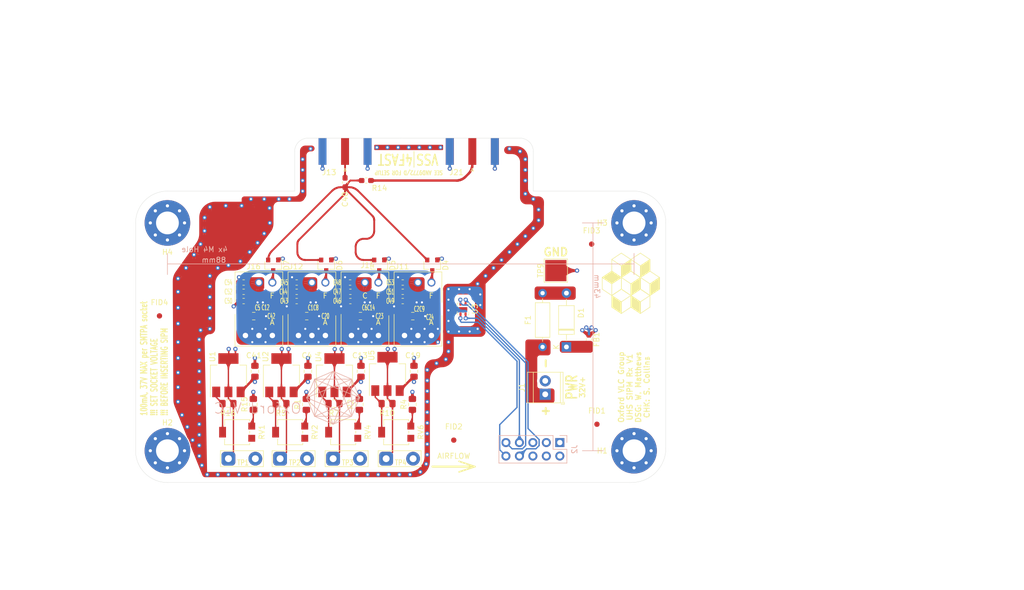
<source format=kicad_pcb>
(kicad_pcb (version 20171130) (host pcbnew 5.1.6-c6e7f7d~87~ubuntu18.04.1)
  (layers (0 F.Cu signal) (1 In1.Cu signal hide) (2 In2.Cu signal) (31 B.Cu signal) (34 B.Paste user hide) (35 F.Paste user hide) (36 B.SilkS user hide) (37 F.SilkS user) (38 B.Mask user hide) (39 F.Mask user) (44 Edge.Cuts user))
  (net 0 "")
  (net 1 GND)
  (net 2 +48V)
  (net 3 "Net-(RV1-Pad1)")
  (net 4 /Fast_lin)
  (net 5 /Fast_lin0)
  (net 6 /Fast_lin1)
  (net 7 /Fast_lin2)
  (net 8 /Fast_lin3)
  (net 9 /VssFast_lin)
  (net 10 "Net-(R15-Pad1)")
  (net 11 "Net-(R16-Pad1)")
  (net 12 /CFast_lin)
  (net 13 /VDC_lin1)
  (net 14 /VDC_lin3)
  (net 15 /VDC_lin0)
  (net 16 /VDC_lin2)
  (net 17 "Net-(R1-Pad1)")
  (net 18 "Net-(R2-Pad1)")
  (net 19 "Net-(R4-Pad1)")
  (net 20 "Net-(R5-Pad1)")
  (net 21 "Net-(R7-Pad1)")
  (net 22 "Net-(R10-Pad1)")
  (net 23 "Net-(RV2-Pad1)")
  (net 24 "Net-(RV4-Pad1)")
  (net 25 "Net-(RV6-Pad1)")
  (net 26 +3V3)
  (net 27 GNDA)
  (net 28 /SDA)
  (net 29 /SCL)
  (net 30 /CS7)
  (net 31 /CS6)
  (net 32 /CS5)
  (net 33 /CS4)
  (net 34 /HMISO)
  (net 35 /HSCLK)
  (net 36 "Net-(U3-Pad5)")
  (net 37 /48v_fused)
  (net 38 /vsupp)
  (net 39 "Net-(D1-Pad1)")
  (module Package_TO_SOT_SMD:SOT-223-3_TabPin2 (layer F.Cu) (at 147.5 84.5 90)
    (fp_text reference U5 (at 3.5 -3 90) (layer F.SilkS))
    (fp_text value LM317_SOT-223)
    (pad 1 smd rect (at -3.15 -2.3 90) (size 2 1.5) (layers F.Cu F.Paste F.Mask) (net 22 "Net-(R10-Pad1)"))
    (pad 3 smd rect (at -3.15 2.3 90) (size 2 1.5) (layers F.Cu F.Paste F.Mask) (net 2 +48V))
    (pad 2 smd rect (at -3.15 0 90) (size 2 1.5) (layers F.Cu F.Paste F.Mask) (net 14 /VDC_lin3))
    (pad 2 smd rect (at 3.15 0 90) (size 2 3.8) (layers F.Cu F.Paste F.Mask) (net 14 /VDC_lin3))
  )
  (module Package_TO_SOT_SMD:SOT-223-3_TabPin2 (layer F.Cu) (at 137.5 84.75 90)
    (fp_text reference U4 (at 3.5 -3 90) (layer F.SilkS))
    (fp_text value LM317_SOT-223)
    (pad 1 smd rect (at -3.15 -2.3 90) (size 2 1.5) (layers F.Cu F.Paste F.Mask) (net 21 "Net-(R7-Pad1)"))
    (pad 3 smd rect (at -3.15 2.3 90) (size 2 1.5) (layers F.Cu F.Paste F.Mask) (net 2 +48V))
    (pad 2 smd rect (at -3.15 0 90) (size 2 1.5) (layers F.Cu F.Paste F.Mask) (net 16 /VDC_lin2))
    (pad 2 smd rect (at 3.15 0 90) (size 2 3.8) (layers F.Cu F.Paste F.Mask) (net 16 /VDC_lin2))
  )
  (module Package_TO_SOT_SMD:SOT-223-3_TabPin2 (layer F.Cu) (at 127.5 84.75 90)
    (fp_text reference U2 (at 3.5 -3 90) (layer F.SilkS))
    (fp_text value LM317_SOT-223)
    (pad 1 smd rect (at -3.15 -2.3 90) (size 2 1.5) (layers F.Cu F.Paste F.Mask) (net 20 "Net-(R5-Pad1)"))
    (pad 3 smd rect (at -3.15 2.3 90) (size 2 1.5) (layers F.Cu F.Paste F.Mask) (net 2 +48V))
    (pad 2 smd rect (at -3.15 0 90) (size 2 1.5) (layers F.Cu F.Paste F.Mask) (net 13 /VDC_lin1))
    (pad 2 smd rect (at 3.15 0 90) (size 2 3.8) (layers F.Cu F.Paste F.Mask) (net 13 /VDC_lin1))
  )
  (module Package_TO_SOT_SMD:SOT-223-3_TabPin2 (layer F.Cu) (at 117.5 84.75 90)
    (fp_text reference U1 (at 3.5 -3 90) (layer F.SilkS))
    (fp_text value LM317_SOT-223)
    (pad 1 smd rect (at -3.15 -2.3 90) (size 2 1.5) (layers F.Cu F.Paste F.Mask) (net 11 "Net-(R16-Pad1)"))
    (pad 3 smd rect (at -3.15 2.3 90) (size 2 1.5) (layers F.Cu F.Paste F.Mask) (net 2 +48V))
    (pad 2 smd rect (at -3.15 0 90) (size 2 1.5) (layers F.Cu F.Paste F.Mask) (net 15 /VDC_lin0))
    (pad 2 smd rect (at 3.15 0 90) (size 2 3.8) (layers F.Cu F.Paste F.Mask) (net 15 /VDC_lin0))
  )
  (module Inductor_SMD:L_0603_1608Metric_Pad1.05x0.95mm_HandSolder (layer F.Cu) (at 185.5 78 270)
    (fp_text reference FB1 (at 0 -1.43 90) (layer F.SilkS))
    (fp_text value Ferrite_Bead_Small)
    (pad 2 smd roundrect (at 0.875 0 270) (size 1.05 0.95) (layers F.Cu F.Paste F.Mask) (net 39 "Net-(D1-Pad1)"))
    (pad 1 smd roundrect (at -0.875 0 270) (size 1.05 0.95) (layers F.Cu F.Paste F.Mask) (net 2 +48V))
  )
  (module footprints:SMTPA_J30035 (layer F.Cu) (at 153.25 72.25)
    (fp_text reference J11 (at -3 -8) (layer F.SilkS))
    (fp_text value "J SMTPA" hide)
    (fp_text user A (at 2.5 2.5) (layer F.SilkS))
    (fp_text user F (at 2.5 -2.5) (layer F.SilkS))
    (pad 2 thru_hole circle (at 2.54 -5 90) (size 1.524 1.524) (drill 1.016) (layers *.Cu *.Mask) (net 8 /Fast_lin3))
    (pad 3 thru_hole circle (at 0 -5 90) (size 1.524 1.524) (drill 1.016) (layers *.Cu *.Mask) (net 14 /VDC_lin3))
    (pad 1 thru_hole circle (at 2.54 5 90) (size 1.524 1.524) (drill 1.016) (layers *.Cu *.Mask) (net 1 GND))
    (pad 5 thru_hole circle (at 0 5 90) (size 1.524 1.524) (drill 1.016) (layers *.Cu *.Mask) (net 1 GND))
    (pad 4 thru_hole circle (at -2.54 5 90) (size 1.524 1.524) (drill 1.016) (layers *.Cu *.Mask) (net 1 GND))
  )
  (module footprints:SMTPA_J30035 (layer F.Cu) (at 143.25 72.25)
    (fp_text reference J14 (at 0.5 -8.25) (layer F.SilkS))
    (fp_text value "J SMTPA" hide)
    (fp_text user A (at 2.5 2.5) (layer F.SilkS))
    (fp_text user C (at 0 -2.5) (layer F.SilkS))
    (fp_text user F (at 2.5 -2.5) (layer F.SilkS))
    (pad 2 thru_hole circle (at 2.54 -5 90) (size 1.524 1.524) (drill 1.016) (layers *.Cu *.Mask) (net 7 /Fast_lin2))
    (pad 3 thru_hole circle (at 0 -5 90) (size 1.524 1.524) (drill 1.016) (layers *.Cu *.Mask) (net 16 /VDC_lin2))
    (pad 1 thru_hole circle (at 2.54 5 90) (size 1.524 1.524) (drill 1.016) (layers *.Cu *.Mask) (net 1 GND))
    (pad 5 thru_hole circle (at 0 5 90) (size 1.524 1.524) (drill 1.016) (layers *.Cu *.Mask) (net 1 GND))
    (pad 4 thru_hole circle (at -2.54 5 90) (size 1.524 1.524) (drill 1.016) (layers *.Cu *.Mask) (net 1 GND))
  )
  (module footprints:SMTPA_J30035 (layer F.Cu) (at 133.25 72.25)
    (fp_text reference J12 (at -3 -8) (layer F.SilkS))
    (fp_text value "J SMTPA" hide)
    (fp_text user A (at 2.5 2.5) (layer F.SilkS))
    (fp_text user F (at 2.5 -2.5) (layer F.SilkS))
    (pad 2 thru_hole circle (at 2.54 -5 90) (size 1.524 1.524) (drill 1.016) (layers *.Cu *.Mask) (net 6 /Fast_lin1))
    (pad 3 thru_hole circle (at 0 -5 90) (size 1.524 1.524) (drill 1.016) (layers *.Cu *.Mask) (net 13 /VDC_lin1))
    (pad 1 thru_hole circle (at 2.54 5 90) (size 1.524 1.524) (drill 1.016) (layers *.Cu *.Mask) (net 1 GND))
    (pad 5 thru_hole circle (at 0 5 90) (size 1.524 1.524) (drill 1.016) (layers *.Cu *.Mask) (net 1 GND))
    (pad 4 thru_hole circle (at -2.54 5 90) (size 1.524 1.524) (drill 1.016) (layers *.Cu *.Mask) (net 1 GND))
  )
  (module footprints:SMTPA_J30035 (layer F.Cu) (at 123.25 72.25)
    (fp_text reference J16 (at -1 -8) (layer F.SilkS))
    (fp_text value "J SMTPA" hide)
    (fp_text user A (at 2.5 2.5) (layer F.SilkS))
    (fp_text user F (at 2.5 -2.5) (layer F.SilkS))
    (pad 2 thru_hole circle (at 2.54 -5 90) (size 1.524 1.524) (drill 1.016) (layers *.Cu *.Mask) (net 5 /Fast_lin0))
    (pad 3 thru_hole circle (at 0 -5 90) (size 1.524 1.524) (drill 1.016) (layers *.Cu *.Mask) (net 15 /VDC_lin0))
    (pad 1 thru_hole circle (at 2.54 5 90) (size 1.524 1.524) (drill 1.016) (layers *.Cu *.Mask) (net 1 GND))
    (pad 5 thru_hole circle (at 0 5 90) (size 1.524 1.524) (drill 1.016) (layers *.Cu *.Mask) (net 1 GND))
    (pad 4 thru_hole circle (at -2.54 5 90) (size 1.524 1.524) (drill 1.016) (layers *.Cu *.Mask) (net 1 GND))
  )
  (module thermoamp:thermoamp (layer F.Cu) (at 217.5 77.5)
    (fp_text reference REF** hide)
    (fp_text value thermoamp)
  )
  (module Resistor_SMD:R_0603_1608Metric_Pad1.05x0.95mm_HandSolder (layer F.Cu) (at 143.5 48 180)
    (fp_text reference R14 (at -2.5 -1.43) (layer F.SilkS))
    (fp_text value 1K0)
    (pad 2 smd roundrect (at 0.875 0 180) (size 1.05 0.95) (layers F.Cu F.Paste F.Mask) (net 4 /Fast_lin))
    (pad 1 smd roundrect (at -0.875 0 180) (size 1.05 0.95) (layers F.Cu F.Paste F.Mask) (net 9 /VssFast_lin))
  )
  (module Connector_PinSocket_2.54mm:PinSocket_2x05_P2.54mm_Vertical (layer B.Cu) (at 180 97.46 90)
    (fp_text reference J2 (at -1.27 2.77 90) (layer B.SilkS) (effects (justify mirror)))
    (fp_text value Conn_02x05_Odd_Even)
    (pad 10 thru_hole oval (at -2.54 -10.16 90) (size 1.7 1.7) (drill 1) (layers *.Cu *.Mask) (net 26 +3V3))
    (pad 9 thru_hole oval (at 0 -10.16 90) (size 1.7 1.7) (drill 1) (layers *.Cu *.Mask) (net 27 GNDA))
    (pad 8 thru_hole oval (at -2.54 -7.62 90) (size 1.7 1.7) (drill 1) (layers *.Cu *.Mask) (net 28 /SDA))
    (pad 7 thru_hole oval (at 0 -7.62 90) (size 1.7 1.7) (drill 1) (layers *.Cu *.Mask) (net 29 /SCL))
    (pad 6 thru_hole oval (at -2.54 -5.08 90) (size 1.7 1.7) (drill 1) (layers *.Cu *.Mask) (net 30 /CS7))
    (pad 5 thru_hole oval (at 0 -5.08 90) (size 1.7 1.7) (drill 1) (layers *.Cu *.Mask) (net 31 /CS6))
    (pad 4 thru_hole oval (at -2.54 -2.54 90) (size 1.7 1.7) (drill 1) (layers *.Cu *.Mask) (net 32 /CS5))
    (pad 3 thru_hole oval (at 0 -2.54 90) (size 1.7 1.7) (drill 1) (layers *.Cu *.Mask) (net 33 /CS4))
    (pad 2 thru_hole oval (at -2.54 0 90) (size 1.7 1.7) (drill 1) (layers *.Cu *.Mask) (net 34 /HMISO))
    (pad 1 thru_hole rect (at 0 0 90) (size 1.7 1.7) (drill 1) (layers *.Cu *.Mask) (net 35 /HSCLK))
  )
  (module Fiducial:Fiducial_1mm_Mask3mm (layer F.Cu) (at 104.5 73.55)
    (fp_text reference FID4 (at 0 -2.54) (layer F.SilkS))
    (fp_text value Fiducial)
    (pad "" smd circle (at 0 0) (size 1 1) (layers F.Cu F.Mask) (clearance 1))
  )
  (module Fiducial:Fiducial_1mm_Mask3mm (layer F.Cu) (at 186 60)
    (fp_text reference FID3 (at 0 -2.54) (layer F.SilkS))
    (fp_text value Fiducial)
    (pad "" smd circle (at 0 0) (size 1 1) (layers F.Cu F.Mask) (clearance 1))
  )
  (module Fiducial:Fiducial_1mm_Mask3mm (layer F.Cu) (at 160 97)
    (fp_text reference FID2 (at 0 -2.54) (layer F.SilkS))
    (fp_text value Fiducial)
    (pad "" smd circle (at 0 0) (size 1 1) (layers F.Cu F.Mask) (clearance 1))
  )
  (module Fiducial:Fiducial_1mm_Mask3mm (layer F.Cu) (at 187 94)
    (fp_text reference FID1 (at 0 -2.54) (layer F.SilkS))
    (fp_text value Fiducial)
    (pad "" smd circle (at 0 0) (size 1 1) (layers F.Cu F.Mask) (clearance 1))
  )
  (module Package_DFN_QFN:AMS_QFN-4-1EP_2x2mm_P0.95mm_EP0.7x1.6mm (layer F.Cu) (at 161.75 72.25 90)
    (fp_text reference U3 (at 0 2.25 90) (layer F.SilkS))
    (fp_text value SHTC3)
    (pad 3 smd rect (at 0.95 0.475 90) (size 0.6 0.4) (layers F.Cu F.Paste F.Mask) (net 28 /SDA))
    (pad 1 smd rect (at -0.95 -0.475 90) (size 0.6 0.4) (layers F.Cu F.Paste F.Mask) (net 26 +3V3))
    (pad 2 smd rect (at -0.95 0.475 90) (size 0.6 0.4) (layers F.Cu F.Paste F.Mask) (net 29 /SCL))
    (pad 4 smd rect (at 0.95 -0.475 90) (size 0.6 0.4) (layers F.Cu F.Paste F.Mask) (net 27 GNDA))
    (pad 5 smd rect (at 0 0 90) (size 0.7 1.6) (layers F.Cu F.Mask) (net 36 "Net-(U3-Pad5)"))
  )
  (module Resistor_THT:R_Axial_DIN0207_L6.3mm_D2.5mm_P10.16mm_Horizontal (layer F.Cu) (at 176.75 69.25 270)
    (fp_text reference F1 (at 5.08 2.75 90) (layer F.SilkS))
    (fp_text value "Fuse 1A fast")
    (pad 2 thru_hole oval (at 10.16 0 270) (size 1.6 1.6) (drill 0.8) (layers *.Cu *.Mask) (net 38 /vsupp))
    (pad 1 thru_hole circle (at 0 0 270) (size 1.6 1.6) (drill 0.8) (layers *.Cu *.Mask) (net 37 /48v_fused))
  )
  (module TestPoint:TestPoint_2Pads_Pitch5.08mm_Drill1.3mm (layer F.Cu) (at 147.25 100.5)
    (fp_text reference TP4 (at 2.75 0.75) (layer F.SilkS) (effects (font (size 1 0.8))))
    (fp_text value TestPoint_2Pole)
    (pad 1 thru_hole roundrect (at 0 0) (size 2.6 2.6) (drill 1.3) (layers *.Cu *.Mask) (net 14 /VDC_lin3))
    (pad 2 thru_hole circle (at 5.08 0) (size 2.6 2.6) (drill 1.3) (layers *.Cu *.Mask) (net 1 GND))
  )
  (module TestPoint:TestPoint_2Pads_Pitch5.08mm_Drill1.3mm (layer F.Cu) (at 137.25 100.5)
    (fp_text reference TP3 (at 2.75 0.75) (layer F.SilkS) (effects (font (size 1 0.8))))
    (fp_text value TestPoint_2Pole)
    (pad 1 thru_hole roundrect (at 0 0) (size 2.6 2.6) (drill 1.3) (layers *.Cu *.Mask) (net 16 /VDC_lin2))
    (pad 2 thru_hole circle (at 5.08 0) (size 2.6 2.6) (drill 1.3) (layers *.Cu *.Mask) (net 1 GND))
  )
  (module TestPoint:TestPoint_2Pads_Pitch5.08mm_Drill1.3mm (layer F.Cu) (at 127.25 100.5)
    (fp_text reference TP2 (at 2.75 0.75) (layer F.SilkS) (effects (font (size 1 0.8))))
    (fp_text value TestPoint_2Pole)
    (pad 1 thru_hole roundrect (at 0 0) (size 2.6 2.6) (drill 1.3) (layers *.Cu *.Mask) (net 13 /VDC_lin1))
    (pad 2 thru_hole circle (at 5.08 0) (size 2.6 2.6) (drill 1.3) (layers *.Cu *.Mask) (net 1 GND))
  )
  (module TestPoint:TestPoint_2Pads_Pitch5.08mm_Drill1.3mm (layer F.Cu) (at 117.5 100.5)
    (fp_text reference TP1 (at 2.75 0.75) (layer F.SilkS) (effects (font (size 1 0.8))))
    (fp_text value TestPoint_2Pole)
    (pad 1 thru_hole roundrect (at 0 0) (size 2.6 2.6) (drill 1.3) (layers *.Cu *.Mask) (net 15 /VDC_lin0))
    (pad 2 thru_hole circle (at 5.08 0) (size 2.6 2.6) (drill 1.3) (layers *.Cu *.Mask) (net 1 GND))
  )
  (module Potentiometer_SMD:Potentiometer_Bourns_3314G_Vertical (layer F.Cu) (at 149.15 95.5 270)
    (fp_text reference RV6 (at 0 -4.65 90) (layer F.SilkS))
    (fp_text value R_POT_TRIM)
    (pad 3 smd rect (at -1.15 -2.75 270) (size 1.3 1.3) (layers F.Cu F.Paste F.Mask) (net 19 "Net-(R4-Pad1)"))
    (pad 2 smd rect (at 0 2.75 270) (size 2 1.3) (layers F.Cu F.Paste F.Mask) (net 22 "Net-(R10-Pad1)"))
    (pad 1 smd rect (at 1.15 -2.75 270) (size 1.3 1.3) (layers F.Cu F.Paste F.Mask) (net 25 "Net-(RV6-Pad1)"))
  )
  (module Capacitor_SMD:C_0805_2012Metric_Pad1.15x1.40mm_HandSolder (layer F.Cu) (at 152.5 84 90)
    (fp_text reference C19 (at 2.975 -0.2 180) (layer F.SilkS))
    (fp_text value 0.1u)
    (pad 1 smd roundrect (at -1.025 0 90) (size 1.15 1.4) (layers F.Cu F.Paste F.Mask) (roundrect_rratio 0.217391) (net 2 +48V))
    (pad 2 smd roundrect (at 1.025 0 90) (size 1.15 1.4) (layers F.Cu F.Paste F.Mask) (roundrect_rratio 0.217391) (net 1 GND))
  )
  (module Resistor_SMD:R_0805_2012Metric_Pad1.15x1.40mm_HandSolder (layer F.Cu) (at 147.425 90.1)
    (fp_text reference R10 (at 0 1.8) (layer F.SilkS))
    (fp_text value 240R)
    (pad 1 smd roundrect (at -1.025 0) (size 1.15 1.4) (layers F.Cu F.Paste F.Mask) (roundrect_rratio 0.217391) (net 22 "Net-(R10-Pad1)"))
    (pad 2 smd roundrect (at 1.025 0) (size 1.15 1.4) (layers F.Cu F.Paste F.Mask) (roundrect_rratio 0.217391) (net 14 /VDC_lin3))
  )
  (module Resistor_SMD:R_0805_2012Metric_Pad1.15x1.40mm_HandSolder (layer F.Cu) (at 152.2 90.25 90)
    (fp_text reference R4 (at 0 -1.65 90) (layer F.SilkS))
    (fp_text value 1K0)
    (pad 1 smd roundrect (at -1.025 0 90) (size 1.15 1.4) (layers F.Cu F.Paste F.Mask) (roundrect_rratio 0.217391) (net 19 "Net-(R4-Pad1)"))
    (pad 2 smd roundrect (at 1.025 0 90) (size 1.15 1.4) (layers F.Cu F.Paste F.Mask) (roundrect_rratio 0.217391) (net 1 GND))
  )
  (module Potentiometer_SMD:Potentiometer_Bourns_3314G_Vertical (layer F.Cu) (at 139.15 95.5 270)
    (fp_text reference RV4 (at 0 -4.65 90) (layer F.SilkS))
    (fp_text value R_POT_TRIM)
    (pad 3 smd rect (at -1.15 -2.75 270) (size 1.3 1.3) (layers F.Cu F.Paste F.Mask) (net 18 "Net-(R2-Pad1)"))
    (pad 2 smd rect (at 0 2.75 270) (size 2 1.3) (layers F.Cu F.Paste F.Mask) (net 21 "Net-(R7-Pad1)"))
    (pad 1 smd rect (at 1.15 -2.75 270) (size 1.3 1.3) (layers F.Cu F.Paste F.Mask) (net 24 "Net-(RV4-Pad1)"))
  )
  (module Capacitor_SMD:C_0805_2012Metric_Pad1.15x1.40mm_HandSolder (layer F.Cu) (at 142.5 84 90)
    (fp_text reference C13 (at 2.975 -0.2 180) (layer F.SilkS))
    (fp_text value 0.1u)
    (pad 1 smd roundrect (at -1.025 0 90) (size 1.15 1.4) (layers F.Cu F.Paste F.Mask) (roundrect_rratio 0.217391) (net 2 +48V))
    (pad 2 smd roundrect (at 1.025 0 90) (size 1.15 1.4) (layers F.Cu F.Paste F.Mask) (roundrect_rratio 0.217391) (net 1 GND))
  )
  (module Resistor_SMD:R_0805_2012Metric_Pad1.15x1.40mm_HandSolder (layer F.Cu) (at 137.425 90.1)
    (fp_text reference R7 (at 0 1.8) (layer F.SilkS))
    (fp_text value 240R)
    (pad 1 smd roundrect (at -1.025 0) (size 1.15 1.4) (layers F.Cu F.Paste F.Mask) (roundrect_rratio 0.217391) (net 21 "Net-(R7-Pad1)"))
    (pad 2 smd roundrect (at 1.025 0) (size 1.15 1.4) (layers F.Cu F.Paste F.Mask) (roundrect_rratio 0.217391) (net 16 /VDC_lin2))
  )
  (module Resistor_SMD:R_0805_2012Metric_Pad1.15x1.40mm_HandSolder (layer F.Cu) (at 142.2 90.25 90)
    (fp_text reference R2 (at 0 -1.65 90) (layer F.SilkS))
    (fp_text value 1K0)
    (pad 1 smd roundrect (at -1.025 0 90) (size 1.15 1.4) (layers F.Cu F.Paste F.Mask) (roundrect_rratio 0.217391) (net 18 "Net-(R2-Pad1)"))
    (pad 2 smd roundrect (at 1.025 0 90) (size 1.15 1.4) (layers F.Cu F.Paste F.Mask) (roundrect_rratio 0.217391) (net 1 GND))
  )
  (module Potentiometer_SMD:Potentiometer_Bourns_3314G_Vertical (layer F.Cu) (at 129.15 95.5 270)
    (fp_text reference RV2 (at 0 -4.65 90) (layer F.SilkS))
    (fp_text value R_POT_TRIM)
    (pad 3 smd rect (at -1.15 -2.75 270) (size 1.3 1.3) (layers F.Cu F.Paste F.Mask) (net 17 "Net-(R1-Pad1)"))
    (pad 2 smd rect (at 0 2.75 270) (size 2 1.3) (layers F.Cu F.Paste F.Mask) (net 20 "Net-(R5-Pad1)"))
    (pad 1 smd rect (at 1.15 -2.75 270) (size 1.3 1.3) (layers F.Cu F.Paste F.Mask) (net 23 "Net-(RV2-Pad1)"))
  )
  (module Capacitor_SMD:C_0805_2012Metric_Pad1.15x1.40mm_HandSolder (layer F.Cu) (at 132.5 84 90)
    (fp_text reference C4 (at 2.975 -0.2 180) (layer F.SilkS))
    (fp_text value 0.1u)
    (pad 1 smd roundrect (at -1.025 0 90) (size 1.15 1.4) (layers F.Cu F.Paste F.Mask) (roundrect_rratio 0.217391) (net 2 +48V))
    (pad 2 smd roundrect (at 1.025 0 90) (size 1.15 1.4) (layers F.Cu F.Paste F.Mask) (roundrect_rratio 0.217391) (net 1 GND))
  )
  (module Resistor_SMD:R_0805_2012Metric_Pad1.15x1.40mm_HandSolder (layer F.Cu) (at 127.425 90.1)
    (fp_text reference R5 (at 0 1.8) (layer F.SilkS))
    (fp_text value 240R)
    (pad 1 smd roundrect (at -1.025 0) (size 1.15 1.4) (layers F.Cu F.Paste F.Mask) (roundrect_rratio 0.217391) (net 20 "Net-(R5-Pad1)"))
    (pad 2 smd roundrect (at 1.025 0) (size 1.15 1.4) (layers F.Cu F.Paste F.Mask) (roundrect_rratio 0.217391) (net 13 /VDC_lin1))
  )
  (module Resistor_SMD:R_0805_2012Metric_Pad1.15x1.40mm_HandSolder (layer F.Cu) (at 132.2 90.25 90)
    (fp_text reference R1 (at 0 -1.65 90) (layer F.SilkS))
    (fp_text value 1K0)
    (pad 1 smd roundrect (at -1.025 0 90) (size 1.15 1.4) (layers F.Cu F.Paste F.Mask) (roundrect_rratio 0.217391) (net 17 "Net-(R1-Pad1)"))
    (pad 2 smd roundrect (at 1.025 0 90) (size 1.15 1.4) (layers F.Cu F.Paste F.Mask) (roundrect_rratio 0.217391) (net 1 GND))
  )
  (module Resistor_SMD:R_0805_2012Metric_Pad1.15x1.40mm_HandSolder (layer F.Cu) (at 122.2 90.25 90)
    (fp_text reference R15 (at 0 -1.65 90) (layer F.SilkS))
    (fp_text value 1K0)
    (pad 2 smd roundrect (at 1.025 0 90) (size 1.15 1.4) (layers F.Cu F.Paste F.Mask) (roundrect_rratio 0.217391) (net 1 GND))
    (pad 1 smd roundrect (at -1.025 0 90) (size 1.15 1.4) (layers F.Cu F.Paste F.Mask) (roundrect_rratio 0.217391) (net 10 "Net-(R15-Pad1)"))
  )
  (module Capacitor_SMD:C_0805_2012Metric_Pad1.15x1.40mm_HandSolder (layer F.Cu) (at 152.275 73.6)
    (fp_text reference C24 (at 3.225 0.2) (layer F.SilkS) (effects (font (size 1 0.5) (thickness 0.125))))
    (fp_text value 1u)
    (pad 1 smd roundrect (at -1.025 0) (size 1.15 1.4) (layers F.Cu F.Paste F.Mask) (roundrect_rratio 0.217391) (net 14 /VDC_lin3))
    (pad 2 smd roundrect (at 1.025 0) (size 1.15 1.4) (layers F.Cu F.Paste F.Mask) (roundrect_rratio 0.217391) (net 1 GND))
  )
  (module Capacitor_SMD:C_0805_2012Metric_Pad1.15x1.40mm_HandSolder (layer F.Cu) (at 142.4 73.6)
    (fp_text reference C23 (at 3.6 0) (layer F.SilkS) (effects (font (size 1 0.5) (thickness 0.125))))
    (fp_text value 1u)
    (pad 1 smd roundrect (at -1.025 0) (size 1.15 1.4) (layers F.Cu F.Paste F.Mask) (roundrect_rratio 0.217391) (net 16 /VDC_lin2))
    (pad 2 smd roundrect (at 1.025 0) (size 1.15 1.4) (layers F.Cu F.Paste F.Mask) (roundrect_rratio 0.217391) (net 1 GND))
  )
  (module Capacitor_SMD:C_0805_2012Metric_Pad1.15x1.40mm_HandSolder (layer F.Cu) (at 132.275 73.6)
    (fp_text reference C20 (at 3.525 0) (layer F.SilkS) (effects (font (size 1 0.5) (thickness 0.125))))
    (fp_text value 1u)
    (pad 1 smd roundrect (at -1.025 0) (size 1.15 1.4) (layers F.Cu F.Paste F.Mask) (roundrect_rratio 0.217391) (net 13 /VDC_lin1))
    (pad 2 smd roundrect (at 1.025 0) (size 1.15 1.4) (layers F.Cu F.Paste F.Mask) (roundrect_rratio 0.217391) (net 1 GND))
  )
  (module Connector_Coaxial:SMA_Amphenol_132289_EdgeMount (layer F.Cu) (at 163.5 42.5 90)
    (fp_text reference J21 (at -3.96 -3) (layer F.SilkS))
    (fp_text value Conn_Coaxial)
    (pad 2 smd rect (at 0 4.25 180) (size 1.5 5.08) (layers B.Cu B.Paste B.Mask) (net 1 GND))
    (pad 2 smd rect (at 0 -4.25 180) (size 1.5 5.08) (layers B.Cu B.Paste B.Mask) (net 1 GND))
    (pad 2 smd rect (at 0 4.25 180) (size 1.5 5.08) (layers F.Cu F.Paste F.Mask) (net 1 GND))
    (pad 2 smd rect (at 0 -4.25 180) (size 1.5 5.08) (layers F.Cu F.Paste F.Mask) (net 1 GND))
    (pad 1 smd rect (at 0 0 180) (size 1.5 5.08) (layers F.Cu F.Paste F.Mask) (net 9 /VssFast_lin))
  )
  (module Capacitor_SMD:C_0402_1005Metric (layer F.Cu) (at 144.2 69.485 270)
    (fp_text reference C14 (at 2.515 -0.2) (layer F.SilkS) (effects (font (size 1 0.5) (thickness 0.125))))
    (fp_text value 10p)
    (pad 1 smd roundrect (at -0.485 0 270) (size 0.59 0.64) (layers F.Cu F.Paste F.Mask) (net 16 /VDC_lin2))
    (pad 2 smd roundrect (at 0.485 0 270) (size 0.59 0.64) (layers F.Cu F.Paste F.Mask) (net 1 GND))
  )
  (module Capacitor_SMD:C_0402_1005Metric (layer F.Cu) (at 124 69.485 270)
    (fp_text reference C12 (at 2.485 -0.5 180) (layer F.SilkS) (effects (font (size 1 0.5) (thickness 0.125))))
    (fp_text value 10p)
    (pad 1 smd roundrect (at -0.485 0 270) (size 0.59 0.64) (layers F.Cu F.Paste F.Mask) (net 15 /VDC_lin0))
    (pad 2 smd roundrect (at 0.485 0 270) (size 0.59 0.64) (layers F.Cu F.Paste F.Mask) (net 1 GND))
  )
  (module Capacitor_SMD:C_0402_1005Metric (layer F.Cu) (at 154 69.485 270)
    (fp_text reference C9 (at 2.765 0 180) (layer F.SilkS) (effects (font (size 1 0.5) (thickness 0.125))))
    (fp_text value 10p)
    (pad 1 smd roundrect (at -0.485 0 270) (size 0.59 0.64) (layers F.Cu F.Paste F.Mask) (net 14 /VDC_lin3))
    (pad 2 smd roundrect (at 0.485 0 270) (size 0.59 0.64) (layers F.Cu F.Paste F.Mask) (net 1 GND))
  )
  (module Capacitor_SMD:C_0402_1005Metric (layer F.Cu) (at 134 69.485 270)
    (fp_text reference C8 (at 2.515 0 180) (layer F.SilkS) (effects (font (size 1 0.5) (thickness 0.125))))
    (fp_text value 10p)
    (pad 1 smd roundrect (at -0.485 0 270) (size 0.59 0.64) (layers F.Cu F.Paste F.Mask) (net 13 /VDC_lin1))
    (pad 2 smd roundrect (at 0.485 0 270) (size 0.59 0.64) (layers F.Cu F.Paste F.Mask) (net 1 GND))
  )
  (module Capacitor_SMD:C_0402_1005Metric (layer F.Cu) (at 143.2 69.485 270)
    (fp_text reference C6 (at 2.515 0 180) (layer F.SilkS) (effects (font (size 1 0.5) (thickness 0.125))))
    (fp_text value 100p)
    (pad 1 smd roundrect (at -0.485 0 270) (size 0.59 0.64) (layers F.Cu F.Paste F.Mask) (net 16 /VDC_lin2))
    (pad 2 smd roundrect (at 0.485 0 270) (size 0.59 0.64) (layers F.Cu F.Paste F.Mask) (net 1 GND))
  )
  (module Capacitor_SMD:C_0402_1005Metric (layer F.Cu) (at 123 69.5 270)
    (fp_text reference C5 (at 2.5 0) (layer F.SilkS) (effects (font (size 1 0.5) (thickness 0.125))))
    (fp_text value 100p)
    (pad 1 smd roundrect (at -0.485 0 270) (size 0.59 0.64) (layers F.Cu F.Paste F.Mask) (net 15 /VDC_lin0))
    (pad 2 smd roundrect (at 0.485 0 270) (size 0.59 0.64) (layers F.Cu F.Paste F.Mask) (net 1 GND))
  )
  (module Capacitor_SMD:C_0402_1005Metric (layer F.Cu) (at 153 69.485 270)
    (fp_text reference C2 (at 2.765 0 180) (layer F.SilkS) (effects (font (size 1 0.5) (thickness 0.125))))
    (fp_text value 100p)
    (pad 1 smd roundrect (at -0.485 0 270) (size 0.59 0.64) (layers F.Cu F.Paste F.Mask) (net 14 /VDC_lin3))
    (pad 2 smd roundrect (at 0.485 0 270) (size 0.59 0.64) (layers F.Cu F.Paste F.Mask) (net 1 GND))
  )
  (module Capacitor_SMD:C_0402_1005Metric (layer F.Cu) (at 133 69.485 270)
    (fp_text reference C1 (at 2.515 0) (layer F.SilkS) (effects (font (size 1 0.5) (thickness 0.125))))
    (fp_text value 100p)
    (pad 1 smd roundrect (at -0.485 0 270) (size 0.59 0.64) (layers F.Cu F.Paste F.Mask) (net 13 /VDC_lin1))
    (pad 2 smd roundrect (at 0.485 0 270) (size 0.59 0.64) (layers F.Cu F.Paste F.Mask) (net 1 GND))
  )
  (module Potentiometer_SMD:Potentiometer_Bourns_3314G_Vertical (layer F.Cu) (at 119.15 95.5 270)
    (fp_text reference RV1 (at 0 -4.65 90) (layer F.SilkS))
    (fp_text value R_POT_TRIM)
    (pad 1 smd rect (at 1.15 -2.75 270) (size 1.3 1.3) (layers F.Cu F.Paste F.Mask) (net 3 "Net-(RV1-Pad1)"))
    (pad 2 smd rect (at 0 2.75 270) (size 2 1.3) (layers F.Cu F.Paste F.Mask) (net 11 "Net-(R16-Pad1)"))
    (pad 3 smd rect (at -1.15 -2.75 270) (size 1.3 1.3) (layers F.Cu F.Paste F.Mask) (net 10 "Net-(R15-Pad1)"))
  )
  (module TestPoint:TestPoint_Pad_4.0x4.0mm (layer F.Cu) (at 179.25 65 90)
    (fp_text reference TP9 (at 0 -2.898 90) (layer F.SilkS))
    (fp_text value TestPoint)
    (pad 1 smd rect (at 0 0 90) (size 4 4) (layers F.Cu F.Mask) (net 1 GND))
  )
  (module MountingHole:MountingHole_4.3mm_M4_Pad_Via (layer F.Cu) (at 106 56)
    (fp_text reference H4 (at 0 5.5) (layer F.SilkS))
    (fp_text value MountingHole)
    (pad 1 thru_hole circle (at 2.280419 -2.280419) (size 0.9 0.9) (drill 0.6) (layers *.Cu *.Mask))
    (pad 1 thru_hole circle (at 0 -3.225) (size 0.9 0.9) (drill 0.6) (layers *.Cu *.Mask))
    (pad 1 thru_hole circle (at -2.280419 -2.280419) (size 0.9 0.9) (drill 0.6) (layers *.Cu *.Mask))
    (pad 1 thru_hole circle (at -3.225 0) (size 0.9 0.9) (drill 0.6) (layers *.Cu *.Mask))
    (pad 1 thru_hole circle (at -2.280419 2.280419) (size 0.9 0.9) (drill 0.6) (layers *.Cu *.Mask))
    (pad 1 thru_hole circle (at 0 3.225) (size 0.9 0.9) (drill 0.6) (layers *.Cu *.Mask))
    (pad 1 thru_hole circle (at 2.280419 2.280419) (size 0.9 0.9) (drill 0.6) (layers *.Cu *.Mask))
    (pad 1 thru_hole circle (at 3.225 0) (size 0.9 0.9) (drill 0.6) (layers *.Cu *.Mask))
    (pad 1 thru_hole circle (at 0 0) (size 8.6 8.6) (drill 4.3) (layers *.Cu *.Mask))
  )
  (module MountingHole:MountingHole_4.3mm_M4_Pad_Via (layer F.Cu) (at 194 56)
    (fp_text reference H3 (at -6 0) (layer F.SilkS))
    (fp_text value MountingHole)
    (pad 1 thru_hole circle (at 2.280419 -2.280419) (size 0.9 0.9) (drill 0.6) (layers *.Cu *.Mask))
    (pad 1 thru_hole circle (at 0 -3.225) (size 0.9 0.9) (drill 0.6) (layers *.Cu *.Mask))
    (pad 1 thru_hole circle (at -2.280419 -2.280419) (size 0.9 0.9) (drill 0.6) (layers *.Cu *.Mask))
    (pad 1 thru_hole circle (at -3.225 0) (size 0.9 0.9) (drill 0.6) (layers *.Cu *.Mask))
    (pad 1 thru_hole circle (at -2.280419 2.280419) (size 0.9 0.9) (drill 0.6) (layers *.Cu *.Mask))
    (pad 1 thru_hole circle (at 0 3.225) (size 0.9 0.9) (drill 0.6) (layers *.Cu *.Mask))
    (pad 1 thru_hole circle (at 2.280419 2.280419) (size 0.9 0.9) (drill 0.6) (layers *.Cu *.Mask))
    (pad 1 thru_hole circle (at 3.225 0) (size 0.9 0.9) (drill 0.6) (layers *.Cu *.Mask))
    (pad 1 thru_hole circle (at 0 0) (size 8.6 8.6) (drill 4.3) (layers *.Cu *.Mask))
  )
  (module MountingHole:MountingHole_4.3mm_M4_Pad_Via (layer F.Cu) (at 106 99)
    (fp_text reference H2 (at 0 -5.3) (layer F.SilkS))
    (fp_text value MountingHole)
    (pad 1 thru_hole circle (at 2.280419 -2.280419) (size 0.9 0.9) (drill 0.6) (layers *.Cu *.Mask))
    (pad 1 thru_hole circle (at 0 -3.225) (size 0.9 0.9) (drill 0.6) (layers *.Cu *.Mask))
    (pad 1 thru_hole circle (at -2.280419 -2.280419) (size 0.9 0.9) (drill 0.6) (layers *.Cu *.Mask))
    (pad 1 thru_hole circle (at -3.225 0) (size 0.9 0.9) (drill 0.6) (layers *.Cu *.Mask))
    (pad 1 thru_hole circle (at -2.280419 2.280419) (size 0.9 0.9) (drill 0.6) (layers *.Cu *.Mask))
    (pad 1 thru_hole circle (at 0 3.225) (size 0.9 0.9) (drill 0.6) (layers *.Cu *.Mask))
    (pad 1 thru_hole circle (at 2.280419 2.280419) (size 0.9 0.9) (drill 0.6) (layers *.Cu *.Mask))
    (pad 1 thru_hole circle (at 3.225 0) (size 0.9 0.9) (drill 0.6) (layers *.Cu *.Mask))
    (pad 1 thru_hole circle (at 0 0) (size 8.6 8.6) (drill 4.3) (layers *.Cu *.Mask))
  )
  (module MountingHole:MountingHole_4.3mm_M4_Pad_Via (layer F.Cu) (at 194 99)
    (fp_text reference H1 (at -6 0) (layer F.SilkS))
    (fp_text value MountingHole)
    (pad 1 thru_hole circle (at 2.280419 -2.280419) (size 0.9 0.9) (drill 0.6) (layers *.Cu *.Mask))
    (pad 1 thru_hole circle (at 0 -3.225) (size 0.9 0.9) (drill 0.6) (layers *.Cu *.Mask))
    (pad 1 thru_hole circle (at -2.280419 -2.280419) (size 0.9 0.9) (drill 0.6) (layers *.Cu *.Mask))
    (pad 1 thru_hole circle (at -3.225 0) (size 0.9 0.9) (drill 0.6) (layers *.Cu *.Mask))
    (pad 1 thru_hole circle (at -2.280419 2.280419) (size 0.9 0.9) (drill 0.6) (layers *.Cu *.Mask))
    (pad 1 thru_hole circle (at 0 3.225) (size 0.9 0.9) (drill 0.6) (layers *.Cu *.Mask))
    (pad 1 thru_hole circle (at 2.280419 2.280419) (size 0.9 0.9) (drill 0.6) (layers *.Cu *.Mask))
    (pad 1 thru_hole circle (at 3.225 0) (size 0.9 0.9) (drill 0.6) (layers *.Cu *.Mask))
    (pad 1 thru_hole circle (at 0 0) (size 8.6 8.6) (drill 4.3) (layers *.Cu *.Mask))
  )
  (module Capacitor_SMD:C_0603_1608Metric_Pad1.05x0.95mm_HandSolder (layer F.Cu) (at 120.375 67.25 180)
    (fp_text reference C54 (at 2.875 0) (layer F.SilkS) (effects (font (size 1 0.5) (thickness 0.125))))
    (fp_text value 1n)
    (pad 2 smd roundrect (at 0.875 0 180) (size 1.05 0.95) (layers F.Cu F.Paste F.Mask) (net 1 GND))
    (pad 1 smd roundrect (at -0.875 0 180) (size 1.05 0.95) (layers F.Cu F.Paste F.Mask) (net 15 /VDC_lin0))
  )
  (module Capacitor_SMD:C_0603_1608Metric_Pad1.05x0.95mm_HandSolder (layer F.Cu) (at 150.375 67.25 180)
    (fp_text reference C53 (at 2.375 0) (layer F.SilkS) (effects (font (size 1 0.5) (thickness 0.125))))
    (fp_text value 1n)
    (pad 2 smd roundrect (at 0.875 0 180) (size 1.05 0.95) (layers F.Cu F.Paste F.Mask) (net 1 GND))
    (pad 1 smd roundrect (at -0.875 0 180) (size 1.05 0.95) (layers F.Cu F.Paste F.Mask) (net 14 /VDC_lin3))
  )
  (module Capacitor_SMD:C_0603_1608Metric_Pad1.05x0.95mm_HandSolder (layer F.Cu) (at 120.375 69 180)
    (fp_text reference C52 (at 2.875 0) (layer F.SilkS) (effects (font (size 1 0.5) (thickness 0.125))))
    (fp_text value 10n)
    (pad 2 smd roundrect (at 0.875 0 180) (size 1.05 0.95) (layers F.Cu F.Paste F.Mask) (net 1 GND))
    (pad 1 smd roundrect (at -0.875 0 180) (size 1.05 0.95) (layers F.Cu F.Paste F.Mask) (net 15 /VDC_lin0))
  )
  (module Capacitor_SMD:C_0603_1608Metric_Pad1.05x0.95mm_HandSolder (layer F.Cu) (at 150.375 69 180)
    (fp_text reference C51 (at 2.375 0) (layer F.SilkS) (effects (font (size 1 0.5) (thickness 0.125))))
    (fp_text value 10n)
    (pad 2 smd roundrect (at 0.875 0 180) (size 1.05 0.95) (layers F.Cu F.Paste F.Mask) (net 1 GND))
    (pad 1 smd roundrect (at -0.875 0 180) (size 1.05 0.95) (layers F.Cu F.Paste F.Mask) (net 14 /VDC_lin3))
  )
  (module Capacitor_SMD:C_0603_1608Metric_Pad1.05x0.95mm_HandSolder (layer F.Cu) (at 120.375 70.75 180)
    (fp_text reference C50 (at 2.875 0) (layer F.SilkS) (effects (font (size 1 0.5) (thickness 0.125))))
    (fp_text value 100n)
    (pad 2 smd roundrect (at 0.875 0 180) (size 1.05 0.95) (layers F.Cu F.Paste F.Mask) (net 1 GND))
    (pad 1 smd roundrect (at -0.875 0 180) (size 1.05 0.95) (layers F.Cu F.Paste F.Mask) (net 15 /VDC_lin0))
  )
  (module Capacitor_SMD:C_0603_1608Metric_Pad1.05x0.95mm_HandSolder (layer F.Cu) (at 150.375 70.75 180)
    (fp_text reference C49 (at 2.375 0) (layer F.SilkS) (effects (font (size 1 0.5) (thickness 0.125))))
    (fp_text value 100n)
    (pad 2 smd roundrect (at 0.875 0 180) (size 1.05 0.95) (layers F.Cu F.Paste F.Mask) (net 1 GND))
    (pad 1 smd roundrect (at -0.875 0 180) (size 1.05 0.95) (layers F.Cu F.Paste F.Mask) (net 14 /VDC_lin3))
  )
  (module Capacitor_SMD:C_0603_1608Metric_Pad1.05x0.95mm_HandSolder (layer F.Cu) (at 140.45 67.25 180)
    (fp_text reference C48 (at 2.45 0) (layer F.SilkS) (effects (font (size 1 0.5) (thickness 0.125))))
    (fp_text value 1n)
    (pad 2 smd roundrect (at 0.875 0 180) (size 1.05 0.95) (layers F.Cu F.Paste F.Mask) (net 1 GND))
    (pad 1 smd roundrect (at -0.875 0 180) (size 1.05 0.95) (layers F.Cu F.Paste F.Mask) (net 16 /VDC_lin2))
  )
  (module Capacitor_SMD:C_0603_1608Metric_Pad1.05x0.95mm_HandSolder (layer F.Cu) (at 140.5 69 180)
    (fp_text reference C47 (at 2.5 0 180) (layer F.SilkS) (effects (font (size 1 0.5) (thickness 0.125))))
    (fp_text value 10n)
    (pad 2 smd roundrect (at 0.875 0 180) (size 1.05 0.95) (layers F.Cu F.Paste F.Mask) (net 1 GND))
    (pad 1 smd roundrect (at -0.875 0 180) (size 1.05 0.95) (layers F.Cu F.Paste F.Mask) (net 16 /VDC_lin2))
  )
  (module Capacitor_SMD:C_0603_1608Metric_Pad1.05x0.95mm_HandSolder (layer F.Cu) (at 140.5 70.75 180)
    (fp_text reference C46 (at 2.5 0) (layer F.SilkS) (effects (font (size 1 0.5) (thickness 0.125))))
    (fp_text value 100n)
    (pad 2 smd roundrect (at 0.875 0 180) (size 1.05 0.95) (layers F.Cu F.Paste F.Mask) (net 1 GND))
    (pad 1 smd roundrect (at -0.875 0 180) (size 1.05 0.95) (layers F.Cu F.Paste F.Mask) (net 16 /VDC_lin2))
  )
  (module Capacitor_SMD:C_0603_1608Metric_Pad1.05x0.95mm_HandSolder (layer F.Cu) (at 130.375 67.25 180)
    (fp_text reference C45 (at 2.375 0) (layer F.SilkS) (effects (font (size 1 0.5) (thickness 0.125))))
    (fp_text value 1n)
    (pad 2 smd roundrect (at 0.875 0 180) (size 1.05 0.95) (layers F.Cu F.Paste F.Mask) (net 1 GND))
    (pad 1 smd roundrect (at -0.875 0 180) (size 1.05 0.95) (layers F.Cu F.Paste F.Mask) (net 13 /VDC_lin1))
  )
  (module Capacitor_SMD:C_0603_1608Metric_Pad1.05x0.95mm_HandSolder (layer F.Cu) (at 130.375 69 180)
    (fp_text reference C44 (at 2.5 0) (layer F.SilkS) (effects (font (size 1 0.5) (thickness 0.125))))
    (fp_text value 10n)
    (pad 2 smd roundrect (at 0.875 0 180) (size 1.05 0.95) (layers F.Cu F.Paste F.Mask) (net 1 GND))
    (pad 1 smd roundrect (at -0.875 0 180) (size 1.05 0.95) (layers F.Cu F.Paste F.Mask) (net 13 /VDC_lin1))
  )
  (module Capacitor_SMD:C_0603_1608Metric_Pad1.05x0.95mm_HandSolder (layer F.Cu) (at 130.375 70.75 180)
    (fp_text reference C43 (at 2.375 0) (layer F.SilkS) (effects (font (size 1 0.5) (thickness 0.125))))
    (fp_text value 100n)
    (pad 2 smd roundrect (at 0.875 0 180) (size 1.05 0.95) (layers F.Cu F.Paste F.Mask) (net 1 GND))
    (pad 1 smd roundrect (at -0.875 0 180) (size 1.05 0.95) (layers F.Cu F.Paste F.Mask) (net 13 /VDC_lin1))
  )
  (module Resistor_SMD:R_0805_2012Metric_Pad1.15x1.40mm_HandSolder (layer F.Cu) (at 117.425 90.1)
    (fp_text reference R16 (at 0 1.8) (layer F.SilkS))
    (fp_text value 240R)
    (pad 2 smd roundrect (at 1.025 0) (size 1.15 1.4) (layers F.Cu F.Paste F.Mask) (roundrect_rratio 0.217391) (net 15 /VDC_lin0))
    (pad 1 smd roundrect (at -1.025 0) (size 1.15 1.4) (layers F.Cu F.Paste F.Mask) (roundrect_rratio 0.217391) (net 11 "Net-(R16-Pad1)"))
  )
  (module Connector_Coaxial:SMA_Amphenol_132289_EdgeMount (layer F.Cu) (at 139.5 42.5 90)
    (fp_text reference J13 (at -3.96 -3) (layer F.SilkS))
    (fp_text value Conn_Coaxial)
    (pad 1 smd rect (at 0 0 180) (size 1.5 5.08) (layers F.Cu F.Paste F.Mask) (net 12 /CFast_lin))
    (pad 2 smd rect (at 0 -4.25 180) (size 1.5 5.08) (layers F.Cu F.Paste F.Mask) (net 1 GND))
    (pad 2 smd rect (at 0 4.25 180) (size 1.5 5.08) (layers F.Cu F.Paste F.Mask) (net 1 GND))
    (pad 2 smd rect (at 0 -4.25 180) (size 1.5 5.08) (layers B.Cu B.Paste B.Mask) (net 1 GND))
    (pad 2 smd rect (at 0 4.25 180) (size 1.5 5.08) (layers B.Cu B.Paste B.Mask) (net 1 GND))
  )
  (module Package_TO_SOT_SMD:SOT-23 (layer F.Cu) (at 125.95 64 270)
    (fp_text reference D7 (at 0 -2.5 90) (layer F.SilkS))
    (fp_text value D_Schottky_x2_Serial_AKC)
    (pad 1 smd rect (at -1 -0.95 270) (size 0.9 0.8) (layers F.Cu F.Paste F.Mask) (net 1 GND))
    (pad 2 smd rect (at -1 0.95 270) (size 0.9 0.8) (layers F.Cu F.Paste F.Mask) (net 4 /Fast_lin))
    (pad 3 smd rect (at 1 0 270) (size 0.9 0.8) (layers F.Cu F.Paste F.Mask) (net 5 /Fast_lin0))
  )
  (module Package_TO_SOT_SMD:SOT-23 (layer F.Cu) (at 135.95 64 270)
    (fp_text reference D6 (at 0 -2.5 90) (layer F.SilkS))
    (fp_text value D_Schottky_x2_Serial_AKC)
    (pad 3 smd rect (at 1 0 270) (size 0.9 0.8) (layers F.Cu F.Paste F.Mask) (net 6 /Fast_lin1))
    (pad 2 smd rect (at -1 0.95 270) (size 0.9 0.8) (layers F.Cu F.Paste F.Mask) (net 4 /Fast_lin))
    (pad 1 smd rect (at -1 -0.95 270) (size 0.9 0.8) (layers F.Cu F.Paste F.Mask) (net 1 GND))
  )
  (module Package_TO_SOT_SMD:SOT-23 (layer F.Cu) (at 145.95 64 270)
    (fp_text reference D5 (at 0 -2.5 90) (layer F.SilkS))
    (fp_text value D_Schottky_x2_Serial_AKC)
    (pad 3 smd rect (at 1 0 270) (size 0.9 0.8) (layers F.Cu F.Paste F.Mask) (net 7 /Fast_lin2))
    (pad 2 smd rect (at -1 0.95 270) (size 0.9 0.8) (layers F.Cu F.Paste F.Mask) (net 4 /Fast_lin))
    (pad 1 smd rect (at -1 -0.95 270) (size 0.9 0.8) (layers F.Cu F.Paste F.Mask) (net 1 GND))
  )
  (module Package_TO_SOT_SMD:SOT-23 (layer F.Cu) (at 155.95 64 270)
    (fp_text reference D4 (at 0 -2.5 90) (layer F.SilkS))
    (fp_text value D_Schottky_x2_Serial_AKC)
    (pad 3 smd rect (at 1 0 270) (size 0.9 0.8) (layers F.Cu F.Paste F.Mask) (net 8 /Fast_lin3))
    (pad 2 smd rect (at -1 0.95 270) (size 0.9 0.8) (layers F.Cu F.Paste F.Mask) (net 4 /Fast_lin))
    (pad 1 smd rect (at -1 -0.95 270) (size 0.9 0.8) (layers F.Cu F.Paste F.Mask) (net 1 GND))
  )
  (module Capacitor_SMD:C_0805_2012Metric_Pad1.15x1.40mm_HandSolder (layer F.Cu) (at 122.275 73.6)
    (fp_text reference C42 (at 3.325 0 180) (layer F.SilkS) (effects (font (size 1 0.5) (thickness 0.125))))
    (fp_text value 1u)
    (pad 2 smd roundrect (at 1.025 0) (size 1.15 1.4) (layers F.Cu F.Paste F.Mask) (roundrect_rratio 0.217391) (net 1 GND))
    (pad 1 smd roundrect (at -1.025 0) (size 1.15 1.4) (layers F.Cu F.Paste F.Mask) (roundrect_rratio 0.217391) (net 15 /VDC_lin0))
  )
  (module Capacitor_SMD:C_0805_2012Metric_Pad1.15x1.40mm_HandSolder (layer F.Cu) (at 122.5 84 90)
    (fp_text reference C41 (at 2.975 -0.2 180) (layer F.SilkS))
    (fp_text value 0.1u)
    (pad 2 smd roundrect (at 1.025 0 90) (size 1.15 1.4) (layers F.Cu F.Paste F.Mask) (roundrect_rratio 0.217391) (net 1 GND))
    (pad 1 smd roundrect (at -1.025 0 90) (size 1.15 1.4) (layers F.Cu F.Paste F.Mask) (roundrect_rratio 0.217391) (net 2 +48V))
  )
  (module Capacitor_SMD:C_0603_1608Metric_Pad1.05x0.95mm_HandSolder (layer F.Cu) (at 139.5 48.375 270)
    (fp_text reference C40 (at 3.175 0 90) (layer F.SilkS))
    (fp_text value 10n)
    (pad 2 smd roundrect (at 0.875 0 270) (size 1.05 0.95) (layers F.Cu F.Paste F.Mask) (net 4 /Fast_lin))
    (pad 1 smd roundrect (at -0.875 0 270) (size 1.05 0.95) (layers F.Cu F.Paste F.Mask) (net 12 /CFast_lin))
  )
  (module TerminalBlock_TE-Connectivity:TerminalBlock_TE_282834-2_1x02_P2.54mm_Horizontal (layer F.Cu) (at 177.25 88.35 90)
    (fp_text reference J1 (at 1.27 -4.37 90) (layer F.SilkS))
    (fp_text value Screw_Terminal_01x02)
    (pad 2 thru_hole circle (at 2.54 0 90) (size 2.1 2.1) (drill 1.1) (layers *.Cu *.Mask) (net 1 GND))
    (pad 1 thru_hole rect (at 0 0 90) (size 2.1 2.1) (drill 1.1) (layers *.Cu *.Mask) (net 38 /vsupp))
  )
  (module Diode_THT:D_A-405_P10.16mm_Horizontal (layer F.Cu) (at 181.25 79.41 90)
    (fp_text reference D1 (at 6.41 2.75 90) (layer F.SilkS))
    (fp_text value D)
    (fp_text user K (at 0 -1.9 90) (layer F.SilkS))
    (pad 2 thru_hole oval (at 10.16 0 90) (size 1.8 1.8) (drill 0.9) (layers *.Cu *.Mask) (net 37 /48v_fused))
    (pad 1 thru_hole rect (at 0 0 90) (size 1.8 1.8) (drill 0.9) (layers *.Cu *.Mask) (net 39 "Net-(D1-Pad1)"))
  )
  (gr_line (start 106 105) (end 193.5 105) (layer Edge.Cuts) (width 0.05))
  (gr_line (start 152.5 42.5) (end 152.5 45.5) (layer F.SilkS) (width 0.15))
  (gr_arc (start 132.5 42.5) (end 132.5 40) (angle -90) (layer Edge.Cuts) (width 0.05))
  (gr_arc (start 172.5 42.5) (end 175 42.5) (angle -90) (layer Edge.Cuts) (width 0.05))
  (gr_line (start 175 50) (end 194 50) (layer Edge.Cuts) (width 0.05))
  (gr_line (start 175 42.5) (end 175 50) (layer Edge.Cuts) (width 0.05))
  (gr_line (start 150 40) (end 172.5 40) (layer Edge.Cuts) (width 0.05))
  (gr_line (start 130 50) (end 130 42.5) (layer Edge.Cuts) (width 0.05))
  (gr_line (start 132.5 40) (end 150 40) (layer Edge.Cuts) (width 0.05))
  (gr_text GND (at 179.25 61.5) (layer F.SilkS) (effects (font (size 1.5 1.5) (thickness 0.3))))
  (gr_text AIRFLOW (at 160 100) (layer F.SilkS) (effects (font (size 1 1))))
  (gr_line (start 164 102) (end 161 103) (layer F.SilkS) (width 0.3))
  (gr_line (start 164 102) (end 161 101) (layer F.SilkS) (width 0.3))
  (gr_line (start 156 102) (end 163.5 102) (layer F.SilkS) (width 0.4))
  (gr_text 4FAST (at 149 44 180) (layer F.SilkS) (effects (font (size 2 1.5) (thickness 0.3))))
  (gr_text "SEE AND9772/D FOR SETUP" (at 151.5 46.5 180) (layer F.SilkS) (effects (font (size 0.8 0.6))))
  (gr_line (start 142.25 89) (end 137.25 84) (layer B.SilkS) (width 0.12))
  (gr_line (start 137.25 94) (end 142.25 89) (layer B.SilkS) (width 0.12))
  (gr_line (start 132.5 89.5) (end 137.25 94) (layer B.SilkS) (width 0.12))
  (gr_line (start 132.25 89) (end 137.25 84) (layer B.SilkS) (width 0.12))
  (gr_poly (pts (xy 195.2 68.5) (xy 193.4 69.7) (xy 193.4 67.5) (xy 195.2 66.3)) (layer F.SilkS) (width 0.1))
  (gr_poly (pts (xy 195.2 70.9) (xy 195.2 73.1) (xy 193.4 71.9) (xy 193.4 69.7)) (layer F.SilkS) (width 0.1))
  (gr_poly (pts (xy 197 65.1) (xy 195.2 66.3) (xy 195.2 64.1) (xy 197 62.9)) (layer F.SilkS) (width 0.1))
  (gr_poly (pts (xy 198.8 68.5) (xy 197 69.7) (xy 197 67.5) (xy 198.8 66.3)) (layer F.SilkS) (width 0.1))
  (gr_poly (pts (xy 191.6 66.3) (xy 189.8 67.5) (xy 188 66.3) (xy 189.8 65.1)) (layer F.SilkS) (width 0.1))
  (gr_poly (pts (xy 191.6 70.9) (xy 191.6 73.1) (xy 189.8 71.9) (xy 189.8 69.7)) (layer F.SilkS) (width 0.1))
  (gr_poly (pts (xy 193.4 65.1) (xy 191.6 66.3) (xy 191.6 64.1) (xy 193.4 62.9)) (layer F.SilkS) (width 0.1))
  (gr_line (start 189.8 65.1) (end 188 66.3) (layer F.SilkS) (width 0.12))
  (gr_line (start 189.8 69.7) (end 191.6 68.5) (layer F.SilkS) (width 0.12))
  (gr_line (start 188 66.3) (end 189.8 67.5) (layer F.SilkS) (width 0.12))
  (gr_line (start 189.8 69.7) (end 189.8 67.5) (layer F.SilkS) (width 0.12))
  (gr_line (start 188 68.5) (end 189.8 69.7) (layer F.SilkS) (width 0.12))
  (gr_line (start 188 66.3) (end 188 68.5) (layer F.SilkS) (width 0.12))
  (gr_line (start 191.6 66.3) (end 189.8 65.1) (layer F.SilkS) (width 0.12))
  (gr_line (start 189.8 67.5) (end 191.6 66.3) (layer F.SilkS) (width 0.12))
  (gr_line (start 191.6 68.5) (end 191.6 66.3) (layer F.SilkS) (width 0.12))
  (gr_line (start 191.6 68.5) (end 189.8 69.7) (layer F.SilkS) (width 0.12))
  (gr_line (start 191.6 73.1) (end 193.4 71.9) (layer F.SilkS) (width 0.12))
  (gr_line (start 189.8 69.7) (end 191.6 70.9) (layer F.SilkS) (width 0.12))
  (gr_line (start 191.6 73.1) (end 191.6 70.9) (layer F.SilkS) (width 0.12))
  (gr_line (start 189.8 71.9) (end 191.6 73.1) (layer F.SilkS) (width 0.12))
  (gr_line (start 189.8 69.7) (end 189.8 71.9) (layer F.SilkS) (width 0.12))
  (gr_line (start 193.4 69.7) (end 191.6 68.5) (layer F.SilkS) (width 0.12))
  (gr_line (start 191.6 70.9) (end 193.4 69.7) (layer F.SilkS) (width 0.12))
  (gr_line (start 193.4 71.9) (end 193.4 69.7) (layer F.SilkS) (width 0.12))
  (gr_line (start 195.2 68.5) (end 193.4 69.7) (layer F.SilkS) (width 0.12))
  (gr_line (start 195.2 73.1) (end 197 71.9) (layer F.SilkS) (width 0.12))
  (gr_line (start 193.4 69.7) (end 195.2 70.9) (layer F.SilkS) (width 0.12))
  (gr_line (start 195.2 73.1) (end 195.2 70.9) (layer F.SilkS) (width 0.12))
  (gr_line (start 193.4 71.9) (end 195.2 73.1) (layer F.SilkS) (width 0.12))
  (gr_line (start 193.4 69.7) (end 193.4 71.9) (layer F.SilkS) (width 0.12))
  (gr_line (start 197 69.7) (end 195.2 68.5) (layer F.SilkS) (width 0.12))
  (gr_line (start 195.2 70.9) (end 197 69.7) (layer F.SilkS) (width 0.12))
  (gr_line (start 197 71.9) (end 197 69.7) (layer F.SilkS) (width 0.12))
  (gr_line (start 197 65.1) (end 195.2 66.3) (layer F.SilkS) (width 0.12))
  (gr_line (start 197 69.7) (end 198.8 68.5) (layer F.SilkS) (width 0.12))
  (gr_line (start 195.2 66.3) (end 197 67.5) (layer F.SilkS) (width 0.12))
  (gr_line (start 197 69.7) (end 197 67.5) (layer F.SilkS) (width 0.12))
  (gr_line (start 195.2 68.5) (end 197 69.7) (layer F.SilkS) (width 0.12))
  (gr_line (start 195.2 66.3) (end 195.2 68.5) (layer F.SilkS) (width 0.12))
  (gr_line (start 198.8 66.3) (end 197 65.1) (layer F.SilkS) (width 0.12))
  (gr_line (start 197 67.5) (end 198.8 66.3) (layer F.SilkS) (width 0.12))
  (gr_line (start 198.8 68.5) (end 198.8 66.3) (layer F.SilkS) (width 0.12))
  (gr_line (start 193.4 65.1) (end 191.6 66.3) (layer F.SilkS) (width 0.12))
  (gr_line (start 193.4 69.7) (end 195.2 68.5) (layer F.SilkS) (width 0.12))
  (gr_line (start 191.6 66.3) (end 193.4 67.5) (layer F.SilkS) (width 0.12))
  (gr_line (start 193.4 69.7) (end 193.4 67.5) (layer F.SilkS) (width 0.12))
  (gr_line (start 191.6 68.5) (end 193.4 69.7) (layer F.SilkS) (width 0.12))
  (gr_line (start 191.6 66.3) (end 191.6 68.5) (layer F.SilkS) (width 0.12))
  (gr_line (start 195.2 66.3) (end 193.4 65.1) (layer F.SilkS) (width 0.12))
  (gr_line (start 193.4 67.5) (end 195.2 66.3) (layer F.SilkS) (width 0.12))
  (gr_line (start 195.2 68.5) (end 195.2 66.3) (layer F.SilkS) (width 0.12))
  (gr_line (start 195.2 61.7) (end 193.4 62.9) (layer F.SilkS) (width 0.12))
  (gr_line (start 195.2 66.3) (end 197 65.1) (layer F.SilkS) (width 0.12))
  (gr_line (start 193.4 62.9) (end 195.2 64.1) (layer F.SilkS) (width 0.12))
  (gr_line (start 195.2 66.3) (end 195.2 64.1) (layer F.SilkS) (width 0.12))
  (gr_line (start 193.4 65.1) (end 195.2 66.3) (layer F.SilkS) (width 0.12))
  (gr_line (start 193.4 62.9) (end 193.4 65.1) (layer F.SilkS) (width 0.12))
  (gr_line (start 197 62.9) (end 195.2 61.7) (layer F.SilkS) (width 0.12))
  (gr_line (start 195.2 64.1) (end 197 62.9) (layer F.SilkS) (width 0.12))
  (gr_line (start 197 65.1) (end 197 62.9) (layer F.SilkS) (width 0.12))
  (gr_line (start 191.6 64.1) (end 193.4 62.9) (layer F.SilkS) (width 0.12))
  (gr_line (start 189.8 62.9) (end 191.6 64.1) (layer F.SilkS) (width 0.12))
  (gr_line (start 191.6 66.3) (end 191.6 64.1) (layer F.SilkS) (width 0.12))
  (gr_line (start 189.8 65.1) (end 191.6 66.3) (layer F.SilkS) (width 0.12))
  (gr_line (start 189.8 62.9) (end 189.8 65.1) (layer F.SilkS) (width 0.12))
  (gr_line (start 191.6 61.7) (end 189.8 62.9) (layer F.SilkS) (width 0.12))
  (gr_line (start 193.4 62.9) (end 191.6 61.7) (layer F.SilkS) (width 0.12))
  (gr_line (start 193.4 65.1) (end 193.4 62.9) (layer F.SilkS) (width 0.12))
  (gr_line (start 191.6 66.3) (end 193.4 65.1) (layer F.SilkS) (width 0.12))
  (gr_text 43mm (at 187 68 270) (layer B.SilkS) (effects (font (size 1 1)) (justify mirror)))
  (gr_line (start 188.25 99) (end 184.25 99) (layer B.SilkS) (width 0.12))
  (gr_line (start 186.25 99) (end 186.25 56) (layer B.SilkS) (width 0.12))
  (gr_line (start 188.25 56) (end 184.25 56) (layer B.SilkS) (width 0.12))
  (gr_line (start 194 61.75) (end 194 65.75) (layer B.SilkS) (width 0.12))
  (gr_text "100mA, 37V MAX per SMTPA socket\n!!! SET SOCKET VOLTAGE\n!!! BEFORE INSERTING SIPM" (at 103.5 92.5 90) (layer F.SilkS) (effects (font (size 1.2 0.8) (thickness 0.2)) (justify left)))
  (gr_text PWR (at 182.25 87 90) (layer F.SilkS) (effects (font (size 2 1.5) (thickness 0.3))))
  (gr_line (start 100 56) (end 100 99) (layer Edge.Cuts) (width 0.05))
  (gr_text "Oxford VLC" (at 123 91) (layer B.SilkS) (effects (font (size 2 2)) (justify mirror)))
  (gr_text 32V+ (at 184.25 87 90) (layer F.SilkS) (effects (font (size 1 1) (thickness 0.2))))
  (gr_text - (at 177.25 82.5 90) (layer F.SilkS) (effects (font (size 1.5 1.5) (thickness 0.375))))
  (gr_arc (start 106 99) (end 100 99) (angle -90) (layer Edge.Cuts) (width 0.05))
  (gr_arc (start 106 56) (end 106 50) (angle -90) (layer Edge.Cuts) (width 0.05))
  (gr_arc (start 193.5 98.5) (end 193.5 105) (angle -90) (layer Edge.Cuts) (width 0.05))
  (gr_arc (start 194 56) (end 200 56) (angle -90) (layer Edge.Cuts) (width 0.05))
  (gr_text VSS (at 155 44 180) (layer F.SilkS) (effects (font (size 2 1.5) (thickness 0.3))))
  (gr_text + (at 177.25 91.5 90) (layer F.SilkS) (effects (font (size 1.5 1.5) (thickness 0.375))))
  (gr_line (start 106 63.75) (end 106.5 63.75) (layer B.SilkS) (width 0.12))
  (gr_text "4x M4 Hole" (at 113 61) (layer B.SilkS) (effects (font (size 1 1)) (justify mirror)))
  (gr_text 88mm (at 114.75 63) (layer B.SilkS) (effects (font (size 1 1)) (justify mirror)))
  (gr_line (start 106.5 63.75) (end 194 63.75) (layer B.SilkS) (width 0.12))
  (gr_line (start 106 61.75) (end 106 65.75) (layer B.SilkS) (width 0.12))
  (gr_text "Oxford VLC Group\nUHS SiPM Rx V1\nDSG: W. Matthews\nCHK: S. Collins" (at 194 87 90) (layer F.SilkS) (effects (font (size 1 1) (thickness 0.2))))
  (gr_line (start 132.25 89) (end 140.75 85.5) (layer B.SilkS) (width 0.12))
  (gr_line (start 132.25 89) (end 140.75 92.5) (layer B.SilkS) (width 0.12))
  (gr_line (start 133.75 92.5) (end 142.25 89) (layer B.SilkS) (width 0.12))
  (gr_line (start 142.25 89) (end 133.75 85.5) (layer B.SilkS) (width 0.12))
  (gr_line (start 137.25 84) (end 140.75 92.5) (layer B.SilkS) (width 0.12))
  (gr_line (start 133.75 92.5) (end 137.25 84) (layer B.SilkS) (width 0.12))
  (gr_line (start 137.25 94) (end 133.75 85.5) (layer B.SilkS) (width 0.12))
  (gr_line (start 137.25 94) (end 140.75 85.5) (layer B.SilkS) (width 0.12))
  (gr_line (start 140.75 92.5) (end 137.25 94) (layer B.SilkS) (width 0.12))
  (gr_line (start 142.25 89) (end 140.75 92.5) (layer B.SilkS) (width 0.12))
  (gr_line (start 140.75 85.5) (end 142.25 89) (layer B.SilkS) (width 0.12))
  (gr_line (start 137.25 84) (end 140.75 85.5) (layer B.SilkS) (width 0.12))
  (gr_line (start 133.75 85.5) (end 137.25 84) (layer B.SilkS) (width 0.12))
  (gr_line (start 133.75 85.5) (end 132.25 89) (layer B.SilkS) (width 0.12))
  (gr_line (start 132.25 89) (end 133.75 92.5) (layer B.SilkS) (width 0.12))
  (gr_line (start 137.25 94) (end 133.75 92.5) (layer B.SilkS) (width 0.12))
  (gr_line (start 133.75 92.5) (end 140.75 92.5) (layer B.SilkS) (width 0.12))
  (gr_line (start 133.75 92.5) (end 133.75 85.5) (layer B.SilkS) (width 0.12))
  (gr_line (start 140.75 85.5) (end 133.75 85.5) (layer B.SilkS) (width 0.12))
  (gr_line (start 140.75 92.5) (end 140.75 85.5) (layer B.SilkS) (width 0.12))
  (gr_line (start 200 98.5) (end 200 56) (layer Edge.Cuts) (width 0.05))
  (gr_line (start 130 50) (end 106 50) (layer Edge.Cuts) (width 0.05))
  (via (at 159 74.5) (size 0.8) (drill 0.4) (layers F.Cu B.Cu) (net 1))
  (via (at 159 76.5) (size 0.8) (drill 0.4) (layers F.Cu B.Cu) (net 1))
  (via (at 159 78.5) (size 0.8) (drill 0.4) (layers F.Cu B.Cu) (net 1))
  (via (at 159 72.5) (size 0.8) (drill 0.4) (layers F.Cu B.Cu) (net 1))
  (via (at 155 85.75) (size 0.8) (drill 0.4) (layers F.Cu B.Cu) (net 1))
  (via (at 155 83.75) (size 0.8) (drill 0.4) (layers F.Cu B.Cu) (net 1))
  (via (at 155 97.75) (size 0.8) (drill 0.4) (layers F.Cu B.Cu) (net 1))
  (via (at 155 93.75) (size 0.8) (drill 0.4) (layers F.Cu B.Cu) (net 1))
  (via (at 155 99.75) (size 0.8) (drill 0.4) (layers F.Cu B.Cu) (net 1))
  (via (at 154.8 101.5) (size 0.8) (drill 0.4) (layers F.Cu B.Cu) (net 1))
  (via (at 155 95.75) (size 0.8) (drill 0.4) (layers F.Cu B.Cu) (net 1))
  (via (at 155 91.75) (size 0.8) (drill 0.4) (layers F.Cu B.Cu) (net 1))
  (via (at 155 87.75) (size 0.8) (drill 0.4) (layers F.Cu B.Cu) (net 1))
  (via (at 155 89.75) (size 0.8) (drill 0.4) (layers F.Cu B.Cu) (net 1))
  (via (at 149.75 103.5) (size 0.8) (drill 0.4) (layers F.Cu B.Cu) (net 1))
  (via (at 153.7 103) (size 0.8) (drill 0.4) (layers F.Cu B.Cu) (net 1))
  (via (at 147.75 103.5) (size 0.8) (drill 0.4) (layers F.Cu B.Cu) (net 1))
  (via (at 145.75 103.5) (size 0.8) (drill 0.4) (layers F.Cu B.Cu) (net 1))
  (via (at 151.75 103.5) (size 0.8) (drill 0.4) (layers F.Cu B.Cu) (net 1))
  (via (at 133.75 103.5) (size 0.8) (drill 0.4) (layers F.Cu B.Cu) (net 1))
  (via (at 137.75 103.5) (size 0.8) (drill 0.4) (layers F.Cu B.Cu) (net 1))
  (via (at 131.75 103.5) (size 0.8) (drill 0.4) (layers F.Cu B.Cu) (net 1))
  (via (at 129.75 103.5) (size 0.8) (drill 0.4) (layers F.Cu B.Cu) (net 1))
  (via (at 135.75 103.5) (size 0.8) (drill 0.4) (layers F.Cu B.Cu) (net 1))
  (via (at 139.75 103.5) (size 0.8) (drill 0.4) (layers F.Cu B.Cu) (net 1))
  (via (at 143.75 103.5) (size 0.8) (drill 0.4) (layers F.Cu B.Cu) (net 1))
  (via (at 141.75 103.5) (size 0.8) (drill 0.4) (layers F.Cu B.Cu) (net 1))
  (via (at 123.5 103.5) (size 0.8) (drill 0.4) (layers F.Cu B.Cu) (net 1))
  (via (at 121.5 103.5) (size 0.8) (drill 0.4) (layers F.Cu B.Cu) (net 1))
  (via (at 119.5 103.5) (size 0.8) (drill 0.4) (layers F.Cu B.Cu) (net 1))
  (via (at 117.5 103.5) (size 0.8) (drill 0.4) (layers F.Cu B.Cu) (net 1))
  (via (at 113.5 103.5) (size 0.8) (drill 0.4) (layers F.Cu B.Cu) (net 1))
  (via (at 115.5 103.5) (size 0.8) (drill 0.4) (layers F.Cu B.Cu) (net 1))
  (via (at 112 100) (size 0.8) (drill 0.4) (layers F.Cu B.Cu) (net 1))
  (via (at 114 53) (size 0.8) (drill 0.4) (layers F.Cu B.Cu) (net 1))
  (segment (start 132.2 89.225) (end 132.2 87.9) (width 0.45) (layer F.Cu) (net 1))
  (via (at 132.2 87.9) (size 0.8) (drill 0.4) (layers F.Cu B.Cu) (net 1))
  (segment (start 142.2 89.225) (end 142.2 87.9) (width 0.45) (layer F.Cu) (net 1))
  (via (at 142.2 87.9) (size 0.8) (drill 0.4) (layers F.Cu B.Cu) (net 1))
  (segment (start 152.2 89.225) (end 152.2 87.9) (width 0.45) (layer F.Cu) (net 1))
  (via (at 152.2 87.9) (size 0.8) (drill 0.4) (layers F.Cu B.Cu) (net 1))
  (via (at 127.75 62.75) (size 0.8) (drill 0.4) (layers F.Cu B.Cu) (net 1))
  (segment (start 126.7 62.75) (end 127.75 62.75) (width 0.45) (layer F.Cu) (net 1))
  (via (at 137.75 62.75) (size 0.8) (drill 0.4) (layers F.Cu B.Cu) (net 1))
  (segment (start 136.7 62.75) (end 137.75 62.75) (width 0.45) (layer F.Cu) (net 1))
  (via (at 147.75 62.75) (size 0.8) (drill 0.4) (layers F.Cu B.Cu) (net 1))
  (segment (start 146.7 62.75) (end 147.75 62.75) (width 0.45) (layer F.Cu) (net 1))
  (via (at 157.75 62.75) (size 0.8) (drill 0.4) (layers F.Cu B.Cu) (net 1))
  (segment (start 156.7 62.75) (end 157.75 62.75) (width 0.45) (layer F.Cu) (net 1))
  (via (at 119.5 66.25) (size 0.8) (drill 0.4) (layers F.Cu B.Cu) (net 1))
  (segment (start 119.5 67.25) (end 119.5 66.25) (width 0.45) (layer F.Cu) (net 1))
  (segment (start 119.5 67.25) (end 119.5 70.75) (width 0.45) (layer F.Cu) (net 1))
  (via (at 118.5 71.75) (size 0.8) (drill 0.4) (layers F.Cu B.Cu) (net 1))
  (segment (start 119.5 70.75) (end 118.5 71.75) (width 0.45) (layer F.Cu) (net 1))
  (segment (start 149.5 70.75) (end 149.5 67.25) (width 0.45) (layer F.Cu) (net 1))
  (via (at 149.5 66.25) (size 0.8) (drill 0.4) (layers F.Cu B.Cu) (net 1))
  (segment (start 149.5 67.25) (end 149.5 66.25) (width 0.45) (layer F.Cu) (net 1))
  (via (at 148.75 71.75) (size 0.8) (drill 0.4) (layers F.Cu B.Cu) (net 1))
  (segment (start 149.5 70.75) (end 149.5 71) (width 0.45) (layer F.Cu) (net 1))
  (segment (start 149.5 71) (end 148.75 71.75) (width 0.45) (layer F.Cu) (net 1))
  (segment (start 139.575 66.325) (end 139.5 66.25) (width 0.45) (layer F.Cu) (net 1))
  (segment (start 139.575 67.25) (end 139.575 66.325) (width 0.45) (layer F.Cu) (net 1))
  (via (at 139.5 66.25) (size 0.8) (drill 0.4) (layers F.Cu B.Cu) (net 1))
  (segment (start 139.575 70.925) (end 138.75 71.75) (width 0.45) (layer F.Cu) (net 1))
  (via (at 138.75 71.75) (size 0.8) (drill 0.4) (layers F.Cu B.Cu) (net 1))
  (segment (start 139.575 67.25) (end 139.575 70.925) (width 0.45) (layer F.Cu) (net 1))
  (via (at 128.5 71.75) (size 0.8) (drill 0.4) (layers F.Cu B.Cu) (net 1))
  (segment (start 129.5 70.75) (end 128.5 71.75) (width 0.45) (layer F.Cu) (net 1))
  (segment (start 129.5 67.25) (end 129.5 70.75) (width 0.45) (layer F.Cu) (net 1))
  (via (at 129.5 66.25) (size 0.8) (drill 0.4) (layers F.Cu B.Cu) (net 1))
  (segment (start 129.5 67.25) (end 129.5 66.25) (width 0.45) (layer F.Cu) (net 1))
  (via (at 183.25 65) (size 0.8) (drill 0.4) (layers F.Cu B.Cu) (net 1))
  (segment (start 179.25 65) (end 183.25 65) (width 0.45) (layer F.Cu) (net 1))
  (via (at 155.5 41.75) (size 0.8) (drill 0.4) (layers F.Cu B.Cu) (net 1))
  (via (at 153.5 41.75) (size 0.8) (drill 0.4) (layers F.Cu B.Cu) (net 1))
  (via (at 151.5 41.75) (size 0.8) (drill 0.4) (layers F.Cu B.Cu) (net 1))
  (via (at 149.5 41.75) (size 0.8) (drill 0.4) (layers F.Cu B.Cu) (net 1))
  (via (at 145.5 41.75) (size 0.8) (drill 0.4) (layers F.Cu B.Cu) (net 1))
  (via (at 147.5 41.75) (size 0.8) (drill 0.4) (layers F.Cu B.Cu) (net 1))
  (via (at 124 71) (size 0.8) (drill 0.4) (layers F.Cu B.Cu) (net 1))
  (segment (start 124 69.97) (end 124 71) (width 0.45) (layer F.Cu) (net 1))
  (via (at 123 71) (size 0.8) (drill 0.4) (layers F.Cu B.Cu) (net 1))
  (segment (start 123 69.985) (end 123 71) (width 0.45) (layer F.Cu) (net 1))
  (via (at 133 71) (size 0.8) (drill 0.4) (layers F.Cu B.Cu) (net 1))
  (segment (start 133 69.97) (end 133 71) (width 0.45) (layer F.Cu) (net 1))
  (via (at 134 71) (size 0.8) (drill 0.4) (layers F.Cu B.Cu) (net 1))
  (segment (start 134 69.97) (end 134 71) (width 0.45) (layer F.Cu) (net 1))
  (via (at 143.2 71) (size 0.8) (drill 0.4) (layers F.Cu B.Cu) (net 1))
  (segment (start 143.2 69.97) (end 143.2 71) (width 0.45) (layer F.Cu) (net 1))
  (via (at 144.2 71) (size 0.8) (drill 0.4) (layers F.Cu B.Cu) (net 1))
  (segment (start 144.2 69.97) (end 144.2 71) (width 0.45) (layer F.Cu) (net 1))
  (via (at 153 71) (size 0.8) (drill 0.4) (layers F.Cu B.Cu) (net 1))
  (segment (start 153 69.97) (end 153 71) (width 0.45) (layer F.Cu) (net 1))
  (via (at 154 71) (size 0.8) (drill 0.4) (layers F.Cu B.Cu) (net 1))
  (segment (start 154 69.97) (end 154 71) (width 0.45) (layer F.Cu) (net 1))
  (via (at 122.2 87.9) (size 0.8) (drill 0.4) (layers F.Cu B.Cu) (net 1))
  (segment (start 122.2 89.225) (end 122.2 87.9) (width 0.45) (layer F.Cu) (net 1))
  (via (at 124.6 73.6) (size 0.8) (drill 0.4) (layers F.Cu B.Cu) (net 1))
  (segment (start 123.3 73.6) (end 124.6 73.6) (width 0.45) (layer F.Cu) (net 1))
  (via (at 134.6 73.6) (size 0.8) (drill 0.4) (layers F.Cu B.Cu) (net 1))
  (segment (start 133.3 73.6) (end 134.6 73.6) (width 0.45) (layer F.Cu) (net 1))
  (via (at 144.8 73.6) (size 0.8) (drill 0.4) (layers F.Cu B.Cu) (net 1))
  (segment (start 143.425 73.6) (end 144.8 73.6) (width 0.45) (layer F.Cu) (net 1))
  (via (at 154.6 73.6) (size 0.8) (drill 0.4) (layers F.Cu B.Cu) (net 1))
  (segment (start 153.3 73.6) (end 154.6 73.6) (width 0.45) (layer F.Cu) (net 1))
  (via (at 112 98) (size 0.8) (drill 0.4) (layers F.Cu B.Cu) (net 1))
  (segment (start 112 100) (end 112 98) (width 0.45) (layer F.Cu) (net 1))
  (via (at 112 96) (size 0.8) (drill 0.4) (layers F.Cu B.Cu) (net 1))
  (segment (start 112 98) (end 112 96) (width 0.45) (layer F.Cu) (net 1))
  (via (at 112 94) (size 0.8) (drill 0.4) (layers F.Cu B.Cu) (net 1))
  (segment (start 112 96) (end 112 94) (width 0.45) (layer F.Cu) (net 1))
  (via (at 112 92) (size 0.8) (drill 0.4) (layers F.Cu B.Cu) (net 1))
  (segment (start 112 94) (end 112 92) (width 0.45) (layer F.Cu) (net 1))
  (via (at 112 90) (size 0.8) (drill 0.4) (layers F.Cu B.Cu) (net 1))
  (segment (start 112 92) (end 112 90) (width 0.45) (layer F.Cu) (net 1))
  (via (at 112 88) (size 0.8) (drill 0.4) (layers F.Cu B.Cu) (net 1))
  (segment (start 112 90) (end 112 88) (width 0.45) (layer F.Cu) (net 1))
  (via (at 112 86) (size 0.8) (drill 0.4) (layers F.Cu B.Cu) (net 1))
  (segment (start 112 88) (end 112 86) (width 0.45) (layer F.Cu) (net 1))
  (via (at 112 84) (size 0.8) (drill 0.4) (layers F.Cu B.Cu) (net 1))
  (segment (start 112 86) (end 112 84) (width 0.45) (layer F.Cu) (net 1))
  (via (at 112 82) (size 0.8) (drill 0.4) (layers F.Cu B.Cu) (net 1))
  (segment (start 112 84) (end 112 82) (width 0.45) (layer F.Cu) (net 1))
  (via (at 112 80) (size 0.8) (drill 0.4) (layers F.Cu B.Cu) (net 1))
  (segment (start 112 82) (end 112 80) (width 0.45) (layer F.Cu) (net 1))
  (via (at 112 78) (size 0.8) (drill 0.4) (layers F.Cu B.Cu) (net 1))
  (segment (start 112 80) (end 112 78) (width 0.45) (layer F.Cu) (net 1))
  (via (at 112.25 76.25) (size 0.8) (drill 0.4) (layers F.Cu B.Cu) (net 1))
  (segment (start 112 78) (end 112 76) (width 0.45) (layer F.Cu) (net 1))
  (via (at 114 76) (size 0.8) (drill 0.4) (layers F.Cu B.Cu) (net 1))
  (segment (start 112 76) (end 114 76) (width 0.45) (layer F.Cu) (net 1))
  (via (at 114 74) (size 0.8) (drill 0.4) (layers F.Cu B.Cu) (net 1))
  (segment (start 114 76) (end 114 74) (width 0.45) (layer F.Cu) (net 1))
  (via (at 114 72) (size 0.8) (drill 0.4) (layers F.Cu B.Cu) (net 1))
  (segment (start 114 74) (end 114 72) (width 0.45) (layer F.Cu) (net 1))
  (via (at 114 70) (size 0.8) (drill 0.4) (layers F.Cu B.Cu) (net 1))
  (segment (start 114 72) (end 114 70) (width 0.45) (layer F.Cu) (net 1))
  (via (at 114 68) (size 0.8) (drill 0.4) (layers F.Cu B.Cu) (net 1))
  (segment (start 114 70) (end 114 68) (width 0.45) (layer F.Cu) (net 1))
  (via (at 114 66) (size 0.8) (drill 0.4) (layers F.Cu B.Cu) (net 1))
  (segment (start 114 68) (end 114 66) (width 0.45) (layer F.Cu) (net 1))
  (via (at 115.5 64.5) (size 0.8) (drill 0.4) (layers F.Cu B.Cu) (net 1))
  (segment (start 114 66) (end 116 64) (width 0.45) (layer F.Cu) (net 1))
  (via (at 117.5 64) (size 0.8) (drill 0.4) (layers F.Cu B.Cu) (net 1))
  (segment (start 116 64) (end 118 64) (width 0.45) (layer F.Cu) (net 1))
  (segment (start 118 64) (end 119 64) (width 0.45) (layer F.Cu) (net 1))
  (segment (start 119 64) (end 120 63) (width 0.45) (layer F.Cu) (net 1))
  (segment (start 120 63) (end 121 62) (width 0.45) (layer F.Cu) (net 1))
  (via (at 125.25 53.2) (size 0.8) (drill 0.4) (layers F.Cu B.Cu) (net 1))
  (via (at 124.25 51.5) (size 0.8) (drill 0.4) (layers F.Cu B.Cu) (net 1))
  (segment (start 125.5 52.75) (end 122.75 52.75) (width 0.45) (layer F.Cu) (net 1))
  (via (at 120 52.75) (size 0.8) (drill 0.4) (layers F.Cu B.Cu) (net 1))
  (segment (start 122.75 52.75) (end 120 52.75) (width 0.45) (layer F.Cu) (net 1))
  (via (at 117 52.75) (size 0.8) (drill 0.4) (layers F.Cu B.Cu) (net 1))
  (segment (start 120 52.75) (end 117 52.75) (width 0.45) (layer F.Cu) (net 1))
  (via (at 113 55) (size 0.8) (drill 0.4) (layers F.Cu B.Cu) (net 1))
  (segment (start 114 53) (end 114 54) (width 0.45) (layer F.Cu) (net 1))
  (segment (start 114 54) (end 113 55) (width 0.45) (layer F.Cu) (net 1))
  (via (at 113 57.5) (size 0.8) (drill 0.4) (layers F.Cu B.Cu) (net 1))
  (segment (start 113 55) (end 113 57.5) (width 0.45) (layer F.Cu) (net 1))
  (via (at 112.25 60) (size 0.8) (drill 0.4) (layers F.Cu B.Cu) (net 1))
  (segment (start 113 57.5) (end 113 59.25) (width 0.45) (layer F.Cu) (net 1))
  (segment (start 113 59.25) (end 112.25 60) (width 0.45) (layer F.Cu) (net 1))
  (segment (start 112.25 60) (end 112.25 62.25) (width 0.45) (layer F.Cu) (net 1))
  (via (at 111 62) (size 0.8) (drill 0.4) (layers F.Cu B.Cu) (net 1))
  (segment (start 112.25 62.25) (end 111.25 62.25) (width 0.45) (layer F.Cu) (net 1))
  (segment (start 111.25 62.25) (end 111 62) (width 0.45) (layer F.Cu) (net 1))
  (via (at 109.5 64.5) (size 0.8) (drill 0.4) (layers F.Cu B.Cu) (net 1))
  (segment (start 111 62) (end 111 63) (width 0.45) (layer F.Cu) (net 1))
  (segment (start 111 63) (end 109.5 64.5) (width 0.45) (layer F.Cu) (net 1))
  (via (at 108 66.5) (size 0.8) (drill 0.4) (layers F.Cu B.Cu) (net 1))
  (segment (start 109.5 64.5) (end 109.5 65) (width 0.45) (layer F.Cu) (net 1))
  (segment (start 109.5 65) (end 108 66.5) (width 0.45) (layer F.Cu) (net 1))
  (via (at 154.5 76) (size 0.8) (drill 0.4) (layers F.Cu B.Cu) (net 1))
  (via (at 157 78.5) (size 0.8) (drill 0.4) (layers F.Cu B.Cu) (net 1))
  (via (at 154.5 78.5) (size 0.8) (drill 0.4) (layers F.Cu B.Cu) (net 1))
  (via (at 157 76) (size 0.8) (drill 0.4) (layers F.Cu B.Cu) (net 1))
  (via (at 152 76) (size 0.8) (drill 0.4) (layers F.Cu B.Cu) (net 1))
  (via (at 152 78.5) (size 0.8) (drill 0.4) (layers F.Cu B.Cu) (net 1))
  (via (at 142 78.5) (size 0.8) (drill 0.4) (layers F.Cu B.Cu) (net 1))
  (via (at 144.5 78.5) (size 0.8) (drill 0.4) (layers F.Cu B.Cu) (net 1))
  (via (at 144.5 76) (size 0.8) (drill 0.4) (layers F.Cu B.Cu) (net 1))
  (via (at 142 76) (size 0.8) (drill 0.4) (layers F.Cu B.Cu) (net 1))
  (via (at 132 78.5) (size 0.8) (drill 0.4) (layers F.Cu B.Cu) (net 1))
  (via (at 134.5 78.5) (size 0.8) (drill 0.4) (layers F.Cu B.Cu) (net 1))
  (via (at 134.5 76) (size 0.8) (drill 0.4) (layers F.Cu B.Cu) (net 1))
  (via (at 132 76) (size 0.8) (drill 0.4) (layers F.Cu B.Cu) (net 1))
  (via (at 122 78.5) (size 0.8) (drill 0.4) (layers F.Cu B.Cu) (net 1))
  (via (at 124.5 78.5) (size 0.8) (drill 0.4) (layers F.Cu B.Cu) (net 1))
  (via (at 124.5 76) (size 0.8) (drill 0.4) (layers F.Cu B.Cu) (net 1))
  (via (at 122 76) (size 0.8) (drill 0.4) (layers F.Cu B.Cu) (net 1))
  (via (at 108 69) (size 0.8) (drill 0.4) (layers F.Cu B.Cu) (net 1))
  (via (at 110.75 97) (size 0.8) (drill 0.4) (layers F.Cu B.Cu) (net 1))
  (via (at 109.75 94.5) (size 0.8) (drill 0.4) (layers F.Cu B.Cu) (net 1))
  (via (at 108.75 92.25) (size 0.8) (drill 0.4) (layers F.Cu B.Cu) (net 1))
  (via (at 108 89.75) (size 0.8) (drill 0.4) (layers F.Cu B.Cu) (net 1))
  (via (at 108 87) (size 0.8) (drill 0.4) (layers F.Cu B.Cu) (net 1))
  (via (at 108 84.25) (size 0.8) (drill 0.4) (layers F.Cu B.Cu) (net 1))
  (via (at 108 81.5) (size 0.8) (drill 0.4) (layers F.Cu B.Cu) (net 1))
  (via (at 108 78.5) (size 0.8) (drill 0.4) (layers F.Cu B.Cu) (net 1))
  (via (at 108 75) (size 0.8) (drill 0.4) (layers F.Cu B.Cu) (net 1))
  (via (at 108 72) (size 0.8) (drill 0.4) (layers F.Cu B.Cu) (net 1))
  (via (at 125.5 103.5) (size 0.8) (drill 0.4) (layers F.Cu B.Cu) (net 1))
  (via (at 127.5 103.5) (size 0.8) (drill 0.4) (layers F.Cu B.Cu) (net 1))
  (via (at 112.5 101.75) (size 0.8) (drill 0.4) (layers F.Cu B.Cu) (net 1))
  (via (at 156.75 82.5) (size 0.8) (drill 0.4) (layers F.Cu B.Cu) (net 1))
  (via (at 158.5 81.75) (size 0.8) (drill 0.4) (layers F.Cu B.Cu) (net 1))
  (via (at 159 80.25) (size 0.8) (drill 0.4) (layers F.Cu B.Cu) (net 1))
  (via (at 159.25 45.75) (size 0.8) (drill 0.4) (layers F.Cu B.Cu) (net 1))
  (segment (start 159.25 42.5) (end 159.25 45.75) (width 0.45) (layer F.Cu) (net 1))
  (segment (start 159.25 45.75) (end 159.25 42.5) (width 0.45) (layer B.Cu) (net 1))
  (via (at 167.75 45.75) (size 0.8) (drill 0.4) (layers F.Cu B.Cu) (net 1))
  (segment (start 167.75 42.5) (end 167.75 45.75) (width 0.45) (layer B.Cu) (net 1))
  (segment (start 167.75 45.75) (end 167.75 42.5) (width 0.45) (layer F.Cu) (net 1))
  (via (at 157.5 41.75) (size 0.8) (drill 0.4) (layers F.Cu B.Cu) (net 1))
  (via (at 143.75 45.75) (size 0.8) (drill 0.4) (layers F.Cu B.Cu) (net 1))
  (segment (start 143.75 42.5) (end 143.75 45.75) (width 0.45) (layer F.Cu) (net 1))
  (segment (start 143.75 45.75) (end 143.75 42.5) (width 0.45) (layer B.Cu) (net 1))
  (via (at 135.25 45.75) (size 0.8) (drill 0.4) (layers F.Cu B.Cu) (net 1))
  (segment (start 135.25 42.5) (end 135.25 45.75) (width 0.45) (layer B.Cu) (net 1))
  (segment (start 135.25 45.75) (end 135.25 42.5) (width 0.45) (layer F.Cu) (net 1))
  (via (at 119.75 63.25) (size 0.8) (drill 0.4) (layers F.Cu B.Cu) (net 1))
  (via (at 121.5 61.5) (size 0.8) (drill 0.4) (layers F.Cu B.Cu) (net 1))
  (segment (start 124.25 58) (end 124.5 58) (width 0.45) (layer F.Cu) (net 1))
  (via (at 125.3 56) (size 0.8) (drill 0.4) (layers F.Cu B.Cu) (net 1))
  (segment (start 123 59.25) (end 124.25 58) (width 0.45) (layer F.Cu) (net 1))
  (segment (start 123 59.75) (end 123 59.25) (width 0.45) (layer F.Cu) (net 1))
  (via (at 124.25 58) (size 0.8) (drill 0.4) (layers F.Cu B.Cu) (net 1))
  (segment (start 121.5 61.25) (end 123 59.75) (width 0.45) (layer F.Cu) (net 1))
  (segment (start 121.5 61.5) (end 121.5 61.25) (width 0.45) (layer F.Cu) (net 1))
  (via (at 123 59.75) (size 0.8) (drill 0.4) (layers F.Cu B.Cu) (net 1))
  (segment (start 120 63) (end 121.5 61.5) (width 0.45) (layer F.Cu) (net 1))
  (via (at 121.75 51.5) (size 0.8) (drill 0.4) (layers F.Cu B.Cu) (net 1))
  (via (at 159 70.5) (size 0.8) (drill 0.4) (layers F.Cu B.Cu) (net 1))
  (via (at 159 68.5) (size 0.8) (drill 0.4) (layers F.Cu B.Cu) (net 1))
  (via (at 161 68.5) (size 0.8) (drill 0.4) (layers F.Cu B.Cu) (net 1))
  (via (at 163 68.5) (size 0.8) (drill 0.4) (layers F.Cu B.Cu) (net 1))
  (via (at 164.5 67.5) (size 0.8) (drill 0.4) (layers F.Cu B.Cu) (net 1))
  (via (at 166 66) (size 0.8) (drill 0.4) (layers F.Cu B.Cu) (net 1))
  (via (at 167.5 64.5) (size 0.8) (drill 0.4) (layers F.Cu B.Cu) (net 1))
  (via (at 169 63) (size 0.8) (drill 0.4) (layers F.Cu B.Cu) (net 1))
  (via (at 170.5 61.5) (size 0.8) (drill 0.4) (layers F.Cu B.Cu) (net 1))
  (via (at 172 60) (size 0.8) (drill 0.4) (layers F.Cu B.Cu) (net 1))
  (via (at 173.5 58.5) (size 0.8) (drill 0.4) (layers F.Cu B.Cu) (net 1))
  (via (at 175 57) (size 0.8) (drill 0.4) (layers F.Cu B.Cu) (net 1))
  (via (at 176 55.5) (size 0.8) (drill 0.4) (layers F.Cu B.Cu) (net 1))
  (via (at 176 53.5) (size 0.8) (drill 0.4) (layers F.Cu B.Cu) (net 1))
  (via (at 175 51.5) (size 0.8) (drill 0.4) (layers F.Cu B.Cu) (net 1))
  (via (at 165 69.5) (size 0.8) (drill 0.4) (layers F.Cu B.Cu) (net 1))
  (via (at 165 71.5) (size 0.8) (drill 0.4) (layers F.Cu B.Cu) (net 1))
  (via (at 161 76.5) (size 0.8) (drill 0.4) (layers F.Cu B.Cu) (net 1))
  (via (at 163 76.5) (size 0.8) (drill 0.4) (layers F.Cu B.Cu) (net 1))
  (via (at 164.5 76) (size 0.8) (drill 0.4) (layers F.Cu B.Cu) (net 1))
  (via (at 122.5 81.5) (size 0.8) (drill 0.4) (layers F.Cu B.Cu) (net 1))
  (segment (start 122.5 82.975) (end 122.5 81.5) (width 0.45) (layer F.Cu) (net 1))
  (via (at 132.5 81.5) (size 0.8) (drill 0.4) (layers F.Cu B.Cu) (net 1))
  (segment (start 132.5 82.975) (end 132.5 81.5) (width 0.45) (layer F.Cu) (net 1))
  (via (at 142.5 81.5) (size 0.8) (drill 0.4) (layers F.Cu B.Cu) (net 1))
  (segment (start 142.5 82.975) (end 142.5 81.5) (width 0.45) (layer F.Cu) (net 1))
  (via (at 152.5 81.5) (size 0.8) (drill 0.4) (layers F.Cu B.Cu) (net 1))
  (segment (start 152.5 82.975) (end 152.5 81.5) (width 0.45) (layer F.Cu) (net 1))
  (via (at 127 51.5) (size 0.8) (drill 0.4) (layers F.Cu B.Cu) (net 1))
  (via (at 129 51.5) (size 0.8) (drill 0.4) (layers F.Cu B.Cu) (net 1))
  (via (at 131.5 50) (size 0.8) (drill 0.4) (layers F.Cu B.Cu) (net 1))
  (via (at 131.5 48) (size 0.8) (drill 0.4) (layers F.Cu B.Cu) (net 1))
  (via (at 131.5 46) (size 0.8) (drill 0.4) (layers F.Cu B.Cu) (net 1))
  (via (at 131.5 44) (size 0.8) (drill 0.4) (layers F.Cu B.Cu) (net 1))
  (via (at 133 42) (size 0.8) (drill 0.4) (layers F.Cu B.Cu) (net 1))
  (via (at 173.5 50.5) (size 0.8) (drill 0.4) (layers F.Cu B.Cu) (net 1))
  (via (at 173.5 48) (size 0.8) (drill 0.4) (layers F.Cu B.Cu) (net 1))
  (via (at 173.5 46) (size 0.8) (drill 0.4) (layers F.Cu B.Cu) (net 1))
  (via (at 173.5 44) (size 0.8) (drill 0.4) (layers F.Cu B.Cu) (net 1))
  (via (at 172.5 42.5) (size 0.8) (drill 0.4) (layers F.Cu B.Cu) (net 1))
  (via (at 170.5 42) (size 0.8) (drill 0.4) (layers F.Cu B.Cu) (net 1))
  (via (at 185 75.75) (size 0.8) (drill 0.4) (layers F.Cu B.Cu) (net 2))
  (segment (start 185.5 77.125) (end 185.5 76.25) (width 0.45) (layer F.Cu) (net 2))
  (segment (start 185.5 76.25) (end 185 75.75) (width 0.45) (layer F.Cu) (net 2))
  (segment (start 185 75.75) (end 185.5 76.25) (width 0.45) (layer B.Cu) (net 2))
  (segment (start 185.5 76.25) (end 185.5 77) (width 0.45) (layer B.Cu) (net 2))
  (via (at 186 75.75) (size 0.8) (drill 0.4) (layers F.Cu B.Cu) (net 2))
  (segment (start 185.5 76.25) (end 186 75.75) (width 0.45) (layer F.Cu) (net 2))
  (via (at 184.25 76.25) (size 0.8) (drill 0.4) (layers F.Cu B.Cu) (net 2))
  (segment (start 185.5 77.125) (end 185.125 77.125) (width 0.45) (layer F.Cu) (net 2))
  (segment (start 185.125 77.125) (end 184.25 76.25) (width 0.45) (layer F.Cu) (net 2))
  (via (at 186.75 76.25) (size 0.8) (drill 0.4) (layers F.Cu B.Cu) (net 2))
  (segment (start 185.5 77.125) (end 185.875 77.125) (width 0.45) (layer F.Cu) (net 2))
  (segment (start 185.875 77.125) (end 186.75 76.25) (width 0.45) (layer F.Cu) (net 2))
  (segment (start 122.5 85.2) (end 119.8 87.9) (width 0.45) (layer F.Cu) (net 2))
  (segment (start 122.5 85.025) (end 122.5 85.2) (width 0.45) (layer F.Cu) (net 2))
  (segment (start 132.5 85.2) (end 129.8 87.9) (width 0.45) (layer F.Cu) (net 2))
  (segment (start 132.5 85.025) (end 132.5 85.2) (width 0.45) (layer F.Cu) (net 2))
  (segment (start 142.5 85.2) (end 139.8 87.9) (width 0.45) (layer F.Cu) (net 2))
  (segment (start 142.5 85.025) (end 142.5 85.2) (width 0.45) (layer F.Cu) (net 2))
  (segment (start 152.425 85.025) (end 149.8 87.65) (width 0.45) (layer F.Cu) (net 2))
  (segment (start 152.5 85.025) (end 152.425 85.025) (width 0.45) (layer F.Cu) (net 2))
  (via (at 122.5 86) (size 0.8) (drill 0.4) (layers F.Cu B.Cu) (net 2))
  (segment (start 122.5 85.025) (end 122.5 86) (width 0.45) (layer F.Cu) (net 2))
  (via (at 132.5 86) (size 0.8) (drill 0.4) (layers F.Cu B.Cu) (net 2))
  (segment (start 132.5 85.025) (end 132.5 86) (width 0.45) (layer F.Cu) (net 2))
  (via (at 142.5 86) (size 0.8) (drill 0.4) (layers F.Cu B.Cu) (net 2))
  (segment (start 142.5 85.025) (end 142.5 86) (width 0.45) (layer F.Cu) (net 2))
  (via (at 152.5 86) (size 0.8) (drill 0.4) (layers F.Cu B.Cu) (net 2))
  (segment (start 152.5 85.025) (end 152.5 86) (width 0.45) (layer F.Cu) (net 2))
  (segment (start 140.25 49.25) (end 139.5 49.25) (width 0.35) (layer F.Cu) (net 4))
  (segment (start 141.957106 49.957106) (end 155 63) (width 0.35) (layer F.Cu) (net 4))
  (segment (start 141.871285 49.875398) (end 141.957106 49.957106) (width 0.35) (layer F.Cu) (net 4))
  (segment (start 141.781559 49.798) (end 141.871285 49.875398) (width 0.35) (layer F.Cu) (net 4))
  (segment (start 141.688144 49.725098) (end 141.781559 49.798) (width 0.35) (layer F.Cu) (net 4))
  (segment (start 141.591264 49.656868) (end 141.688144 49.725098) (width 0.35) (layer F.Cu) (net 4))
  (segment (start 141.491153 49.593473) (end 141.591264 49.656868) (width 0.35) (layer F.Cu) (net 4))
  (segment (start 141.388051 49.535067) (end 141.491153 49.593473) (width 0.35) (layer F.Cu) (net 4))
  (segment (start 141.282208 49.48179) (end 141.388051 49.535067) (width 0.35) (layer F.Cu) (net 4))
  (segment (start 141.173878 49.43377) (end 141.282208 49.48179) (width 0.35) (layer F.Cu) (net 4))
  (segment (start 141.063323 49.391125) (end 141.173878 49.43377) (width 0.35) (layer F.Cu) (net 4))
  (segment (start 140.950808 49.353955) (end 141.063323 49.391125) (width 0.35) (layer F.Cu) (net 4))
  (segment (start 140.836605 49.32235) (end 140.950808 49.353955) (width 0.35) (layer F.Cu) (net 4))
  (segment (start 140.720989 49.296388) (end 140.836605 49.32235) (width 0.35) (layer F.Cu) (net 4))
  (segment (start 140.604238 49.27613) (end 140.720989 49.296388) (width 0.35) (layer F.Cu) (net 4))
  (segment (start 140.486634 49.261625) (end 140.604238 49.27613) (width 0.35) (layer F.Cu) (net 4))
  (segment (start 140.368459 49.252908) (end 140.486634 49.261625) (width 0.35) (layer F.Cu) (net 4))
  (segment (start 140.25 49.25) (end 140.368459 49.252908) (width 0.35) (layer F.Cu) (net 4))
  (segment (start 138.75 49.25) (end 139.5 49.25) (width 0.35) (layer F.Cu) (net 4))
  (segment (start 125.707106 61.292893) (end 137.042893 49.957106) (width 0.35) (layer F.Cu) (net 4))
  (segment (start 125.625398 61.378713) (end 125.707106 61.292893) (width 0.35) (layer F.Cu) (net 4))
  (segment (start 125.548 61.468438) (end 125.625398 61.378713) (width 0.35) (layer F.Cu) (net 4))
  (segment (start 125.475098 61.561854) (end 125.548 61.468438) (width 0.35) (layer F.Cu) (net 4))
  (segment (start 125.406867 61.658734) (end 125.475098 61.561854) (width 0.35) (layer F.Cu) (net 4))
  (segment (start 125.343472 61.758846) (end 125.406867 61.658734) (width 0.35) (layer F.Cu) (net 4))
  (segment (start 125.285066 61.861947) (end 125.343472 61.758846) (width 0.35) (layer F.Cu) (net 4))
  (segment (start 125.231789 61.96779) (end 125.285066 61.861947) (width 0.35) (layer F.Cu) (net 4))
  (segment (start 125.18377 62.07612) (end 125.231789 61.96779) (width 0.35) (layer F.Cu) (net 4))
  (segment (start 125.141124 62.186675) (end 125.18377 62.07612) (width 0.35) (layer F.Cu) (net 4))
  (segment (start 125.103954 62.29919) (end 125.141124 62.186675) (width 0.35) (layer F.Cu) (net 4))
  (segment (start 125.07235 62.413393) (end 125.103954 62.29919) (width 0.35) (layer F.Cu) (net 4))
  (segment (start 125.046387 62.52901) (end 125.07235 62.413393) (width 0.35) (layer F.Cu) (net 4))
  (segment (start 125.026129 62.645761) (end 125.046387 62.52901) (width 0.35) (layer F.Cu) (net 4))
  (segment (start 125.011624 62.763365) (end 125.026129 62.645761) (width 0.35) (layer F.Cu) (net 4))
  (segment (start 125.002907 62.88154) (end 125.011624 62.763365) (width 0.35) (layer F.Cu) (net 4))
  (segment (start 125 63) (end 125.002907 62.88154) (width 0.35) (layer F.Cu) (net 4))
  (segment (start 125 63) (end 125 63) (width 0.35) (layer F.Cu) (net 4))
  (segment (start 137.128713 49.875398) (end 137.042893 49.957106) (width 0.35) (layer F.Cu) (net 4))
  (segment (start 137.218438 49.798) (end 137.128713 49.875398) (width 0.35) (layer F.Cu) (net 4))
  (segment (start 137.311854 49.725098) (end 137.218438 49.798) (width 0.35) (layer F.Cu) (net 4))
  (segment (start 137.408734 49.656867) (end 137.311854 49.725098) (width 0.35) (layer F.Cu) (net 4))
  (segment (start 137.508846 49.593472) (end 137.408734 49.656867) (width 0.35) (layer F.Cu) (net 4))
  (segment (start 137.611947 49.535066) (end 137.508846 49.593472) (width 0.35) (layer F.Cu) (net 4))
  (segment (start 137.71779 49.481789) (end 137.611947 49.535066) (width 0.35) (layer F.Cu) (net 4))
  (segment (start 137.82612 49.43377) (end 137.71779 49.481789) (width 0.35) (layer F.Cu) (net 4))
  (segment (start 137.936675 49.391124) (end 137.82612 49.43377) (width 0.35) (layer F.Cu) (net 4))
  (segment (start 138.04919 49.353954) (end 137.936675 49.391124) (width 0.35) (layer F.Cu) (net 4))
  (segment (start 138.163393 49.32235) (end 138.04919 49.353954) (width 0.35) (layer F.Cu) (net 4))
  (segment (start 138.27901 49.296387) (end 138.163393 49.32235) (width 0.35) (layer F.Cu) (net 4))
  (segment (start 138.395761 49.276129) (end 138.27901 49.296387) (width 0.35) (layer F.Cu) (net 4))
  (segment (start 138.513365 49.261624) (end 138.395761 49.276129) (width 0.35) (layer F.Cu) (net 4))
  (segment (start 138.63154 49.252907) (end 138.513365 49.261624) (width 0.35) (layer F.Cu) (net 4))
  (segment (start 138.75 49.25) (end 138.63154 49.252907) (width 0.35) (layer F.Cu) (net 4))
  (segment (start 139.5 49.25) (end 139.5 49.5) (width 0.35) (layer F.Cu) (net 4))
  (segment (start 144.646446 54.646446) (end 139.5 49.5) (width 0.35) (layer F.Cu) (net 4))
  (segment (start 144.6873 54.689355) (end 144.646446 54.646446) (width 0.35) (layer F.Cu) (net 4))
  (segment (start 144.725999 54.734218) (end 144.6873 54.689355) (width 0.35) (layer F.Cu) (net 4))
  (segment (start 144.76245 54.780926) (end 144.725999 54.734218) (width 0.35) (layer F.Cu) (net 4))
  (segment (start 144.796565 54.829366) (end 144.76245 54.780926) (width 0.35) (layer F.Cu) (net 4))
  (segment (start 144.828263 54.879422) (end 144.796565 54.829366) (width 0.35) (layer F.Cu) (net 4))
  (segment (start 144.857466 54.930973) (end 144.828263 54.879422) (width 0.35) (layer F.Cu) (net 4))
  (segment (start 144.884104 54.983894) (end 144.857466 54.930973) (width 0.35) (layer F.Cu) (net 4))
  (segment (start 144.908114 55.038059) (end 144.884104 54.983894) (width 0.35) (layer F.Cu) (net 4))
  (segment (start 144.929437 55.093337) (end 144.908114 55.038059) (width 0.35) (layer F.Cu) (net 4))
  (segment (start 144.948022 55.149595) (end 144.929437 55.093337) (width 0.35) (layer F.Cu) (net 4))
  (segment (start 144.963824 55.206696) (end 144.948022 55.149595) (width 0.35) (layer F.Cu) (net 4))
  (segment (start 144.976805 55.264504) (end 144.963824 55.206696) (width 0.35) (layer F.Cu) (net 4))
  (segment (start 144.986934 55.32288) (end 144.976805 55.264504) (width 0.35) (layer F.Cu) (net 4))
  (segment (start 144.994187 55.381682) (end 144.986934 55.32288) (width 0.35) (layer F.Cu) (net 4))
  (segment (start 144.998545 55.44077) (end 144.994187 55.381682) (width 0.35) (layer F.Cu) (net 4))
  (segment (start 145 55.5) (end 144.998545 55.44077) (width 0.35) (layer F.Cu) (net 4))
  (segment (start 145 55.5) (end 145 57.5) (width 0.35) (layer F.Cu) (net 4))
  (segment (start 143.5 59) (end 143 59) (width 0.35) (layer F.Cu) (net 4))
  (segment (start 143.647025 58.992777) (end 143.5 59) (width 0.35) (layer F.Cu) (net 4))
  (segment (start 143.792635 58.971177) (end 143.647025 58.992777) (width 0.35) (layer F.Cu) (net 4))
  (segment (start 143.935427 58.93541) (end 143.792635 58.971177) (width 0.35) (layer F.Cu) (net 4))
  (segment (start 144.074025 58.885819) (end 143.935427 58.93541) (width 0.35) (layer F.Cu) (net 4))
  (segment (start 144.207095 58.822881) (end 144.074025 58.885819) (width 0.35) (layer F.Cu) (net 4))
  (segment (start 144.333355 58.747204) (end 144.207095 58.822881) (width 0.35) (layer F.Cu) (net 4))
  (segment (start 144.451589 58.659515) (end 144.333355 58.747204) (width 0.35) (layer F.Cu) (net 4))
  (segment (start 144.56066 58.56066) (end 144.451589 58.659515) (width 0.35) (layer F.Cu) (net 4))
  (segment (start 144.659515 58.451589) (end 144.56066 58.56066) (width 0.35) (layer F.Cu) (net 4))
  (segment (start 144.747204 58.333355) (end 144.659515 58.451589) (width 0.35) (layer F.Cu) (net 4))
  (segment (start 144.822881 58.207095) (end 144.747204 58.333355) (width 0.35) (layer F.Cu) (net 4))
  (segment (start 144.885819 58.074025) (end 144.822881 58.207095) (width 0.35) (layer F.Cu) (net 4))
  (segment (start 144.93541 57.935427) (end 144.885819 58.074025) (width 0.35) (layer F.Cu) (net 4))
  (segment (start 144.971177 57.792635) (end 144.93541 57.935427) (width 0.35) (layer F.Cu) (net 4))
  (segment (start 144.992777 57.647025) (end 144.971177 57.792635) (width 0.35) (layer F.Cu) (net 4))
  (segment (start 145 57.5) (end 144.992777 57.647025) (width 0.35) (layer F.Cu) (net 4))
  (segment (start 141.5 61.5) (end 141.5 60.5) (width 0.35) (layer F.Cu) (net 4))
  (segment (start 141.507222 61.647025) (end 141.5 61.5) (width 0.35) (layer F.Cu) (net 4))
  (segment (start 141.528822 61.792635) (end 141.507222 61.647025) (width 0.35) (layer F.Cu) (net 4))
  (segment (start 141.564589 61.935427) (end 141.528822 61.792635) (width 0.35) (layer F.Cu) (net 4))
  (segment (start 141.61418 62.074025) (end 141.564589 61.935427) (width 0.35) (layer F.Cu) (net 4))
  (segment (start 141.677118 62.207095) (end 141.61418 62.074025) (width 0.35) (layer F.Cu) (net 4))
  (segment (start 141.752795 62.333355) (end 141.677118 62.207095) (width 0.35) (layer F.Cu) (net 4))
  (segment (start 141.840484 62.451589) (end 141.752795 62.333355) (width 0.35) (layer F.Cu) (net 4))
  (segment (start 141.939339 62.56066) (end 141.840484 62.451589) (width 0.35) (layer F.Cu) (net 4))
  (segment (start 142.04841 62.659515) (end 141.939339 62.56066) (width 0.35) (layer F.Cu) (net 4))
  (segment (start 142.166644 62.747204) (end 142.04841 62.659515) (width 0.35) (layer F.Cu) (net 4))
  (segment (start 142.292904 62.822881) (end 142.166644 62.747204) (width 0.35) (layer F.Cu) (net 4))
  (segment (start 142.425974 62.885819) (end 142.292904 62.822881) (width 0.35) (layer F.Cu) (net 4))
  (segment (start 142.564572 62.93541) (end 142.425974 62.885819) (width 0.35) (layer F.Cu) (net 4))
  (segment (start 142.707364 62.971177) (end 142.564572 62.93541) (width 0.35) (layer F.Cu) (net 4))
  (segment (start 142.852974 62.992777) (end 142.707364 62.971177) (width 0.35) (layer F.Cu) (net 4))
  (segment (start 143 63) (end 142.852974 62.992777) (width 0.35) (layer F.Cu) (net 4))
  (segment (start 143 63) (end 145 63) (width 0.35) (layer F.Cu) (net 4))
  (segment (start 142.852974 59.007222) (end 143 59) (width 0.35) (layer F.Cu) (net 4))
  (segment (start 142.707364 59.028822) (end 142.852974 59.007222) (width 0.35) (layer F.Cu) (net 4))
  (segment (start 142.564572 59.064589) (end 142.707364 59.028822) (width 0.35) (layer F.Cu) (net 4))
  (segment (start 142.425974 59.11418) (end 142.564572 59.064589) (width 0.35) (layer F.Cu) (net 4))
  (segment (start 142.292904 59.177118) (end 142.425974 59.11418) (width 0.35) (layer F.Cu) (net 4))
  (segment (start 142.166644 59.252795) (end 142.292904 59.177118) (width 0.35) (layer F.Cu) (net 4))
  (segment (start 142.04841 59.340484) (end 142.166644 59.252795) (width 0.35) (layer F.Cu) (net 4))
  (segment (start 141.939339 59.439339) (end 142.04841 59.340484) (width 0.35) (layer F.Cu) (net 4))
  (segment (start 141.840484 59.54841) (end 141.939339 59.439339) (width 0.35) (layer F.Cu) (net 4))
  (segment (start 141.752795 59.666644) (end 141.840484 59.54841) (width 0.35) (layer F.Cu) (net 4))
  (segment (start 141.677118 59.792904) (end 141.752795 59.666644) (width 0.35) (layer F.Cu) (net 4))
  (segment (start 141.61418 59.925974) (end 141.677118 59.792904) (width 0.35) (layer F.Cu) (net 4))
  (segment (start 141.564589 60.064572) (end 141.61418 59.925974) (width 0.35) (layer F.Cu) (net 4))
  (segment (start 141.528822 60.207364) (end 141.564589 60.064572) (width 0.35) (layer F.Cu) (net 4))
  (segment (start 141.507222 60.352974) (end 141.528822 60.207364) (width 0.35) (layer F.Cu) (net 4))
  (segment (start 141.5 60.5) (end 141.507222 60.352974) (width 0.35) (layer F.Cu) (net 4))
  (segment (start 130.5 61.5) (end 130.507222 61.647025) (width 0.35) (layer F.Cu) (net 4))
  (segment (start 139.146446 50.853553) (end 130.853553 59.146444) (width 0.35) (layer F.Cu) (net 4))
  (segment (start 139.187299 50.810642) (end 139.146446 50.853553) (width 0.35) (layer F.Cu) (net 4))
  (segment (start 139.225998 50.765779) (end 139.187299 50.810642) (width 0.35) (layer F.Cu) (net 4))
  (segment (start 139.262449 50.719072) (end 139.225998 50.765779) (width 0.35) (layer F.Cu) (net 4))
  (segment (start 139.296565 50.670632) (end 139.262449 50.719072) (width 0.35) (layer F.Cu) (net 4))
  (segment (start 139.328262 50.620576) (end 139.296565 50.670632) (width 0.35) (layer F.Cu) (net 4))
  (segment (start 139.357465 50.569025) (end 139.328262 50.620576) (width 0.35) (layer F.Cu) (net 4))
  (segment (start 139.384104 50.516104) (end 139.357465 50.569025) (width 0.35) (layer F.Cu) (net 4))
  (segment (start 139.408113 50.461939) (end 139.384104 50.516104) (width 0.35) (layer F.Cu) (net 4))
  (segment (start 139.429436 50.406661) (end 139.408113 50.461939) (width 0.35) (layer F.Cu) (net 4))
  (segment (start 139.448021 50.350404) (end 139.429436 50.406661) (width 0.35) (layer F.Cu) (net 4))
  (segment (start 139.463824 50.293302) (end 139.448021 50.350404) (width 0.35) (layer F.Cu) (net 4))
  (segment (start 139.476805 50.235494) (end 139.463824 50.293302) (width 0.35) (layer F.Cu) (net 4))
  (segment (start 139.486934 50.177119) (end 139.476805 50.235494) (width 0.35) (layer F.Cu) (net 4))
  (segment (start 139.494187 50.118317) (end 139.486934 50.177119) (width 0.35) (layer F.Cu) (net 4))
  (segment (start 139.498545 50.059229) (end 139.494187 50.118317) (width 0.35) (layer F.Cu) (net 4))
  (segment (start 139.5 50) (end 139.498545 50.059229) (width 0.35) (layer F.Cu) (net 4))
  (segment (start 139.5 50) (end 139.5 49.25) (width 0.35) (layer F.Cu) (net 4))
  (segment (start 130.5 59.999998) (end 130.5 61.5) (width 0.35) (layer F.Cu) (net 4))
  (segment (start 130.501453 59.940768) (end 130.5 59.999998) (width 0.35) (layer F.Cu) (net 4))
  (segment (start 130.505812 59.88168) (end 130.501453 59.940768) (width 0.35) (layer F.Cu) (net 4))
  (segment (start 130.513064 59.822878) (end 130.505812 59.88168) (width 0.35) (layer F.Cu) (net 4))
  (segment (start 130.523193 59.764502) (end 130.513064 59.822878) (width 0.35) (layer F.Cu) (net 4))
  (segment (start 130.536175 59.706694) (end 130.523193 59.764502) (width 0.35) (layer F.Cu) (net 4))
  (segment (start 130.551977 59.649593) (end 130.536175 59.706694) (width 0.35) (layer F.Cu) (net 4))
  (segment (start 130.570562 59.593335) (end 130.551977 59.649593) (width 0.35) (layer F.Cu) (net 4))
  (segment (start 130.591885 59.538057) (end 130.570562 59.593335) (width 0.35) (layer F.Cu) (net 4))
  (segment (start 130.615894 59.483892) (end 130.591885 59.538057) (width 0.35) (layer F.Cu) (net 4))
  (segment (start 130.642533 59.430971) (end 130.615894 59.483892) (width 0.35) (layer F.Cu) (net 4))
  (segment (start 130.671736 59.37942) (end 130.642533 59.430971) (width 0.35) (layer F.Cu) (net 4))
  (segment (start 130.703433 59.329364) (end 130.671736 59.37942) (width 0.35) (layer F.Cu) (net 4))
  (segment (start 130.737548 59.280924) (end 130.703433 59.329364) (width 0.35) (layer F.Cu) (net 4))
  (segment (start 130.774 59.234216) (end 130.737548 59.280924) (width 0.35) (layer F.Cu) (net 4))
  (segment (start 130.812699 59.189353) (end 130.774 59.234216) (width 0.35) (layer F.Cu) (net 4))
  (segment (start 130.853553 59.146444) (end 130.812699 59.189353) (width 0.35) (layer F.Cu) (net 4))
  (segment (start 132 63) (end 135 63) (width 0.35) (layer F.Cu) (net 4))
  (segment (start 131.852974 62.992777) (end 132 63) (width 0.35) (layer F.Cu) (net 4))
  (segment (start 131.707364 62.971177) (end 131.852974 62.992777) (width 0.35) (layer F.Cu) (net 4))
  (segment (start 131.564572 62.93541) (end 131.707364 62.971177) (width 0.35) (layer F.Cu) (net 4))
  (segment (start 131.425974 62.885819) (end 131.564572 62.93541) (width 0.35) (layer F.Cu) (net 4))
  (segment (start 131.292904 62.822881) (end 131.425974 62.885819) (width 0.35) (layer F.Cu) (net 4))
  (segment (start 131.166644 62.747204) (end 131.292904 62.822881) (width 0.35) (layer F.Cu) (net 4))
  (segment (start 131.04841 62.659515) (end 131.166644 62.747204) (width 0.35) (layer F.Cu) (net 4))
  (segment (start 130.939339 62.56066) (end 131.04841 62.659515) (width 0.35) (layer F.Cu) (net 4))
  (segment (start 130.840484 62.451589) (end 130.939339 62.56066) (width 0.35) (layer F.Cu) (net 4))
  (segment (start 130.752795 62.333355) (end 130.840484 62.451589) (width 0.35) (layer F.Cu) (net 4))
  (segment (start 130.677118 62.207095) (end 130.752795 62.333355) (width 0.35) (layer F.Cu) (net 4))
  (segment (start 130.61418 62.074025) (end 130.677118 62.207095) (width 0.35) (layer F.Cu) (net 4))
  (segment (start 130.564589 61.935427) (end 130.61418 62.074025) (width 0.35) (layer F.Cu) (net 4))
  (segment (start 130.528822 61.792635) (end 130.564589 61.935427) (width 0.35) (layer F.Cu) (net 4))
  (segment (start 130.507222 61.647025) (end 130.528822 61.792635) (width 0.35) (layer F.Cu) (net 4))
  (segment (start 139.5 49) (end 139.5 49.25) (width 0.35) (layer F.Cu) (net 4))
  (segment (start 142.625 48) (end 140.5 48) (width 0.35) (layer F.Cu) (net 4))
  (segment (start 140.5 48) (end 139.5 49) (width 0.35) (layer F.Cu) (net 4))
  (segment (start 125.79 64.79) (end 125.75 64.75) (width 0.35) (layer F.Cu) (net 5))
  (segment (start 125.95 67.09) (end 125.79 67.25) (width 0.35) (layer F.Cu) (net 5))
  (segment (start 125.95 65) (end 125.95 67.09) (width 0.35) (layer F.Cu) (net 5))
  (segment (start 135.79 64.79) (end 135.75 64.75) (width 0.35) (layer F.Cu) (net 6))
  (segment (start 135.95 67.09) (end 135.79 67.25) (width 0.35) (layer F.Cu) (net 6))
  (segment (start 135.95 65) (end 135.95 67.09) (width 0.35) (layer F.Cu) (net 6))
  (segment (start 145.79 64.79) (end 145.75 64.75) (width 0.35) (layer F.Cu) (net 7))
  (segment (start 145.95 67.09) (end 145.79 67.25) (width 0.35) (layer F.Cu) (net 7))
  (segment (start 145.95 65) (end 145.95 67.09) (width 0.35) (layer F.Cu) (net 7))
  (segment (start 155.79 64.79) (end 155.75 64.75) (width 0.35) (layer F.Cu) (net 8))
  (segment (start 155.95 67.09) (end 155.79 67.25) (width 0.35) (layer F.Cu) (net 8))
  (segment (start 155.95 65) (end 155.95 67.09) (width 0.35) (layer F.Cu) (net 8))
  (segment (start 163.5 45) (end 163.5 42.5) (width 0.45) (layer F.Cu) (net 9))
  (segment (start 163.5 45) (end 163.497091 45.118459) (width 0.45) (layer F.Cu) (net 9))
  (segment (start 163.497091 45.118459) (end 163.488374 45.236634) (width 0.45) (layer F.Cu) (net 9))
  (segment (start 163.488374 45.236634) (end 163.473869 45.354238) (width 0.45) (layer F.Cu) (net 9))
  (segment (start 163.473869 45.354238) (end 163.453611 45.470989) (width 0.45) (layer F.Cu) (net 9))
  (segment (start 163.453611 45.470989) (end 163.427648 45.586605) (width 0.45) (layer F.Cu) (net 9))
  (segment (start 163.427648 45.586605) (end 163.396044 45.700808) (width 0.45) (layer F.Cu) (net 9))
  (segment (start 163.396044 45.700808) (end 163.358874 45.813323) (width 0.45) (layer F.Cu) (net 9))
  (segment (start 163.358874 45.813323) (end 163.316228 45.923879) (width 0.45) (layer F.Cu) (net 9))
  (segment (start 163.316228 45.923879) (end 163.268209 46.032208) (width 0.45) (layer F.Cu) (net 9))
  (segment (start 163.268209 46.032208) (end 163.214932 46.138051) (width 0.45) (layer F.Cu) (net 9))
  (segment (start 163.214932 46.138051) (end 163.156525 46.241153) (width 0.45) (layer F.Cu) (net 9))
  (segment (start 163.156525 46.241153) (end 163.093131 46.341264) (width 0.45) (layer F.Cu) (net 9))
  (segment (start 163.093131 46.341264) (end 163.0249 46.438144) (width 0.45) (layer F.Cu) (net 9))
  (segment (start 163.0249 46.438144) (end 162.951998 46.531559) (width 0.45) (layer F.Cu) (net 9))
  (segment (start 162.951998 46.531559) (end 162.8746 46.621285) (width 0.45) (layer F.Cu) (net 9))
  (segment (start 162.8746 46.621285) (end 162.792893 46.707106) (width 0.45) (layer F.Cu) (net 9))
  (segment (start 160.5 48) (end 144.375 48) (width 0.45) (layer F.Cu) (net 9))
  (segment (start 160.5 48) (end 160.618459 47.997091) (width 0.45) (layer F.Cu) (net 9))
  (segment (start 160.618459 47.997091) (end 160.736634 47.988374) (width 0.45) (layer F.Cu) (net 9))
  (segment (start 160.736634 47.988374) (end 160.854238 47.973868) (width 0.45) (layer F.Cu) (net 9))
  (segment (start 160.854238 47.973868) (end 160.970989 47.95361) (width 0.45) (layer F.Cu) (net 9))
  (segment (start 160.970989 47.95361) (end 161.086605 47.927648) (width 0.45) (layer F.Cu) (net 9))
  (segment (start 161.086605 47.927648) (end 161.200808 47.896043) (width 0.45) (layer F.Cu) (net 9))
  (segment (start 161.200808 47.896043) (end 161.313323 47.858873) (width 0.45) (layer F.Cu) (net 9))
  (segment (start 161.313323 47.858873) (end 161.423879 47.816227) (width 0.45) (layer F.Cu) (net 9))
  (segment (start 161.423879 47.816227) (end 161.532208 47.768208) (width 0.45) (layer F.Cu) (net 9))
  (segment (start 161.532208 47.768208) (end 161.638051 47.714931) (width 0.45) (layer F.Cu) (net 9))
  (segment (start 161.638051 47.714931) (end 161.741153 47.656525) (width 0.45) (layer F.Cu) (net 9))
  (segment (start 161.741153 47.656525) (end 161.841264 47.59313) (width 0.45) (layer F.Cu) (net 9))
  (segment (start 161.841264 47.59313) (end 161.938144 47.524899) (width 0.45) (layer F.Cu) (net 9))
  (segment (start 161.938144 47.524899) (end 162.031559 47.451997) (width 0.45) (layer F.Cu) (net 9))
  (segment (start 162.031559 47.451997) (end 162.121285 47.374599) (width 0.45) (layer F.Cu) (net 9))
  (segment (start 162.121285 47.374599) (end 162.207106 47.292892) (width 0.45) (layer F.Cu) (net 9))
  (segment (start 162.207106 47.292892) (end 162.792893 46.707106) (width 0.45) (layer F.Cu) (net 9))
  (segment (start 122.2 94.05) (end 121.9 94.35) (width 0.25) (layer F.Cu) (net 10))
  (segment (start 122.2 91.275) (end 122.2 94.05) (width 0.25) (layer F.Cu) (net 10))
  (segment (start 116.4 95.5) (end 116.4 90.1) (width 0.25) (layer F.Cu) (net 11))
  (segment (start 115.2 88.9) (end 116.4 90.1) (width 0.25) (layer F.Cu) (net 11))
  (segment (start 115.2 87.9) (end 115.2 88.9) (width 0.25) (layer F.Cu) (net 11))
  (segment (start 139.5 47.5) (end 139.5 42.5) (width 0.35) (layer F.Cu) (net 12))
  (segment (start 131.25 67.25) (end 133.25 67.25) (width 0.25) (layer F.Cu) (net 13))
  (segment (start 131.25 67.25) (end 131.25 70.75) (width 0.25) (layer F.Cu) (net 13))
  (segment (start 133 67.5) (end 133.25 67.25) (width 0.25) (layer F.Cu) (net 13))
  (segment (start 133 69) (end 133 67.5) (width 0.25) (layer F.Cu) (net 13))
  (segment (start 134 68) (end 133.25 67.25) (width 0.25) (layer F.Cu) (net 13))
  (segment (start 134 69) (end 134 68) (width 0.25) (layer F.Cu) (net 13))
  (segment (start 131.25 73.6) (end 131.25 70.75) (width 0.25) (layer F.Cu) (net 13))
  (segment (start 128.835 81.225) (end 127.565 81.225) (width 0.25) (layer F.Cu) (net 13))
  (via (at 127.5715 79.7941) (size 0.8) (drill 0.4) (layers F.Cu B.Cu) (net 13))
  (segment (start 127.565 81.225) (end 127.565 79.8006) (width 0.25) (layer F.Cu) (net 13))
  (segment (start 127.565 79.8006) (end 127.5715 79.7941) (width 0.25) (layer F.Cu) (net 13))
  (via (at 128.8415 79.7941) (size 0.8) (drill 0.4) (layers F.Cu B.Cu) (net 13))
  (segment (start 128.835 81.225) (end 128.835 79.8006) (width 0.25) (layer F.Cu) (net 13))
  (segment (start 128.835 79.8006) (end 128.8415 79.7941) (width 0.25) (layer F.Cu) (net 13))
  (segment (start 128.45 99.3) (end 128.45 90.1) (width 0.25) (layer F.Cu) (net 13))
  (segment (start 127.25 100.5) (end 128.45 99.3) (width 0.25) (layer F.Cu) (net 13))
  (segment (start 127.5 89.15) (end 128.45 90.1) (width 0.25) (layer F.Cu) (net 13))
  (segment (start 127.5 87.9) (end 127.5 89.15) (width 0.25) (layer F.Cu) (net 13))
  (segment (start 127.5 81.6) (end 127.5 87.9) (width 0.25) (layer F.Cu) (net 13))
  (segment (start 153.25 67.25) (end 151.25 67.25) (width 0.25) (layer F.Cu) (net 14))
  (segment (start 151.25 67.25) (end 151.25 70.75) (width 0.25) (layer F.Cu) (net 14))
  (segment (start 153 67.5) (end 153.25 67.25) (width 0.25) (layer F.Cu) (net 14))
  (segment (start 153 69) (end 153 67.5) (width 0.25) (layer F.Cu) (net 14))
  (segment (start 154 68) (end 153.25 67.25) (width 0.25) (layer F.Cu) (net 14))
  (segment (start 154 69) (end 154 68) (width 0.25) (layer F.Cu) (net 14))
  (segment (start 148.835 81.225) (end 147.565 81.225) (width 0.25) (layer F.Cu) (net 14))
  (segment (start 151.25 70.75) (end 151.25 73.6) (width 0.25) (layer F.Cu) (net 14))
  (segment (start 147.565 81.225) (end 147.565 79.7978) (width 0.25) (layer F.Cu) (net 14))
  (via (at 147.5613 79.7941) (size 0.8) (drill 0.4) (layers F.Cu B.Cu) (net 14))
  (segment (start 147.565 79.7978) (end 147.5613 79.7941) (width 0.25) (layer F.Cu) (net 14))
  (via (at 148.8313 79.7941) (size 0.8) (drill 0.4) (layers F.Cu B.Cu) (net 14))
  (segment (start 148.835 81.225) (end 148.835 79.7978) (width 0.25) (layer F.Cu) (net 14))
  (segment (start 148.835 79.7978) (end 148.8313 79.7941) (width 0.25) (layer F.Cu) (net 14))
  (segment (start 148.45 99.3) (end 147.25 100.5) (width 0.25) (layer F.Cu) (net 14))
  (segment (start 148.45 90.1) (end 148.45 99.3) (width 0.25) (layer F.Cu) (net 14))
  (segment (start 147.5 81.35) (end 147.5 87.65) (width 0.25) (layer F.Cu) (net 14))
  (segment (start 147.5 89.15) (end 148.45 90.1) (width 0.25) (layer F.Cu) (net 14))
  (segment (start 147.5 87.65) (end 147.5 89.15) (width 0.25) (layer F.Cu) (net 14))
  (segment (start 121.25 67.25) (end 121.25 70.32051) (width 0.25) (layer F.Cu) (net 15))
  (segment (start 121.25 67.25) (end 123.25 67.25) (width 0.25) (layer F.Cu) (net 15))
  (segment (start 124 68) (end 123.25 67.25) (width 0.25) (layer F.Cu) (net 15))
  (segment (start 124 69) (end 124 68) (width 0.25) (layer F.Cu) (net 15))
  (segment (start 123 67.5) (end 123.25 67.25) (width 0.25) (layer F.Cu) (net 15))
  (segment (start 123 69.015) (end 123 67.5) (width 0.25) (layer F.Cu) (net 15))
  (segment (start 117.565 81.225) (end 118.835 81.225) (width 0.25) (layer F.Cu) (net 15))
  (segment (start 118.835 79.8079) (end 118.8212 79.7941) (width 0.25) (layer F.Cu) (net 15))
  (segment (start 118.835 81.225) (end 118.835 79.8079) (width 0.25) (layer F.Cu) (net 15))
  (via (at 118.8212 79.7941) (size 0.8) (drill 0.4) (layers F.Cu B.Cu) (net 15))
  (segment (start 117.565 79.7952) (end 117.5639 79.7941) (width 0.25) (layer F.Cu) (net 15))
  (segment (start 117.565 81.225) (end 117.565 79.7952) (width 0.25) (layer F.Cu) (net 15))
  (via (at 117.5639 79.7941) (size 0.8) (drill 0.4) (layers F.Cu B.Cu) (net 15))
  (segment (start 121.25 73.6) (end 121.25 70.75) (width 0.25) (layer F.Cu) (net 15))
  (segment (start 118.45 99.55) (end 117.5 100.5) (width 0.25) (layer F.Cu) (net 15))
  (segment (start 118.45 90.1) (end 118.45 99.55) (width 0.25) (layer F.Cu) (net 15))
  (segment (start 117.5 89.15) (end 118.45 90.1) (width 0.25) (layer F.Cu) (net 15))
  (segment (start 117.5 87.9) (end 117.5 89.15) (width 0.25) (layer F.Cu) (net 15))
  (segment (start 117.5 87.9) (end 117.5 81.6) (width 0.25) (layer F.Cu) (net 15))
  (segment (start 141.325 67.25) (end 143.25 67.25) (width 0.25) (layer F.Cu) (net 16))
  (segment (start 141.325 67.25) (end 141.325 70.7) (width 0.25) (layer F.Cu) (net 16))
  (segment (start 141.325 70.7) (end 141.375 70.75) (width 0.25) (layer F.Cu) (net 16))
  (segment (start 143.2 67.3) (end 143.25 67.25) (width 0.25) (layer F.Cu) (net 16))
  (segment (start 143.2 69) (end 143.2 67.3) (width 0.25) (layer F.Cu) (net 16))
  (segment (start 144.2 68.2) (end 143.25 67.25) (width 0.25) (layer F.Cu) (net 16))
  (segment (start 144.2 69) (end 144.2 68.2) (width 0.25) (layer F.Cu) (net 16))
  (segment (start 138.835 81.225) (end 137.565 81.225) (width 0.25) (layer F.Cu) (net 16))
  (segment (start 141.375 70.75) (end 141.375 73.6) (width 0.25) (layer F.Cu) (net 16))
  (via (at 137.5537 79.8068) (size 0.8) (drill 0.4) (layers F.Cu B.Cu) (net 16))
  (segment (start 137.565 81.225) (end 137.565 79.8181) (width 0.25) (layer F.Cu) (net 16))
  (segment (start 137.565 79.8181) (end 137.5537 79.8068) (width 0.25) (layer F.Cu) (net 16))
  (via (at 138.8491 79.8068) (size 0.8) (drill 0.4) (layers F.Cu B.Cu) (net 16))
  (segment (start 138.835 81.225) (end 138.835 79.8209) (width 0.25) (layer F.Cu) (net 16))
  (segment (start 138.835 79.8209) (end 138.8491 79.8068) (width 0.25) (layer F.Cu) (net 16))
  (segment (start 138.45 99.3) (end 137.25 100.5) (width 0.25) (layer F.Cu) (net 16))
  (segment (start 138.45 90.1) (end 138.45 99.3) (width 0.25) (layer F.Cu) (net 16))
  (segment (start 137.5 81.6) (end 137.5 87.9) (width 0.25) (layer F.Cu) (net 16))
  (segment (start 137.5 89.15) (end 138.45 90.1) (width 0.25) (layer F.Cu) (net 16))
  (segment (start 137.5 87.9) (end 137.5 89.15) (width 0.25) (layer F.Cu) (net 16))
  (segment (start 132.2 91.275) (end 132.2 94.05) (width 0.25) (layer F.Cu) (net 17))
  (segment (start 132.2 94.05) (end 131.9 94.35) (width 0.25) (layer F.Cu) (net 17))
  (segment (start 142.2 91.275) (end 142.2 94.05) (width 0.25) (layer F.Cu) (net 18))
  (segment (start 142.2 94.05) (end 141.9 94.35) (width 0.25) (layer F.Cu) (net 18))
  (segment (start 152.2 91.275) (end 152.2 94.05) (width 0.25) (layer F.Cu) (net 19))
  (segment (start 152.2 94.05) (end 151.9 94.35) (width 0.25) (layer F.Cu) (net 19))
  (segment (start 126.4 95.5) (end 126.4 90.1) (width 0.25) (layer F.Cu) (net 20))
  (segment (start 125.2 88.9) (end 126.4 90.1) (width 0.25) (layer F.Cu) (net 20))
  (segment (start 125.2 87.9) (end 125.2 88.9) (width 0.25) (layer F.Cu) (net 20))
  (segment (start 136.4 95.5) (end 136.4 90.1) (width 0.25) (layer F.Cu) (net 21))
  (segment (start 135.2 88.9) (end 136.4 90.1) (width 0.25) (layer F.Cu) (net 21))
  (segment (start 135.2 87.9) (end 135.2 88.9) (width 0.25) (layer F.Cu) (net 21))
  (segment (start 146.4 95.5) (end 146.4 90.1) (width 0.25) (layer F.Cu) (net 22))
  (segment (start 145.2 88.9) (end 146.4 90.1) (width 0.25) (layer F.Cu) (net 22))
  (segment (start 145.2 87.65) (end 145.2 88.9) (width 0.25) (layer F.Cu) (net 22))
  (via (at 161.25 74) (size 0.8) (drill 0.4) (layers F.Cu B.Cu) (net 26))
  (segment (start 161.275 73.2) (end 161.275 73.975) (width 0.25) (layer F.Cu) (net 26))
  (segment (start 161.275 73.975) (end 161.25 74) (width 0.25) (layer F.Cu) (net 26))
  (segment (start 161.434315 74.75) (end 164.59077 74.75) (width 0.25) (layer B.Cu) (net 26))
  (segment (start 161.25 74) (end 161.25 74.565685) (width 0.25) (layer B.Cu) (net 26))
  (segment (start 161.25 74.565685) (end 161.434315 74.75) (width 0.25) (layer B.Cu) (net 26))
  (segment (start 164.59077 74.75) (end 171.92999 82.08922) (width 0.25) (layer B.Cu) (net 26))
  (segment (start 171.92999 82.08922) (end 171.92999 90.82001) (width 0.25) (layer B.Cu) (net 26))
  (segment (start 168.664999 98.824999) (end 169.84 100) (width 0.25) (layer B.Cu) (net 26))
  (segment (start 168.664999 94.085001) (end 168.664999 98.824999) (width 0.25) (layer B.Cu) (net 26))
  (segment (start 171.92999 90.82001) (end 168.664999 94.085001) (width 0.25) (layer B.Cu) (net 26))
  (via (at 161.25 70.5) (size 0.8) (drill 0.4) (layers F.Cu B.Cu) (net 27))
  (segment (start 161.275 71.3) (end 161.275 70.525) (width 0.25) (layer F.Cu) (net 27))
  (segment (start 161.275 70.525) (end 161.25 70.5) (width 0.25) (layer F.Cu) (net 27))
  (segment (start 161.684315 71.5) (end 162.61359 71.5) (width 0.25) (layer B.Cu) (net 27))
  (segment (start 161.25 70.5) (end 161.25 71.065685) (width 0.25) (layer B.Cu) (net 27))
  (segment (start 161.25 71.065685) (end 161.684315 71.5) (width 0.25) (layer B.Cu) (net 27))
  (segment (start 173.555001 82.441411) (end 162.61359 71.5) (width 0.25) (layer B.Cu) (net 27))
  (segment (start 173.555001 98.024001) (end 173.555001 82.441411) (width 0.25) (layer B.Cu) (net 27))
  (segment (start 172.944001 98.635001) (end 173.555001 98.024001) (width 0.25) (layer B.Cu) (net 27))
  (segment (start 171.015001 98.635001) (end 172.944001 98.635001) (width 0.25) (layer B.Cu) (net 27))
  (segment (start 169.84 97.46) (end 171.015001 98.635001) (width 0.25) (layer B.Cu) (net 27))
  (via (at 162.25 70.5) (size 0.8) (drill 0.4) (layers F.Cu B.Cu) (net 28))
  (segment (start 162.25 71.275) (end 162.225 71.3) (width 0.25) (layer F.Cu) (net 28))
  (segment (start 162.25 70.5) (end 162.25 71.275) (width 0.25) (layer F.Cu) (net 28))
  (segment (start 175.484001 98.635001) (end 173.744999 98.635001) (width 0.25) (layer B.Cu) (net 28))
  (segment (start 173.744999 98.635001) (end 172.38 100) (width 0.25) (layer B.Cu) (net 28))
  (segment (start 176.095001 98.024001) (end 175.484001 98.635001) (width 0.25) (layer B.Cu) (net 28))
  (segment (start 176.095001 96.895999) (end 174.005011 94.806009) (width 0.25) (layer B.Cu) (net 28))
  (segment (start 176.095001 98.024001) (end 176.095001 96.895999) (width 0.25) (layer B.Cu) (net 28))
  (segment (start 174.005011 94.806009) (end 174.005011 82.255011) (width 0.25) (layer B.Cu) (net 28))
  (segment (start 174.005011 82.255011) (end 162.25 70.5) (width 0.25) (layer B.Cu) (net 28))
  (segment (start 172.38 97.46) (end 172.38 81.90282) (width 0.25) (layer B.Cu) (net 29))
  (via (at 162.25 74) (size 0.8) (drill 0.4) (layers F.Cu B.Cu) (net 29))
  (segment (start 172.38 81.90282) (end 164.47718 74) (width 0.25) (layer B.Cu) (net 29))
  (segment (start 164.47718 74) (end 162.25 74) (width 0.25) (layer B.Cu) (net 29))
  (segment (start 162.25 73.225) (end 162.225 73.2) (width 0.25) (layer F.Cu) (net 29))
  (segment (start 162.25 74) (end 162.25 73.225) (width 0.25) (layer F.Cu) (net 29))
  (zone (net 1) (net_name GND) (layer F.Cu) (connect_pads (clearance 0)) (min_thickness 0.254) (fill yes (arc_segments 32) (thermal_gap 0.508) (thermal_bridge_width 0.508))
    (polygon (pts (xy 158 42.25) (xy 145 42.25) (xy 145 41.25) (xy 158 41.25)))
  )
  (zone (net 1) (net_name GND) (layer F.Cu) (connect_pads (clearance 0)) (min_thickness 0.254) (fill yes (arc_segments 32) (thermal_gap 0.508) (thermal_bridge_width 0.508) (smoothing fillet) (radius 3))
    (polygon (pts (xy 126 55.25) (xy 126 57) (xy 120 65) (xy 115 65) (xy 115 77) (xy 113 77) (xy 113.5 104) (xy 112.75 104) (xy 107.125 90) (xy 107 66) (xy 112 59) (xy 112 52) (xy 126 52)))
  )
  (zone (net 1) (net_name GND) (layer F.Cu) (connect_pads (clearance 0)) (min_thickness 0.254) (fill yes (arc_segments 32) (thermal_gap 0.508) (thermal_bridge_width 0.508) (smoothing fillet) (radius 3))
    (polygon (pts (xy 160 67.5) (xy 160 83.25) (xy 155.5 83.25) (xy 155.5 104) (xy 112.75 104) (xy 112.5 103) (xy 154.5 103) (xy 154.5 81.75) (xy 158 81.75) (xy 158 67.5)))
  )
  (zone (net 1) (net_name GND) (layer F.Cu) (connect_pads yes (clearance 0)) (min_thickness 0.254) (fill yes (arc_segments 32) (thermal_gap 0.508) (thermal_bridge_width 0.508) (smoothing fillet) (radius 1))
    (polygon (pts (xy 157.5 79) (xy 119 79) (xy 119 75.5) (xy 157.5 75.5)))
  )
  (zone (net 1) (net_name GND) (layer B.Cu) (connect_pads yes (clearance 1)) (min_thickness 0.254) (fill yes (arc_segments 32) (thermal_gap 0.508) (thermal_bridge_width 0.508) (smoothing fillet) (radius 3))
    (polygon (pts (xy 157.5646 79.0448) (xy 119.0646 79.0224) (xy 118.9354 64.9776) (xy 157.4354 65)))
  )
  (zone (net 15) (net_name /VDC_lin0) (layer F.Cu) (connect_pads yes (clearance 0.5)) (min_thickness 0.254) (fill yes (arc_segments 32) (thermal_gap 0.508) (thermal_bridge_width 0.508) (smoothing fillet) (radius 0.5))
    (polygon (pts (xy 124.25 69.25) (xy 122 69.25) (xy 122 74.5) (xy 120.25 74.5) (xy 120.25 66.25) (xy 124.25 66.25)))
  )
  (zone (net 13) (net_name /VDC_lin1) (layer F.Cu) (connect_pads yes (clearance 0.5)) (min_thickness 0.254) (fill yes (arc_segments 32) (thermal_gap 0.508) (thermal_bridge_width 0.508) (smoothing fillet) (radius 0.5))
    (polygon (pts (xy 134.25 69.25) (xy 132 69.25) (xy 132 74.5) (xy 130.25 74.5) (xy 130.25 66.25) (xy 134.25 66.25)))
  )
  (zone (net 16) (net_name /VDC_lin2) (layer F.Cu) (connect_pads yes (clearance 0.5)) (min_thickness 0.254) (fill yes (arc_segments 32) (thermal_gap 0.508) (thermal_bridge_width 0.508) (smoothing fillet) (radius 0.5))
    (polygon (pts (xy 144.5 69.25) (xy 142.25 69.25) (xy 142.25 74.5) (xy 140.5 74.5) (xy 140.5 66.25) (xy 144.5 66.25)))
  )
  (zone (net 14) (net_name /VDC_lin3) (layer F.Cu) (connect_pads yes (clearance 0.5)) (min_thickness 0.254) (fill yes (arc_segments 32) (thermal_gap 0.508) (thermal_bridge_width 0.508) (smoothing fillet) (radius 0.5))
    (polygon (pts (xy 154.5 69.25) (xy 152.25 69.25) (xy 152.25 74.5) (xy 150.5 74.5) (xy 150.5 66.25) (xy 154.5 66.25)))
  )
  (zone (net 38) (net_name /vsupp) (layer F.Cu) (connect_pads yes (clearance 0.5)) (min_thickness 0.254) (fill yes (arc_segments 32) (thermal_gap 0.508) (thermal_bridge_width 0.508) (smoothing fillet) (radius 0.5))
    (polygon (pts (xy 178.25 81) (xy 175.75 81) (xy 175.75 87.25) (xy 179 87.25) (xy 179 90) (xy 173.5 90) (xy 173.5 78) (xy 178.25 78)))
  )
  (zone (net 37) (net_name /48v_fused) (layer F.Cu) (connect_pads yes (clearance 0.5)) (min_thickness 0.254) (fill yes (arc_segments 32) (thermal_gap 0.508) (thermal_bridge_width 0.508) (smoothing fillet) (radius 0.5))
    (polygon (pts (xy 183 70.5) (xy 175.25 70.5) (xy 175.25 68) (xy 183 68)))
  )
  (zone (net 39) (net_name "Net-(D1-Pad1)") (layer F.Cu) (connect_pads yes (clearance 0.5)) (min_thickness 0.254) (fill yes (arc_segments 32) (thermal_gap 0.508) (thermal_bridge_width 0.508) (smoothing fillet) (radius 0.5))
    (polygon (pts (xy 186.25 80.5) (xy 180 80.5) (xy 180 78.25) (xy 186.25 78.25)))
  )
  (zone (net 1) (net_name GND) (layer F.Cu) (connect_pads yes (clearance 0.5)) (min_thickness 0.254) (fill yes (arc_segments 32) (thermal_gap 0.508) (thermal_bridge_width 0.508) (smoothing fillet) (radius 1))
    (polygon (pts (xy 133.75 42.5) (xy 132.2 42.5) (xy 132.2 50.9) (xy 131.5 52) (xy 126 52) (xy 126 54.5) (xy 120 54.5) (xy 120 52) (xy 120 51) (xy 131 51) (xy 131 41.4) (xy 133.75 41.4)))
  )
  (zone (net 1) (net_name GND) (layer F.Cu) (connect_pads yes (clearance 0.5)) (min_thickness 0.254) (fill yes (arc_segments 32) (thermal_gap 0.508) (thermal_bridge_width 0.508) (smoothing fillet) (radius 1))
    (polygon (pts (xy 177 56.5) (xy 164 69.5) (xy 158 69.5) (xy 158 67.5) (xy 163 67.5) (xy 175 55.5) (xy 175 51) (xy 177 51)))
  )
  (zone (net 1) (net_name GND) (layer F.Cu) (connect_pads yes (clearance 0.5)) (min_thickness 0.254) (fill yes (arc_segments 32) (thermal_gap 0.508) (thermal_bridge_width 0.508) (smoothing fillet) (radius 1))
    (polygon (pts (xy 166 77.5) (xy 158 77.5) (xy 158 75.5) (xy 164 75.5) (xy 164 68) (xy 165.5 66.5) (xy 166 66.5)))
  )
  (zone (net 1) (net_name GND) (layer B.Cu) (connect_pads yes (clearance 0.75)) (min_thickness 0.254) (fill yes (arc_segments 32) (thermal_gap 0.508) (thermal_bridge_width 0.508) (smoothing fillet) (radius 1))
    (polygon (pts (xy 165.5 77) (xy 158.5 77) (xy 158.5 68) (xy 165.5 68)))
  )
  (zone (net 1) (net_name GND) (layer F.Cu) (priority 16962) (connect_pads yes (clearance 0.2)) (min_thickness 0.0254) (fill yes (arc_segments 32) (thermal_gap 0.508) (thermal_bridge_width 0.508))
    (polygon (pts (xy 132.424999 88.7) (xy 132.425549 88.611978) (xy 132.427199 88.532087) (xy 132.429949 88.460327) (xy 132.433799 88.396697) (xy 132.438749 88.341197) (xy 132.444799 88.293828) (xy 132.451949 88.25459) (xy 132.460199 88.223481) (xy 132.469549 88.200504) (xy 132.48 88.185657) (xy 132.2 87.7) (xy 131.92 88.185657) (xy 131.93045 88.200504) (xy 131.9398 88.223481) (xy 131.94805 88.25459) (xy 131.9552 88.293828) (xy 131.96125 88.341197) (xy 131.9662 88.396697) (xy 131.97005 88.460327) (xy 131.9728 88.532087) (xy 131.97445 88.611978) (xy 131.975001 88.7)))
  )
  (zone (net 1) (net_name GND) (layer F.Cu) (priority 16962) (connect_pads yes (clearance 0.2)) (min_thickness 0.0254) (fill yes (arc_segments 32) (thermal_gap 0.508) (thermal_bridge_width 0.508))
    (polygon (pts (xy 131.975001 88.075) (xy 131.973225 88.184162) (xy 131.9679 88.285497) (xy 131.959025 88.379004) (xy 131.9466 88.464683) (xy 131.930625 88.542534) (xy 131.9111 88.612556) (xy 131.888025 88.674751) (xy 131.8614 88.729118) (xy 131.831225 88.775657) (xy 131.7975 88.814368) (xy 132.2 89.5125) (xy 132.6025 88.814368) (xy 132.568774 88.775657) (xy 132.538599 88.729118) (xy 132.511974 88.674751) (xy 132.488899 88.612556) (xy 132.469374 88.542534) (xy 132.453399 88.464683) (xy 132.440974 88.379004) (xy 132.432099 88.285497) (xy 132.426774 88.184162) (xy 132.424999 88.075)))
  )
  (zone (net 1) (net_name GND) (layer F.Cu) (priority 16962) (connect_pads yes (clearance 0.2)) (min_thickness 0.0254) (fill yes (arc_segments 32) (thermal_gap 0.508) (thermal_bridge_width 0.508))
    (polygon (pts (xy 142.424999 88.7) (xy 142.425549 88.611978) (xy 142.427199 88.532087) (xy 142.429949 88.460327) (xy 142.433799 88.396697) (xy 142.438749 88.341197) (xy 142.444799 88.293828) (xy 142.451949 88.25459) (xy 142.460199 88.223481) (xy 142.469549 88.200504) (xy 142.48 88.185657) (xy 142.2 87.7) (xy 141.92 88.185657) (xy 141.93045 88.200504) (xy 141.9398 88.223481) (xy 141.94805 88.25459) (xy 141.9552 88.293828) (xy 141.96125 88.341197) (xy 141.9662 88.396697) (xy 141.97005 88.460327) (xy 141.9728 88.532087) (xy 141.97445 88.611978) (xy 141.975001 88.7)))
  )
  (zone (net 1) (net_name GND) (layer F.Cu) (priority 16962) (connect_pads yes (clearance 0.2)) (min_thickness 0.0254) (fill yes (arc_segments 32) (thermal_gap 0.508) (thermal_bridge_width 0.508))
    (polygon (pts (xy 141.975001 88.075) (xy 141.973225 88.184162) (xy 141.9679 88.285497) (xy 141.959025 88.379004) (xy 141.9466 88.464683) (xy 141.930625 88.542534) (xy 141.9111 88.612556) (xy 141.888025 88.674751) (xy 141.8614 88.729118) (xy 141.831225 88.775657) (xy 141.7975 88.814368) (xy 142.2 89.5125) (xy 142.6025 88.814368) (xy 142.568774 88.775657) (xy 142.538599 88.729118) (xy 142.511974 88.674751) (xy 142.488899 88.612556) (xy 142.469374 88.542534) (xy 142.453399 88.464683) (xy 142.440974 88.379004) (xy 142.432099 88.285497) (xy 142.426774 88.184162) (xy 142.424999 88.075)))
  )
  (zone (net 1) (net_name GND) (layer F.Cu) (priority 16962) (connect_pads yes (clearance 0.2)) (min_thickness 0.0254) (fill yes (arc_segments 32) (thermal_gap 0.508) (thermal_bridge_width 0.508))
    (polygon (pts (xy 152.424999 88.7) (xy 152.425549 88.611978) (xy 152.427199 88.532087) (xy 152.429949 88.460327) (xy 152.433799 88.396697) (xy 152.438749 88.341197) (xy 152.444799 88.293828) (xy 152.451949 88.25459) (xy 152.460199 88.223481) (xy 152.469549 88.200504) (xy 152.48 88.185657) (xy 152.2 87.7) (xy 151.92 88.185657) (xy 151.93045 88.200504) (xy 151.9398 88.223481) (xy 151.94805 88.25459) (xy 151.9552 88.293828) (xy 151.96125 88.341197) (xy 151.9662 88.396697) (xy 151.97005 88.460327) (xy 151.9728 88.532087) (xy 151.97445 88.611978) (xy 151.975001 88.7)))
  )
  (zone (net 1) (net_name GND) (layer F.Cu) (priority 16962) (connect_pads yes (clearance 0.2)) (min_thickness 0.0254) (fill yes (arc_segments 32) (thermal_gap 0.508) (thermal_bridge_width 0.508))
    (polygon (pts (xy 151.975001 88.075) (xy 151.973225 88.184162) (xy 151.9679 88.285497) (xy 151.959025 88.379004) (xy 151.9466 88.464683) (xy 151.930625 88.542534) (xy 151.9111 88.612556) (xy 151.888025 88.674751) (xy 151.8614 88.729118) (xy 151.831225 88.775657) (xy 151.7975 88.814368) (xy 152.2 89.5125) (xy 152.6025 88.814368) (xy 152.568774 88.775657) (xy 152.538599 88.729118) (xy 152.511974 88.674751) (xy 152.488899 88.612556) (xy 152.469374 88.542534) (xy 152.453399 88.464683) (xy 152.440974 88.379004) (xy 152.432099 88.285497) (xy 152.426774 88.184162) (xy 152.424999 88.075)))
  )
  (zone (net 1) (net_name GND) (layer F.Cu) (priority 16962) (connect_pads yes (clearance 0.2)) (min_thickness 0.0254) (fill yes (arc_segments 32) (thermal_gap 0.508) (thermal_bridge_width 0.508))
    (polygon (pts (xy 126.95 62.974999) (xy 127.038021 62.975549) (xy 127.117912 62.977199) (xy 127.189672 62.979949) (xy 127.253302 62.983799) (xy 127.308802 62.988749) (xy 127.356171 62.994799) (xy 127.395409 63.001949) (xy 127.426518 63.010199) (xy 127.449495 63.019549) (xy 127.464343 63.03) (xy 127.95 62.75) (xy 127.464343 62.47) (xy 127.449495 62.48045) (xy 127.426518 62.4898) (xy 127.395409 62.49805) (xy 127.356171 62.5052) (xy 127.308802 62.51125) (xy 127.253302 62.5162) (xy 127.189672 62.52005) (xy 127.117912 62.5228) (xy 127.038021 62.52445) (xy 126.95 62.525001)))
  )
  (zone (net 1) (net_name GND) (layer F.Cu) (priority 16962) (connect_pads yes (clearance 0.2)) (min_thickness 0.0254) (fill yes (arc_segments 32) (thermal_gap 0.508) (thermal_bridge_width 0.508))
    (polygon (pts (xy 127.5 62.525001) (xy 127.449978 62.57195) (xy 127.404087 62.6128) (xy 127.362327 62.64755) (xy 127.324697 62.6762) (xy 127.291197 62.69875) (xy 127.261828 62.7152) (xy 127.23659 62.72555) (xy 127.215481 62.7298) (xy 127.198504 62.72795) (xy 127.185657 62.72) (xy 126.7 63) (xy 127.185657 63.28) (xy 127.198504 63.267049) (xy 127.215481 63.250199) (xy 127.23659 63.229449) (xy 127.261828 63.204799) (xy 127.291197 63.176249) (xy 127.324697 63.143799) (xy 127.362327 63.107449) (xy 127.404087 63.067199) (xy 127.449978 63.023049) (xy 127.5 62.974999)))
  )
  (zone (net 1) (net_name GND) (layer F.Cu) (priority 16962) (connect_pads yes (clearance 0.2)) (min_thickness 0.0254) (fill yes (arc_segments 32) (thermal_gap 0.508) (thermal_bridge_width 0.508))
    (polygon (pts (xy 136.95 62.974999) (xy 137.038021 62.975549) (xy 137.117912 62.977199) (xy 137.189672 62.979949) (xy 137.253302 62.983799) (xy 137.308802 62.988749) (xy 137.356171 62.994799) (xy 137.395409 63.001949) (xy 137.426518 63.010199) (xy 137.449495 63.019549) (xy 137.464343 63.03) (xy 137.95 62.75) (xy 137.464343 62.47) (xy 137.449495 62.48045) (xy 137.426518 62.4898) (xy 137.395409 62.49805) (xy 137.356171 62.5052) (xy 137.308802 62.51125) (xy 137.253302 62.5162) (xy 137.189672 62.52005) (xy 137.117912 62.5228) (xy 137.038021 62.52445) (xy 136.95 62.525001)))
  )
  (zone (net 1) (net_name GND) (layer F.Cu) (priority 16962) (connect_pads yes (clearance 0.2)) (min_thickness 0.0254) (fill yes (arc_segments 32) (thermal_gap 0.508) (thermal_bridge_width 0.508))
    (polygon (pts (xy 137.5 62.525001) (xy 137.449978 62.57195) (xy 137.404087 62.6128) (xy 137.362327 62.64755) (xy 137.324697 62.6762) (xy 137.291197 62.69875) (xy 137.261828 62.7152) (xy 137.23659 62.72555) (xy 137.215481 62.7298) (xy 137.198504 62.72795) (xy 137.185657 62.72) (xy 136.7 63) (xy 137.185657 63.28) (xy 137.198504 63.267049) (xy 137.215481 63.250199) (xy 137.23659 63.229449) (xy 137.261828 63.204799) (xy 137.291197 63.176249) (xy 137.324697 63.143799) (xy 137.362327 63.107449) (xy 137.404087 63.067199) (xy 137.449978 63.023049) (xy 137.5 62.974999)))
  )
  (zone (net 1) (net_name GND) (layer F.Cu) (priority 16962) (connect_pads yes (clearance 0.2)) (min_thickness 0.0254) (fill yes (arc_segments 32) (thermal_gap 0.508) (thermal_bridge_width 0.508))
    (polygon (pts (xy 146.95 62.974999) (xy 147.038021 62.975549) (xy 147.117912 62.977199) (xy 147.189672 62.979949) (xy 147.253302 62.983799) (xy 147.308802 62.988749) (xy 147.356171 62.994799) (xy 147.395409 63.001949) (xy 147.426518 63.010199) (xy 147.449495 63.019549) (xy 147.464343 63.03) (xy 147.95 62.75) (xy 147.464343 62.47) (xy 147.449495 62.48045) (xy 147.426518 62.4898) (xy 147.395409 62.49805) (xy 147.356171 62.5052) (xy 147.308802 62.51125) (xy 147.253302 62.5162) (xy 147.189672 62.52005) (xy 147.117912 62.5228) (xy 147.038021 62.52445) (xy 146.95 62.525001)))
  )
  (zone (net 1) (net_name GND) (layer F.Cu) (priority 16962) (connect_pads yes (clearance 0.2)) (min_thickness 0.0254) (fill yes (arc_segments 32) (thermal_gap 0.508) (thermal_bridge_width 0.508))
    (polygon (pts (xy 147.5 62.525001) (xy 147.449978 62.57195) (xy 147.404087 62.6128) (xy 147.362327 62.64755) (xy 147.324697 62.6762) (xy 147.291197 62.69875) (xy 147.261828 62.7152) (xy 147.23659 62.72555) (xy 147.215481 62.7298) (xy 147.198504 62.72795) (xy 147.185657 62.72) (xy 146.7 63) (xy 147.185657 63.28) (xy 147.198504 63.267049) (xy 147.215481 63.250199) (xy 147.23659 63.229449) (xy 147.261828 63.204799) (xy 147.291197 63.176249) (xy 147.324697 63.143799) (xy 147.362327 63.107449) (xy 147.404087 63.067199) (xy 147.449978 63.023049) (xy 147.5 62.974999)))
  )
  (zone (net 1) (net_name GND) (layer F.Cu) (priority 16962) (connect_pads yes (clearance 0.2)) (min_thickness 0.0254) (fill yes (arc_segments 32) (thermal_gap 0.508) (thermal_bridge_width 0.508))
    (polygon (pts (xy 156.95 62.974999) (xy 157.038021 62.975549) (xy 157.117912 62.977199) (xy 157.189672 62.979949) (xy 157.253302 62.983799) (xy 157.308802 62.988749) (xy 157.356171 62.994799) (xy 157.395409 63.001949) (xy 157.426518 63.010199) (xy 157.449495 63.019549) (xy 157.464343 63.03) (xy 157.95 62.75) (xy 157.464343 62.47) (xy 157.449495 62.48045) (xy 157.426518 62.4898) (xy 157.395409 62.49805) (xy 157.356171 62.5052) (xy 157.308802 62.51125) (xy 157.253302 62.5162) (xy 157.189672 62.52005) (xy 157.117912 62.5228) (xy 157.038021 62.52445) (xy 156.95 62.525001)))
  )
  (zone (net 1) (net_name GND) (layer F.Cu) (priority 16962) (connect_pads yes (clearance 0.2)) (min_thickness 0.0254) (fill yes (arc_segments 32) (thermal_gap 0.508) (thermal_bridge_width 0.508))
    (polygon (pts (xy 157.5 62.525001) (xy 157.449978 62.57195) (xy 157.404087 62.6128) (xy 157.362327 62.64755) (xy 157.324697 62.6762) (xy 157.291197 62.69875) (xy 157.261828 62.7152) (xy 157.23659 62.72555) (xy 157.215481 62.7298) (xy 157.198504 62.72795) (xy 157.185657 62.72) (xy 156.7 63) (xy 157.185657 63.28) (xy 157.198504 63.267049) (xy 157.215481 63.250199) (xy 157.23659 63.229449) (xy 157.261828 63.204799) (xy 157.291197 63.176249) (xy 157.324697 63.143799) (xy 157.362327 63.107449) (xy 157.404087 63.067199) (xy 157.449978 63.023049) (xy 157.5 62.974999)))
  )
  (zone (net 1) (net_name GND) (layer F.Cu) (priority 16962) (connect_pads yes (clearance 0.2)) (min_thickness 0.0254) (fill yes (arc_segments 32) (thermal_gap 0.508) (thermal_bridge_width 0.508))
    (polygon (pts (xy 119.724999 67.05) (xy 119.725549 66.961978) (xy 119.727199 66.882087) (xy 119.729949 66.810327) (xy 119.733799 66.746697) (xy 119.738749 66.691197) (xy 119.744799 66.643828) (xy 119.751949 66.60459) (xy 119.760199 66.573481) (xy 119.769549 66.550504) (xy 119.78 66.535657) (xy 119.5 66.05) (xy 119.22 66.535657) (xy 119.23045 66.550504) (xy 119.2398 66.573481) (xy 119.24805 66.60459) (xy 119.2552 66.643828) (xy 119.26125 66.691197) (xy 119.2662 66.746697) (xy 119.27005 66.810327) (xy 119.2728 66.882087) (xy 119.27445 66.961978) (xy 119.275001 67.05)))
  )
  (zone (net 1) (net_name GND) (layer F.Cu) (priority 16962) (connect_pads yes (clearance 0.2)) (min_thickness 0.0254) (fill yes (arc_segments 32) (thermal_gap 0.508) (thermal_bridge_width 0.508))
    (polygon (pts (xy 119.275 66.3) (xy 119.273925 66.397081) (xy 119.2707 66.486163) (xy 119.265325 66.567243) (xy 119.2578 66.640323) (xy 119.248125 66.705401) (xy 119.2363 66.762479) (xy 119.222325 66.811556) (xy 119.2062 66.852632) (xy 119.187925 66.885708) (xy 119.1675 66.910783) (xy 119.5 67.4875) (xy 119.8325 66.910783) (xy 119.812074 66.885708) (xy 119.793799 66.852632) (xy 119.777674 66.811556) (xy 119.763699 66.762479) (xy 119.751874 66.705401) (xy 119.742199 66.640323) (xy 119.734674 66.567243) (xy 119.729299 66.486163) (xy 119.726074 66.397081) (xy 119.725 66.3)))
  )
  (zone (net 1) (net_name GND) (layer F.Cu) (priority 16962) (connect_pads yes (clearance 0.2)) (min_thickness 0.0254) (fill yes (arc_segments 32) (thermal_gap 0.508) (thermal_bridge_width 0.508))
    (polygon (pts (xy 119.725 68.2) (xy 119.726074 68.102918) (xy 119.729299 68.013836) (xy 119.734674 67.932756) (xy 119.742199 67.859676) (xy 119.751874 67.794598) (xy 119.763699 67.73752) (xy 119.777674 67.688443) (xy 119.793799 67.647367) (xy 119.812074 67.614291) (xy 119.8325 67.589217) (xy 119.5 67.0125) (xy 119.1675 67.589217) (xy 119.187925 67.614291) (xy 119.2062 67.647367) (xy 119.222325 67.688443) (xy 119.2363 67.73752) (xy 119.248125 67.794598) (xy 119.2578 67.859676) (xy 119.265325 67.932756) (xy 119.2707 68.013836) (xy 119.273925 68.102918) (xy 119.275 68.2)))
  )
  (zone (net 1) (net_name GND) (layer F.Cu) (priority 16962) (connect_pads yes (clearance 0.2)) (min_thickness 0.0254) (fill yes (arc_segments 32) (thermal_gap 0.508) (thermal_bridge_width 0.508))
    (polygon (pts (xy 119.275 69.8) (xy 119.273925 69.897081) (xy 119.2707 69.986163) (xy 119.265325 70.067243) (xy 119.2578 70.140323) (xy 119.248125 70.205401) (xy 119.2363 70.262479) (xy 119.222325 70.311556) (xy 119.2062 70.352632) (xy 119.187925 70.385708) (xy 119.1675 70.410783) (xy 119.5 70.9875) (xy 119.8325 70.410783) (xy 119.812074 70.385708) (xy 119.793799 70.352632) (xy 119.777674 70.311556) (xy 119.763699 70.262479) (xy 119.751874 70.205401) (xy 119.742199 70.140323) (xy 119.734674 70.067243) (xy 119.729299 69.986163) (xy 119.726074 69.897081) (xy 119.725 69.8)))
  )
  (zone (net 1) (net_name GND) (layer F.Cu) (priority 16962) (connect_pads yes (clearance 0.2)) (min_thickness 0.0254) (fill yes (arc_segments 32) (thermal_gap 0.508) (thermal_bridge_width 0.508))
    (polygon (pts (xy 118.906586 71.025216) (xy 118.843956 71.087067) (xy 118.786298 71.142392) (xy 118.733611 71.191189) (xy 118.685896 71.23346) (xy 118.643152 71.269204) (xy 118.605379 71.298421) (xy 118.572577 71.321111) (xy 118.544746 71.337275) (xy 118.521887 71.346911) (xy 118.504 71.350021) (xy 118.358579 71.891421) (xy 118.899979 71.746) (xy 118.903088 71.728112) (xy 118.912724 71.705253) (xy 118.928888 71.677422) (xy 118.951578 71.64462) (xy 118.980795 71.606848) (xy 119.016539 71.564103) (xy 119.05881 71.516388) (xy 119.107607 71.463701) (xy 119.162932 71.406043) (xy 119.224784 71.343414)))
  )
  (zone (net 1) (net_name GND) (layer F.Cu) (priority 16962) (connect_pads yes (clearance 0.2)) (min_thickness 0.0254) (fill yes (arc_segments 32) (thermal_gap 0.508) (thermal_bridge_width 0.508))
    (polygon (pts (xy 118.987348 71.58085) (xy 119.056755 71.512962) (xy 119.122025 71.452253) (xy 119.183158 71.398721) (xy 119.240154 71.352367) (xy 119.293013 71.313191) (xy 119.341735 71.281192) (xy 119.386319 71.256372) (xy 119.426766 71.238729) (xy 119.463077 71.228263) (xy 119.49525 71.224976) (xy 119.667937 70.582063) (xy 119.025024 70.75475) (xy 119.021736 70.786922) (xy 119.01127 70.823233) (xy 118.993627 70.86368) (xy 118.968807 70.908264) (xy 118.936808 70.956986) (xy 118.897632 71.009845) (xy 118.851278 71.066841) (xy 118.797746 71.127974) (xy 118.737037 71.193244) (xy 118.66915 71.262652)))
  )
  (zone (net 1) (net_name GND) (layer F.Cu) (priority 16962) (connect_pads yes (clearance 0.2)) (min_thickness 0.0254) (fill yes (arc_segments 32) (thermal_gap 0.508) (thermal_bridge_width 0.508))
    (polygon (pts (xy 149.725 68.2) (xy 149.726074 68.102918) (xy 149.729299 68.013836) (xy 149.734674 67.932756) (xy 149.742199 67.859676) (xy 149.751874 67.794598) (xy 149.763699 67.73752) (xy 149.777674 67.688443) (xy 149.793799 67.647367) (xy 149.812074 67.614291) (xy 149.8325 67.589217) (xy 149.5 67.0125) (xy 149.1675 67.589217) (xy 149.187925 67.614291) (xy 149.2062 67.647367) (xy 149.222325 67.688443) (xy 149.2363 67.73752) (xy 149.248125 67.794598) (xy 149.2578 67.859676) (xy 149.265325 67.932756) (xy 149.2707 68.013836) (xy 149.273925 68.102918) (xy 149.275 68.2)))
  )
  (zone (net 1) (net_name GND) (layer F.Cu) (priority 16962) (connect_pads yes (clearance 0.2)) (min_thickness 0.0254) (fill yes (arc_segments 32) (thermal_gap 0.508) (thermal_bridge_width 0.508))
    (polygon (pts (xy 149.275 69.8) (xy 149.273925 69.897081) (xy 149.2707 69.986163) (xy 149.265325 70.067243) (xy 149.2578 70.140323) (xy 149.248125 70.205401) (xy 149.2363 70.262479) (xy 149.222325 70.311556) (xy 149.2062 70.352632) (xy 149.187925 70.385708) (xy 149.1675 70.410783) (xy 149.5 70.9875) (xy 149.8325 70.410783) (xy 149.812074 70.385708) (xy 149.793799 70.352632) (xy 149.777674 70.311556) (xy 149.763699 70.262479) (xy 149.751874 70.205401) (xy 149.742199 70.140323) (xy 149.734674 70.067243) (xy 149.729299 69.986163) (xy 149.726074 69.897081) (xy 149.725 69.8)))
  )
  (zone (net 1) (net_name GND) (layer F.Cu) (priority 16962) (connect_pads yes (clearance 0.2)) (min_thickness 0.0254) (fill yes (arc_segments 32) (thermal_gap 0.508) (thermal_bridge_width 0.508))
    (polygon (pts (xy 149.724999 67.05) (xy 149.725549 66.961978) (xy 149.727199 66.882087) (xy 149.729949 66.810327) (xy 149.733799 66.746697) (xy 149.738749 66.691197) (xy 149.744799 66.643828) (xy 149.751949 66.60459) (xy 149.760199 66.573481) (xy 149.769549 66.550504) (xy 149.78 66.535657) (xy 149.5 66.05) (xy 149.22 66.535657) (xy 149.23045 66.550504) (xy 149.2398 66.573481) (xy 149.24805 66.60459) (xy 149.2552 66.643828) (xy 149.26125 66.691197) (xy 149.2662 66.746697) (xy 149.27005 66.810327) (xy 149.2728 66.882087) (xy 149.27445 66.961978) (xy 149.275001 67.05)))
  )
  (zone (net 1) (net_name GND) (layer F.Cu) (priority 16962) (connect_pads yes (clearance 0.2)) (min_thickness 0.0254) (fill yes (arc_segments 32) (thermal_gap 0.508) (thermal_bridge_width 0.508))
    (polygon (pts (xy 149.275 66.3) (xy 149.273925 66.397081) (xy 149.2707 66.486163) (xy 149.265325 66.567243) (xy 149.2578 66.640323) (xy 149.248125 66.705401) (xy 149.2363 66.762479) (xy 149.222325 66.811556) (xy 149.2062 66.852632) (xy 149.187925 66.885708) (xy 149.1675 66.910783) (xy 149.5 67.4875) (xy 149.8325 66.910783) (xy 149.812074 66.885708) (xy 149.793799 66.852632) (xy 149.777674 66.811556) (xy 149.763699 66.762479) (xy 149.751874 66.705401) (xy 149.742199 66.640323) (xy 149.734674 66.567243) (xy 149.729299 66.486163) (xy 149.726074 66.397081) (xy 149.725 66.3)))
  )
  (zone (net 1) (net_name GND) (layer F.Cu) (priority 16962) (connect_pads yes (clearance 0.2)) (min_thickness 0.0254) (fill yes (arc_segments 32) (thermal_gap 0.508) (thermal_bridge_width 0.508))
    (polygon (pts (xy 149.156586 71.025216) (xy 149.093956 71.087067) (xy 149.036298 71.142392) (xy 148.983611 71.191189) (xy 148.935896 71.23346) (xy 148.893152 71.269204) (xy 148.855379 71.298421) (xy 148.822577 71.321111) (xy 148.794746 71.337275) (xy 148.771887 71.346911) (xy 148.754 71.350021) (xy 148.608579 71.891421) (xy 149.149979 71.746) (xy 149.153088 71.728112) (xy 149.162724 71.705253) (xy 149.178888 71.677422) (xy 149.201578 71.64462) (xy 149.230795 71.606848) (xy 149.266539 71.564103) (xy 149.30881 71.516388) (xy 149.357607 71.463701) (xy 149.412932 71.406043) (xy 149.474784 71.343414)))
  )
  (zone (net 1) (net_name GND) (layer F.Cu) (priority 16962) (connect_pads yes (clearance 0.2)) (min_thickness 0.0254) (fill yes (arc_segments 32) (thermal_gap 0.508) (thermal_bridge_width 0.508))
    (polygon (pts (xy 148.987348 71.83085) (xy 149.056755 71.715462) (xy 149.122025 71.612253) (xy 149.183158 71.521221) (xy 149.240154 71.442367) (xy 149.293013 71.375691) (xy 149.341735 71.321192) (xy 149.386319 71.278872) (xy 149.426766 71.248729) (xy 149.463077 71.230763) (xy 149.49525 71.224976) (xy 149.667937 70.582063) (xy 149.025024 70.75475) (xy 149.021736 70.789422) (xy 149.01127 70.833233) (xy 148.993627 70.88618) (xy 148.968807 70.948264) (xy 148.936808 71.019486) (xy 148.897632 71.099845) (xy 148.851278 71.189341) (xy 148.797746 71.287974) (xy 148.737037 71.395744) (xy 148.66915 71.512652)))
  )
  (zone (net 1) (net_name GND) (layer F.Cu) (priority 16962) (connect_pads yes (clearance 0.2)) (min_thickness 0.0254) (fill yes (arc_segments 32) (thermal_gap 0.508) (thermal_bridge_width 0.508))
    (polygon (pts (xy 139.799999 67.125) (xy 139.786299 67.022728) (xy 139.775199 66.930087) (xy 139.766699 66.847077) (xy 139.760799 66.773697) (xy 139.757499 66.709947) (xy 139.756799 66.655828) (xy 139.758699 66.61134) (xy 139.763199 66.576481) (xy 139.770299 66.551254) (xy 139.78 66.535657) (xy 139.5 66.05) (xy 139.22 66.535657) (xy 139.2312 66.551254) (xy 139.2428 66.576481) (xy 139.2548 66.61134) (xy 139.2672 66.655828) (xy 139.28 66.709947) (xy 139.2932 66.773697) (xy 139.3068 66.847077) (xy 139.3208 66.930087) (xy 139.3352 67.022728) (xy 139.350001 67.125)))
  )
  (zone (net 1) (net_name GND) (layer F.Cu) (priority 16962) (connect_pads yes (clearance 0.2)) (min_thickness 0.0254) (fill yes (arc_segments 32) (thermal_gap 0.508) (thermal_bridge_width 0.508))
    (polygon (pts (xy 139.156586 71.025216) (xy 139.093956 71.087067) (xy 139.036298 71.142392) (xy 138.983611 71.191189) (xy 138.935896 71.23346) (xy 138.893152 71.269204) (xy 138.855379 71.298421) (xy 138.822577 71.321111) (xy 138.794746 71.337275) (xy 138.771887 71.346911) (xy 138.754 71.350021) (xy 138.608579 71.891421) (xy 139.149979 71.746) (xy 139.153088 71.728112) (xy 139.162724 71.705253) (xy 139.178888 71.677422) (xy 139.201578 71.64462) (xy 139.230795 71.606848) (xy 139.266539 71.564103) (xy 139.30881 71.516388) (xy 139.357607 71.463701) (xy 139.412932 71.406043) (xy 139.474784 71.343414)))
  )
  (zone (net 1) (net_name GND) (layer F.Cu) (priority 16962) (connect_pads yes (clearance 0.2)) (min_thickness 0.0254) (fill yes (arc_segments 32) (thermal_gap 0.508) (thermal_bridge_width 0.508))
    (polygon (pts (xy 139.062348 71.75585) (xy 139.141255 71.654712) (xy 139.215025 71.564253) (xy 139.283658 71.484471) (xy 139.347154 71.415367) (xy 139.405513 71.356941) (xy 139.458735 71.309192) (xy 139.506819 71.272122) (xy 139.549766 71.245729) (xy 139.587577 71.230013) (xy 139.62025 71.224976) (xy 139.792937 70.582063) (xy 139.150024 70.75475) (xy 139.146236 70.788672) (xy 139.13427 70.830233) (xy 139.114127 70.87943) (xy 139.085807 70.936264) (xy 139.049308 71.000736) (xy 139.004632 71.072845) (xy 138.951778 71.152591) (xy 138.890746 71.239974) (xy 138.821537 71.334994) (xy 138.74415 71.437652)))
  )
  (zone (net 1) (net_name GND) (layer F.Cu) (priority 16962) (connect_pads yes (clearance 0.2)) (min_thickness 0.0254) (fill yes (arc_segments 32) (thermal_gap 0.508) (thermal_bridge_width 0.508))
    (polygon (pts (xy 139.8 68.2) (xy 139.801074 68.102918) (xy 139.804299 68.013836) (xy 139.809674 67.932756) (xy 139.817199 67.859676) (xy 139.826874 67.794598) (xy 139.838699 67.73752) (xy 139.852674 67.688443) (xy 139.868799 67.647367) (xy 139.887074 67.614291) (xy 139.9075 67.589217) (xy 139.575 67.0125) (xy 139.2425 67.589217) (xy 139.262925 67.614291) (xy 139.2812 67.647367) (xy 139.297325 67.688443) (xy 139.3113 67.73752) (xy 139.323125 67.794598) (xy 139.3328 67.859676) (xy 139.340325 67.932756) (xy 139.3457 68.013836) (xy 139.348925 68.102918) (xy 139.35 68.2)))
  )
  (zone (net 1) (net_name GND) (layer F.Cu) (priority 16962) (connect_pads yes (clearance 0.2)) (min_thickness 0.0254) (fill yes (arc_segments 32) (thermal_gap 0.508) (thermal_bridge_width 0.508))
    (polygon (pts (xy 139.35 69.975) (xy 139.358425 70.038831) (xy 139.3637 70.098163) (xy 139.365825 70.152993) (xy 139.3648 70.203323) (xy 139.360625 70.249151) (xy 139.3533 70.290479) (xy 139.342825 70.327306) (xy 139.3292 70.359632) (xy 139.312425 70.387458) (xy 139.2925 70.410783) (xy 139.625 70.9875) (xy 139.9575 70.410783) (xy 139.936574 70.387458) (xy 139.916799 70.359632) (xy 139.898174 70.327306) (xy 139.880699 70.290479) (xy 139.864374 70.249151) (xy 139.849199 70.203323) (xy 139.835174 70.152993) (xy 139.822299 70.098163) (xy 139.810574 70.038831) (xy 139.8 69.975)))
  )
  (zone (net 1) (net_name GND) (layer F.Cu) (priority 16962) (connect_pads yes (clearance 0.2)) (min_thickness 0.0254) (fill yes (arc_segments 32) (thermal_gap 0.508) (thermal_bridge_width 0.508))
    (polygon (pts (xy 128.906586 71.025216) (xy 128.843956 71.087067) (xy 128.786298 71.142392) (xy 128.733611 71.191189) (xy 128.685896 71.23346) (xy 128.643152 71.269204) (xy 128.605379 71.298421) (xy 128.572577 71.321111) (xy 128.544746 71.337275) (xy 128.521887 71.346911) (xy 128.504 71.350021) (xy 128.358579 71.891421) (xy 128.899979 71.746) (xy 128.903088 71.728112) (xy 128.912724 71.705253) (xy 128.928888 71.677422) (xy 128.951578 71.64462) (xy 128.980795 71.606848) (xy 129.016539 71.564103) (xy 129.05881 71.516388) (xy 129.107607 71.463701) (xy 129.162932 71.406043) (xy 129.224784 71.343414)))
  )
  (zone (net 1) (net_name GND) (layer F.Cu) (priority 16962) (connect_pads yes (clearance 0.2)) (min_thickness 0.0254) (fill yes (arc_segments 32) (thermal_gap 0.508) (thermal_bridge_width 0.508))
    (polygon (pts (xy 128.987348 71.58085) (xy 129.056755 71.512962) (xy 129.122025 71.452253) (xy 129.183158 71.398721) (xy 129.240154 71.352367) (xy 129.293013 71.313191) (xy 129.341735 71.281192) (xy 129.386319 71.256372) (xy 129.426766 71.238729) (xy 129.463077 71.228263) (xy 129.49525 71.224976) (xy 129.667937 70.582063) (xy 129.025024 70.75475) (xy 129.021736 70.786922) (xy 129.01127 70.823233) (xy 128.993627 70.86368) (xy 128.968807 70.908264) (xy 128.936808 70.956986) (xy 128.897632 71.009845) (xy 128.851278 71.066841) (xy 128.797746 71.127974) (xy 128.737037 71.193244) (xy 128.66915 71.262652)))
  )
  (zone (net 1) (net_name GND) (layer F.Cu) (priority 16962) (connect_pads yes (clearance 0.2)) (min_thickness 0.0254) (fill yes (arc_segments 32) (thermal_gap 0.508) (thermal_bridge_width 0.508))
    (polygon (pts (xy 129.725 68.2) (xy 129.726074 68.102918) (xy 129.729299 68.013836) (xy 129.734674 67.932756) (xy 129.742199 67.859676) (xy 129.751874 67.794598) (xy 129.763699 67.73752) (xy 129.777674 67.688443) (xy 129.793799 67.647367) (xy 129.812074 67.614291) (xy 129.8325 67.589217) (xy 129.5 67.0125) (xy 129.1675 67.589217) (xy 129.187925 67.614291) (xy 129.2062 67.647367) (xy 129.222325 67.688443) (xy 129.2363 67.73752) (xy 129.248125 67.794598) (xy 129.2578 67.859676) (xy 129.265325 67.932756) (xy 129.2707 68.013836) (xy 129.273925 68.102918) (xy 129.275 68.2)))
  )
  (zone (net 1) (net_name GND) (layer F.Cu) (priority 16962) (connect_pads yes (clearance 0.2)) (min_thickness 0.0254) (fill yes (arc_segments 32) (thermal_gap 0.508) (thermal_bridge_width 0.508))
    (polygon (pts (xy 129.275 69.8) (xy 129.273925 69.897081) (xy 129.2707 69.986163) (xy 129.265325 70.067243) (xy 129.2578 70.140323) (xy 129.248125 70.205401) (xy 129.2363 70.262479) (xy 129.222325 70.311556) (xy 129.2062 70.352632) (xy 129.187925 70.385708) (xy 129.1675 70.410783) (xy 129.5 70.9875) (xy 129.8325 70.410783) (xy 129.812074 70.385708) (xy 129.793799 70.352632) (xy 129.777674 70.311556) (xy 129.763699 70.262479) (xy 129.751874 70.205401) (xy 129.742199 70.140323) (xy 129.734674 70.067243) (xy 129.729299 69.986163) (xy 129.726074 69.897081) (xy 129.725 69.8)))
  )
  (zone (net 1) (net_name GND) (layer F.Cu) (priority 16962) (connect_pads yes (clearance 0.2)) (min_thickness 0.0254) (fill yes (arc_segments 32) (thermal_gap 0.508) (thermal_bridge_width 0.508))
    (polygon (pts (xy 129.724999 67.05) (xy 129.725549 66.961978) (xy 129.727199 66.882087) (xy 129.729949 66.810327) (xy 129.733799 66.746697) (xy 129.738749 66.691197) (xy 129.744799 66.643828) (xy 129.751949 66.60459) (xy 129.760199 66.573481) (xy 129.769549 66.550504) (xy 129.78 66.535657) (xy 129.5 66.05) (xy 129.22 66.535657) (xy 129.23045 66.550504) (xy 129.2398 66.573481) (xy 129.24805 66.60459) (xy 129.2552 66.643828) (xy 129.26125 66.691197) (xy 129.2662 66.746697) (xy 129.27005 66.810327) (xy 129.2728 66.882087) (xy 129.27445 66.961978) (xy 129.275001 67.05)))
  )
  (zone (net 1) (net_name GND) (layer F.Cu) (priority 16962) (connect_pads yes (clearance 0.2)) (min_thickness 0.0254) (fill yes (arc_segments 32) (thermal_gap 0.508) (thermal_bridge_width 0.508))
    (polygon (pts (xy 129.275 66.3) (xy 129.273925 66.397081) (xy 129.2707 66.486163) (xy 129.265325 66.567243) (xy 129.2578 66.640323) (xy 129.248125 66.705401) (xy 129.2363 66.762479) (xy 129.222325 66.811556) (xy 129.2062 66.852632) (xy 129.187925 66.885708) (xy 129.1675 66.910783) (xy 129.5 67.4875) (xy 129.8325 66.910783) (xy 129.812074 66.885708) (xy 129.793799 66.852632) (xy 129.777674 66.811556) (xy 129.763699 66.762479) (xy 129.751874 66.705401) (xy 129.742199 66.640323) (xy 129.734674 66.567243) (xy 129.729299 66.486163) (xy 129.726074 66.397081) (xy 129.725 66.3)))
  )
  (zone (net 1) (net_name GND) (layer F.Cu) (priority 16962) (connect_pads yes (clearance 0.2)) (min_thickness 0.0254) (fill yes (arc_segments 32) (thermal_gap 0.508) (thermal_bridge_width 0.508))
    (polygon (pts (xy 182.45 65.224999) (xy 182.538021 65.225549) (xy 182.617912 65.227199) (xy 182.689672 65.229949) (xy 182.753302 65.233799) (xy 182.808802 65.238749) (xy 182.856171 65.244799) (xy 182.895409 65.251949) (xy 182.926518 65.260199) (xy 182.949495 65.269549) (xy 182.964343 65.28) (xy 183.45 65) (xy 182.964343 64.72) (xy 182.949495 64.73045) (xy 182.926518 64.7398) (xy 182.895409 64.74805) (xy 182.856171 64.7552) (xy 182.808802 64.76125) (xy 182.753302 64.7662) (xy 182.689672 64.77005) (xy 182.617912 64.7728) (xy 182.538021 64.77445) (xy 182.45 64.775001)))
  )
  (zone (net 1) (net_name GND) (layer F.Cu) (priority 16962) (connect_pads yes (clearance 0.2)) (min_thickness 0.0254) (fill yes (arc_segments 32) (thermal_gap 0.508) (thermal_bridge_width 0.508))
    (polygon (pts (xy 183.25 64.775001) (xy 182.968685 64.76325) (xy 182.692736 64.728) (xy 182.422152 64.66925) (xy 182.156933 64.587) (xy 181.897079 64.48125) (xy 181.64259 64.352) (xy 181.393466 64.19925) (xy 181.149707 64.023) (xy 180.911313 63.82325) (xy 180.678285 63.6) (xy 178.25 65) (xy 180.678285 66.4) (xy 180.911313 66.176749) (xy 181.149707 65.976999) (xy 181.393466 65.800749) (xy 181.64259 65.647999) (xy 181.897079 65.518749) (xy 182.156933 65.412999) (xy 182.422152 65.330749) (xy 182.692736 65.271999) (xy 182.968685 65.236749) (xy 183.25 65.224999)))
  )
  (zone (net 1) (net_name GND) (layer F.Cu) (priority 16962) (connect_pads yes (clearance 0.2)) (min_thickness 0.0254) (fill yes (arc_segments 32) (thermal_gap 0.508) (thermal_bridge_width 0.508))
    (polygon (pts (xy 123.775001 70.2) (xy 123.77445 70.288021) (xy 123.7728 70.367912) (xy 123.77005 70.439672) (xy 123.7662 70.503302) (xy 123.76125 70.558802) (xy 123.7552 70.606171) (xy 123.74805 70.645409) (xy 123.7398 70.676518) (xy 123.73045 70.699495) (xy 123.72 70.714343) (xy 124 71.2) (xy 124.28 70.714343) (xy 124.269549 70.699495) (xy 124.260199 70.676518) (xy 124.251949 70.645409) (xy 124.244799 70.606171) (xy 124.238749 70.558802) (xy 124.233799 70.503302) (xy 124.229949 70.439672) (xy 124.227199 70.367912) (xy 124.225549 70.288021) (xy 124.224999 70.2)))
  )
  (zone (net 1) (net_name GND) (layer F.Cu) (priority 16962) (connect_pads yes (clearance 0.2)) (min_thickness 0.0254) (fill yes (arc_segments 32) (thermal_gap 0.508) (thermal_bridge_width 0.508))
    (polygon (pts (xy 124.225 70.56) (xy 124.218155 70.491191) (xy 124.21242 70.429244) (xy 124.207795 70.374158) (xy 124.20428 70.325933) (xy 124.201875 70.28457) (xy 124.20058 70.250068) (xy 124.200395 70.222427) (xy 124.20132 70.201647) (xy 124.203355 70.187729) (xy 124.2065 70.180672) (xy 124 69.8225) (xy 123.7935 70.180672) (xy 123.796645 70.187729) (xy 123.79868 70.201647) (xy 123.799605 70.222427) (xy 123.79942 70.250068) (xy 123.798125 70.28457) (xy 123.79572 70.325933) (xy 123.792205 70.374158) (xy 123.78758 70.429244) (xy 123.781845 70.491191) (xy 123.775 70.56)))
  )
  (zone (net 1) (net_name GND) (layer F.Cu) (priority 16962) (connect_pads yes (clearance 0.2)) (min_thickness 0.0254) (fill yes (arc_segments 32) (thermal_gap 0.508) (thermal_bridge_width 0.508))
    (polygon (pts (xy 122.775001 70.2) (xy 122.77445 70.288021) (xy 122.7728 70.367912) (xy 122.77005 70.439672) (xy 122.7662 70.503302) (xy 122.76125 70.558802) (xy 122.7552 70.606171) (xy 122.74805 70.645409) (xy 122.7398 70.676518) (xy 122.73045 70.699495) (xy 122.72 70.714343) (xy 123 71.2) (xy 123.28 70.714343) (xy 123.269549 70.699495) (xy 123.260199 70.676518) (xy 123.251949 70.645409) (xy 123.244799 70.606171) (xy 123.238749 70.558802) (xy 123.233799 70.503302) (xy 123.229949 70.439672) (xy 123.227199 70.367912) (xy 123.225549 70.288021) (xy 123.224999 70.2)))
  )
  (zone (net 1) (net_name GND) (layer F.Cu) (priority 16962) (connect_pads yes (clearance 0.2)) (min_thickness 0.0254) (fill yes (arc_segments 32) (thermal_gap 0.508) (thermal_bridge_width 0.508))
    (polygon (pts (xy 123.225 70.575) (xy 123.218155 70.506191) (xy 123.21242 70.444244) (xy 123.207795 70.389158) (xy 123.20428 70.340933) (xy 123.201875 70.29957) (xy 123.20058 70.265068) (xy 123.200395 70.237427) (xy 123.20132 70.216647) (xy 123.203355 70.202729) (xy 123.2065 70.195672) (xy 123 69.8375) (xy 122.7935 70.195672) (xy 122.796645 70.202729) (xy 122.79868 70.216647) (xy 122.799605 70.237427) (xy 122.79942 70.265068) (xy 122.798125 70.29957) (xy 122.79572 70.340933) (xy 122.792205 70.389158) (xy 122.78758 70.444244) (xy 122.781845 70.506191) (xy 122.775 70.575)))
  )
  (zone (net 1) (net_name GND) (layer F.Cu) (priority 16962) (connect_pads yes (clearance 0.2)) (min_thickness 0.0254) (fill yes (arc_segments 32) (thermal_gap 0.508) (thermal_bridge_width 0.508))
    (polygon (pts (xy 132.775001 70.2) (xy 132.77445 70.288021) (xy 132.7728 70.367912) (xy 132.77005 70.439672) (xy 132.7662 70.503302) (xy 132.76125 70.558802) (xy 132.7552 70.606171) (xy 132.74805 70.645409) (xy 132.7398 70.676518) (xy 132.73045 70.699495) (xy 132.72 70.714343) (xy 133 71.2) (xy 133.28 70.714343) (xy 133.269549 70.699495) (xy 133.260199 70.676518) (xy 133.251949 70.645409) (xy 133.244799 70.606171) (xy 133.238749 70.558802) (xy 133.233799 70.503302) (xy 133.229949 70.439672) (xy 133.227199 70.367912) (xy 133.225549 70.288021) (xy 133.224999 70.2)))
  )
  (zone (net 1) (net_name GND) (layer F.Cu) (priority 16962) (connect_pads yes (clearance 0.2)) (min_thickness 0.0254) (fill yes (arc_segments 32) (thermal_gap 0.508) (thermal_bridge_width 0.508))
    (polygon (pts (xy 133.225 70.56) (xy 133.218155 70.491191) (xy 133.21242 70.429244) (xy 133.207795 70.374158) (xy 133.20428 70.325933) (xy 133.201875 70.28457) (xy 133.20058 70.250068) (xy 133.200395 70.222427) (xy 133.20132 70.201647) (xy 133.203355 70.187729) (xy 133.2065 70.180672) (xy 133 69.8225) (xy 132.7935 70.180672) (xy 132.796645 70.187729) (xy 132.79868 70.201647) (xy 132.799605 70.222427) (xy 132.79942 70.250068) (xy 132.798125 70.28457) (xy 132.79572 70.325933) (xy 132.792205 70.374158) (xy 132.78758 70.429244) (xy 132.781845 70.491191) (xy 132.775 70.56)))
  )
  (zone (net 1) (net_name GND) (layer F.Cu) (priority 16962) (connect_pads yes (clearance 0.2)) (min_thickness 0.0254) (fill yes (arc_segments 32) (thermal_gap 0.508) (thermal_bridge_width 0.508))
    (polygon (pts (xy 133.775001 70.2) (xy 133.77445 70.288021) (xy 133.7728 70.367912) (xy 133.77005 70.439672) (xy 133.7662 70.503302) (xy 133.76125 70.558802) (xy 133.7552 70.606171) (xy 133.74805 70.645409) (xy 133.7398 70.676518) (xy 133.73045 70.699495) (xy 133.72 70.714343) (xy 134 71.2) (xy 134.28 70.714343) (xy 134.269549 70.699495) (xy 134.260199 70.676518) (xy 134.251949 70.645409) (xy 134.244799 70.606171) (xy 134.238749 70.558802) (xy 134.233799 70.503302) (xy 134.229949 70.439672) (xy 134.227199 70.367912) (xy 134.225549 70.288021) (xy 134.224999 70.2)))
  )
  (zone (net 1) (net_name GND) (layer F.Cu) (priority 16962) (connect_pads yes (clearance 0.2)) (min_thickness 0.0254) (fill yes (arc_segments 32) (thermal_gap 0.508) (thermal_bridge_width 0.508))
    (polygon (pts (xy 134.225 70.56) (xy 134.218155 70.491191) (xy 134.21242 70.429244) (xy 134.207795 70.374158) (xy 134.20428 70.325933) (xy 134.201875 70.28457) (xy 134.20058 70.250068) (xy 134.200395 70.222427) (xy 134.20132 70.201647) (xy 134.203355 70.187729) (xy 134.2065 70.180672) (xy 134 69.8225) (xy 133.7935 70.180672) (xy 133.796645 70.187729) (xy 133.79868 70.201647) (xy 133.799605 70.222427) (xy 133.79942 70.250068) (xy 133.798125 70.28457) (xy 133.79572 70.325933) (xy 133.792205 70.374158) (xy 133.78758 70.429244) (xy 133.781845 70.491191) (xy 133.775 70.56)))
  )
  (zone (net 1) (net_name GND) (layer F.Cu) (priority 16962) (connect_pads yes (clearance 0.2)) (min_thickness 0.0254) (fill yes (arc_segments 32) (thermal_gap 0.508) (thermal_bridge_width 0.508))
    (polygon (pts (xy 142.975001 70.2) (xy 142.97445 70.288021) (xy 142.9728 70.367912) (xy 142.97005 70.439672) (xy 142.9662 70.503302) (xy 142.96125 70.558802) (xy 142.9552 70.606171) (xy 142.94805 70.645409) (xy 142.9398 70.676518) (xy 142.93045 70.699495) (xy 142.92 70.714343) (xy 143.2 71.2) (xy 143.48 70.714343) (xy 143.469549 70.699495) (xy 143.460199 70.676518) (xy 143.451949 70.645409) (xy 143.444799 70.606171) (xy 143.438749 70.558802) (xy 143.433799 70.503302) (xy 143.429949 70.439672) (xy 143.427199 70.367912) (xy 143.425549 70.288021) (xy 143.424999 70.2)))
  )
  (zone (net 1) (net_name GND) (layer F.Cu) (priority 16962) (connect_pads yes (clearance 0.2)) (min_thickness 0.0254) (fill yes (arc_segments 32) (thermal_gap 0.508) (thermal_bridge_width 0.508))
    (polygon (pts (xy 143.425 70.56) (xy 143.418155 70.491191) (xy 143.41242 70.429244) (xy 143.407795 70.374158) (xy 143.40428 70.325933) (xy 143.401875 70.28457) (xy 143.40058 70.250068) (xy 143.400395 70.222427) (xy 143.40132 70.201647) (xy 143.403355 70.187729) (xy 143.4065 70.180672) (xy 143.2 69.8225) (xy 142.9935 70.180672) (xy 142.996645 70.187729) (xy 142.99868 70.201647) (xy 142.999605 70.222427) (xy 142.99942 70.250068) (xy 142.998125 70.28457) (xy 142.99572 70.325933) (xy 142.992205 70.374158) (xy 142.98758 70.429244) (xy 142.981845 70.491191) (xy 142.975 70.56)))
  )
  (zone (net 1) (net_name GND) (layer F.Cu) (priority 16962) (connect_pads yes (clearance 0.2)) (min_thickness 0.0254) (fill yes (arc_segments 32) (thermal_gap 0.508) (thermal_bridge_width 0.508))
    (polygon (pts (xy 143.975001 70.2) (xy 143.97445 70.288021) (xy 143.9728 70.367912) (xy 143.97005 70.439672) (xy 143.9662 70.503302) (xy 143.96125 70.558802) (xy 143.9552 70.606171) (xy 143.94805 70.645409) (xy 143.9398 70.676518) (xy 143.93045 70.699495) (xy 143.92 70.714343) (xy 144.2 71.2) (xy 144.48 70.714343) (xy 144.469549 70.699495) (xy 144.460199 70.676518) (xy 144.451949 70.645409) (xy 144.444799 70.606171) (xy 144.438749 70.558802) (xy 144.433799 70.503302) (xy 144.429949 70.439672) (xy 144.427199 70.367912) (xy 144.425549 70.288021) (xy 144.424999 70.2)))
  )
  (zone (net 1) (net_name GND) (layer F.Cu) (priority 16962) (connect_pads yes (clearance 0.2)) (min_thickness 0.0254) (fill yes (arc_segments 32) (thermal_gap 0.508) (thermal_bridge_width 0.508))
    (polygon (pts (xy 144.425 70.56) (xy 144.418155 70.491191) (xy 144.41242 70.429244) (xy 144.407795 70.374158) (xy 144.40428 70.325933) (xy 144.401875 70.28457) (xy 144.40058 70.250068) (xy 144.400395 70.222427) (xy 144.40132 70.201647) (xy 144.403355 70.187729) (xy 144.4065 70.180672) (xy 144.2 69.8225) (xy 143.9935 70.180672) (xy 143.996645 70.187729) (xy 143.99868 70.201647) (xy 143.999605 70.222427) (xy 143.99942 70.250068) (xy 143.998125 70.28457) (xy 143.99572 70.325933) (xy 143.992205 70.374158) (xy 143.98758 70.429244) (xy 143.981845 70.491191) (xy 143.975 70.56)))
  )
  (zone (net 1) (net_name GND) (layer F.Cu) (priority 16962) (connect_pads yes (clearance 0.2)) (min_thickness 0.0254) (fill yes (arc_segments 32) (thermal_gap 0.508) (thermal_bridge_width 0.508))
    (polygon (pts (xy 152.775001 70.2) (xy 152.77445 70.288021) (xy 152.7728 70.367912) (xy 152.77005 70.439672) (xy 152.7662 70.503302) (xy 152.76125 70.558802) (xy 152.7552 70.606171) (xy 152.74805 70.645409) (xy 152.7398 70.676518) (xy 152.73045 70.699495) (xy 152.72 70.714343) (xy 153 71.2) (xy 153.28 70.714343) (xy 153.269549 70.699495) (xy 153.260199 70.676518) (xy 153.251949 70.645409) (xy 153.244799 70.606171) (xy 153.238749 70.558802) (xy 153.233799 70.503302) (xy 153.229949 70.439672) (xy 153.227199 70.367912) (xy 153.225549 70.288021) (xy 153.224999 70.2)))
  )
  (zone (net 1) (net_name GND) (layer F.Cu) (priority 16962) (connect_pads yes (clearance 0.2)) (min_thickness 0.0254) (fill yes (arc_segments 32) (thermal_gap 0.508) (thermal_bridge_width 0.508))
    (polygon (pts (xy 153.225 70.56) (xy 153.218155 70.491191) (xy 153.21242 70.429244) (xy 153.207795 70.374158) (xy 153.20428 70.325933) (xy 153.201875 70.28457) (xy 153.20058 70.250068) (xy 153.200395 70.222427) (xy 153.20132 70.201647) (xy 153.203355 70.187729) (xy 153.2065 70.180672) (xy 153 69.8225) (xy 152.7935 70.180672) (xy 152.796645 70.187729) (xy 152.79868 70.201647) (xy 152.799605 70.222427) (xy 152.79942 70.250068) (xy 152.798125 70.28457) (xy 152.79572 70.325933) (xy 152.792205 70.374158) (xy 152.78758 70.429244) (xy 152.781845 70.491191) (xy 152.775 70.56)))
  )
  (zone (net 1) (net_name GND) (layer F.Cu) (priority 16962) (connect_pads yes (clearance 0.2)) (min_thickness 0.0254) (fill yes (arc_segments 32) (thermal_gap 0.508) (thermal_bridge_width 0.508))
    (polygon (pts (xy 153.775001 70.2) (xy 153.77445 70.288021) (xy 153.7728 70.367912) (xy 153.77005 70.439672) (xy 153.7662 70.503302) (xy 153.76125 70.558802) (xy 153.7552 70.606171) (xy 153.74805 70.645409) (xy 153.7398 70.676518) (xy 153.73045 70.699495) (xy 153.72 70.714343) (xy 154 71.2) (xy 154.28 70.714343) (xy 154.269549 70.699495) (xy 154.260199 70.676518) (xy 154.251949 70.645409) (xy 154.244799 70.606171) (xy 154.238749 70.558802) (xy 154.233799 70.503302) (xy 154.229949 70.439672) (xy 154.227199 70.367912) (xy 154.225549 70.288021) (xy 154.224999 70.2)))
  )
  (zone (net 1) (net_name GND) (layer F.Cu) (priority 16962) (connect_pads yes (clearance 0.2)) (min_thickness 0.0254) (fill yes (arc_segments 32) (thermal_gap 0.508) (thermal_bridge_width 0.508))
    (polygon (pts (xy 154.225 70.56) (xy 154.218155 70.491191) (xy 154.21242 70.429244) (xy 154.207795 70.374158) (xy 154.20428 70.325933) (xy 154.201875 70.28457) (xy 154.20058 70.250068) (xy 154.200395 70.222427) (xy 154.20132 70.201647) (xy 154.203355 70.187729) (xy 154.2065 70.180672) (xy 154 69.8225) (xy 153.7935 70.180672) (xy 153.796645 70.187729) (xy 153.79868 70.201647) (xy 153.799605 70.222427) (xy 153.79942 70.250068) (xy 153.798125 70.28457) (xy 153.79572 70.325933) (xy 153.792205 70.374158) (xy 153.78758 70.429244) (xy 153.781845 70.491191) (xy 153.775 70.56)))
  )
  (zone (net 1) (net_name GND) (layer F.Cu) (priority 16962) (connect_pads yes (clearance 0.2)) (min_thickness 0.0254) (fill yes (arc_segments 32) (thermal_gap 0.508) (thermal_bridge_width 0.508))
    (polygon (pts (xy 122.424999 88.7) (xy 122.425549 88.611978) (xy 122.427199 88.532087) (xy 122.429949 88.460327) (xy 122.433799 88.396697) (xy 122.438749 88.341197) (xy 122.444799 88.293828) (xy 122.451949 88.25459) (xy 122.460199 88.223481) (xy 122.469549 88.200504) (xy 122.48 88.185657) (xy 122.2 87.7) (xy 121.92 88.185657) (xy 121.93045 88.200504) (xy 121.9398 88.223481) (xy 121.94805 88.25459) (xy 121.9552 88.293828) (xy 121.96125 88.341197) (xy 121.9662 88.396697) (xy 121.97005 88.460327) (xy 121.9728 88.532087) (xy 121.97445 88.611978) (xy 121.975001 88.7)))
  )
  (zone (net 1) (net_name GND) (layer F.Cu) (priority 16962) (connect_pads yes (clearance 0.2)) (min_thickness 0.0254) (fill yes (arc_segments 32) (thermal_gap 0.508) (thermal_bridge_width 0.508))
    (polygon (pts (xy 121.975001 88.075) (xy 121.973225 88.184162) (xy 121.9679 88.285497) (xy 121.959025 88.379004) (xy 121.9466 88.464683) (xy 121.930625 88.542534) (xy 121.9111 88.612556) (xy 121.888025 88.674751) (xy 121.8614 88.729118) (xy 121.831225 88.775657) (xy 121.7975 88.814368) (xy 122.2 89.5125) (xy 122.6025 88.814368) (xy 122.568774 88.775657) (xy 122.538599 88.729118) (xy 122.511974 88.674751) (xy 122.488899 88.612556) (xy 122.469374 88.542534) (xy 122.453399 88.464683) (xy 122.440974 88.379004) (xy 122.432099 88.285497) (xy 122.426774 88.184162) (xy 122.424999 88.075)))
  )
  (zone (net 1) (net_name GND) (layer F.Cu) (priority 16962) (connect_pads yes (clearance 0.2)) (min_thickness 0.0254) (fill yes (arc_segments 32) (thermal_gap 0.508) (thermal_bridge_width 0.508))
    (polygon (pts (xy 123.8 73.824999) (xy 123.888021 73.825549) (xy 123.967912 73.827199) (xy 124.039672 73.829949) (xy 124.103302 73.833799) (xy 124.158802 73.838749) (xy 124.206171 73.844799) (xy 124.245409 73.851949) (xy 124.276518 73.860199) (xy 124.299495 73.869549) (xy 124.314343 73.88) (xy 124.8 73.6) (xy 124.314343 73.32) (xy 124.299495 73.33045) (xy 124.276518 73.3398) (xy 124.245409 73.34805) (xy 124.206171 73.3552) (xy 124.158802 73.36125) (xy 124.103302 73.3662) (xy 124.039672 73.37005) (xy 123.967912 73.3728) (xy 123.888021 73.37445) (xy 123.8 73.375001)))
  )
  (zone (net 1) (net_name GND) (layer F.Cu) (priority 16962) (connect_pads yes (clearance 0.2)) (min_thickness 0.0254) (fill yes (arc_segments 32) (thermal_gap 0.508) (thermal_bridge_width 0.508))
    (polygon (pts (xy 124.45 73.375001) (xy 124.340837 73.373225) (xy 124.239502 73.3679) (xy 124.145995 73.359025) (xy 124.060316 73.3466) (xy 123.982466 73.330625) (xy 123.912443 73.3111) (xy 123.850248 73.288025) (xy 123.795881 73.2614) (xy 123.749342 73.231225) (xy 123.710632 73.1975) (xy 123.0125 73.6) (xy 123.710632 74.0025) (xy 123.749342 73.968774) (xy 123.795881 73.938599) (xy 123.850248 73.911974) (xy 123.912443 73.888899) (xy 123.982466 73.869374) (xy 124.060316 73.853399) (xy 124.145995 73.840974) (xy 124.239502 73.832099) (xy 124.340837 73.826774) (xy 124.45 73.824999)))
  )
  (zone (net 1) (net_name GND) (layer F.Cu) (priority 16962) (connect_pads yes (clearance 0.2)) (min_thickness 0.0254) (fill yes (arc_segments 32) (thermal_gap 0.508) (thermal_bridge_width 0.508))
    (polygon (pts (xy 133.8 73.824999) (xy 133.888021 73.825549) (xy 133.967912 73.827199) (xy 134.039672 73.829949) (xy 134.103302 73.833799) (xy 134.158802 73.838749) (xy 134.206171 73.844799) (xy 134.245409 73.851949) (xy 134.276518 73.860199) (xy 134.299495 73.869549) (xy 134.314343 73.88) (xy 134.8 73.6) (xy 134.314343 73.32) (xy 134.299495 73.33045) (xy 134.276518 73.3398) (xy 134.245409 73.34805) (xy 134.206171 73.3552) (xy 134.158802 73.36125) (xy 134.103302 73.3662) (xy 134.039672 73.37005) (xy 133.967912 73.3728) (xy 133.888021 73.37445) (xy 133.8 73.375001)))
  )
  (zone (net 1) (net_name GND) (layer F.Cu) (priority 16962) (connect_pads yes (clearance 0.2)) (min_thickness 0.0254) (fill yes (arc_segments 32) (thermal_gap 0.508) (thermal_bridge_width 0.508))
    (polygon (pts (xy 134.45 73.375001) (xy 134.340837 73.373225) (xy 134.239502 73.3679) (xy 134.145995 73.359025) (xy 134.060316 73.3466) (xy 133.982466 73.330625) (xy 133.912443 73.3111) (xy 133.850248 73.288025) (xy 133.795881 73.2614) (xy 133.749342 73.231225) (xy 133.710632 73.1975) (xy 133.0125 73.6) (xy 133.710632 74.0025) (xy 133.749342 73.968774) (xy 133.795881 73.938599) (xy 133.850248 73.911974) (xy 133.912443 73.888899) (xy 133.982466 73.869374) (xy 134.060316 73.853399) (xy 134.145995 73.840974) (xy 134.239502 73.832099) (xy 134.340837 73.826774) (xy 134.45 73.824999)))
  )
  (zone (net 1) (net_name GND) (layer F.Cu) (priority 16962) (connect_pads yes (clearance 0.2)) (min_thickness 0.0254) (fill yes (arc_segments 32) (thermal_gap 0.508) (thermal_bridge_width 0.508))
    (polygon (pts (xy 144 73.824999) (xy 144.088021 73.825549) (xy 144.167912 73.827199) (xy 144.239672 73.829949) (xy 144.303302 73.833799) (xy 144.358802 73.838749) (xy 144.406171 73.844799) (xy 144.445409 73.851949) (xy 144.476518 73.860199) (xy 144.499495 73.869549) (xy 144.514343 73.88) (xy 145 73.6) (xy 144.514343 73.32) (xy 144.499495 73.33045) (xy 144.476518 73.3398) (xy 144.445409 73.34805) (xy 144.406171 73.3552) (xy 144.358802 73.36125) (xy 144.303302 73.3662) (xy 144.239672 73.37005) (xy 144.167912 73.3728) (xy 144.088021 73.37445) (xy 144 73.375001)))
  )
  (zone (net 1) (net_name GND) (layer F.Cu) (priority 16962) (connect_pads yes (clearance 0.2)) (min_thickness 0.0254) (fill yes (arc_segments 32) (thermal_gap 0.508) (thermal_bridge_width 0.508))
    (polygon (pts (xy 144.575 73.375001) (xy 144.465837 73.373225) (xy 144.364502 73.3679) (xy 144.270995 73.359025) (xy 144.185316 73.3466) (xy 144.107466 73.330625) (xy 144.037443 73.3111) (xy 143.975248 73.288025) (xy 143.920881 73.2614) (xy 143.874342 73.231225) (xy 143.835632 73.1975) (xy 143.1375 73.6) (xy 143.835632 74.0025) (xy 143.874342 73.968774) (xy 143.920881 73.938599) (xy 143.975248 73.911974) (xy 144.037443 73.888899) (xy 144.107466 73.869374) (xy 144.185316 73.853399) (xy 144.270995 73.840974) (xy 144.364502 73.832099) (xy 144.465837 73.826774) (xy 144.575 73.824999)))
  )
  (zone (net 1) (net_name GND) (layer F.Cu) (priority 16962) (connect_pads yes (clearance 0.2)) (min_thickness 0.0254) (fill yes (arc_segments 32) (thermal_gap 0.508) (thermal_bridge_width 0.508))
    (polygon (pts (xy 153.8 73.824999) (xy 153.888021 73.825549) (xy 153.967912 73.827199) (xy 154.039672 73.829949) (xy 154.103302 73.833799) (xy 154.158802 73.838749) (xy 154.206171 73.844799) (xy 154.245409 73.851949) (xy 154.276518 73.860199) (xy 154.299495 73.869549) (xy 154.314343 73.88) (xy 154.8 73.6) (xy 154.314343 73.32) (xy 154.299495 73.33045) (xy 154.276518 73.3398) (xy 154.245409 73.34805) (xy 154.206171 73.3552) (xy 154.158802 73.36125) (xy 154.103302 73.3662) (xy 154.039672 73.37005) (xy 153.967912 73.3728) (xy 153.888021 73.37445) (xy 153.8 73.375001)))
  )
  (zone (net 1) (net_name GND) (layer F.Cu) (priority 16962) (connect_pads yes (clearance 0.2)) (min_thickness 0.0254) (fill yes (arc_segments 32) (thermal_gap 0.508) (thermal_bridge_width 0.508))
    (polygon (pts (xy 154.45 73.375001) (xy 154.340837 73.373225) (xy 154.239502 73.3679) (xy 154.145995 73.359025) (xy 154.060316 73.3466) (xy 153.982466 73.330625) (xy 153.912443 73.3111) (xy 153.850248 73.288025) (xy 153.795881 73.2614) (xy 153.749342 73.231225) (xy 153.710632 73.1975) (xy 153.0125 73.6) (xy 153.710632 74.0025) (xy 153.749342 73.968774) (xy 153.795881 73.938599) (xy 153.850248 73.911974) (xy 153.912443 73.888899) (xy 153.982466 73.869374) (xy 154.060316 73.853399) (xy 154.145995 73.840974) (xy 154.239502 73.832099) (xy 154.340837 73.826774) (xy 154.45 73.824999)))
  )
  (zone (net 1) (net_name GND) (layer F.Cu) (priority 16962) (connect_pads yes (clearance 0.2)) (min_thickness 0.0254) (fill yes (arc_segments 32) (thermal_gap 0.508) (thermal_bridge_width 0.508))
    (polygon (pts (xy 111.775001 99.2) (xy 111.77445 99.288021) (xy 111.7728 99.367912) (xy 111.77005 99.439672) (xy 111.7662 99.503302) (xy 111.76125 99.558802) (xy 111.7552 99.606171) (xy 111.74805 99.645409) (xy 111.7398 99.676518) (xy 111.73045 99.699495) (xy 111.72 99.714343) (xy 112 100.2) (xy 112.28 99.714343) (xy 112.269549 99.699495) (xy 112.260199 99.676518) (xy 112.251949 99.645409) (xy 112.244799 99.606171) (xy 112.238749 99.558802) (xy 112.233799 99.503302) (xy 112.229949 99.439672) (xy 112.227199 99.367912) (xy 112.225549 99.288021) (xy 112.224999 99.2)))
  )
  (zone (net 1) (net_name GND) (layer F.Cu) (priority 16962) (connect_pads yes (clearance 0.2)) (min_thickness 0.0254) (fill yes (arc_segments 32) (thermal_gap 0.508) (thermal_bridge_width 0.508))
    (polygon (pts (xy 112.224999 98.8) (xy 112.225549 98.711978) (xy 112.227199 98.632087) (xy 112.229949 98.560327) (xy 112.233799 98.496697) (xy 112.238749 98.441197) (xy 112.244799 98.393828) (xy 112.251949 98.35459) (xy 112.260199 98.323481) (xy 112.269549 98.300504) (xy 112.28 98.285657) (xy 112 97.8) (xy 111.72 98.285657) (xy 111.73045 98.300504) (xy 111.7398 98.323481) (xy 111.74805 98.35459) (xy 111.7552 98.393828) (xy 111.76125 98.441197) (xy 111.7662 98.496697) (xy 111.77005 98.560327) (xy 111.7728 98.632087) (xy 111.77445 98.711978) (xy 111.775001 98.8)))
  )
  (zone (net 1) (net_name GND) (layer F.Cu) (priority 16962) (connect_pads yes (clearance 0.2)) (min_thickness 0.0254) (fill yes (arc_segments 32) (thermal_gap 0.508) (thermal_bridge_width 0.508))
    (polygon (pts (xy 111.775001 97.2) (xy 111.77445 97.288021) (xy 111.7728 97.367912) (xy 111.77005 97.439672) (xy 111.7662 97.503302) (xy 111.76125 97.558802) (xy 111.7552 97.606171) (xy 111.74805 97.645409) (xy 111.7398 97.676518) (xy 111.73045 97.699495) (xy 111.72 97.714343) (xy 112 98.2) (xy 112.28 97.714343) (xy 112.269549 97.699495) (xy 112.260199 97.676518) (xy 112.251949 97.645409) (xy 112.244799 97.606171) (xy 112.238749 97.558802) (xy 112.233799 97.503302) (xy 112.229949 97.439672) (xy 112.227199 97.367912) (xy 112.225549 97.288021) (xy 112.224999 97.2)))
  )
  (zone (net 1) (net_name GND) (layer F.Cu) (priority 16962) (connect_pads yes (clearance 0.2)) (min_thickness 0.0254) (fill yes (arc_segments 32) (thermal_gap 0.508) (thermal_bridge_width 0.508))
    (polygon (pts (xy 112.224999 96.8) (xy 112.225549 96.711978) (xy 112.227199 96.632087) (xy 112.229949 96.560327) (xy 112.233799 96.496697) (xy 112.238749 96.441197) (xy 112.244799 96.393828) (xy 112.251949 96.35459) (xy 112.260199 96.323481) (xy 112.269549 96.300504) (xy 112.28 96.285657) (xy 112 95.8) (xy 111.72 96.285657) (xy 111.73045 96.300504) (xy 111.7398 96.323481) (xy 111.74805 96.35459) (xy 111.7552 96.393828) (xy 111.76125 96.441197) (xy 111.7662 96.496697) (xy 111.77005 96.560327) (xy 111.7728 96.632087) (xy 111.77445 96.711978) (xy 111.775001 96.8)))
  )
  (zone (net 1) (net_name GND) (layer F.Cu) (priority 16962) (connect_pads yes (clearance 0.2)) (min_thickness 0.0254) (fill yes (arc_segments 32) (thermal_gap 0.508) (thermal_bridge_width 0.508))
    (polygon (pts (xy 111.775001 95.2) (xy 111.77445 95.288021) (xy 111.7728 95.367912) (xy 111.77005 95.439672) (xy 111.7662 95.503302) (xy 111.76125 95.558802) (xy 111.7552 95.606171) (xy 111.74805 95.645409) (xy 111.7398 95.676518) (xy 111.73045 95.699495) (xy 111.72 95.714343) (xy 112 96.2) (xy 112.28 95.714343) (xy 112.269549 95.699495) (xy 112.260199 95.676518) (xy 112.251949 95.645409) (xy 112.244799 95.606171) (xy 112.238749 95.558802) (xy 112.233799 95.503302) (xy 112.229949 95.439672) (xy 112.227199 95.367912) (xy 112.225549 95.288021) (xy 112.224999 95.2)))
  )
  (zone (net 1) (net_name GND) (layer F.Cu) (priority 16962) (connect_pads yes (clearance 0.2)) (min_thickness 0.0254) (fill yes (arc_segments 32) (thermal_gap 0.508) (thermal_bridge_width 0.508))
    (polygon (pts (xy 112.224999 94.8) (xy 112.225549 94.711978) (xy 112.227199 94.632087) (xy 112.229949 94.560327) (xy 112.233799 94.496697) (xy 112.238749 94.441197) (xy 112.244799 94.393828) (xy 112.251949 94.35459) (xy 112.260199 94.323481) (xy 112.269549 94.300504) (xy 112.28 94.285657) (xy 112 93.8) (xy 111.72 94.285657) (xy 111.73045 94.300504) (xy 111.7398 94.323481) (xy 111.74805 94.35459) (xy 111.7552 94.393828) (xy 111.76125 94.441197) (xy 111.7662 94.496697) (xy 111.77005 94.560327) (xy 111.7728 94.632087) (xy 111.77445 94.711978) (xy 111.775001 94.8)))
  )
  (zone (net 1) (net_name GND) (layer F.Cu) (priority 16962) (connect_pads yes (clearance 0.2)) (min_thickness 0.0254) (fill yes (arc_segments 32) (thermal_gap 0.508) (thermal_bridge_width 0.508))
    (polygon (pts (xy 111.775001 93.2) (xy 111.77445 93.288021) (xy 111.7728 93.367912) (xy 111.77005 93.439672) (xy 111.7662 93.503302) (xy 111.76125 93.558802) (xy 111.7552 93.606171) (xy 111.74805 93.645409) (xy 111.7398 93.676518) (xy 111.73045 93.699495) (xy 111.72 93.714343) (xy 112 94.2) (xy 112.28 93.714343) (xy 112.269549 93.699495) (xy 112.260199 93.676518) (xy 112.251949 93.645409) (xy 112.244799 93.606171) (xy 112.238749 93.558802) (xy 112.233799 93.503302) (xy 112.229949 93.439672) (xy 112.227199 93.367912) (xy 112.225549 93.288021) (xy 112.224999 93.2)))
  )
  (zone (net 1) (net_name GND) (layer F.Cu) (priority 16962) (connect_pads yes (clearance 0.2)) (min_thickness 0.0254) (fill yes (arc_segments 32) (thermal_gap 0.508) (thermal_bridge_width 0.508))
    (polygon (pts (xy 112.224999 92.8) (xy 112.225549 92.711978) (xy 112.227199 92.632087) (xy 112.229949 92.560327) (xy 112.233799 92.496697) (xy 112.238749 92.441197) (xy 112.244799 92.393828) (xy 112.251949 92.35459) (xy 112.260199 92.323481) (xy 112.269549 92.300504) (xy 112.28 92.285657) (xy 112 91.8) (xy 111.72 92.285657) (xy 111.73045 92.300504) (xy 111.7398 92.323481) (xy 111.74805 92.35459) (xy 111.7552 92.393828) (xy 111.76125 92.441197) (xy 111.7662 92.496697) (xy 111.77005 92.560327) (xy 111.7728 92.632087) (xy 111.77445 92.711978) (xy 111.775001 92.8)))
  )
  (zone (net 1) (net_name GND) (layer F.Cu) (priority 16962) (connect_pads yes (clearance 0.2)) (min_thickness 0.0254) (fill yes (arc_segments 32) (thermal_gap 0.508) (thermal_bridge_width 0.508))
    (polygon (pts (xy 111.775001 91.2) (xy 111.77445 91.288021) (xy 111.7728 91.367912) (xy 111.77005 91.439672) (xy 111.7662 91.503302) (xy 111.76125 91.558802) (xy 111.7552 91.606171) (xy 111.74805 91.645409) (xy 111.7398 91.676518) (xy 111.73045 91.699495) (xy 111.72 91.714343) (xy 112 92.2) (xy 112.28 91.714343) (xy 112.269549 91.699495) (xy 112.260199 91.676518) (xy 112.251949 91.645409) (xy 112.244799 91.606171) (xy 112.238749 91.558802) (xy 112.233799 91.503302) (xy 112.229949 91.439672) (xy 112.227199 91.367912) (xy 112.225549 91.288021) (xy 112.224999 91.2)))
  )
  (zone (net 1) (net_name GND) (layer F.Cu) (priority 16962) (connect_pads yes (clearance 0.2)) (min_thickness 0.0254) (fill yes (arc_segments 32) (thermal_gap 0.508) (thermal_bridge_width 0.508))
    (polygon (pts (xy 112.224999 90.8) (xy 112.225549 90.711978) (xy 112.227199 90.632087) (xy 112.229949 90.560327) (xy 112.233799 90.496697) (xy 112.238749 90.441197) (xy 112.244799 90.393828) (xy 112.251949 90.35459) (xy 112.260199 90.323481) (xy 112.269549 90.300504) (xy 112.28 90.285657) (xy 112 89.8) (xy 111.72 90.285657) (xy 111.73045 90.300504) (xy 111.7398 90.323481) (xy 111.74805 90.35459) (xy 111.7552 90.393828) (xy 111.76125 90.441197) (xy 111.7662 90.496697) (xy 111.77005 90.560327) (xy 111.7728 90.632087) (xy 111.77445 90.711978) (xy 111.775001 90.8)))
  )
  (zone (net 1) (net_name GND) (layer F.Cu) (priority 16962) (connect_pads yes (clearance 0.2)) (min_thickness 0.0254) (fill yes (arc_segments 32) (thermal_gap 0.508) (thermal_bridge_width 0.508))
    (polygon (pts (xy 111.775001 89.2) (xy 111.77445 89.288021) (xy 111.7728 89.367912) (xy 111.77005 89.439672) (xy 111.7662 89.503302) (xy 111.76125 89.558802) (xy 111.7552 89.606171) (xy 111.74805 89.645409) (xy 111.7398 89.676518) (xy 111.73045 89.699495) (xy 111.72 89.714343) (xy 112 90.2) (xy 112.28 89.714343) (xy 112.269549 89.699495) (xy 112.260199 89.676518) (xy 112.251949 89.645409) (xy 112.244799 89.606171) (xy 112.238749 89.558802) (xy 112.233799 89.503302) (xy 112.229949 89.439672) (xy 112.227199 89.367912) (xy 112.225549 89.288021) (xy 112.224999 89.2)))
  )
  (zone (net 1) (net_name GND) (layer F.Cu) (priority 16962) (connect_pads yes (clearance 0.2)) (min_thickness 0.0254) (fill yes (arc_segments 32) (thermal_gap 0.508) (thermal_bridge_width 0.508))
    (polygon (pts (xy 112.224999 88.8) (xy 112.225549 88.711978) (xy 112.227199 88.632087) (xy 112.229949 88.560327) (xy 112.233799 88.496697) (xy 112.238749 88.441197) (xy 112.244799 88.393828) (xy 112.251949 88.35459) (xy 112.260199 88.323481) (xy 112.269549 88.300504) (xy 112.28 88.285657) (xy 112 87.8) (xy 111.72 88.285657) (xy 111.73045 88.300504) (xy 111.7398 88.323481) (xy 111.74805 88.35459) (xy 111.7552 88.393828) (xy 111.76125 88.441197) (xy 111.7662 88.496697) (xy 111.77005 88.560327) (xy 111.7728 88.632087) (xy 111.77445 88.711978) (xy 111.775001 88.8)))
  )
  (zone (net 1) (net_name GND) (layer F.Cu) (priority 16962) (connect_pads yes (clearance 0.2)) (min_thickness 0.0254) (fill yes (arc_segments 32) (thermal_gap 0.508) (thermal_bridge_width 0.508))
    (polygon (pts (xy 111.775001 87.2) (xy 111.77445 87.288021) (xy 111.7728 87.367912) (xy 111.77005 87.439672) (xy 111.7662 87.503302) (xy 111.76125 87.558802) (xy 111.7552 87.606171) (xy 111.74805 87.645409) (xy 111.7398 87.676518) (xy 111.73045 87.699495) (xy 111.72 87.714343) (xy 112 88.2) (xy 112.28 87.714343) (xy 112.269549 87.699495) (xy 112.260199 87.676518) (xy 112.251949 87.645409) (xy 112.244799 87.606171) (xy 112.238749 87.558802) (xy 112.233799 87.503302) (xy 112.229949 87.439672) (xy 112.227199 87.367912) (xy 112.225549 87.288021) (xy 112.224999 87.2)))
  )
  (zone (net 1) (net_name GND) (layer F.Cu) (priority 16962) (connect_pads yes (clearance 0.2)) (min_thickness 0.0254) (fill yes (arc_segments 32) (thermal_gap 0.508) (thermal_bridge_width 0.508))
    (polygon (pts (xy 112.224999 86.8) (xy 112.225549 86.711978) (xy 112.227199 86.632087) (xy 112.229949 86.560327) (xy 112.233799 86.496697) (xy 112.238749 86.441197) (xy 112.244799 86.393828) (xy 112.251949 86.35459) (xy 112.260199 86.323481) (xy 112.269549 86.300504) (xy 112.28 86.285657) (xy 112 85.8) (xy 111.72 86.285657) (xy 111.73045 86.300504) (xy 111.7398 86.323481) (xy 111.74805 86.35459) (xy 111.7552 86.393828) (xy 111.76125 86.441197) (xy 111.7662 86.496697) (xy 111.77005 86.560327) (xy 111.7728 86.632087) (xy 111.77445 86.711978) (xy 111.775001 86.8)))
  )
  (zone (net 1) (net_name GND) (layer F.Cu) (priority 16962) (connect_pads yes (clearance 0.2)) (min_thickness 0.0254) (fill yes (arc_segments 32) (thermal_gap 0.508) (thermal_bridge_width 0.508))
    (polygon (pts (xy 111.775001 85.2) (xy 111.77445 85.288021) (xy 111.7728 85.367912) (xy 111.77005 85.439672) (xy 111.7662 85.503302) (xy 111.76125 85.558802) (xy 111.7552 85.606171) (xy 111.74805 85.645409) (xy 111.7398 85.676518) (xy 111.73045 85.699495) (xy 111.72 85.714343) (xy 112 86.2) (xy 112.28 85.714343) (xy 112.269549 85.699495) (xy 112.260199 85.676518) (xy 112.251949 85.645409) (xy 112.244799 85.606171) (xy 112.238749 85.558802) (xy 112.233799 85.503302) (xy 112.229949 85.439672) (xy 112.227199 85.367912) (xy 112.225549 85.288021) (xy 112.224999 85.2)))
  )
  (zone (net 1) (net_name GND) (layer F.Cu) (priority 16962) (connect_pads yes (clearance 0.2)) (min_thickness 0.0254) (fill yes (arc_segments 32) (thermal_gap 0.508) (thermal_bridge_width 0.508))
    (polygon (pts (xy 112.224999 84.8) (xy 112.225549 84.711978) (xy 112.227199 84.632087) (xy 112.229949 84.560327) (xy 112.233799 84.496697) (xy 112.238749 84.441197) (xy 112.244799 84.393828) (xy 112.251949 84.35459) (xy 112.260199 84.323481) (xy 112.269549 84.300504) (xy 112.28 84.285657) (xy 112 83.8) (xy 111.72 84.285657) (xy 111.73045 84.300504) (xy 111.7398 84.323481) (xy 111.74805 84.35459) (xy 111.7552 84.393828) (xy 111.76125 84.441197) (xy 111.7662 84.496697) (xy 111.77005 84.560327) (xy 111.7728 84.632087) (xy 111.77445 84.711978) (xy 111.775001 84.8)))
  )
  (zone (net 1) (net_name GND) (layer F.Cu) (priority 16962) (connect_pads yes (clearance 0.2)) (min_thickness 0.0254) (fill yes (arc_segments 32) (thermal_gap 0.508) (thermal_bridge_width 0.508))
    (polygon (pts (xy 111.775001 83.2) (xy 111.77445 83.288021) (xy 111.7728 83.367912) (xy 111.77005 83.439672) (xy 111.7662 83.503302) (xy 111.76125 83.558802) (xy 111.7552 83.606171) (xy 111.74805 83.645409) (xy 111.7398 83.676518) (xy 111.73045 83.699495) (xy 111.72 83.714343) (xy 112 84.2) (xy 112.28 83.714343) (xy 112.269549 83.699495) (xy 112.260199 83.676518) (xy 112.251949 83.645409) (xy 112.244799 83.606171) (xy 112.238749 83.558802) (xy 112.233799 83.503302) (xy 112.229949 83.439672) (xy 112.227199 83.367912) (xy 112.225549 83.288021) (xy 112.224999 83.2)))
  )
  (zone (net 1) (net_name GND) (layer F.Cu) (priority 16962) (connect_pads yes (clearance 0.2)) (min_thickness 0.0254) (fill yes (arc_segments 32) (thermal_gap 0.508) (thermal_bridge_width 0.508))
    (polygon (pts (xy 112.224999 82.8) (xy 112.225549 82.711978) (xy 112.227199 82.632087) (xy 112.229949 82.560327) (xy 112.233799 82.496697) (xy 112.238749 82.441197) (xy 112.244799 82.393828) (xy 112.251949 82.35459) (xy 112.260199 82.323481) (xy 112.269549 82.300504) (xy 112.28 82.285657) (xy 112 81.8) (xy 111.72 82.285657) (xy 111.73045 82.300504) (xy 111.7398 82.323481) (xy 111.74805 82.35459) (xy 111.7552 82.393828) (xy 111.76125 82.441197) (xy 111.7662 82.496697) (xy 111.77005 82.560327) (xy 111.7728 82.632087) (xy 111.77445 82.711978) (xy 111.775001 82.8)))
  )
  (zone (net 1) (net_name GND) (layer F.Cu) (priority 16962) (connect_pads yes (clearance 0.2)) (min_thickness 0.0254) (fill yes (arc_segments 32) (thermal_gap 0.508) (thermal_bridge_width 0.508))
    (polygon (pts (xy 111.775001 81.2) (xy 111.77445 81.288021) (xy 111.7728 81.367912) (xy 111.77005 81.439672) (xy 111.7662 81.503302) (xy 111.76125 81.558802) (xy 111.7552 81.606171) (xy 111.74805 81.645409) (xy 111.7398 81.676518) (xy 111.73045 81.699495) (xy 111.72 81.714343) (xy 112 82.2) (xy 112.28 81.714343) (xy 112.269549 81.699495) (xy 112.260199 81.676518) (xy 112.251949 81.645409) (xy 112.244799 81.606171) (xy 112.238749 81.558802) (xy 112.233799 81.503302) (xy 112.229949 81.439672) (xy 112.227199 81.367912) (xy 112.225549 81.288021) (xy 112.224999 81.2)))
  )
  (zone (net 1) (net_name GND) (layer F.Cu) (priority 16962) (connect_pads yes (clearance 0.2)) (min_thickness 0.0254) (fill yes (arc_segments 32) (thermal_gap 0.508) (thermal_bridge_width 0.508))
    (polygon (pts (xy 112.224999 80.8) (xy 112.225549 80.711978) (xy 112.227199 80.632087) (xy 112.229949 80.560327) (xy 112.233799 80.496697) (xy 112.238749 80.441197) (xy 112.244799 80.393828) (xy 112.251949 80.35459) (xy 112.260199 80.323481) (xy 112.269549 80.300504) (xy 112.28 80.285657) (xy 112 79.8) (xy 111.72 80.285657) (xy 111.73045 80.300504) (xy 111.7398 80.323481) (xy 111.74805 80.35459) (xy 111.7552 80.393828) (xy 111.76125 80.441197) (xy 111.7662 80.496697) (xy 111.77005 80.560327) (xy 111.7728 80.632087) (xy 111.77445 80.711978) (xy 111.775001 80.8)))
  )
  (zone (net 1) (net_name GND) (layer F.Cu) (priority 16962) (connect_pads yes (clearance 0.2)) (min_thickness 0.0254) (fill yes (arc_segments 32) (thermal_gap 0.508) (thermal_bridge_width 0.508))
    (polygon (pts (xy 111.775001 79.2) (xy 111.77445 79.288021) (xy 111.7728 79.367912) (xy 111.77005 79.439672) (xy 111.7662 79.503302) (xy 111.76125 79.558802) (xy 111.7552 79.606171) (xy 111.74805 79.645409) (xy 111.7398 79.676518) (xy 111.73045 79.699495) (xy 111.72 79.714343) (xy 112 80.2) (xy 112.28 79.714343) (xy 112.269549 79.699495) (xy 112.260199 79.676518) (xy 112.251949 79.645409) (xy 112.244799 79.606171) (xy 112.238749 79.558802) (xy 112.233799 79.503302) (xy 112.229949 79.439672) (xy 112.227199 79.367912) (xy 112.225549 79.288021) (xy 112.224999 79.2)))
  )
  (zone (net 1) (net_name GND) (layer F.Cu) (priority 16962) (connect_pads yes (clearance 0.2)) (min_thickness 0.0254) (fill yes (arc_segments 32) (thermal_gap 0.508) (thermal_bridge_width 0.508))
    (polygon (pts (xy 112.224999 78.8) (xy 112.225549 78.711978) (xy 112.227199 78.632087) (xy 112.229949 78.560327) (xy 112.233799 78.496697) (xy 112.238749 78.441197) (xy 112.244799 78.393828) (xy 112.251949 78.35459) (xy 112.260199 78.323481) (xy 112.269549 78.300504) (xy 112.28 78.285657) (xy 112 77.8) (xy 111.72 78.285657) (xy 111.73045 78.300504) (xy 111.7398 78.323481) (xy 111.74805 78.35459) (xy 111.7552 78.393828) (xy 111.76125 78.441197) (xy 111.7662 78.496697) (xy 111.77005 78.560327) (xy 111.7728 78.632087) (xy 111.77445 78.711978) (xy 111.775001 78.8)))
  )
  (zone (net 1) (net_name GND) (layer F.Cu) (priority 16962) (connect_pads yes (clearance 0.2)) (min_thickness 0.0254) (fill yes (arc_segments 32) (thermal_gap 0.508) (thermal_bridge_width 0.508))
    (polygon (pts (xy 111.775001 77.2) (xy 111.77445 77.288021) (xy 111.7728 77.367912) (xy 111.77005 77.439672) (xy 111.7662 77.503302) (xy 111.76125 77.558802) (xy 111.7552 77.606171) (xy 111.74805 77.645409) (xy 111.7398 77.676518) (xy 111.73045 77.699495) (xy 111.72 77.714343) (xy 112 78.2) (xy 112.28 77.714343) (xy 112.269549 77.699495) (xy 112.260199 77.676518) (xy 112.251949 77.645409) (xy 112.244799 77.606171) (xy 112.238749 77.558802) (xy 112.233799 77.503302) (xy 112.229949 77.439672) (xy 112.227199 77.367912) (xy 112.225549 77.288021) (xy 112.224999 77.2)))
  )
  (zone (net 1) (net_name GND) (layer F.Cu) (priority 16962) (connect_pads yes (clearance 0.2)) (min_thickness 0.0254) (fill yes (arc_segments 32) (thermal_gap 0.508) (thermal_bridge_width 0.508))
    (polygon (pts (xy 112.224999 76.8) (xy 112.273049 76.759478) (xy 112.317199 76.722087) (xy 112.357449 76.687827) (xy 112.393799 76.656697) (xy 112.426249 76.628697) (xy 112.454799 76.603828) (xy 112.479449 76.58209) (xy 112.500199 76.563481) (xy 112.517049 76.548004) (xy 112.53 76.535657) (xy 112.25 76.05) (xy 111.97 76.535657) (xy 111.97795 76.548004) (xy 111.9798 76.563481) (xy 111.97555 76.58209) (xy 111.9652 76.603828) (xy 111.94875 76.628697) (xy 111.9262 76.656697) (xy 111.89755 76.687827) (xy 111.8628 76.722087) (xy 111.82195 76.759478) (xy 111.775001 76.8)))
  )
  (zone (net 1) (net_name GND) (layer F.Cu) (priority 16962) (connect_pads yes (clearance 0.2)) (min_thickness 0.0254) (fill yes (arc_segments 32) (thermal_gap 0.508) (thermal_bridge_width 0.508))
    (polygon (pts (xy 112.8 75.775001) (xy 112.759478 75.82195) (xy 112.722087 75.8628) (xy 112.687827 75.89755) (xy 112.656697 75.9262) (xy 112.628697 75.94875) (xy 112.603828 75.9652) (xy 112.58209 75.97555) (xy 112.563481 75.9798) (xy 112.548004 75.97795) (xy 112.535657 75.97) (xy 112.05 76.25) (xy 112.535657 76.53) (xy 112.548004 76.517049) (xy 112.563481 76.500199) (xy 112.58209 76.479449) (xy 112.603828 76.454799) (xy 112.628697 76.426249) (xy 112.656697 76.393799) (xy 112.687827 76.357449) (xy 112.722087 76.317199) (xy 112.759478 76.273049) (xy 112.8 76.224999)))
  )
  (zone (net 1) (net_name GND) (layer F.Cu) (priority 16962) (connect_pads yes (clearance 0.2)) (min_thickness 0.0254) (fill yes (arc_segments 32) (thermal_gap 0.508) (thermal_bridge_width 0.508))
    (polygon (pts (xy 113.2 76.224999) (xy 113.288021 76.225549) (xy 113.367912 76.227199) (xy 113.439672 76.229949) (xy 113.503302 76.233799) (xy 113.558802 76.238749) (xy 113.606171 76.244799) (xy 113.645409 76.251949) (xy 113.676518 76.260199) (xy 113.699495 76.269549) (xy 113.714343 76.28) (xy 114.2 76) (xy 113.714343 75.72) (xy 113.699495 75.73045) (xy 113.676518 75.7398) (xy 113.645409 75.74805) (xy 113.606171 75.7552) (xy 113.558802 75.76125) (xy 113.503302 75.7662) (xy 113.439672 75.77005) (xy 113.367912 75.7728) (xy 113.288021 75.77445) (xy 113.2 75.775001)))
  )
  (zone (net 1) (net_name GND) (layer F.Cu) (priority 16962) (connect_pads yes (clearance 0.2)) (min_thickness 0.0254) (fill yes (arc_segments 32) (thermal_gap 0.508) (thermal_bridge_width 0.508))
    (polygon (pts (xy 113.775001 75.2) (xy 113.77445 75.288021) (xy 113.7728 75.367912) (xy 113.77005 75.439672) (xy 113.7662 75.503302) (xy 113.76125 75.558802) (xy 113.7552 75.606171) (xy 113.74805 75.645409) (xy 113.7398 75.676518) (xy 113.73045 75.699495) (xy 113.72 75.714343) (xy 114 76.2) (xy 114.28 75.714343) (xy 114.269549 75.699495) (xy 114.260199 75.676518) (xy 114.251949 75.645409) (xy 114.244799 75.606171) (xy 114.238749 75.558802) (xy 114.233799 75.503302) (xy 114.229949 75.439672) (xy 114.227199 75.367912) (xy 114.225549 75.288021) (xy 114.224999 75.2)))
  )
  (zone (net 1) (net_name GND) (layer F.Cu) (priority 16962) (connect_pads yes (clearance 0.2)) (min_thickness 0.0254) (fill yes (arc_segments 32) (thermal_gap 0.508) (thermal_bridge_width 0.508))
    (polygon (pts (xy 114.224999 74.8) (xy 114.225549 74.711978) (xy 114.227199 74.632087) (xy 114.229949 74.560327) (xy 114.233799 74.496697) (xy 114.238749 74.441197) (xy 114.244799 74.393828) (xy 114.251949 74.35459) (xy 114.260199 74.323481) (xy 114.269549 74.300504) (xy 114.28 74.285657) (xy 114 73.8) (xy 113.72 74.285657) (xy 113.73045 74.300504) (xy 113.7398 74.323481) (xy 113.74805 74.35459) (xy 113.7552 74.393828) (xy 113.76125 74.441197) (xy 113.7662 74.496697) (xy 113.77005 74.560327) (xy 113.7728 74.632087) (xy 113.77445 74.711978) (xy 113.775001 74.8)))
  )
  (zone (net 1) (net_name GND) (layer F.Cu) (priority 16962) (connect_pads yes (clearance 0.2)) (min_thickness 0.0254) (fill yes (arc_segments 32) (thermal_gap 0.508) (thermal_bridge_width 0.508))
    (polygon (pts (xy 113.775001 73.2) (xy 113.77445 73.288021) (xy 113.7728 73.367912) (xy 113.77005 73.439672) (xy 113.7662 73.503302) (xy 113.76125 73.558802) (xy 113.7552 73.606171) (xy 113.74805 73.645409) (xy 113.7398 73.676518) (xy 113.73045 73.699495) (xy 113.72 73.714343) (xy 114 74.2) (xy 114.28 73.714343) (xy 114.269549 73.699495) (xy 114.260199 73.676518) (xy 114.251949 73.645409) (xy 114.244799 73.606171) (xy 114.238749 73.558802) (xy 114.233799 73.503302) (xy 114.229949 73.439672) (xy 114.227199 73.367912) (xy 114.225549 73.288021) (xy 114.224999 73.2)))
  )
  (zone (net 1) (net_name GND) (layer F.Cu) (priority 16962) (connect_pads yes (clearance 0.2)) (min_thickness 0.0254) (fill yes (arc_segments 32) (thermal_gap 0.508) (thermal_bridge_width 0.508))
    (polygon (pts (xy 114.224999 72.8) (xy 114.225549 72.711978) (xy 114.227199 72.632087) (xy 114.229949 72.560327) (xy 114.233799 72.496697) (xy 114.238749 72.441197) (xy 114.244799 72.393828) (xy 114.251949 72.35459) (xy 114.260199 72.323481) (xy 114.269549 72.300504) (xy 114.28 72.285657) (xy 114 71.8) (xy 113.72 72.285657) (xy 113.73045 72.300504) (xy 113.7398 72.323481) (xy 113.74805 72.35459) (xy 113.7552 72.393828) (xy 113.76125 72.441197) (xy 113.7662 72.496697) (xy 113.77005 72.560327) (xy 113.7728 72.632087) (xy 113.77445 72.711978) (xy 113.775001 72.8)))
  )
  (zone (net 1) (net_name GND) (layer F.Cu) (priority 16962) (connect_pads yes (clearance 0.2)) (min_thickness 0.0254) (fill yes (arc_segments 32) (thermal_gap 0.508) (thermal_bridge_width 0.508))
    (polygon (pts (xy 113.775001 71.2) (xy 113.77445 71.288021) (xy 113.7728 71.367912) (xy 113.77005 71.439672) (xy 113.7662 71.503302) (xy 113.76125 71.558802) (xy 113.7552 71.606171) (xy 113.74805 71.645409) (xy 113.7398 71.676518) (xy 113.73045 71.699495) (xy 113.72 71.714343) (xy 114 72.2) (xy 114.28 71.714343) (xy 114.269549 71.699495) (xy 114.260199 71.676518) (xy 114.251949 71.645409) (xy 114.244799 71.606171) (xy 114.238749 71.558802) (xy 114.233799 71.503302) (xy 114.229949 71.439672) (xy 114.227199 71.367912) (xy 114.225549 71.288021) (xy 114.224999 71.2)))
  )
  (zone (net 1) (net_name GND) (layer F.Cu) (priority 16962) (connect_pads yes (clearance 0.2)) (min_thickness 0.0254) (fill yes (arc_segments 32) (thermal_gap 0.508) (thermal_bridge_width 0.508))
    (polygon (pts (xy 114.224999 70.8) (xy 114.225549 70.711978) (xy 114.227199 70.632087) (xy 114.229949 70.560327) (xy 114.233799 70.496697) (xy 114.238749 70.441197) (xy 114.244799 70.393828) (xy 114.251949 70.35459) (xy 114.260199 70.323481) (xy 114.269549 70.300504) (xy 114.28 70.285657) (xy 114 69.8) (xy 113.72 70.285657) (xy 113.73045 70.300504) (xy 113.7398 70.323481) (xy 113.74805 70.35459) (xy 113.7552 70.393828) (xy 113.76125 70.441197) (xy 113.7662 70.496697) (xy 113.77005 70.560327) (xy 113.7728 70.632087) (xy 113.77445 70.711978) (xy 113.775001 70.8)))
  )
  (zone (net 1) (net_name GND) (layer F.Cu) (priority 16962) (connect_pads yes (clearance 0.2)) (min_thickness 0.0254) (fill yes (arc_segments 32) (thermal_gap 0.508) (thermal_bridge_width 0.508))
    (polygon (pts (xy 113.775001 69.2) (xy 113.77445 69.288021) (xy 113.7728 69.367912) (xy 113.77005 69.439672) (xy 113.7662 69.503302) (xy 113.76125 69.558802) (xy 113.7552 69.606171) (xy 113.74805 69.645409) (xy 113.7398 69.676518) (xy 113.73045 69.699495) (xy 113.72 69.714343) (xy 114 70.2) (xy 114.28 69.714343) (xy 114.269549 69.699495) (xy 114.260199 69.676518) (xy 114.251949 69.645409) (xy 114.244799 69.606171) (xy 114.238749 69.558802) (xy 114.233799 69.503302) (xy 114.229949 69.439672) (xy 114.227199 69.367912) (xy 114.225549 69.288021) (xy 114.224999 69.2)))
  )
  (zone (net 1) (net_name GND) (layer F.Cu) (priority 16962) (connect_pads yes (clearance 0.2)) (min_thickness 0.0254) (fill yes (arc_segments 32) (thermal_gap 0.508) (thermal_bridge_width 0.508))
    (polygon (pts (xy 114.224999 68.8) (xy 114.225549 68.711978) (xy 114.227199 68.632087) (xy 114.229949 68.560327) (xy 114.233799 68.496697) (xy 114.238749 68.441197) (xy 114.244799 68.393828) (xy 114.251949 68.35459) (xy 114.260199 68.323481) (xy 114.269549 68.300504) (xy 114.28 68.285657) (xy 114 67.8) (xy 113.72 68.285657) (xy 113.73045 68.300504) (xy 113.7398 68.323481) (xy 113.74805 68.35459) (xy 113.7552 68.393828) (xy 113.76125 68.441197) (xy 113.7662 68.496697) (xy 113.77005 68.560327) (xy 113.7728 68.632087) (xy 113.77445 68.711978) (xy 113.775001 68.8)))
  )
  (zone (net 1) (net_name GND) (layer F.Cu) (priority 16962) (connect_pads yes (clearance 0.2)) (min_thickness 0.0254) (fill yes (arc_segments 32) (thermal_gap 0.508) (thermal_bridge_width 0.508))
    (polygon (pts (xy 113.775001 67.2) (xy 113.77445 67.288021) (xy 113.7728 67.367912) (xy 113.77005 67.439672) (xy 113.7662 67.503302) (xy 113.76125 67.558802) (xy 113.7552 67.606171) (xy 113.74805 67.645409) (xy 113.7398 67.676518) (xy 113.73045 67.699495) (xy 113.72 67.714343) (xy 114 68.2) (xy 114.28 67.714343) (xy 114.269549 67.699495) (xy 114.260199 67.676518) (xy 114.251949 67.645409) (xy 114.244799 67.606171) (xy 114.238749 67.558802) (xy 114.233799 67.503302) (xy 114.229949 67.439672) (xy 114.227199 67.367912) (xy 114.225549 67.288021) (xy 114.224999 67.2)))
  )
  (zone (net 1) (net_name GND) (layer F.Cu) (priority 16962) (connect_pads yes (clearance 0.2)) (min_thickness 0.0254) (fill yes (arc_segments 32) (thermal_gap 0.508) (thermal_bridge_width 0.508))
    (polygon (pts (xy 114.224999 66.8) (xy 114.225549 66.711978) (xy 114.227199 66.632087) (xy 114.229949 66.560327) (xy 114.233799 66.496697) (xy 114.238749 66.441197) (xy 114.244799 66.393828) (xy 114.251949 66.35459) (xy 114.260199 66.323481) (xy 114.269549 66.300504) (xy 114.28 66.285657) (xy 114 65.8) (xy 113.72 66.285657) (xy 113.73045 66.300504) (xy 113.7398 66.323481) (xy 113.74805 66.35459) (xy 113.7552 66.393828) (xy 113.76125 66.441197) (xy 113.7662 66.496697) (xy 113.77005 66.560327) (xy 113.7728 66.632087) (xy 113.77445 66.711978) (xy 113.775001 66.8)))
  )
  (zone (net 1) (net_name GND) (layer F.Cu) (priority 16962) (connect_pads yes (clearance 0.2)) (min_thickness 0.0254) (fill yes (arc_segments 32) (thermal_gap 0.508) (thermal_bridge_width 0.508))
    (polygon (pts (xy 114.406586 65.275216) (xy 114.343956 65.337067) (xy 114.286298 65.392392) (xy 114.233611 65.441189) (xy 114.185896 65.48346) (xy 114.143152 65.519204) (xy 114.105379 65.548421) (xy 114.072577 65.571111) (xy 114.044746 65.587275) (xy 114.021887 65.596911) (xy 114.004 65.600021) (xy 113.858579 66.141421) (xy 114.399979 65.996) (xy 114.403088 65.978112) (xy 114.412724 65.955253) (xy 114.428888 65.927422) (xy 114.451578 65.89462) (xy 114.480795 65.856848) (xy 114.516539 65.814103) (xy 114.55881 65.766388) (xy 114.607607 65.713701) (xy 114.662932 65.656043) (xy 114.724784 65.593414)))
  )
  (zone (net 1) (net_name GND) (layer F.Cu) (priority 16962) (connect_pads yes (clearance 0.2)) (min_thickness 0.0254) (fill yes (arc_segments 32) (thermal_gap 0.508) (thermal_bridge_width 0.508))
    (polygon (pts (xy 119.593414 63.724784) (xy 119.608543 63.710432) (xy 119.623701 63.697607) (xy 119.638888 63.68631) (xy 119.654103 63.676539) (xy 119.669348 63.668295) (xy 119.68462 63.661578) (xy 119.699922 63.656388) (xy 119.715253 63.652724) (xy 119.730612 63.650588) (xy 119.746 63.649979) (xy 119.891421 63.108579) (xy 119.350021 63.254) (xy 119.349411 63.269387) (xy 119.347275 63.284746) (xy 119.343611 63.300077) (xy 119.338421 63.315379) (xy 119.331704 63.330652) (xy 119.32346 63.345896) (xy 119.313689 63.361111) (xy 119.302392 63.376298) (xy 119.289567 63.391456) (xy 119.275216 63.406586)))
  )
  (zone (net 1) (net_name GND) (layer F.Cu) (priority 16962) (connect_pads yes (clearance 0.2)) (min_thickness 0.0254) (fill yes (arc_segments 32) (thermal_gap 0.508) (thermal_bridge_width 0.508))
    (polygon (pts (xy 120.406586 62.275216) (xy 120.296456 62.384567) (xy 120.196298 62.482392) (xy 120.106111 62.568689) (xy 120.025896 62.64346) (xy 119.955652 62.706704) (xy 119.895379 62.758421) (xy 119.845077 62.798611) (xy 119.804746 62.827275) (xy 119.774387 62.844411) (xy 119.754 62.850021) (xy 119.608579 63.391421) (xy 120.149979 63.246) (xy 120.155588 63.225612) (xy 120.172724 63.195253) (xy 120.201388 63.154922) (xy 120.241578 63.10462) (xy 120.293295 63.044348) (xy 120.356539 62.974103) (xy 120.43131 62.893888) (xy 120.517607 62.803701) (xy 120.615432 62.703543) (xy 120.724784 62.593414)))
  )
  (zone (net 1) (net_name GND) (layer F.Cu) (priority 16962) (connect_pads yes (clearance 0.2)) (min_thickness 0.0254) (fill yes (arc_segments 32) (thermal_gap 0.508) (thermal_bridge_width 0.508))
    (polygon (pts (xy 121.95 52.974999) (xy 122.038021 52.975549) (xy 122.117912 52.977199) (xy 122.189672 52.979949) (xy 122.253302 52.983799) (xy 122.308802 52.988749) (xy 122.356171 52.994799) (xy 122.395409 53.001949) (xy 122.426518 53.010199) (xy 122.449495 53.019549) (xy 122.464343 53.03) (xy 122.95 52.75) (xy 122.464343 52.47) (xy 122.449495 52.48045) (xy 122.426518 52.4898) (xy 122.395409 52.49805) (xy 122.356171 52.5052) (xy 122.308802 52.51125) (xy 122.253302 52.5162) (xy 122.189672 52.52005) (xy 122.117912 52.5228) (xy 122.038021 52.52445) (xy 121.95 52.525001)))
  )
  (zone (net 1) (net_name GND) (layer F.Cu) (priority 16962) (connect_pads yes (clearance 0.2)) (min_thickness 0.0254) (fill yes (arc_segments 32) (thermal_gap 0.508) (thermal_bridge_width 0.508))
    (polygon (pts (xy 120.8 52.525001) (xy 120.711978 52.52445) (xy 120.632087 52.5228) (xy 120.560327 52.52005) (xy 120.496697 52.5162) (xy 120.441197 52.51125) (xy 120.393828 52.5052) (xy 120.35459 52.49805) (xy 120.323481 52.4898) (xy 120.300504 52.48045) (xy 120.285657 52.47) (xy 119.8 52.75) (xy 120.285657 53.03) (xy 120.300504 53.019549) (xy 120.323481 53.010199) (xy 120.35459 53.001949) (xy 120.393828 52.994799) (xy 120.441197 52.988749) (xy 120.496697 52.983799) (xy 120.560327 52.979949) (xy 120.632087 52.977199) (xy 120.711978 52.975549) (xy 120.8 52.974999)))
  )
  (zone (net 1) (net_name GND) (layer F.Cu) (priority 16962) (connect_pads yes (clearance 0.2)) (min_thickness 0.0254) (fill yes (arc_segments 32) (thermal_gap 0.508) (thermal_bridge_width 0.508))
    (polygon (pts (xy 119.2 52.974999) (xy 119.288021 52.975549) (xy 119.367912 52.977199) (xy 119.439672 52.979949) (xy 119.503302 52.983799) (xy 119.558802 52.988749) (xy 119.606171 52.994799) (xy 119.645409 53.001949) (xy 119.676518 53.010199) (xy 119.699495 53.019549) (xy 119.714343 53.03) (xy 120.2 52.75) (xy 119.714343 52.47) (xy 119.699495 52.48045) (xy 119.676518 52.4898) (xy 119.645409 52.49805) (xy 119.606171 52.5052) (xy 119.558802 52.51125) (xy 119.503302 52.5162) (xy 119.439672 52.52005) (xy 119.367912 52.5228) (xy 119.288021 52.52445) (xy 119.2 52.525001)))
  )
  (zone (net 1) (net_name GND) (layer F.Cu) (priority 16962) (connect_pads yes (clearance 0.2)) (min_thickness 0.0254) (fill yes (arc_segments 32) (thermal_gap 0.508) (thermal_bridge_width 0.508))
    (polygon (pts (xy 117.8 52.525001) (xy 117.711978 52.52445) (xy 117.632087 52.5228) (xy 117.560327 52.52005) (xy 117.496697 52.5162) (xy 117.441197 52.51125) (xy 117.393828 52.5052) (xy 117.35459 52.49805) (xy 117.323481 52.4898) (xy 117.300504 52.48045) (xy 117.285657 52.47) (xy 116.8 52.75) (xy 117.285657 53.03) (xy 117.300504 53.019549) (xy 117.323481 53.010199) (xy 117.35459 53.001949) (xy 117.393828 52.994799) (xy 117.441197 52.988749) (xy 117.496697 52.983799) (xy 117.560327 52.979949) (xy 117.632087 52.977199) (xy 117.711978 52.975549) (xy 117.8 52.974999)))
  )
  (zone (net 1) (net_name GND) (layer F.Cu) (priority 16962) (connect_pads yes (clearance 0.2)) (min_thickness 0.0254) (fill yes (arc_segments 32) (thermal_gap 0.508) (thermal_bridge_width 0.508))
    (polygon (pts (xy 114.224999 53.8) (xy 114.225549 53.711978) (xy 114.227199 53.632087) (xy 114.229949 53.560327) (xy 114.233799 53.496697) (xy 114.238749 53.441197) (xy 114.244799 53.393828) (xy 114.251949 53.35459) (xy 114.260199 53.323481) (xy 114.269549 53.300504) (xy 114.28 53.285657) (xy 114 52.8) (xy 113.72 53.285657) (xy 113.73045 53.300504) (xy 113.7398 53.323481) (xy 113.74805 53.35459) (xy 113.7552 53.393828) (xy 113.76125 53.441197) (xy 113.7662 53.496697) (xy 113.77005 53.560327) (xy 113.7728 53.632087) (xy 113.77445 53.711978) (xy 113.775001 53.8)))
  )
  (zone (net 1) (net_name GND) (layer F.Cu) (priority 16962) (connect_pads yes (clearance 0.2)) (min_thickness 0.0254) (fill yes (arc_segments 32) (thermal_gap 0.508) (thermal_bridge_width 0.508))
    (polygon (pts (xy 113.406586 54.275216) (xy 113.343956 54.337067) (xy 113.286298 54.392392) (xy 113.233611 54.441189) (xy 113.185896 54.48346) (xy 113.143152 54.519204) (xy 113.105379 54.548421) (xy 113.072577 54.571111) (xy 113.044746 54.587275) (xy 113.021887 54.596911) (xy 113.004 54.600021) (xy 112.858579 55.141421) (xy 113.399979 54.996) (xy 113.403088 54.978112) (xy 113.412724 54.955253) (xy 113.428888 54.927422) (xy 113.451578 54.89462) (xy 113.480795 54.856848) (xy 113.516539 54.814103) (xy 113.55881 54.766388) (xy 113.607607 54.713701) (xy 113.662932 54.656043) (xy 113.724784 54.593414)))
  )
  (zone (net 1) (net_name GND) (layer F.Cu) (priority 16962) (connect_pads yes (clearance 0.2)) (min_thickness 0.0254) (fill yes (arc_segments 32) (thermal_gap 0.508) (thermal_bridge_width 0.508))
    (polygon (pts (xy 113.224999 55.8) (xy 113.225549 55.711978) (xy 113.227199 55.632087) (xy 113.229949 55.560327) (xy 113.233799 55.496697) (xy 113.238749 55.441197) (xy 113.244799 55.393828) (xy 113.251949 55.35459) (xy 113.260199 55.323481) (xy 113.269549 55.300504) (xy 113.28 55.285657) (xy 113 54.8) (xy 112.72 55.285657) (xy 112.73045 55.300504) (xy 112.7398 55.323481) (xy 112.74805 55.35459) (xy 112.7552 55.393828) (xy 112.76125 55.441197) (xy 112.7662 55.496697) (xy 112.77005 55.560327) (xy 112.7728 55.632087) (xy 112.77445 55.711978) (xy 112.775001 55.8)))
  )
  (zone (net 1) (net_name GND) (layer F.Cu) (priority 16962) (connect_pads yes (clearance 0.2)) (min_thickness 0.0254) (fill yes (arc_segments 32) (thermal_gap 0.508) (thermal_bridge_width 0.508))
    (polygon (pts (xy 112.775001 56.7) (xy 112.77445 56.788021) (xy 112.7728 56.867912) (xy 112.77005 56.939672) (xy 112.7662 57.003302) (xy 112.76125 57.058802) (xy 112.7552 57.106171) (xy 112.74805 57.145409) (xy 112.7398 57.176518) (xy 112.73045 57.199495) (xy 112.72 57.214343) (xy 113 57.7) (xy 113.28 57.214343) (xy 113.269549 57.199495) (xy 113.260199 57.176518) (xy 113.251949 57.145409) (xy 113.244799 57.106171) (xy 113.238749 57.058802) (xy 113.233799 57.003302) (xy 113.229949 56.939672) (xy 113.227199 56.867912) (xy 113.225549 56.788021) (xy 113.224999 56.7)))
  )
  (zone (net 1) (net_name GND) (layer F.Cu) (priority 16962) (connect_pads yes (clearance 0.2)) (min_thickness 0.0254) (fill yes (arc_segments 32) (thermal_gap 0.508) (thermal_bridge_width 0.508))
    (polygon (pts (xy 113.224999 58.3) (xy 113.225549 58.211978) (xy 113.227199 58.132087) (xy 113.229949 58.060327) (xy 113.233799 57.996697) (xy 113.238749 57.941197) (xy 113.244799 57.893828) (xy 113.251949 57.85459) (xy 113.260199 57.823481) (xy 113.269549 57.800504) (xy 113.28 57.785657) (xy 113 57.3) (xy 112.72 57.785657) (xy 112.73045 57.800504) (xy 112.7398 57.823481) (xy 112.74805 57.85459) (xy 112.7552 57.893828) (xy 112.76125 57.941197) (xy 112.7662 57.996697) (xy 112.77005 58.060327) (xy 112.7728 58.132087) (xy 112.77445 58.211978) (xy 112.775001 58.3)))
  )
  (zone (net 1) (net_name GND) (layer F.Cu) (priority 16962) (connect_pads yes (clearance 0.2)) (min_thickness 0.0254) (fill yes (arc_segments 32) (thermal_gap 0.508) (thermal_bridge_width 0.508))
    (polygon (pts (xy 112.656586 59.275216) (xy 112.593956 59.337067) (xy 112.536298 59.392392) (xy 112.483611 59.441189) (xy 112.435896 59.48346) (xy 112.393152 59.519204) (xy 112.355379 59.548421) (xy 112.322577 59.571111) (xy 112.294746 59.587275) (xy 112.271887 59.596911) (xy 112.254 59.600021) (xy 112.108579 60.141421) (xy 112.649979 59.996) (xy 112.653088 59.978112) (xy 112.662724 59.955253) (xy 112.678888 59.927422) (xy 112.701578 59.89462) (xy 112.730795 59.856848) (xy 112.766539 59.814103) (xy 112.80881 59.766388) (xy 112.857607 59.713701) (xy 112.912932 59.656043) (xy 112.974784 59.593414)))
  )
  (zone (net 1) (net_name GND) (layer F.Cu) (priority 16962) (connect_pads yes (clearance 0.2)) (min_thickness 0.0254) (fill yes (arc_segments 32) (thermal_gap 0.508) (thermal_bridge_width 0.508))
    (polygon (pts (xy 112.474999 60.8) (xy 112.475549 60.711978) (xy 112.477199 60.632087) (xy 112.479949 60.560327) (xy 112.483799 60.496697) (xy 112.488749 60.441197) (xy 112.494799 60.393828) (xy 112.501949 60.35459) (xy 112.510199 60.323481) (xy 112.519549 60.300504) (xy 112.53 60.285657) (xy 112.25 59.8) (xy 111.97 60.285657) (xy 111.98045 60.300504) (xy 111.9898 60.323481) (xy 111.99805 60.35459) (xy 112.0052 60.393828) (xy 112.01125 60.441197) (xy 112.0162 60.496697) (xy 112.02005 60.560327) (xy 112.0228 60.632087) (xy 112.02445 60.711978) (xy 112.025001 60.8)))
  )
  (zone (net 1) (net_name GND) (layer F.Cu) (priority 16962) (connect_pads yes (clearance 0.2)) (min_thickness 0.0254) (fill yes (arc_segments 32) (thermal_gap 0.508) (thermal_bridge_width 0.508))
    (polygon (pts (xy 112.05 62.025001) (xy 111.914478 61.97695) (xy 111.792087 61.9328) (xy 111.682827 61.89255) (xy 111.586697 61.8562) (xy 111.503697 61.82375) (xy 111.433828 61.7952) (xy 111.37709 61.77055) (xy 111.333481 61.7498) (xy 111.303004 61.73295) (xy 111.285657 61.72) (xy 110.8 62) (xy 111.285657 62.28) (xy 111.303004 62.272049) (xy 111.333481 62.270199) (xy 111.37709 62.274449) (xy 111.433828 62.284799) (xy 111.503697 62.301249) (xy 111.586697 62.323799) (xy 111.682827 62.352449) (xy 111.792087 62.387199) (xy 111.914478 62.428049) (xy 112.05 62.474999)))
  )
  (zone (net 1) (net_name GND) (layer F.Cu) (priority 16962) (connect_pads yes (clearance 0.2)) (min_thickness 0.0254) (fill yes (arc_segments 32) (thermal_gap 0.508) (thermal_bridge_width 0.508))
    (polygon (pts (xy 111.224999 62.8) (xy 111.225549 62.711978) (xy 111.227199 62.632087) (xy 111.229949 62.560327) (xy 111.233799 62.496697) (xy 111.238749 62.441197) (xy 111.244799 62.393828) (xy 111.251949 62.35459) (xy 111.260199 62.323481) (xy 111.269549 62.300504) (xy 111.28 62.285657) (xy 111 61.8) (xy 110.72 62.285657) (xy 110.73045 62.300504) (xy 110.7398 62.323481) (xy 110.74805 62.35459) (xy 110.7552 62.393828) (xy 110.76125 62.441197) (xy 110.7662 62.496697) (xy 110.77005 62.560327) (xy 110.7728 62.632087) (xy 110.77445 62.711978) (xy 110.775001 62.8)))
  )
  (zone (net 1) (net_name GND) (layer F.Cu) (priority 16962) (connect_pads yes (clearance 0.2)) (min_thickness 0.0254) (fill yes (arc_segments 32) (thermal_gap 0.508) (thermal_bridge_width 0.508))
    (polygon (pts (xy 109.906586 63.775216) (xy 109.843956 63.837067) (xy 109.786298 63.892392) (xy 109.733611 63.941189) (xy 109.685896 63.98346) (xy 109.643152 64.019204) (xy 109.605379 64.048421) (xy 109.572577 64.071111) (xy 109.544746 64.087275) (xy 109.521887 64.096911) (xy 109.504 64.100021) (xy 109.358579 64.641421) (xy 109.899979 64.496) (xy 109.903088 64.478112) (xy 109.912724 64.455253) (xy 109.928888 64.427422) (xy 109.951578 64.39462) (xy 109.980795 64.356848) (xy 110.016539 64.314103) (xy 110.05881 64.266388) (xy 110.107607 64.213701) (xy 110.162932 64.156043) (xy 110.224784 64.093414)))
  )
  (zone (net 1) (net_name GND) (layer F.Cu) (priority 16962) (connect_pads yes (clearance 0.2)) (min_thickness 0.0254) (fill yes (arc_segments 32) (thermal_gap 0.508) (thermal_bridge_width 0.508))
    (polygon (pts (xy 108.406586 65.775216) (xy 108.343956 65.837067) (xy 108.286298 65.892392) (xy 108.233611 65.941189) (xy 108.185896 65.98346) (xy 108.143152 66.019204) (xy 108.105379 66.048421) (xy 108.072577 66.071111) (xy 108.044746 66.087275) (xy 108.021887 66.096911) (xy 108.004 66.100021) (xy 107.858579 66.641421) (xy 108.399979 66.496) (xy 108.403088 66.478112) (xy 108.412724 66.455253) (xy 108.428888 66.427422) (xy 108.451578 66.39462) (xy 108.480795 66.356848) (xy 108.516539 66.314103) (xy 108.55881 66.266388) (xy 108.607607 66.213701) (xy 108.662932 66.156043) (xy 108.724784 66.093414)))
  )
  (zone (net 1) (net_name GND) (layer F.Cu) (priority 16962) (connect_pads yes (clearance 0.2)) (min_thickness 0.0254) (fill yes (arc_segments 32) (thermal_gap 0.508) (thermal_bridge_width 0.508))
    (polygon (pts (xy 159.025001 44.95) (xy 159.02445 45.038021) (xy 159.0228 45.117912) (xy 159.02005 45.189672) (xy 159.0162 45.253302) (xy 159.01125 45.308802) (xy 159.0052 45.356171) (xy 158.99805 45.395409) (xy 158.9898 45.426518) (xy 158.98045 45.449495) (xy 158.97 45.464343) (xy 159.25 45.95) (xy 159.53 45.464343) (xy 159.519549 45.449495) (xy 159.510199 45.426518) (xy 159.501949 45.395409) (xy 159.494799 45.356171) (xy 159.488749 45.308802) (xy 159.483799 45.253302) (xy 159.479949 45.189672) (xy 159.477199 45.117912) (xy 159.475549 45.038021) (xy 159.474999 44.95)))
  )
  (zone (net 1) (net_name GND) (layer F.Cu) (priority 16962) (connect_pads yes (clearance 0.2)) (min_thickness 0.0254) (fill yes (arc_segments 32) (thermal_gap 0.508) (thermal_bridge_width 0.508))
    (polygon (pts (xy 159.475 44) (xy 159.478 43.869695) (xy 159.487 43.746917) (xy 159.502 43.631663) (xy 159.523 43.523936) (xy 159.55 43.423734) (xy 159.583 43.331057) (xy 159.622 43.245906) (xy 159.667 43.168281) (xy 159.718 43.098181) (xy 159.775 43.035607) (xy 159.25 42.125) (xy 158.725 43.035607) (xy 158.782 43.098181) (xy 158.833 43.168281) (xy 158.878 43.245906) (xy 158.917 43.331057) (xy 158.95 43.423734) (xy 158.977 43.523936) (xy 158.998 43.631663) (xy 159.013 43.746917) (xy 159.022 43.869695) (xy 159.025 44)))
  )
  (zone (net 1) (net_name GND) (layer B.Cu) (priority 16962) (connect_pads yes (clearance 0.2)) (min_thickness 0.0254) (fill yes (arc_segments 32) (thermal_gap 0.508) (thermal_bridge_width 0.508))
    (polygon (pts (xy 159.025001 44.95) (xy 159.02445 45.038021) (xy 159.0228 45.117912) (xy 159.02005 45.189672) (xy 159.0162 45.253302) (xy 159.01125 45.308802) (xy 159.0052 45.356171) (xy 158.99805 45.395409) (xy 158.9898 45.426518) (xy 158.98045 45.449495) (xy 158.97 45.464343) (xy 159.25 45.95) (xy 159.53 45.464343) (xy 159.519549 45.449495) (xy 159.510199 45.426518) (xy 159.501949 45.395409) (xy 159.494799 45.356171) (xy 159.488749 45.308802) (xy 159.483799 45.253302) (xy 159.479949 45.189672) (xy 159.477199 45.117912) (xy 159.475549 45.038021) (xy 159.474999 44.95)))
  )
  (zone (net 1) (net_name GND) (layer B.Cu) (priority 16962) (connect_pads yes (clearance 0.2)) (min_thickness 0.0254) (fill yes (arc_segments 32) (thermal_gap 0.508) (thermal_bridge_width 0.508))
    (polygon (pts (xy 159.475 44) (xy 159.478 43.869695) (xy 159.487 43.746917) (xy 159.502 43.631663) (xy 159.523 43.523936) (xy 159.55 43.423734) (xy 159.583 43.331057) (xy 159.622 43.245906) (xy 159.667 43.168281) (xy 159.718 43.098181) (xy 159.775 43.035607) (xy 159.25 42.125) (xy 158.725 43.035607) (xy 158.782 43.098181) (xy 158.833 43.168281) (xy 158.878 43.245906) (xy 158.917 43.331057) (xy 158.95 43.423734) (xy 158.977 43.523936) (xy 158.998 43.631663) (xy 159.013 43.746917) (xy 159.022 43.869695) (xy 159.025 44)))
  )
  (zone (net 1) (net_name GND) (layer B.Cu) (priority 16962) (connect_pads yes (clearance 0.2)) (min_thickness 0.0254) (fill yes (arc_segments 32) (thermal_gap 0.508) (thermal_bridge_width 0.508))
    (polygon (pts (xy 167.525001 44.95) (xy 167.52445 45.038021) (xy 167.5228 45.117912) (xy 167.52005 45.189672) (xy 167.5162 45.253302) (xy 167.51125 45.308802) (xy 167.5052 45.356171) (xy 167.49805 45.395409) (xy 167.4898 45.426518) (xy 167.48045 45.449495) (xy 167.47 45.464343) (xy 167.75 45.95) (xy 168.03 45.464343) (xy 168.019549 45.449495) (xy 168.010199 45.426518) (xy 168.001949 45.395409) (xy 167.994799 45.356171) (xy 167.988749 45.308802) (xy 167.983799 45.253302) (xy 167.979949 45.189672) (xy 167.977199 45.117912) (xy 167.975549 45.038021) (xy 167.974999 44.95)))
  )
  (zone (net 1) (net_name GND) (layer B.Cu) (priority 16962) (connect_pads yes (clearance 0.2)) (min_thickness 0.0254) (fill yes (arc_segments 32) (thermal_gap 0.508) (thermal_bridge_width 0.508))
    (polygon (pts (xy 167.975 44) (xy 167.978 43.869695) (xy 167.987 43.746917) (xy 168.002 43.631663) (xy 168.023 43.523936) (xy 168.05 43.423734) (xy 168.083 43.331057) (xy 168.122 43.245906) (xy 168.167 43.168281) (xy 168.218 43.098181) (xy 168.275 43.035607) (xy 167.75 42.125) (xy 167.225 43.035607) (xy 167.282 43.098181) (xy 167.333 43.168281) (xy 167.378 43.245906) (xy 167.417 43.331057) (xy 167.45 43.423734) (xy 167.477 43.523936) (xy 167.498 43.631663) (xy 167.513 43.746917) (xy 167.522 43.869695) (xy 167.525 44)))
  )
  (zone (net 1) (net_name GND) (layer F.Cu) (priority 16962) (connect_pads yes (clearance 0.2)) (min_thickness 0.0254) (fill yes (arc_segments 32) (thermal_gap 0.508) (thermal_bridge_width 0.508))
    (polygon (pts (xy 167.525001 44.95) (xy 167.52445 45.038021) (xy 167.5228 45.117912) (xy 167.52005 45.189672) (xy 167.5162 45.253302) (xy 167.51125 45.308802) (xy 167.5052 45.356171) (xy 167.49805 45.395409) (xy 167.4898 45.426518) (xy 167.48045 45.449495) (xy 167.47 45.464343) (xy 167.75 45.95) (xy 168.03 45.464343) (xy 168.019549 45.449495) (xy 168.010199 45.426518) (xy 168.001949 45.395409) (xy 167.994799 45.356171) (xy 167.988749 45.308802) (xy 167.983799 45.253302) (xy 167.979949 45.189672) (xy 167.977199 45.117912) (xy 167.975549 45.038021) (xy 167.974999 44.95)))
  )
  (zone (net 1) (net_name GND) (layer F.Cu) (priority 16962) (connect_pads yes (clearance 0.2)) (min_thickness 0.0254) (fill yes (arc_segments 32) (thermal_gap 0.508) (thermal_bridge_width 0.508))
    (polygon (pts (xy 167.975 44) (xy 167.978 43.869695) (xy 167.987 43.746917) (xy 168.002 43.631663) (xy 168.023 43.523936) (xy 168.05 43.423734) (xy 168.083 43.331057) (xy 168.122 43.245906) (xy 168.167 43.168281) (xy 168.218 43.098181) (xy 168.275 43.035607) (xy 167.75 42.125) (xy 167.225 43.035607) (xy 167.282 43.098181) (xy 167.333 43.168281) (xy 167.378 43.245906) (xy 167.417 43.331057) (xy 167.45 43.423734) (xy 167.477 43.523936) (xy 167.498 43.631663) (xy 167.513 43.746917) (xy 167.522 43.869695) (xy 167.525 44)))
  )
  (zone (net 1) (net_name GND) (layer F.Cu) (priority 16962) (connect_pads yes (clearance 0.2)) (min_thickness 0.0254) (fill yes (arc_segments 32) (thermal_gap 0.508) (thermal_bridge_width 0.508))
    (polygon (pts (xy 143.525001 44.95) (xy 143.52445 45.038021) (xy 143.5228 45.117912) (xy 143.52005 45.189672) (xy 143.5162 45.253302) (xy 143.51125 45.308802) (xy 143.5052 45.356171) (xy 143.49805 45.395409) (xy 143.4898 45.426518) (xy 143.48045 45.449495) (xy 143.47 45.464343) (xy 143.75 45.95) (xy 144.03 45.464343) (xy 144.019549 45.449495) (xy 144.010199 45.426518) (xy 144.001949 45.395409) (xy 143.994799 45.356171) (xy 143.988749 45.308802) (xy 143.983799 45.253302) (xy 143.979949 45.189672) (xy 143.977199 45.117912) (xy 143.975549 45.038021) (xy 143.974999 44.95)))
  )
  (zone (net 1) (net_name GND) (layer F.Cu) (priority 16962) (connect_pads yes (clearance 0.2)) (min_thickness 0.0254) (fill yes (arc_segments 32) (thermal_gap 0.508) (thermal_bridge_width 0.508))
    (polygon (pts (xy 143.975 44) (xy 143.978 43.869695) (xy 143.987 43.746917) (xy 144.002 43.631663) (xy 144.023 43.523936) (xy 144.05 43.423734) (xy 144.083 43.331057) (xy 144.122 43.245906) (xy 144.167 43.168281) (xy 144.218 43.098181) (xy 144.275 43.035607) (xy 143.75 42.125) (xy 143.225 43.035607) (xy 143.282 43.098181) (xy 143.333 43.168281) (xy 143.378 43.245906) (xy 143.417 43.331057) (xy 143.45 43.423734) (xy 143.477 43.523936) (xy 143.498 43.631663) (xy 143.513 43.746917) (xy 143.522 43.869695) (xy 143.525 44)))
  )
  (zone (net 1) (net_name GND) (layer B.Cu) (priority 16962) (connect_pads yes (clearance 0.2)) (min_thickness 0.0254) (fill yes (arc_segments 32) (thermal_gap 0.508) (thermal_bridge_width 0.508))
    (polygon (pts (xy 143.525001 44.95) (xy 143.52445 45.038021) (xy 143.5228 45.117912) (xy 143.52005 45.189672) (xy 143.5162 45.253302) (xy 143.51125 45.308802) (xy 143.5052 45.356171) (xy 143.49805 45.395409) (xy 143.4898 45.426518) (xy 143.48045 45.449495) (xy 143.47 45.464343) (xy 143.75 45.95) (xy 144.03 45.464343) (xy 144.019549 45.449495) (xy 144.010199 45.426518) (xy 144.001949 45.395409) (xy 143.994799 45.356171) (xy 143.988749 45.308802) (xy 143.983799 45.253302) (xy 143.979949 45.189672) (xy 143.977199 45.117912) (xy 143.975549 45.038021) (xy 143.974999 44.95)))
  )
  (zone (net 1) (net_name GND) (layer B.Cu) (priority 16962) (connect_pads yes (clearance 0.2)) (min_thickness 0.0254) (fill yes (arc_segments 32) (thermal_gap 0.508) (thermal_bridge_width 0.508))
    (polygon (pts (xy 143.975 44) (xy 143.978 43.869695) (xy 143.987 43.746917) (xy 144.002 43.631663) (xy 144.023 43.523936) (xy 144.05 43.423734) (xy 144.083 43.331057) (xy 144.122 43.245906) (xy 144.167 43.168281) (xy 144.218 43.098181) (xy 144.275 43.035607) (xy 143.75 42.125) (xy 143.225 43.035607) (xy 143.282 43.098181) (xy 143.333 43.168281) (xy 143.378 43.245906) (xy 143.417 43.331057) (xy 143.45 43.423734) (xy 143.477 43.523936) (xy 143.498 43.631663) (xy 143.513 43.746917) (xy 143.522 43.869695) (xy 143.525 44)))
  )
  (zone (net 1) (net_name GND) (layer B.Cu) (priority 16962) (connect_pads yes (clearance 0.2)) (min_thickness 0.0254) (fill yes (arc_segments 32) (thermal_gap 0.508) (thermal_bridge_width 0.508))
    (polygon (pts (xy 135.025001 44.95) (xy 135.02445 45.038021) (xy 135.0228 45.117912) (xy 135.02005 45.189672) (xy 135.0162 45.253302) (xy 135.01125 45.308802) (xy 135.0052 45.356171) (xy 134.99805 45.395409) (xy 134.9898 45.426518) (xy 134.98045 45.449495) (xy 134.97 45.464343) (xy 135.25 45.95) (xy 135.53 45.464343) (xy 135.519549 45.449495) (xy 135.510199 45.426518) (xy 135.501949 45.395409) (xy 135.494799 45.356171) (xy 135.488749 45.308802) (xy 135.483799 45.253302) (xy 135.479949 45.189672) (xy 135.477199 45.117912) (xy 135.475549 45.038021) (xy 135.474999 44.95)))
  )
  (zone (net 1) (net_name GND) (layer B.Cu) (priority 16962) (connect_pads yes (clearance 0.2)) (min_thickness 0.0254) (fill yes (arc_segments 32) (thermal_gap 0.508) (thermal_bridge_width 0.508))
    (polygon (pts (xy 135.475 44) (xy 135.478 43.869695) (xy 135.487 43.746917) (xy 135.502 43.631663) (xy 135.523 43.523936) (xy 135.55 43.423734) (xy 135.583 43.331057) (xy 135.622 43.245906) (xy 135.667 43.168281) (xy 135.718 43.098181) (xy 135.775 43.035607) (xy 135.25 42.125) (xy 134.725 43.035607) (xy 134.782 43.098181) (xy 134.833 43.168281) (xy 134.878 43.245906) (xy 134.917 43.331057) (xy 134.95 43.423734) (xy 134.977 43.523936) (xy 134.998 43.631663) (xy 135.013 43.746917) (xy 135.022 43.869695) (xy 135.025 44)))
  )
  (zone (net 1) (net_name GND) (layer F.Cu) (priority 16962) (connect_pads yes (clearance 0.2)) (min_thickness 0.0254) (fill yes (arc_segments 32) (thermal_gap 0.508) (thermal_bridge_width 0.508))
    (polygon (pts (xy 135.025001 44.95) (xy 135.02445 45.038021) (xy 135.0228 45.117912) (xy 135.02005 45.189672) (xy 135.0162 45.253302) (xy 135.01125 45.308802) (xy 135.0052 45.356171) (xy 134.99805 45.395409) (xy 134.9898 45.426518) (xy 134.98045 45.449495) (xy 134.97 45.464343) (xy 135.25 45.95) (xy 135.53 45.464343) (xy 135.519549 45.449495) (xy 135.510199 45.426518) (xy 135.501949 45.395409) (xy 135.494799 45.356171) (xy 135.488749 45.308802) (xy 135.483799 45.253302) (xy 135.479949 45.189672) (xy 135.477199 45.117912) (xy 135.475549 45.038021) (xy 135.474999 44.95)))
  )
  (zone (net 1) (net_name GND) (layer F.Cu) (priority 16962) (connect_pads yes (clearance 0.2)) (min_thickness 0.0254) (fill yes (arc_segments 32) (thermal_gap 0.508) (thermal_bridge_width 0.508))
    (polygon (pts (xy 135.475 44) (xy 135.478 43.869695) (xy 135.487 43.746917) (xy 135.502 43.631663) (xy 135.523 43.523936) (xy 135.55 43.423734) (xy 135.583 43.331057) (xy 135.622 43.245906) (xy 135.667 43.168281) (xy 135.718 43.098181) (xy 135.775 43.035607) (xy 135.25 42.125) (xy 134.725 43.035607) (xy 134.782 43.098181) (xy 134.833 43.168281) (xy 134.878 43.245906) (xy 134.917 43.331057) (xy 134.95 43.423734) (xy 134.977 43.523936) (xy 134.998 43.631663) (xy 135.013 43.746917) (xy 135.022 43.869695) (xy 135.025 44)))
  )
  (zone (net 1) (net_name GND) (layer F.Cu) (priority 16962) (connect_pads yes (clearance 0.2)) (min_thickness 0.0254) (fill yes (arc_segments 32) (thermal_gap 0.508) (thermal_bridge_width 0.508))
    (polygon (pts (xy 123.843414 58.724784) (xy 123.906043 58.662932) (xy 123.963701 58.607607) (xy 124.016388 58.55881) (xy 124.064103 58.516539) (xy 124.106848 58.480795) (xy 124.14462 58.451578) (xy 124.177422 58.428888) (xy 124.205253 58.412724) (xy 124.228112 58.403088) (xy 124.246 58.399979) (xy 124.391421 57.858579) (xy 123.850021 58.004) (xy 123.846911 58.021887) (xy 123.837275 58.044746) (xy 123.821111 58.072577) (xy 123.798421 58.105379) (xy 123.769204 58.143152) (xy 123.73346 58.185896) (xy 123.691189 58.233611) (xy 123.642392 58.286298) (xy 123.587067 58.343956) (xy 123.525216 58.406586)))
  )
  (zone (net 1) (net_name GND) (layer F.Cu) (priority 16962) (connect_pads yes (clearance 0.2)) (min_thickness 0.0254) (fill yes (arc_segments 32) (thermal_gap 0.508) (thermal_bridge_width 0.508))
    (polygon (pts (xy 121.906586 60.525216) (xy 121.843956 60.634567) (xy 121.786298 60.732392) (xy 121.733611 60.818689) (xy 121.685896 60.89346) (xy 121.643152 60.956704) (xy 121.605379 61.008421) (xy 121.572577 61.048611) (xy 121.544746 61.077275) (xy 121.521887 61.094411) (xy 121.504 61.100021) (xy 121.358579 61.641421) (xy 121.899979 61.496) (xy 121.903088 61.475612) (xy 121.912724 61.445253) (xy 121.928888 61.404922) (xy 121.951578 61.35462) (xy 121.980795 61.294348) (xy 122.016539 61.224103) (xy 122.05881 61.143888) (xy 122.107607 61.053701) (xy 122.162932 60.953543) (xy 122.224784 60.843414)))
  )
  (zone (net 1) (net_name GND) (layer F.Cu) (priority 16962) (connect_pads yes (clearance 0.2)) (min_thickness 0.0254) (fill yes (arc_segments 32) (thermal_gap 0.508) (thermal_bridge_width 0.508))
    (polygon (pts (xy 122.593414 60.474784) (xy 122.656043 60.412932) (xy 122.713701 60.357607) (xy 122.766388 60.30881) (xy 122.814103 60.266539) (xy 122.856848 60.230795) (xy 122.89462 60.201578) (xy 122.927422 60.178888) (xy 122.955253 60.162724) (xy 122.978112 60.153088) (xy 122.996 60.149979) (xy 123.141421 59.608579) (xy 122.600021 59.754) (xy 122.596911 59.771887) (xy 122.587275 59.794746) (xy 122.571111 59.822577) (xy 122.548421 59.855379) (xy 122.519204 59.893152) (xy 122.48346 59.935896) (xy 122.441189 59.983611) (xy 122.392392 60.036298) (xy 122.337067 60.093956) (xy 122.275216 60.156586)))
  )
  (zone (net 1) (net_name GND) (layer F.Cu) (priority 16962) (connect_pads yes (clearance 0.2)) (min_thickness 0.0254) (fill yes (arc_segments 32) (thermal_gap 0.508) (thermal_bridge_width 0.508))
    (polygon (pts (xy 120.406586 62.275216) (xy 120.296456 62.384567) (xy 120.196298 62.482392) (xy 120.106111 62.568689) (xy 120.025896 62.64346) (xy 119.955652 62.706704) (xy 119.895379 62.758421) (xy 119.845077 62.798611) (xy 119.804746 62.827275) (xy 119.774387 62.844411) (xy 119.754 62.850021) (xy 119.608579 63.391421) (xy 120.149979 63.246) (xy 120.155588 63.225612) (xy 120.172724 63.195253) (xy 120.201388 63.154922) (xy 120.241578 63.10462) (xy 120.293295 63.044348) (xy 120.356539 62.974103) (xy 120.43131 62.893888) (xy 120.517607 62.803701) (xy 120.615432 62.703543) (xy 120.724784 62.593414)))
  )
  (zone (net 1) (net_name GND) (layer F.Cu) (priority 16962) (connect_pads yes (clearance 0.2)) (min_thickness 0.0254) (fill yes (arc_segments 32) (thermal_gap 0.508) (thermal_bridge_width 0.508))
    (polygon (pts (xy 121.093414 62.224784) (xy 121.156043 62.162932) (xy 121.213701 62.107607) (xy 121.266388 62.05881) (xy 121.314103 62.016539) (xy 121.356848 61.980795) (xy 121.39462 61.951578) (xy 121.427422 61.928888) (xy 121.455253 61.912724) (xy 121.478112 61.903088) (xy 121.496 61.899979) (xy 121.641421 61.358579) (xy 121.100021 61.504) (xy 121.096911 61.521887) (xy 121.087275 61.544746) (xy 121.071111 61.572577) (xy 121.048421 61.605379) (xy 121.019204 61.643152) (xy 120.98346 61.685896) (xy 120.941189 61.733611) (xy 120.892392 61.786298) (xy 120.837067 61.843956) (xy 120.775216 61.906586)))
  )
  (zone (net 1) (net_name GND) (layer F.Cu) (priority 16962) (connect_pads yes (clearance 0.2)) (min_thickness 0.0254) (fill yes (arc_segments 32) (thermal_gap 0.508) (thermal_bridge_width 0.508))
    (polygon (pts (xy 122.724999 82.3) (xy 122.725549 82.211978) (xy 122.727199 82.132087) (xy 122.729949 82.060327) (xy 122.733799 81.996697) (xy 122.738749 81.941197) (xy 122.744799 81.893828) (xy 122.751949 81.85459) (xy 122.760199 81.823481) (xy 122.769549 81.800504) (xy 122.78 81.785657) (xy 122.5 81.3) (xy 122.22 81.785657) (xy 122.23045 81.800504) (xy 122.2398 81.823481) (xy 122.24805 81.85459) (xy 122.2552 81.893828) (xy 122.26125 81.941197) (xy 122.2662 81.996697) (xy 122.27005 82.060327) (xy 122.2728 82.132087) (xy 122.27445 82.211978) (xy 122.275001 82.3)))
  )
  (zone (net 1) (net_name GND) (layer F.Cu) (priority 16962) (connect_pads yes (clearance 0.2)) (min_thickness 0.0254) (fill yes (arc_segments 32) (thermal_gap 0.508) (thermal_bridge_width 0.508))
    (polygon (pts (xy 122.275001 81.825) (xy 122.273225 81.934162) (xy 122.2679 82.035497) (xy 122.259025 82.129004) (xy 122.2466 82.214683) (xy 122.230625 82.292534) (xy 122.2111 82.362556) (xy 122.188025 82.424751) (xy 122.1614 82.479118) (xy 122.131225 82.525657) (xy 122.0975 82.564368) (xy 122.5 83.2625) (xy 122.9025 82.564368) (xy 122.868774 82.525657) (xy 122.838599 82.479118) (xy 122.811974 82.424751) (xy 122.788899 82.362556) (xy 122.769374 82.292534) (xy 122.753399 82.214683) (xy 122.740974 82.129004) (xy 122.732099 82.035497) (xy 122.726774 81.934162) (xy 122.724999 81.825)))
  )
  (zone (net 1) (net_name GND) (layer F.Cu) (priority 16962) (connect_pads yes (clearance 0.2)) (min_thickness 0.0254) (fill yes (arc_segments 32) (thermal_gap 0.508) (thermal_bridge_width 0.508))
    (polygon (pts (xy 132.724999 82.3) (xy 132.725549 82.211978) (xy 132.727199 82.132087) (xy 132.729949 82.060327) (xy 132.733799 81.996697) (xy 132.738749 81.941197) (xy 132.744799 81.893828) (xy 132.751949 81.85459) (xy 132.760199 81.823481) (xy 132.769549 81.800504) (xy 132.78 81.785657) (xy 132.5 81.3) (xy 132.22 81.785657) (xy 132.23045 81.800504) (xy 132.2398 81.823481) (xy 132.24805 81.85459) (xy 132.2552 81.893828) (xy 132.26125 81.941197) (xy 132.2662 81.996697) (xy 132.27005 82.060327) (xy 132.2728 82.132087) (xy 132.27445 82.211978) (xy 132.275001 82.3)))
  )
  (zone (net 1) (net_name GND) (layer F.Cu) (priority 16962) (connect_pads yes (clearance 0.2)) (min_thickness 0.0254) (fill yes (arc_segments 32) (thermal_gap 0.508) (thermal_bridge_width 0.508))
    (polygon (pts (xy 132.275001 81.825) (xy 132.273225 81.934162) (xy 132.2679 82.035497) (xy 132.259025 82.129004) (xy 132.2466 82.214683) (xy 132.230625 82.292534) (xy 132.2111 82.362556) (xy 132.188025 82.424751) (xy 132.1614 82.479118) (xy 132.131225 82.525657) (xy 132.0975 82.564368) (xy 132.5 83.2625) (xy 132.9025 82.564368) (xy 132.868774 82.525657) (xy 132.838599 82.479118) (xy 132.811974 82.424751) (xy 132.788899 82.362556) (xy 132.769374 82.292534) (xy 132.753399 82.214683) (xy 132.740974 82.129004) (xy 132.732099 82.035497) (xy 132.726774 81.934162) (xy 132.724999 81.825)))
  )
  (zone (net 1) (net_name GND) (layer F.Cu) (priority 16962) (connect_pads yes (clearance 0.2)) (min_thickness 0.0254) (fill yes (arc_segments 32) (thermal_gap 0.508) (thermal_bridge_width 0.508))
    (polygon (pts (xy 142.724999 82.3) (xy 142.725549 82.211978) (xy 142.727199 82.132087) (xy 142.729949 82.060327) (xy 142.733799 81.996697) (xy 142.738749 81.941197) (xy 142.744799 81.893828) (xy 142.751949 81.85459) (xy 142.760199 81.823481) (xy 142.769549 81.800504) (xy 142.78 81.785657) (xy 142.5 81.3) (xy 142.22 81.785657) (xy 142.23045 81.800504) (xy 142.2398 81.823481) (xy 142.24805 81.85459) (xy 142.2552 81.893828) (xy 142.26125 81.941197) (xy 142.2662 81.996697) (xy 142.27005 82.060327) (xy 142.2728 82.132087) (xy 142.27445 82.211978) (xy 142.275001 82.3)))
  )
  (zone (net 1) (net_name GND) (layer F.Cu) (priority 16962) (connect_pads yes (clearance 0.2)) (min_thickness 0.0254) (fill yes (arc_segments 32) (thermal_gap 0.508) (thermal_bridge_width 0.508))
    (polygon (pts (xy 142.275001 81.825) (xy 142.273225 81.934162) (xy 142.2679 82.035497) (xy 142.259025 82.129004) (xy 142.2466 82.214683) (xy 142.230625 82.292534) (xy 142.2111 82.362556) (xy 142.188025 82.424751) (xy 142.1614 82.479118) (xy 142.131225 82.525657) (xy 142.0975 82.564368) (xy 142.5 83.2625) (xy 142.9025 82.564368) (xy 142.868774 82.525657) (xy 142.838599 82.479118) (xy 142.811974 82.424751) (xy 142.788899 82.362556) (xy 142.769374 82.292534) (xy 142.753399 82.214683) (xy 142.740974 82.129004) (xy 142.732099 82.035497) (xy 142.726774 81.934162) (xy 142.724999 81.825)))
  )
  (zone (net 1) (net_name GND) (layer F.Cu) (priority 16962) (connect_pads yes (clearance 0.2)) (min_thickness 0.0254) (fill yes (arc_segments 32) (thermal_gap 0.508) (thermal_bridge_width 0.508))
    (polygon (pts (xy 152.724999 82.3) (xy 152.725549 82.211978) (xy 152.727199 82.132087) (xy 152.729949 82.060327) (xy 152.733799 81.996697) (xy 152.738749 81.941197) (xy 152.744799 81.893828) (xy 152.751949 81.85459) (xy 152.760199 81.823481) (xy 152.769549 81.800504) (xy 152.78 81.785657) (xy 152.5 81.3) (xy 152.22 81.785657) (xy 152.23045 81.800504) (xy 152.2398 81.823481) (xy 152.24805 81.85459) (xy 152.2552 81.893828) (xy 152.26125 81.941197) (xy 152.2662 81.996697) (xy 152.27005 82.060327) (xy 152.2728 82.132087) (xy 152.27445 82.211978) (xy 152.275001 82.3)))
  )
  (zone (net 1) (net_name GND) (layer F.Cu) (priority 16962) (connect_pads yes (clearance 0.2)) (min_thickness 0.0254) (fill yes (arc_segments 32) (thermal_gap 0.508) (thermal_bridge_width 0.508))
    (polygon (pts (xy 152.275001 81.825) (xy 152.273225 81.934162) (xy 152.2679 82.035497) (xy 152.259025 82.129004) (xy 152.2466 82.214683) (xy 152.230625 82.292534) (xy 152.2111 82.362556) (xy 152.188025 82.424751) (xy 152.1614 82.479118) (xy 152.131225 82.525657) (xy 152.0975 82.564368) (xy 152.5 83.2625) (xy 152.9025 82.564368) (xy 152.868774 82.525657) (xy 152.838599 82.479118) (xy 152.811974 82.424751) (xy 152.788899 82.362556) (xy 152.769374 82.292534) (xy 152.753399 82.214683) (xy 152.740974 82.129004) (xy 152.732099 82.035497) (xy 152.726774 81.934162) (xy 152.724999 81.825)))
  )
  (zone (net 2) (net_name +48V) (layer F.Cu) (priority 16962) (connect_pads yes (clearance 0.2)) (min_thickness 0.0254) (fill yes (arc_segments 32) (thermal_gap 0.508) (thermal_bridge_width 0.508))
    (polygon (pts (xy 184.974784 76.656586) (xy 184.912932 76.593956) (xy 184.857607 76.536298) (xy 184.80881 76.483611) (xy 184.766539 76.435896) (xy 184.730795 76.393152) (xy 184.701578 76.355379) (xy 184.678888 76.322577) (xy 184.662724 76.294746) (xy 184.653088 76.271887) (xy 184.649979 76.254) (xy 184.108579 76.108579) (xy 184.254 76.649979) (xy 184.271887 76.653088) (xy 184.294746 76.662724) (xy 184.322577 76.678888) (xy 184.355379 76.701578) (xy 184.393152 76.730795) (xy 184.435896 76.766539) (xy 184.483611 76.80881) (xy 184.536298 76.857607) (xy 184.593956 76.912932) (xy 184.656586 76.974784)))
  )
  (zone (net 2) (net_name +48V) (layer F.Cu) (priority 16962) (connect_pads yes (clearance 0.2)) (min_thickness 0.0254) (fill yes (arc_segments 32) (thermal_gap 0.508) (thermal_bridge_width 0.508))
    (polygon (pts (xy 184.29415 76.612348) (xy 184.433287 76.681755) (xy 184.557746 76.747025) (xy 184.667528 76.808158) (xy 184.762632 76.865154) (xy 184.843058 76.918013) (xy 184.908807 76.966735) (xy 184.959877 77.011319) (xy 184.99627 77.051766) (xy 185.017986 77.088077) (xy 185.025024 77.12025) (xy 185.667937 77.292937) (xy 185.49525 76.650024) (xy 185.459327 76.646736) (xy 185.411766 76.63627) (xy 185.352569 76.618627) (xy 185.281735 76.593807) (xy 185.199263 76.561808) (xy 185.105154 76.522632) (xy 184.999408 76.476278) (xy 184.882025 76.422746) (xy 184.753005 76.362037) (xy 184.612348 76.29415)))
  )
  (zone (net 2) (net_name +48V) (layer F.Cu) (priority 16962) (connect_pads yes (clearance 0.2)) (min_thickness 0.0254) (fill yes (arc_segments 32) (thermal_gap 0.508) (thermal_bridge_width 0.508))
    (polygon (pts (xy 186.343414 76.974784) (xy 186.406043 76.912932) (xy 186.463701 76.857607) (xy 186.516388 76.80881) (xy 186.564103 76.766539) (xy 186.606848 76.730795) (xy 186.64462 76.701578) (xy 186.677422 76.678888) (xy 186.705253 76.662724) (xy 186.728112 76.653088) (xy 186.746 76.649979) (xy 186.891421 76.108579) (xy 186.350021 76.254) (xy 186.346911 76.271887) (xy 186.337275 76.294746) (xy 186.321111 76.322577) (xy 186.298421 76.355379) (xy 186.269204 76.393152) (xy 186.23346 76.435896) (xy 186.191189 76.483611) (xy 186.142392 76.536298) (xy 186.087067 76.593956) (xy 186.025216 76.656586)))
  )
  (zone (net 2) (net_name +48V) (layer F.Cu) (priority 16962) (connect_pads yes (clearance 0.2)) (min_thickness 0.0254) (fill yes (arc_segments 32) (thermal_gap 0.508) (thermal_bridge_width 0.508))
    (polygon (pts (xy 186.387652 76.29415) (xy 186.246994 76.362037) (xy 186.117974 76.422746) (xy 186.000591 76.476278) (xy 185.894845 76.522632) (xy 185.800736 76.561808) (xy 185.718264 76.593807) (xy 185.64743 76.618627) (xy 185.588233 76.63627) (xy 185.540672 76.646736) (xy 185.50475 76.650024) (xy 185.332063 77.292937) (xy 185.974976 77.12025) (xy 185.982013 77.088077) (xy 186.003729 77.051766) (xy 186.040122 77.011319) (xy 186.091192 76.966735) (xy 186.156941 76.918013) (xy 186.237367 76.865154) (xy 186.332471 76.808158) (xy 186.442253 76.747025) (xy 186.566712 76.681755) (xy 186.70585 76.612348)))
  )
  (zone (net 2) (net_name +48V) (layer F.Cu) (priority 16962) (connect_pads yes (clearance 0.2)) (min_thickness 0.0254) (fill yes (arc_segments 32) (thermal_gap 0.508) (thermal_bridge_width 0.508))
    (polygon (pts (xy 120.701561 86.680241) (xy 120.6073 86.770258) (xy 120.514119 86.850712) (xy 120.422016 86.921601) (xy 120.330992 86.982927) (xy 120.241046 87.034689) (xy 120.15218 87.076886) (xy 120.064391 87.10952) (xy 119.977682 87.13259) (xy 119.892051 87.146096) (xy 119.8075 87.150038) (xy 119.534835 88.165165) (xy 120.549962 87.8925) (xy 120.553903 87.807948) (xy 120.567409 87.722317) (xy 120.590479 87.635608) (xy 120.623113 87.54782) (xy 120.66531 87.458953) (xy 120.717072 87.369007) (xy 120.778398 87.277983) (xy 120.849287 87.18588) (xy 120.929741 87.092699) (xy 121.019759 86.998439)))
  )
  (zone (net 2) (net_name +48V) (layer F.Cu) (priority 16962) (connect_pads yes (clearance 0.2)) (min_thickness 0.0254) (fill yes (arc_segments 32) (thermal_gap 0.508) (thermal_bridge_width 0.508))
    (polygon (pts (xy 121.845927 86.172271) (xy 121.924371 86.063086) (xy 121.999791 85.965447) (xy 122.072186 85.879353) (xy 122.141555 85.804805) (xy 122.2079 85.741803) (xy 122.27122 85.690345) (xy 122.331515 85.650433) (xy 122.388785 85.622067) (xy 122.44303 85.605246) (xy 122.49425 85.599971) (xy 122.703293 84.821707) (xy 121.925029 85.03075) (xy 121.921503 85.083719) (xy 121.909932 85.143214) (xy 121.890316 85.209234) (xy 121.862654 85.281779) (xy 121.826947 85.360849) (xy 121.783194 85.446444) (xy 121.731396 85.538563) (xy 121.671552 85.637208) (xy 121.603663 85.742378) (xy 121.527729 85.854073)))
  )
  (zone (net 2) (net_name +48V) (layer F.Cu) (priority 16962) (connect_pads yes (clearance 0.2)) (min_thickness 0.0254) (fill yes (arc_segments 32) (thermal_gap 0.508) (thermal_bridge_width 0.508))
    (polygon (pts (xy 130.701561 86.680241) (xy 130.6073 86.770258) (xy 130.514119 86.850712) (xy 130.422016 86.921601) (xy 130.330992 86.982927) (xy 130.241046 87.034689) (xy 130.15218 87.076886) (xy 130.064391 87.10952) (xy 129.977682 87.13259) (xy 129.892051 87.146096) (xy 129.8075 87.150038) (xy 129.534835 88.165165) (xy 130.549962 87.8925) (xy 130.553903 87.807948) (xy 130.567409 87.722317) (xy 130.590479 87.635608) (xy 130.623113 87.54782) (xy 130.66531 87.458953) (xy 130.717072 87.369007) (xy 130.778398 87.277983) (xy 130.849287 87.18588) (xy 130.929741 87.092699) (xy 131.019759 86.998439)))
  )
  (zone (net 2) (net_name +48V) (layer F.Cu) (priority 16962) (connect_pads yes (clearance 0.2)) (min_thickness 0.0254) (fill yes (arc_segments 32) (thermal_gap 0.508) (thermal_bridge_width 0.508))
    (polygon (pts (xy 131.845927 86.172271) (xy 131.924371 86.063086) (xy 131.999791 85.965447) (xy 132.072186 85.879353) (xy 132.141555 85.804805) (xy 132.2079 85.741803) (xy 132.27122 85.690345) (xy 132.331515 85.650433) (xy 132.388785 85.622067) (xy 132.44303 85.605246) (xy 132.49425 85.599971) (xy 132.703293 84.821707) (xy 131.925029 85.03075) (xy 131.921503 85.083719) (xy 131.909932 85.143214) (xy 131.890316 85.209234) (xy 131.862654 85.281779) (xy 131.826947 85.360849) (xy 131.783194 85.446444) (xy 131.731396 85.538563) (xy 131.671552 85.637208) (xy 131.603663 85.742378) (xy 131.527729 85.854073)))
  )
  (zone (net 2) (net_name +48V) (layer F.Cu) (priority 16962) (connect_pads yes (clearance 0.2)) (min_thickness 0.0254) (fill yes (arc_segments 32) (thermal_gap 0.508) (thermal_bridge_width 0.508))
    (polygon (pts (xy 140.701561 86.680241) (xy 140.6073 86.770258) (xy 140.514119 86.850712) (xy 140.422016 86.921601) (xy 140.330992 86.982927) (xy 140.241046 87.034689) (xy 140.15218 87.076886) (xy 140.064391 87.10952) (xy 139.977682 87.13259) (xy 139.892051 87.146096) (xy 139.8075 87.150038) (xy 139.534835 88.165165) (xy 140.549962 87.8925) (xy 140.553903 87.807948) (xy 140.567409 87.722317) (xy 140.590479 87.635608) (xy 140.623113 87.54782) (xy 140.66531 87.458953) (xy 140.717072 87.369007) (xy 140.778398 87.277983) (xy 140.849287 87.18588) (xy 140.929741 87.092699) (xy 141.019759 86.998439)))
  )
  (zone (net 2) (net_name +48V) (layer F.Cu) (priority 16962) (connect_pads yes (clearance 0.2)) (min_thickness 0.0254) (fill yes (arc_segments 32) (thermal_gap 0.508) (thermal_bridge_width 0.508))
    (polygon (pts (xy 141.845927 86.172271) (xy 141.924371 86.063086) (xy 141.999791 85.965447) (xy 142.072186 85.879353) (xy 142.141555 85.804805) (xy 142.2079 85.741803) (xy 142.27122 85.690345) (xy 142.331515 85.650433) (xy 142.388785 85.622067) (xy 142.44303 85.605246) (xy 142.49425 85.599971) (xy 142.703293 84.821707) (xy 141.925029 85.03075) (xy 141.921503 85.083719) (xy 141.909932 85.143214) (xy 141.890316 85.209234) (xy 141.862654 85.281779) (xy 141.826947 85.360849) (xy 141.783194 85.446444) (xy 141.731396 85.538563) (xy 141.671552 85.637208) (xy 141.603663 85.742378) (xy 141.527729 85.854073)))
  )
  (zone (net 2) (net_name +48V) (layer F.Cu) (priority 16962) (connect_pads yes (clearance 0.2)) (min_thickness 0.0254) (fill yes (arc_segments 32) (thermal_gap 0.508) (thermal_bridge_width 0.508))
    (polygon (pts (xy 150.701561 86.430241) (xy 150.6073 86.520258) (xy 150.514119 86.600712) (xy 150.422016 86.671601) (xy 150.330992 86.732927) (xy 150.241046 86.784689) (xy 150.15218 86.826886) (xy 150.064391 86.85952) (xy 149.977682 86.88259) (xy 149.892051 86.896096) (xy 149.8075 86.900038) (xy 149.534835 87.915165) (xy 150.549962 87.6425) (xy 150.553903 87.557948) (xy 150.567409 87.472317) (xy 150.590479 87.385608) (xy 150.623113 87.29782) (xy 150.66531 87.208953) (xy 150.717072 87.119007) (xy 150.778398 87.027983) (xy 150.849287 86.93588) (xy 150.929741 86.842699) (xy 151.019759 86.748439)))
  )
  (zone (net 2) (net_name +48V) (layer F.Cu) (priority 16962) (connect_pads yes (clearance 0.2)) (min_thickness 0.0254) (fill yes (arc_segments 32) (thermal_gap 0.508) (thermal_bridge_width 0.508))
    (polygon (pts (xy 151.770927 85.997271) (xy 151.863621 85.921336) (xy 151.951791 85.853447) (xy 152.035436 85.793603) (xy 152.114555 85.741805) (xy 152.18915 85.698053) (xy 152.25922 85.662345) (xy 152.324765 85.634683) (xy 152.385785 85.615067) (xy 152.44228 85.603496) (xy 152.49425 85.599971) (xy 152.703293 84.821707) (xy 151.925029 85.03075) (xy 151.920753 85.081969) (xy 151.906932 85.136214) (xy 151.883566 85.193484) (xy 151.850654 85.253779) (xy 151.808197 85.317099) (xy 151.756194 85.383444) (xy 151.694646 85.452813) (xy 151.623552 85.525208) (xy 151.542913 85.600628) (xy 151.452729 85.679073)))
  )
  (zone (net 2) (net_name +48V) (layer F.Cu) (priority 16962) (connect_pads yes (clearance 0.2)) (min_thickness 0.0254) (fill yes (arc_segments 32) (thermal_gap 0.508) (thermal_bridge_width 0.508))
    (polygon (pts (xy 122.275001 85.2) (xy 122.27445 85.288021) (xy 122.2728 85.367912) (xy 122.27005 85.439672) (xy 122.2662 85.503302) (xy 122.26125 85.558802) (xy 122.2552 85.606171) (xy 122.24805 85.645409) (xy 122.2398 85.676518) (xy 122.23045 85.699495) (xy 122.22 85.714343) (xy 122.5 86.2) (xy 122.78 85.714343) (xy 122.769549 85.699495) (xy 122.760199 85.676518) (xy 122.751949 85.645409) (xy 122.744799 85.606171) (xy 122.738749 85.558802) (xy 122.733799 85.503302) (xy 122.729949 85.439672) (xy 122.727199 85.367912) (xy 122.725549 85.288021) (xy 122.724999 85.2)))
  )
  (zone (net 2) (net_name +48V) (layer F.Cu) (priority 16962) (connect_pads yes (clearance 0.2)) (min_thickness 0.0254) (fill yes (arc_segments 32) (thermal_gap 0.508) (thermal_bridge_width 0.508))
    (polygon (pts (xy 132.275001 85.2) (xy 132.27445 85.288021) (xy 132.2728 85.367912) (xy 132.27005 85.439672) (xy 132.2662 85.503302) (xy 132.26125 85.558802) (xy 132.2552 85.606171) (xy 132.24805 85.645409) (xy 132.2398 85.676518) (xy 132.23045 85.699495) (xy 132.22 85.714343) (xy 132.5 86.2) (xy 132.78 85.714343) (xy 132.769549 85.699495) (xy 132.760199 85.676518) (xy 132.751949 85.645409) (xy 132.744799 85.606171) (xy 132.738749 85.558802) (xy 132.733799 85.503302) (xy 132.729949 85.439672) (xy 132.727199 85.367912) (xy 132.725549 85.288021) (xy 132.724999 85.2)))
  )
  (zone (net 2) (net_name +48V) (layer F.Cu) (priority 16962) (connect_pads yes (clearance 0.2)) (min_thickness 0.0254) (fill yes (arc_segments 32) (thermal_gap 0.508) (thermal_bridge_width 0.508))
    (polygon (pts (xy 142.275001 85.2) (xy 142.27445 85.288021) (xy 142.2728 85.367912) (xy 142.27005 85.439672) (xy 142.2662 85.503302) (xy 142.26125 85.558802) (xy 142.2552 85.606171) (xy 142.24805 85.645409) (xy 142.2398 85.676518) (xy 142.23045 85.699495) (xy 142.22 85.714343) (xy 142.5 86.2) (xy 142.78 85.714343) (xy 142.769549 85.699495) (xy 142.760199 85.676518) (xy 142.751949 85.645409) (xy 142.744799 85.606171) (xy 142.738749 85.558802) (xy 142.733799 85.503302) (xy 142.729949 85.439672) (xy 142.727199 85.367912) (xy 142.725549 85.288021) (xy 142.724999 85.2)))
  )
  (zone (net 2) (net_name +48V) (layer F.Cu) (priority 16962) (connect_pads yes (clearance 0.2)) (min_thickness 0.0254) (fill yes (arc_segments 32) (thermal_gap 0.508) (thermal_bridge_width 0.508))
    (polygon (pts (xy 152.275001 85.2) (xy 152.27445 85.288021) (xy 152.2728 85.367912) (xy 152.27005 85.439672) (xy 152.2662 85.503302) (xy 152.26125 85.558802) (xy 152.2552 85.606171) (xy 152.24805 85.645409) (xy 152.2398 85.676518) (xy 152.23045 85.699495) (xy 152.22 85.714343) (xy 152.5 86.2) (xy 152.78 85.714343) (xy 152.769549 85.699495) (xy 152.760199 85.676518) (xy 152.751949 85.645409) (xy 152.744799 85.606171) (xy 152.738749 85.558802) (xy 152.733799 85.503302) (xy 152.729949 85.439672) (xy 152.727199 85.367912) (xy 152.725549 85.288021) (xy 152.724999 85.2)))
  )
  (zone (net 4) (net_name /Fast_lin) (layer F.Cu) (priority 16962) (connect_pads yes (clearance 0.2)) (min_thickness 0.0254) (fill yes (arc_segments 32) (thermal_gap 0.508) (thermal_bridge_width 0.508))
    (polygon (pts (xy 154.310571 62.558059) (xy 154.365831 62.614803) (xy 154.415243 62.66867) (xy 154.458807 62.719659) (xy 154.496524 62.76777) (xy 154.528393 62.813003) (xy 154.554414 62.855358) (xy 154.574587 62.894836) (xy 154.588913 62.931435) (xy 154.597391 62.965156) (xy 154.600021 62.996) (xy 155.141421 63.141421) (xy 154.996 62.600021) (xy 154.965156 62.597391) (xy 154.931435 62.588913) (xy 154.894836 62.574587) (xy 154.855358 62.554414) (xy 154.813003 62.528393) (xy 154.76777 62.496524) (xy 154.719659 62.458807) (xy 154.66867 62.415243) (xy 154.614803 62.365831) (xy 154.558059 62.310571)))
  )
  (zone (net 4) (net_name /Fast_lin) (layer F.Cu) (priority 16962) (connect_pads yes (clearance 0.2)) (min_thickness 0.0254) (fill yes (arc_segments 32) (thermal_gap 0.508) (thermal_bridge_width 0.508))
    (polygon (pts (xy 140.295495 50.048007) (xy 140.234199 49.936984) (xy 140.179402 49.833005) (xy 140.131103 49.736069) (xy 140.089303 49.646178) (xy 140.054002 49.56333) (xy 140.0252 49.487526) (xy 140.002896 49.418766) (xy 139.98709 49.35705) (xy 139.977784 49.302378) (xy 139.974976 49.25475) (xy 139.332063 49.082063) (xy 139.50475 49.724976) (xy 139.549878 49.730284) (xy 139.59705 49.74709) (xy 139.646266 49.775396) (xy 139.697526 49.8152) (xy 139.75083 49.866502) (xy 139.806178 49.929303) (xy 139.863569 50.003603) (xy 139.923005 50.089402) (xy 139.984484 50.186699) (xy 140.048007 50.295495)))
  )
  (zone (net 4) (net_name /Fast_lin) (layer F.Cu) (priority 16962) (connect_pads yes (clearance 0.2)) (min_thickness 0.0254) (fill yes (arc_segments 32) (thermal_gap 0.508) (thermal_bridge_width 0.508))
    (polygon (pts (xy 144.2 63.175) (xy 144.279199 63.176049) (xy 144.352229 63.179199) (xy 144.419088 63.184449) (xy 144.479777 63.191799) (xy 144.534297 63.201249) (xy 144.582646 63.212799) (xy 144.624825 63.226449) (xy 144.660834 63.242199) (xy 144.690673 63.260049) (xy 144.714343 63.28) (xy 145.2 63) (xy 144.714343 62.72) (xy 144.690673 62.73995) (xy 144.660834 62.7578) (xy 144.624825 62.77355) (xy 144.582646 62.7872) (xy 144.534297 62.79875) (xy 144.479777 62.8082) (xy 144.419088 62.81555) (xy 144.352229 62.8208) (xy 144.279199 62.82395) (xy 144.2 62.825)))
  )
  (zone (net 4) (net_name /Fast_lin) (layer F.Cu) (priority 16962) (connect_pads yes (clearance 0.2)) (min_thickness 0.0254) (fill yes (arc_segments 32) (thermal_gap 0.508) (thermal_bridge_width 0.508))
    (polygon (pts (xy 134.2 63.175) (xy 134.279199 63.176049) (xy 134.352229 63.179199) (xy 134.419088 63.184449) (xy 134.479777 63.191799) (xy 134.534297 63.201249) (xy 134.582646 63.212799) (xy 134.624825 63.226449) (xy 134.660834 63.242199) (xy 134.690673 63.260049) (xy 134.714343 63.28) (xy 135.2 63) (xy 134.714343 62.72) (xy 134.690673 62.73995) (xy 134.660834 62.7578) (xy 134.624825 62.77355) (xy 134.582646 62.7872) (xy 134.534297 62.79875) (xy 134.479777 62.8082) (xy 134.419088 62.81555) (xy 134.352229 62.8208) (xy 134.279199 62.82395) (xy 134.2 62.825)))
  )
  (zone (net 4) (net_name /Fast_lin) (layer F.Cu) (priority 16962) (connect_pads yes (clearance 0.2)) (min_thickness 0.0254) (fill yes (arc_segments 32) (thermal_gap 0.508) (thermal_bridge_width 0.508))
    (polygon (pts (xy 141.675 48.175) (xy 141.76326 48.176575) (xy 141.845479 48.1813) (xy 141.921659 48.189175) (xy 141.991798 48.2002) (xy 142.055896 48.214375) (xy 142.113954 48.2317) (xy 142.165972 48.252175) (xy 142.211949 48.2758) (xy 142.251886 48.302575) (xy 142.285783 48.3325) (xy 142.8625 48) (xy 142.285783 47.6675) (xy 142.251886 47.697425) (xy 142.211949 47.7242) (xy 142.165972 47.747825) (xy 142.113954 47.7683) (xy 142.055896 47.785625) (xy 141.991798 47.7998) (xy 141.921659 47.810825) (xy 141.845479 47.8187) (xy 141.76326 47.823425) (xy 141.675 47.825)))
  )
  (zone (net 4) (net_name /Fast_lin) (layer F.Cu) (priority 16962) (connect_pads yes (clearance 0.2)) (min_thickness 0.0254) (fill yes (arc_segments 32) (thermal_gap 0.508) (thermal_bridge_width 0.508))
    (polygon (pts (xy 140.048007 48.204505) (xy 139.984484 48.3133) (xy 139.923005 48.410597) (xy 139.863569 48.496396) (xy 139.806178 48.570696) (xy 139.75083 48.633497) (xy 139.697526 48.684799) (xy 139.646266 48.724603) (xy 139.59705 48.752909) (xy 139.549878 48.769715) (xy 139.50475 48.775024) (xy 139.332063 49.417937) (xy 139.974976 49.24525) (xy 139.977784 49.197621) (xy 139.98709 49.142949) (xy 140.002896 49.081233) (xy 140.0252 49.012473) (xy 140.054002 48.936669) (xy 140.089303 48.853821) (xy 140.131103 48.76393) (xy 140.179402 48.666994) (xy 140.234199 48.563015) (xy 140.295495 48.451993)))
  )
  (zone (net 5) (net_name /Fast_lin0) (layer F.Cu) (priority 16962) (connect_pads yes (clearance 0.2)) (min_thickness 0.0254) (fill yes (arc_segments 32) (thermal_gap 0.508) (thermal_bridge_width 0.508))
    (polygon (pts (xy 125.775 65.566) (xy 125.741016 65.719332) (xy 125.703064 65.863919) (xy 125.661144 65.999762) (xy 125.615256 66.126861) (xy 125.5654 66.245216) (xy 125.511576 66.354826) (xy 125.453784 66.455692) (xy 125.392024 66.547814) (xy 125.326296 66.631191) (xy 125.2566 66.705824) (xy 125.79 67.631) (xy 126.3234 66.705824) (xy 126.256903 66.631191) (xy 126.200775 66.547814) (xy 126.155015 66.455692) (xy 126.119623 66.354826) (xy 126.094599 66.245216) (xy 126.079943 66.126861) (xy 126.075655 65.999762) (xy 126.081735 65.863919) (xy 126.098183 65.719332) (xy 126.125 65.566)))
  )
  (zone (net 5) (net_name /Fast_lin0) (layer F.Cu) (priority 16962) (connect_pads yes (clearance 0.2)) (min_thickness 0.0254) (fill yes (arc_segments 32) (thermal_gap 0.508) (thermal_bridge_width 0.508))
    (polygon (pts (xy 126.125 65.8) (xy 126.126049 65.7208) (xy 126.129199 65.64777) (xy 126.134449 65.580911) (xy 126.141799 65.520222) (xy 126.151249 65.465702) (xy 126.162799 65.417353) (xy 126.176449 65.375174) (xy 126.192199 65.339165) (xy 126.210049 65.309326) (xy 126.23 65.285657) (xy 125.95 64.8) (xy 125.67 65.285657) (xy 125.68995 65.309326) (xy 125.7078 65.339165) (xy 125.72355 65.375174) (xy 125.7372 65.417353) (xy 125.74875 65.465702) (xy 125.7582 65.520222) (xy 125.76555 65.580911) (xy 125.7708 65.64777) (xy 125.77395 65.7208) (xy 125.775 65.8)))
  )
  (zone (net 6) (net_name /Fast_lin1) (layer F.Cu) (priority 16962) (connect_pads yes (clearance 0.2)) (min_thickness 0.0254) (fill yes (arc_segments 32) (thermal_gap 0.508) (thermal_bridge_width 0.508))
    (polygon (pts (xy 135.775 65.566) (xy 135.741016 65.719332) (xy 135.703064 65.863919) (xy 135.661144 65.999762) (xy 135.615256 66.126861) (xy 135.5654 66.245216) (xy 135.511576 66.354826) (xy 135.453784 66.455692) (xy 135.392024 66.547814) (xy 135.326296 66.631191) (xy 135.2566 66.705824) (xy 135.79 67.631) (xy 136.3234 66.705824) (xy 136.256903 66.631191) (xy 136.200775 66.547814) (xy 136.155015 66.455692) (xy 136.119623 66.354826) (xy 136.094599 66.245216) (xy 136.079943 66.126861) (xy 136.075655 65.999762) (xy 136.081735 65.863919) (xy 136.098183 65.719332) (xy 136.125 65.566)))
  )
  (zone (net 6) (net_name /Fast_lin1) (layer F.Cu) (priority 16962) (connect_pads yes (clearance 0.2)) (min_thickness 0.0254) (fill yes (arc_segments 32) (thermal_gap 0.508) (thermal_bridge_width 0.508))
    (polygon (pts (xy 136.125 65.8) (xy 136.126049 65.7208) (xy 136.129199 65.64777) (xy 136.134449 65.580911) (xy 136.141799 65.520222) (xy 136.151249 65.465702) (xy 136.162799 65.417353) (xy 136.176449 65.375174) (xy 136.192199 65.339165) (xy 136.210049 65.309326) (xy 136.23 65.285657) (xy 135.95 64.8) (xy 135.67 65.285657) (xy 135.68995 65.309326) (xy 135.7078 65.339165) (xy 135.72355 65.375174) (xy 135.7372 65.417353) (xy 135.74875 65.465702) (xy 135.7582 65.520222) (xy 135.76555 65.580911) (xy 135.7708 65.64777) (xy 135.77395 65.7208) (xy 135.775 65.8)))
  )
  (zone (net 7) (net_name /Fast_lin2) (layer F.Cu) (priority 16962) (connect_pads yes (clearance 0.2)) (min_thickness 0.0254) (fill yes (arc_segments 32) (thermal_gap 0.508) (thermal_bridge_width 0.508))
    (polygon (pts (xy 145.775 65.566) (xy 145.741016 65.719332) (xy 145.703064 65.863919) (xy 145.661144 65.999762) (xy 145.615256 66.126861) (xy 145.5654 66.245216) (xy 145.511576 66.354826) (xy 145.453784 66.455692) (xy 145.392024 66.547814) (xy 145.326296 66.631191) (xy 145.2566 66.705824) (xy 145.79 67.631) (xy 146.3234 66.705824) (xy 146.256903 66.631191) (xy 146.200775 66.547814) (xy 146.155015 66.455692) (xy 146.119623 66.354826) (xy 146.094599 66.245216) (xy 146.079943 66.126861) (xy 146.075655 65.999762) (xy 146.081735 65.863919) (xy 146.098183 65.719332) (xy 146.125 65.566)))
  )
  (zone (net 7) (net_name /Fast_lin2) (layer F.Cu) (priority 16962) (connect_pads yes (clearance 0.2)) (min_thickness 0.0254) (fill yes (arc_segments 32) (thermal_gap 0.508) (thermal_bridge_width 0.508))
    (polygon (pts (xy 146.125 65.8) (xy 146.126049 65.7208) (xy 146.129199 65.64777) (xy 146.134449 65.580911) (xy 146.141799 65.520222) (xy 146.151249 65.465702) (xy 146.162799 65.417353) (xy 146.176449 65.375174) (xy 146.192199 65.339165) (xy 146.210049 65.309326) (xy 146.23 65.285657) (xy 145.95 64.8) (xy 145.67 65.285657) (xy 145.68995 65.309326) (xy 145.7078 65.339165) (xy 145.72355 65.375174) (xy 145.7372 65.417353) (xy 145.74875 65.465702) (xy 145.7582 65.520222) (xy 145.76555 65.580911) (xy 145.7708 65.64777) (xy 145.77395 65.7208) (xy 145.775 65.8)))
  )
  (zone (net 8) (net_name /Fast_lin3) (layer F.Cu) (priority 16962) (connect_pads yes (clearance 0.2)) (min_thickness 0.0254) (fill yes (arc_segments 32) (thermal_gap 0.508) (thermal_bridge_width 0.508))
    (polygon (pts (xy 155.775 65.566) (xy 155.741016 65.719332) (xy 155.703064 65.863919) (xy 155.661144 65.999762) (xy 155.615256 66.126861) (xy 155.5654 66.245216) (xy 155.511576 66.354826) (xy 155.453784 66.455692) (xy 155.392024 66.547814) (xy 155.326296 66.631191) (xy 155.2566 66.705824) (xy 155.79 67.631) (xy 156.3234 66.705824) (xy 156.256903 66.631191) (xy 156.200775 66.547814) (xy 156.155015 66.455692) (xy 156.119623 66.354826) (xy 156.094599 66.245216) (xy 156.079943 66.126861) (xy 156.075655 65.999762) (xy 156.081735 65.863919) (xy 156.098183 65.719332) (xy 156.125 65.566)))
  )
  (zone (net 8) (net_name /Fast_lin3) (layer F.Cu) (priority 16962) (connect_pads yes (clearance 0.2)) (min_thickness 0.0254) (fill yes (arc_segments 32) (thermal_gap 0.508) (thermal_bridge_width 0.508))
    (polygon (pts (xy 156.125 65.8) (xy 156.126049 65.7208) (xy 156.129199 65.64777) (xy 156.134449 65.580911) (xy 156.141799 65.520222) (xy 156.151249 65.465702) (xy 156.162799 65.417353) (xy 156.176449 65.375174) (xy 156.192199 65.339165) (xy 156.210049 65.309326) (xy 156.23 65.285657) (xy 155.95 64.8) (xy 155.67 65.285657) (xy 155.68995 65.309326) (xy 155.7078 65.339165) (xy 155.72355 65.375174) (xy 155.7372 65.417353) (xy 155.74875 65.465702) (xy 155.7582 65.520222) (xy 155.76555 65.580911) (xy 155.7708 65.64777) (xy 155.77395 65.7208) (xy 155.775 65.8)))
  )
  (zone (net 9) (net_name /VssFast_lin) (layer F.Cu) (priority 16962) (connect_pads yes (clearance 0.2)) (min_thickness 0.0254) (fill yes (arc_segments 32) (thermal_gap 0.508) (thermal_bridge_width 0.508))
    (polygon (pts (xy 163.725 44) (xy 163.728 43.869695) (xy 163.737 43.746917) (xy 163.752 43.631663) (xy 163.773 43.523936) (xy 163.8 43.423734) (xy 163.833 43.331057) (xy 163.872 43.245906) (xy 163.917 43.168281) (xy 163.968 43.098181) (xy 164.025 43.035607) (xy 163.5 42.125) (xy 162.975 43.035607) (xy 163.032 43.098181) (xy 163.083 43.168281) (xy 163.128 43.245906) (xy 163.167 43.331057) (xy 163.2 43.423734) (xy 163.227 43.523936) (xy 163.248 43.631663) (xy 163.263 43.746917) (xy 163.272 43.869695) (xy 163.275 44)))
  )
  (zone (net 9) (net_name /VssFast_lin) (layer F.Cu) (priority 16962) (connect_pads yes (clearance 0.2)) (min_thickness 0.0254) (fill yes (arc_segments 32) (thermal_gap 0.508) (thermal_bridge_width 0.508))
    (polygon (pts (xy 145.325 47.775) (xy 145.227918 47.773925) (xy 145.138836 47.7707) (xy 145.057756 47.765325) (xy 144.984676 47.7578) (xy 144.919598 47.748125) (xy 144.86252 47.7363) (xy 144.813443 47.722325) (xy 144.772367 47.7062) (xy 144.739291 47.687925) (xy 144.714217 47.6675) (xy 144.1375 48) (xy 144.714217 48.3325) (xy 144.739291 48.312074) (xy 144.772367 48.293799) (xy 144.813443 48.277674) (xy 144.86252 48.263699) (xy 144.919598 48.251874) (xy 144.984676 48.242199) (xy 145.057756 48.234674) (xy 145.138836 48.229299) (xy 145.227918 48.226074) (xy 145.325 48.225)))
  )
  (zone (net 10) (net_name "Net-(R15-Pad1)") (layer F.Cu) (priority 16962) (connect_pads yes (clearance 0.2)) (min_thickness 0.0254) (fill yes (arc_segments 32) (thermal_gap 0.508) (thermal_bridge_width 0.508))
    (polygon (pts (xy 122.325 92.425) (xy 122.327775 92.33348) (xy 122.3361 92.245868) (xy 122.349975 92.162163) (xy 122.3694 92.082366) (xy 122.394375 92.006476) (xy 122.4249 91.934492) (xy 122.460975 91.866416) (xy 122.5026 91.802248) (xy 122.549775 91.741986) (xy 122.6025 91.685632) (xy 122.2 90.9875) (xy 121.7975 91.685632) (xy 121.850225 91.741986) (xy 121.8974 91.802248) (xy 121.939025 91.866416) (xy 121.9751 91.934492) (xy 122.005625 92.006476) (xy 122.0306 92.082366) (xy 122.050025 92.162164) (xy 122.0639 92.245868) (xy 122.072225 92.33348) (xy 122.075 92.425)))
  )
  (zone (net 10) (net_name "Net-(R15-Pad1)") (layer F.Cu) (priority 16962) (connect_pads yes (clearance 0.2)) (min_thickness 0.0254) (fill yes (arc_segments 32) (thermal_gap 0.508) (thermal_bridge_width 0.508))
    (polygon (pts (xy 122.075001 92.75) (xy 122.0147 92.907579) (xy 121.9538 93.055382) (xy 121.8923 93.193406) (xy 121.8302 93.321653) (xy 121.7675 93.440123) (xy 121.7042 93.548815) (xy 121.6403 93.647729) (xy 121.5758 93.736866) (xy 121.5107 93.816226) (xy 121.445 93.885808) (xy 121.9 94.675) (xy 122.355 93.885808) (xy 122.295299 93.816226) (xy 122.248199 93.736866) (xy 122.213699 93.647729) (xy 122.191799 93.548815) (xy 122.182499 93.440123) (xy 122.185799 93.321653) (xy 122.201699 93.193406) (xy 122.230199 93.055382) (xy 122.271299 92.907579) (xy 122.324999 92.75)))
  )
  (zone (net 11) (net_name "Net-(R16-Pad1)") (layer F.Cu) (priority 16962) (connect_pads yes (clearance 0.2)) (min_thickness 0.0254) (fill yes (arc_segments 32) (thermal_gap 0.508) (thermal_bridge_width 0.508))
    (polygon (pts (xy 116.275001 94.2) (xy 116.2717 94.300579) (xy 116.2618 94.397382) (xy 116.2453 94.490406) (xy 116.2222 94.579653) (xy 116.1925 94.665123) (xy 116.1562 94.746815) (xy 116.1133 94.824729) (xy 116.0638 94.898866) (xy 116.0077 94.969226) (xy 115.945 95.035808) (xy 116.4 95.825) (xy 116.855 95.035808) (xy 116.792299 94.969226) (xy 116.736199 94.898866) (xy 116.686699 94.824729) (xy 116.643799 94.746815) (xy 116.607499 94.665123) (xy 116.577799 94.579653) (xy 116.554699 94.490406) (xy 116.538199 94.397382) (xy 116.528299 94.300579) (xy 116.524999 94.2)))
  )
  (zone (net 11) (net_name "Net-(R16-Pad1)") (layer F.Cu) (priority 16962) (connect_pads yes (clearance 0.2)) (min_thickness 0.0254) (fill yes (arc_segments 32) (thermal_gap 0.508) (thermal_bridge_width 0.508))
    (polygon (pts (xy 116.525 91.25) (xy 116.527775 91.15848) (xy 116.5361 91.070868) (xy 116.549975 90.987163) (xy 116.5694 90.907366) (xy 116.594375 90.831476) (xy 116.6249 90.759492) (xy 116.660975 90.691416) (xy 116.7026 90.627248) (xy 116.749775 90.566986) (xy 116.8025 90.510632) (xy 116.4 89.8125) (xy 115.9975 90.510632) (xy 116.050225 90.566986) (xy 116.0974 90.627248) (xy 116.139025 90.691416) (xy 116.1751 90.759492) (xy 116.205625 90.831476) (xy 116.2306 90.907366) (xy 116.250025 90.987164) (xy 116.2639 91.070868) (xy 116.272225 91.15848) (xy 116.275 91.25)))
  )
  (zone (net 11) (net_name "Net-(R16-Pad1)") (layer F.Cu) (priority 16962) (connect_pads yes (clearance 0.2)) (min_thickness 0.0254) (fill yes (arc_segments 32) (thermal_gap 0.508) (thermal_bridge_width 0.508))
    (polygon (pts (xy 115.498439 89.375216) (xy 115.56119 89.441892) (xy 115.617254 89.509729) (xy 115.666632 89.578728) (xy 115.709321 89.648889) (xy 115.745324 89.720212) (xy 115.774639 89.792696) (xy 115.797268 89.866342) (xy 115.813208 89.94115) (xy 115.822462 90.017119) (xy 115.825029 90.09425) (xy 116.603293 90.303293) (xy 116.39425 89.525029) (xy 116.317119 89.522462) (xy 116.24115 89.513208) (xy 116.166342 89.497268) (xy 116.092696 89.474639) (xy 116.020212 89.445324) (xy 115.948889 89.409321) (xy 115.878728 89.366632) (xy 115.809729 89.317254) (xy 115.741892 89.26119) (xy 115.675216 89.198439)))
  )
  (zone (net 12) (net_name /CFast_lin) (layer F.Cu) (priority 16962) (connect_pads yes (clearance 0.2)) (min_thickness 0.0254) (fill yes (arc_segments 32) (thermal_gap 0.508) (thermal_bridge_width 0.508))
    (polygon (pts (xy 139.675 44) (xy 139.678499 43.878517) (xy 139.688999 43.7626) (xy 139.706499 43.652248) (xy 139.730999 43.547461) (xy 139.762499 43.448239) (xy 139.800999 43.354582) (xy 139.846499 43.26649) (xy 139.898999 43.183964) (xy 139.958499 43.107003) (xy 140.025 43.035607) (xy 139.5 42.125) (xy 138.975 43.035607) (xy 139.0415 43.107003) (xy 139.101 43.183964) (xy 139.1535 43.26649) (xy 139.199 43.354582) (xy 139.2375 43.448239) (xy 139.269 43.547461) (xy 139.2935 43.652248) (xy 139.311 43.7626) (xy 139.3215 43.878517) (xy 139.325 44)))
  )
  (zone (net 12) (net_name /CFast_lin) (layer F.Cu) (priority 16962) (connect_pads yes (clearance 0.2)) (min_thickness 0.0254) (fill yes (arc_segments 32) (thermal_gap 0.508) (thermal_bridge_width 0.508))
    (polygon (pts (xy 139.325 46.55) (xy 139.323425 46.63826) (xy 139.3187 46.720479) (xy 139.310825 46.796659) (xy 139.2998 46.866798) (xy 139.285625 46.930896) (xy 139.2683 46.988954) (xy 139.247825 47.040972) (xy 139.2242 47.086949) (xy 139.197425 47.126886) (xy 139.1675 47.160783) (xy 139.5 47.7375) (xy 139.8325 47.160783) (xy 139.802575 47.126886) (xy 139.7758 47.086949) (xy 139.752175 47.040972) (xy 139.7317 46.988954) (xy 139.714375 46.930896) (xy 139.7002 46.866798) (xy 139.689175 46.796659) (xy 139.6813 46.720479) (xy 139.676575 46.63826) (xy 139.675 46.55)))
  )
  (zone (net 13) (net_name /VDC_lin1) (layer F.Cu) (priority 16962) (connect_pads yes (clearance 0.2)) (min_thickness 0.0254) (fill yes (arc_segments 32) (thermal_gap 0.508) (thermal_bridge_width 0.508))
    (polygon (pts (xy 131.712155 67.375) (xy 131.828895 67.379083) (xy 131.941776 67.391335) (xy 132.050795 67.411755) (xy 132.155953 67.440343) (xy 132.25725 67.477099) (xy 132.354687 67.522023) (xy 132.448262 67.575115) (xy 132.537977 67.636375) (xy 132.623831 67.705803) (xy 132.705824 67.7834) (xy 133.631 67.25) (xy 132.705824 66.7166) (xy 132.623831 66.794196) (xy 132.537977 66.863624) (xy 132.448262 66.924884) (xy 132.354687 66.977976) (xy 132.25725 67.0229) (xy 132.155953 67.059656) (xy 132.050795 67.088244) (xy 131.941776 67.108664) (xy 131.828895 67.120916) (xy 131.712155 67.125)))
  )
  (zone (net 13) (net_name /VDC_lin1) (layer F.Cu) (priority 16962) (connect_pads yes (clearance 0.2)) (min_thickness 0.0254) (fill yes (arc_segments 32) (thermal_gap 0.508) (thermal_bridge_width 0.508))
    (polygon (pts (xy 132.2 67.125) (xy 132.120561 67.122925) (xy 132.045203 67.1167) (xy 131.973924 67.106325) (xy 131.906726 67.0918) (xy 131.843608 67.073125) (xy 131.784569 67.0503) (xy 131.729611 67.023325) (xy 131.678733 66.9922) (xy 131.631935 66.956925) (xy 131.589217 66.9175) (xy 131.0125 67.25) (xy 131.589217 67.5825) (xy 131.631935 67.543074) (xy 131.678733 67.507799) (xy 131.729611 67.476674) (xy 131.784569 67.449699) (xy 131.843608 67.426874) (xy 131.906726 67.408199) (xy 131.973924 67.393674) (xy 132.045203 67.383299) (xy 132.120561 67.377074) (xy 132.2 67.375)))
  )
  (zone (net 13) (net_name /VDC_lin1) (layer F.Cu) (priority 16962) (connect_pads yes (clearance 0.2)) (min_thickness 0.0254) (fill yes (arc_segments 32) (thermal_gap 0.508) (thermal_bridge_width 0.508))
    (polygon (pts (xy 131.375 68.2) (xy 131.377074 68.120561) (xy 131.383299 68.045203) (xy 131.393674 67.973924) (xy 131.408199 67.906726) (xy 131.426874 67.843608) (xy 131.449699 67.784569) (xy 131.476674 67.729611) (xy 131.507799 67.678733) (xy 131.543074 67.631935) (xy 131.5825 67.589217) (xy 131.25 67.0125) (xy 130.9175 67.589217) (xy 130.956925 67.631935) (xy 130.9922 67.678733) (xy 131.023325 67.729611) (xy 131.0503 67.784569) (xy 131.073125 67.843608) (xy 131.0918 67.906726) (xy 131.106325 67.973924) (xy 131.1167 68.045203) (xy 131.122925 68.120561) (xy 131.125 68.2)))
  )
  (zone (net 13) (net_name /VDC_lin1) (layer F.Cu) (priority 16962) (connect_pads yes (clearance 0.2)) (min_thickness 0.0254) (fill yes (arc_segments 32) (thermal_gap 0.508) (thermal_bridge_width 0.508))
    (polygon (pts (xy 131.125 69.8) (xy 131.122925 69.879438) (xy 131.1167 69.954796) (xy 131.106325 70.026075) (xy 131.0918 70.093273) (xy 131.073125 70.156391) (xy 131.0503 70.21543) (xy 131.023325 70.270388) (xy 130.9922 70.321266) (xy 130.956925 70.368064) (xy 130.9175 70.410783) (xy 131.25 70.9875) (xy 131.5825 70.410783) (xy 131.543074 70.368064) (xy 131.507799 70.321266) (xy 131.476674 70.270388) (xy 131.449699 70.21543) (xy 131.426874 70.156391) (xy 131.408199 70.093273) (xy 131.393674 70.026075) (xy 131.383299 69.954796) (xy 131.377074 69.879438) (xy 131.375 69.8)))
  )
  (zone (net 13) (net_name /VDC_lin1) (layer F.Cu) (priority 16962) (connect_pads yes (clearance 0.2)) (min_thickness 0.0254) (fill yes (arc_segments 32) (thermal_gap 0.508) (thermal_bridge_width 0.508))
    (polygon (pts (xy 132.875 68.41) (xy 132.874185 68.467692) (xy 132.87174 68.520994) (xy 132.867665 68.569905) (xy 132.86196 68.614424) (xy 132.854625 68.654553) (xy 132.84566 68.69029) (xy 132.835065 68.721636) (xy 132.82284 68.748591) (xy 132.808985 68.771155) (xy 132.7935 68.789328) (xy 133 69.1475) (xy 133.2065 68.789328) (xy 133.191015 68.771155) (xy 133.17716 68.748591) (xy 133.164935 68.721636) (xy 133.15434 68.69029) (xy 133.145375 68.654553) (xy 133.13804 68.614424) (xy 133.132335 68.569905) (xy 133.12826 68.520994) (xy 133.125815 68.467692) (xy 133.125 68.41)))
  )
  (zone (net 13) (net_name /VDC_lin1) (layer F.Cu) (priority 16962) (connect_pads yes (clearance 0.2)) (min_thickness 0.0254) (fill yes (arc_segments 32) (thermal_gap 0.508) (thermal_bridge_width 0.508))
    (polygon (pts (xy 133.875 68.41) (xy 133.874185 68.467692) (xy 133.87174 68.520994) (xy 133.867665 68.569905) (xy 133.86196 68.614424) (xy 133.854625 68.654553) (xy 133.84566 68.69029) (xy 133.835065 68.721636) (xy 133.82284 68.748591) (xy 133.808985 68.771155) (xy 133.7935 68.789328) (xy 134 69.1475) (xy 134.2065 68.789328) (xy 134.191015 68.771155) (xy 134.17716 68.748591) (xy 134.164935 68.721636) (xy 134.15434 68.69029) (xy 134.145375 68.654553) (xy 134.13804 68.614424) (xy 134.132335 68.569905) (xy 134.12826 68.520994) (xy 134.125815 68.467692) (xy 134.125 68.41)))
  )
  (zone (net 13) (net_name /VDC_lin1) (layer F.Cu) (priority 16962) (connect_pads yes (clearance 0.2)) (min_thickness 0.0254) (fill yes (arc_segments 32) (thermal_gap 0.508) (thermal_bridge_width 0.508))
    (polygon (pts (xy 131.125 72.45) (xy 131.122225 72.541519) (xy 131.1139 72.629131) (xy 131.100025 72.712836) (xy 131.0806 72.792633) (xy 131.055625 72.868524) (xy 131.0251 72.940507) (xy 130.989025 73.008583) (xy 130.9474 73.072752) (xy 130.900225 73.133013) (xy 130.8475 73.189368) (xy 131.25 73.8875) (xy 131.6525 73.189368) (xy 131.599775 73.133013) (xy 131.5526 73.072752) (xy 131.510975 73.008583) (xy 131.4749 72.940507) (xy 131.444375 72.868524) (xy 131.4194 72.792633) (xy 131.399975 72.712836) (xy 131.3861 72.629131) (xy 131.377775 72.541519) (xy 131.375 72.45)))
  )
  (zone (net 13) (net_name /VDC_lin1) (layer F.Cu) (priority 16962) (connect_pads yes (clearance 0.2)) (min_thickness 0.0254) (fill yes (arc_segments 32) (thermal_gap 0.508) (thermal_bridge_width 0.508))
    (polygon (pts (xy 131.375 71.7) (xy 131.377074 71.620561) (xy 131.383299 71.545203) (xy 131.393674 71.473924) (xy 131.408199 71.406726) (xy 131.426874 71.343608) (xy 131.449699 71.284569) (xy 131.476674 71.229611) (xy 131.507799 71.178733) (xy 131.543074 71.131935) (xy 131.5825 71.089217) (xy 131.25 70.5125) (xy 130.9175 71.089217) (xy 130.956925 71.131935) (xy 130.9922 71.178733) (xy 131.023325 71.229611) (xy 131.0503 71.284569) (xy 131.073125 71.343608) (xy 131.0918 71.406726) (xy 131.106325 71.473924) (xy 131.1167 71.545203) (xy 131.122925 71.620561) (xy 131.125 71.7)))
  )
  (zone (net 13) (net_name /VDC_lin1) (layer F.Cu) (priority 16962) (connect_pads yes (clearance 0.2)) (min_thickness 0.0254) (fill yes (arc_segments 32) (thermal_gap 0.508) (thermal_bridge_width 0.508))
    (polygon (pts (xy 127.69 80.6006) (xy 127.692784 80.528987) (xy 127.698539 80.461714) (xy 127.707264 80.39878) (xy 127.718959 80.340186) (xy 127.733624 80.285932) (xy 127.751259 80.236018) (xy 127.771864 80.190443) (xy 127.795439 80.149208) (xy 127.821984 80.112312) (xy 127.8515 80.079757) (xy 127.5715 79.5941) (xy 127.2915 80.079757) (xy 127.320885 80.112312) (xy 127.34704 80.149208) (xy 127.369965 80.190443) (xy 127.38966 80.236018) (xy 127.406125 80.285932) (xy 127.41936 80.340186) (xy 127.429365 80.39878) (xy 127.43614 80.461714) (xy 127.439685 80.528987) (xy 127.44 80.6006)))
  )
  (zone (net 13) (net_name /VDC_lin1) (layer F.Cu) (priority 16962) (connect_pads yes (clearance 0.2)) (min_thickness 0.0254) (fill yes (arc_segments 32) (thermal_gap 0.508) (thermal_bridge_width 0.508))
    (polygon (pts (xy 128.96 80.6006) (xy 128.962784 80.528987) (xy 128.968539 80.461714) (xy 128.977264 80.39878) (xy 128.988959 80.340186) (xy 129.003624 80.285932) (xy 129.021259 80.236018) (xy 129.041864 80.190443) (xy 129.065439 80.149208) (xy 129.091984 80.112312) (xy 129.1215 80.079757) (xy 128.8415 79.5941) (xy 128.5615 80.079757) (xy 128.590885 80.112312) (xy 128.61704 80.149208) (xy 128.639965 80.190443) (xy 128.65966 80.236018) (xy 128.676125 80.285932) (xy 128.68936 80.340186) (xy 128.699365 80.39878) (xy 128.70614 80.461714) (xy 128.709685 80.528987) (xy 128.71 80.6006)))
  )
  (zone (net 13) (net_name /VDC_lin1) (layer F.Cu) (priority 16962) (connect_pads yes (clearance 0.2)) (min_thickness 0.0254) (fill yes (arc_segments 32) (thermal_gap 0.508) (thermal_bridge_width 0.508))
    (polygon (pts (xy 128.575 91.25) (xy 128.577775 91.15848) (xy 128.5861 91.070868) (xy 128.599975 90.987163) (xy 128.6194 90.907366) (xy 128.644375 90.831476) (xy 128.6749 90.759492) (xy 128.710975 90.691416) (xy 128.7526 90.627248) (xy 128.799775 90.566986) (xy 128.8525 90.510632) (xy 128.45 89.8125) (xy 128.0475 90.510632) (xy 128.100225 90.566986) (xy 128.1474 90.627248) (xy 128.189025 90.691416) (xy 128.2251 90.759492) (xy 128.255625 90.831476) (xy 128.2806 90.907366) (xy 128.300025 90.987164) (xy 128.3139 91.070868) (xy 128.322225 91.15848) (xy 128.325 91.25)))
  )
  (zone (net 13) (net_name /VDC_lin1) (layer F.Cu) (priority 16962) (connect_pads yes (clearance 0.2)) (min_thickness 0.0254) (fill yes (arc_segments 32) (thermal_gap 0.508) (thermal_bridge_width 0.508))
    (polygon (pts (xy 127.548439 89.375216) (xy 127.61119 89.441892) (xy 127.667254 89.509729) (xy 127.716632 89.578728) (xy 127.759321 89.648889) (xy 127.795324 89.720212) (xy 127.824639 89.792696) (xy 127.847268 89.866342) (xy 127.863208 89.94115) (xy 127.872462 90.017119) (xy 127.875029 90.09425) (xy 128.653293 90.303293) (xy 128.44425 89.525029) (xy 128.367119 89.522462) (xy 128.29115 89.513208) (xy 128.216342 89.497268) (xy 128.142696 89.474639) (xy 128.070212 89.445324) (xy 127.998889 89.409321) (xy 127.928728 89.366632) (xy 127.859729 89.317254) (xy 127.791892 89.26119) (xy 127.725216 89.198439)))
  )
  (zone (net 13) (net_name /VDC_lin1) (layer F.Cu) (priority 16962) (connect_pads yes (clearance 0.2)) (min_thickness 0.0254) (fill yes (arc_segments 32) (thermal_gap 0.508) (thermal_bridge_width 0.508))
    (polygon (pts (xy 127.375 86.391125) (xy 127.371 86.505471) (xy 127.359 86.616036) (xy 127.339 86.722818) (xy 127.311 86.825819) (xy 127.275 86.925037) (xy 127.231 87.020472) (xy 127.179 87.112126) (xy 127.119 87.199997) (xy 127.051 87.284086) (xy 126.975 87.364393) (xy 127.5 88.275) (xy 128.025 87.364393) (xy 127.948999 87.284086) (xy 127.880999 87.199997) (xy 127.820999 87.112126) (xy 127.768999 87.020472) (xy 127.724999 86.925037) (xy 127.688999 86.825819) (xy 127.660999 86.722818) (xy 127.640999 86.616036) (xy 127.628999 86.505471) (xy 127.625 86.391125)))
  )
  (zone (net 13) (net_name /VDC_lin1) (layer F.Cu) (priority 16962) (connect_pads yes (clearance 0.2)) (min_thickness 0.0254) (fill yes (arc_segments 32) (thermal_gap 0.508) (thermal_bridge_width 0.508))
    (polygon (pts (xy 127.624999 83.712425) (xy 127.630749 83.548201) (xy 127.647999 83.389399) (xy 127.676749 83.236018) (xy 127.716999 83.088058) (xy 127.768749 82.945519) (xy 127.831999 82.808401) (xy 127.906749 82.676704) (xy 127.992999 82.550429) (xy 128.090749 82.429575) (xy 128.2 82.314142) (xy 127.5 81.1) (xy 126.8 82.314142) (xy 126.90925 82.429575) (xy 127.007 82.550429) (xy 127.09325 82.676704) (xy 127.168 82.808401) (xy 127.23125 82.945519) (xy 127.283 83.088058) (xy 127.32325 83.236018) (xy 127.352 83.389399) (xy 127.36925 83.548201) (xy 127.375001 83.712425)))
  )
  (zone (net 14) (net_name /VDC_lin3) (layer F.Cu) (priority 16962) (connect_pads yes (clearance 0.2)) (min_thickness 0.0254) (fill yes (arc_segments 32) (thermal_gap 0.508) (thermal_bridge_width 0.508))
    (polygon (pts (xy 151.712155 67.375) (xy 151.828895 67.379083) (xy 151.941776 67.391335) (xy 152.050795 67.411755) (xy 152.155953 67.440343) (xy 152.25725 67.477099) (xy 152.354687 67.522023) (xy 152.448262 67.575115) (xy 152.537977 67.636375) (xy 152.623831 67.705803) (xy 152.705824 67.7834) (xy 153.631 67.25) (xy 152.705824 66.7166) (xy 152.623831 66.794196) (xy 152.537977 66.863624) (xy 152.448262 66.924884) (xy 152.354687 66.977976) (xy 152.25725 67.0229) (xy 152.155953 67.059656) (xy 152.050795 67.088244) (xy 151.941776 67.108664) (xy 151.828895 67.120916) (xy 151.712155 67.125)))
  )
  (zone (net 14) (net_name /VDC_lin3) (layer F.Cu) (priority 16962) (connect_pads yes (clearance 0.2)) (min_thickness 0.0254) (fill yes (arc_segments 32) (thermal_gap 0.508) (thermal_bridge_width 0.508))
    (polygon (pts (xy 152.2 67.125) (xy 152.120561 67.122925) (xy 152.045203 67.1167) (xy 151.973924 67.106325) (xy 151.906726 67.0918) (xy 151.843608 67.073125) (xy 151.784569 67.0503) (xy 151.729611 67.023325) (xy 151.678733 66.9922) (xy 151.631935 66.956925) (xy 151.589217 66.9175) (xy 151.0125 67.25) (xy 151.589217 67.5825) (xy 151.631935 67.543074) (xy 151.678733 67.507799) (xy 151.729611 67.476674) (xy 151.784569 67.449699) (xy 151.843608 67.426874) (xy 151.906726 67.408199) (xy 151.973924 67.393674) (xy 152.045203 67.383299) (xy 152.120561 67.377074) (xy 152.2 67.375)))
  )
  (zone (net 14) (net_name /VDC_lin3) (layer F.Cu) (priority 16962) (connect_pads yes (clearance 0.2)) (min_thickness 0.0254) (fill yes (arc_segments 32) (thermal_gap 0.508) (thermal_bridge_width 0.508))
    (polygon (pts (xy 151.375 68.2) (xy 151.377074 68.120561) (xy 151.383299 68.045203) (xy 151.393674 67.973924) (xy 151.408199 67.906726) (xy 151.426874 67.843608) (xy 151.449699 67.784569) (xy 151.476674 67.729611) (xy 151.507799 67.678733) (xy 151.543074 67.631935) (xy 151.5825 67.589217) (xy 151.25 67.0125) (xy 150.9175 67.589217) (xy 150.956925 67.631935) (xy 150.9922 67.678733) (xy 151.023325 67.729611) (xy 151.0503 67.784569) (xy 151.073125 67.843608) (xy 151.0918 67.906726) (xy 151.106325 67.973924) (xy 151.1167 68.045203) (xy 151.122925 68.120561) (xy 151.125 68.2)))
  )
  (zone (net 14) (net_name /VDC_lin3) (layer F.Cu) (priority 16962) (connect_pads yes (clearance 0.2)) (min_thickness 0.0254) (fill yes (arc_segments 32) (thermal_gap 0.508) (thermal_bridge_width 0.508))
    (polygon (pts (xy 151.125 69.8) (xy 151.122925 69.879438) (xy 151.1167 69.954796) (xy 151.106325 70.026075) (xy 151.0918 70.093273) (xy 151.073125 70.156391) (xy 151.0503 70.21543) (xy 151.023325 70.270388) (xy 150.9922 70.321266) (xy 150.956925 70.368064) (xy 150.9175 70.410783) (xy 151.25 70.9875) (xy 151.5825 70.410783) (xy 151.543074 70.368064) (xy 151.507799 70.321266) (xy 151.476674 70.270388) (xy 151.449699 70.21543) (xy 151.426874 70.156391) (xy 151.408199 70.093273) (xy 151.393674 70.026075) (xy 151.383299 69.954796) (xy 151.377074 69.879438) (xy 151.375 69.8)))
  )
  (zone (net 14) (net_name /VDC_lin3) (layer F.Cu) (priority 16962) (connect_pads yes (clearance 0.2)) (min_thickness 0.0254) (fill yes (arc_segments 32) (thermal_gap 0.508) (thermal_bridge_width 0.508))
    (polygon (pts (xy 152.875 68.41) (xy 152.874185 68.467692) (xy 152.87174 68.520994) (xy 152.867665 68.569905) (xy 152.86196 68.614424) (xy 152.854625 68.654553) (xy 152.84566 68.69029) (xy 152.835065 68.721636) (xy 152.82284 68.748591) (xy 152.808985 68.771155) (xy 152.7935 68.789328) (xy 153 69.1475) (xy 153.2065 68.789328) (xy 153.191015 68.771155) (xy 153.17716 68.748591) (xy 153.164935 68.721636) (xy 153.15434 68.69029) (xy 153.145375 68.654553) (xy 153.13804 68.614424) (xy 153.132335 68.569905) (xy 153.12826 68.520994) (xy 153.125815 68.467692) (xy 153.125 68.41)))
  )
  (zone (net 14) (net_name /VDC_lin3) (layer F.Cu) (priority 16962) (connect_pads yes (clearance 0.2)) (min_thickness 0.0254) (fill yes (arc_segments 32) (thermal_gap 0.508) (thermal_bridge_width 0.508))
    (polygon (pts (xy 153.875 68.41) (xy 153.874185 68.467692) (xy 153.87174 68.520994) (xy 153.867665 68.569905) (xy 153.86196 68.614424) (xy 153.854625 68.654553) (xy 153.84566 68.69029) (xy 153.835065 68.721636) (xy 153.82284 68.748591) (xy 153.808985 68.771155) (xy 153.7935 68.789328) (xy 154 69.1475) (xy 154.2065 68.789328) (xy 154.191015 68.771155) (xy 154.17716 68.748591) (xy 154.164935 68.721636) (xy 154.15434 68.69029) (xy 154.145375 68.654553) (xy 154.13804 68.614424) (xy 154.132335 68.569905) (xy 154.12826 68.520994) (xy 154.125815 68.467692) (xy 154.125 68.41)))
  )
  (zone (net 14) (net_name /VDC_lin3) (layer F.Cu) (priority 16962) (connect_pads yes (clearance 0.2)) (min_thickness 0.0254) (fill yes (arc_segments 32) (thermal_gap 0.508) (thermal_bridge_width 0.508))
    (polygon (pts (xy 151.125 72.45) (xy 151.122225 72.541519) (xy 151.1139 72.629131) (xy 151.100025 72.712836) (xy 151.0806 72.792633) (xy 151.055625 72.868524) (xy 151.0251 72.940507) (xy 150.989025 73.008583) (xy 150.9474 73.072752) (xy 150.900225 73.133013) (xy 150.8475 73.189368) (xy 151.25 73.8875) (xy 151.6525 73.189368) (xy 151.599775 73.133013) (xy 151.5526 73.072752) (xy 151.510975 73.008583) (xy 151.4749 72.940507) (xy 151.444375 72.868524) (xy 151.4194 72.792633) (xy 151.399975 72.712836) (xy 151.3861 72.629131) (xy 151.377775 72.541519) (xy 151.375 72.45)))
  )
  (zone (net 14) (net_name /VDC_lin3) (layer F.Cu) (priority 16962) (connect_pads yes (clearance 0.2)) (min_thickness 0.0254) (fill yes (arc_segments 32) (thermal_gap 0.508) (thermal_bridge_width 0.508))
    (polygon (pts (xy 151.375 71.7) (xy 151.377074 71.620561) (xy 151.383299 71.545203) (xy 151.393674 71.473924) (xy 151.408199 71.406726) (xy 151.426874 71.343608) (xy 151.449699 71.284569) (xy 151.476674 71.229611) (xy 151.507799 71.178733) (xy 151.543074 71.131935) (xy 151.5825 71.089217) (xy 151.25 70.5125) (xy 150.9175 71.089217) (xy 150.956925 71.131935) (xy 150.9922 71.178733) (xy 151.023325 71.229611) (xy 151.0503 71.284569) (xy 151.073125 71.343608) (xy 151.0918 71.406726) (xy 151.106325 71.473924) (xy 151.1167 71.545203) (xy 151.122925 71.620561) (xy 151.125 71.7)))
  )
  (zone (net 14) (net_name /VDC_lin3) (layer F.Cu) (priority 16962) (connect_pads yes (clearance 0.2)) (min_thickness 0.0254) (fill yes (arc_segments 32) (thermal_gap 0.508) (thermal_bridge_width 0.508))
    (polygon (pts (xy 147.69 80.5978) (xy 147.690846 80.526719) (xy 147.694867 80.459922) (xy 147.702062 80.397408) (xy 147.712431 80.339178) (xy 147.725974 80.285232) (xy 147.742691 80.23557) (xy 147.762582 80.190191) (xy 147.785647 80.149096) (xy 147.811886 80.112284) (xy 147.8413 80.079757) (xy 147.5613 79.5941) (xy 147.2813 80.079757) (xy 147.310787 80.112284) (xy 147.337248 80.149096) (xy 147.360683 80.190191) (xy 147.381092 80.23557) (xy 147.398475 80.285232) (xy 147.412832 80.339178) (xy 147.424163 80.397408) (xy 147.432468 80.459922) (xy 147.437747 80.526719) (xy 147.44 80.5978)))
  )
  (zone (net 14) (net_name /VDC_lin3) (layer F.Cu) (priority 16962) (connect_pads yes (clearance 0.2)) (min_thickness 0.0254) (fill yes (arc_segments 32) (thermal_gap 0.508) (thermal_bridge_width 0.508))
    (polygon (pts (xy 148.96 80.5978) (xy 148.960846 80.526719) (xy 148.964867 80.459922) (xy 148.972062 80.397408) (xy 148.982431 80.339178) (xy 148.995974 80.285232) (xy 149.012691 80.23557) (xy 149.032582 80.190191) (xy 149.055647 80.149096) (xy 149.081886 80.112284) (xy 149.1113 80.079757) (xy 148.8313 79.5941) (xy 148.5513 80.079757) (xy 148.580787 80.112284) (xy 148.607248 80.149096) (xy 148.630683 80.190191) (xy 148.651092 80.23557) (xy 148.668475 80.285232) (xy 148.682832 80.339178) (xy 148.694163 80.397408) (xy 148.702468 80.459922) (xy 148.707747 80.526719) (xy 148.71 80.5978)))
  )
  (zone (net 14) (net_name /VDC_lin3) (layer F.Cu) (priority 16962) (connect_pads yes (clearance 0.2)) (min_thickness 0.0254) (fill yes (arc_segments 32) (thermal_gap 0.508) (thermal_bridge_width 0.508))
    (polygon (pts (xy 148.575 91.25) (xy 148.577775 91.15848) (xy 148.5861 91.070868) (xy 148.599975 90.987163) (xy 148.6194 90.907366) (xy 148.644375 90.831476) (xy 148.6749 90.759492) (xy 148.710975 90.691416) (xy 148.7526 90.627248) (xy 148.799775 90.566986) (xy 148.8525 90.510632) (xy 148.45 89.8125) (xy 148.0475 90.510632) (xy 148.100225 90.566986) (xy 148.1474 90.627248) (xy 148.189025 90.691416) (xy 148.2251 90.759492) (xy 148.255625 90.831476) (xy 148.2806 90.907366) (xy 148.300025 90.987164) (xy 148.3139 91.070868) (xy 148.322225 91.15848) (xy 148.325 91.25)))
  )
  (zone (net 14) (net_name /VDC_lin3) (layer F.Cu) (priority 16962) (connect_pads yes (clearance 0.2)) (min_thickness 0.0254) (fill yes (arc_segments 32) (thermal_gap 0.508) (thermal_bridge_width 0.508))
    (polygon (pts (xy 147.375 86.141125) (xy 147.371 86.255471) (xy 147.359 86.366036) (xy 147.339 86.472818) (xy 147.311 86.575819) (xy 147.275 86.675037) (xy 147.231 86.770472) (xy 147.179 86.862126) (xy 147.119 86.949997) (xy 147.051 87.034086) (xy 146.975 87.114393) (xy 147.5 88.025) (xy 148.025 87.114393) (xy 147.948999 87.034086) (xy 147.880999 86.949997) (xy 147.820999 86.862126) (xy 147.768999 86.770472) (xy 147.724999 86.675037) (xy 147.688999 86.575819) (xy 147.660999 86.472818) (xy 147.640999 86.366036) (xy 147.628999 86.255471) (xy 147.625 86.141125)))
  )
  (zone (net 14) (net_name /VDC_lin3) (layer F.Cu) (priority 16962) (connect_pads yes (clearance 0.2)) (min_thickness 0.0254) (fill yes (arc_segments 32) (thermal_gap 0.508) (thermal_bridge_width 0.508))
    (polygon (pts (xy 147.624999 83.462425) (xy 147.630749 83.298201) (xy 147.647999 83.139399) (xy 147.676749 82.986018) (xy 147.716999 82.838058) (xy 147.768749 82.695519) (xy 147.831999 82.558401) (xy 147.906749 82.426704) (xy 147.992999 82.300429) (xy 148.090749 82.179575) (xy 148.2 82.064142) (xy 147.5 80.85) (xy 146.8 82.064142) (xy 146.90925 82.179575) (xy 147.007 82.300429) (xy 147.09325 82.426704) (xy 147.168 82.558401) (xy 147.23125 82.695519) (xy 147.283 82.838058) (xy 147.32325 82.986018) (xy 147.352 83.139399) (xy 147.36925 83.298201) (xy 147.375001 83.462425)))
  )
  (zone (net 14) (net_name /VDC_lin3) (layer F.Cu) (priority 16962) (connect_pads yes (clearance 0.2)) (min_thickness 0.0254) (fill yes (arc_segments 32) (thermal_gap 0.508) (thermal_bridge_width 0.508))
    (polygon (pts (xy 147.548439 89.375216) (xy 147.61119 89.441892) (xy 147.667254 89.509729) (xy 147.716632 89.578728) (xy 147.759321 89.648889) (xy 147.795324 89.720212) (xy 147.824639 89.792696) (xy 147.847268 89.866342) (xy 147.863208 89.94115) (xy 147.872462 90.017119) (xy 147.875029 90.09425) (xy 148.653293 90.303293) (xy 148.44425 89.525029) (xy 148.367119 89.522462) (xy 148.29115 89.513208) (xy 148.216342 89.497268) (xy 148.142696 89.474639) (xy 148.070212 89.445324) (xy 147.998889 89.409321) (xy 147.928728 89.366632) (xy 147.859729 89.317254) (xy 147.791892 89.26119) (xy 147.725216 89.198439)))
  )
  (zone (net 14) (net_name /VDC_lin3) (layer F.Cu) (priority 16962) (connect_pads yes (clearance 0.2)) (min_thickness 0.0254) (fill yes (arc_segments 32) (thermal_gap 0.508) (thermal_bridge_width 0.508))
    (polygon (pts (xy 147.625 89.15) (xy 147.628999 89.037339) (xy 147.640999 88.928283) (xy 147.660999 88.822832) (xy 147.688999 88.720985) (xy 147.724999 88.622744) (xy 147.768999 88.528107) (xy 147.820999 88.437075) (xy 147.880999 88.349647) (xy 147.948999 88.265824) (xy 148.025 88.185607) (xy 147.5 87.275) (xy 146.975 88.185607) (xy 147.051 88.265824) (xy 147.119 88.349647) (xy 147.179 88.437075) (xy 147.231 88.528107) (xy 147.275 88.622744) (xy 147.311 88.720985) (xy 147.339 88.822832) (xy 147.359 88.928283) (xy 147.371 89.037339) (xy 147.375 89.15)))
  )
  (zone (net 15) (net_name /VDC_lin0) (layer F.Cu) (priority 16962) (connect_pads yes (clearance 0.2)) (min_thickness 0.0254) (fill yes (arc_segments 32) (thermal_gap 0.508) (thermal_bridge_width 0.508))
    (polygon (pts (xy 121.375 68.2) (xy 121.377074 68.120561) (xy 121.383299 68.045203) (xy 121.393674 67.973924) (xy 121.408199 67.906726) (xy 121.426874 67.843608) (xy 121.449699 67.784569) (xy 121.476674 67.729611) (xy 121.507799 67.678733) (xy 121.543074 67.631935) (xy 121.5825 67.589217) (xy 121.25 67.0125) (xy 120.9175 67.589217) (xy 120.956925 67.631935) (xy 120.9922 67.678733) (xy 121.023325 67.729611) (xy 121.0503 67.784569) (xy 121.073125 67.843608) (xy 121.0918 67.906726) (xy 121.106325 67.973924) (xy 121.1167 68.045203) (xy 121.122925 68.120561) (xy 121.125 68.2)))
  )
  (zone (net 15) (net_name /VDC_lin0) (layer F.Cu) (priority 16962) (connect_pads yes (clearance 0.2)) (min_thickness 0.0254) (fill yes (arc_segments 32) (thermal_gap 0.508) (thermal_bridge_width 0.508))
    (polygon (pts (xy 121.125 69.37051) (xy 121.122925 69.531551) (xy 121.1167 69.679923) (xy 121.106325 69.815625) (xy 121.0918 69.938657) (xy 121.073125 70.049019) (xy 121.0503 70.146711) (xy 121.023325 70.231734) (xy 120.9922 70.304086) (xy 120.956925 70.363769) (xy 120.9175 70.410783) (xy 121.25 70.9875) (xy 121.5825 70.410783) (xy 121.543074 70.363769) (xy 121.507799 70.304086) (xy 121.476674 70.231734) (xy 121.449699 70.146711) (xy 121.426874 70.049019) (xy 121.408199 69.938657) (xy 121.393674 69.815625) (xy 121.383299 69.679923) (xy 121.377074 69.531551) (xy 121.375 69.37051)))
  )
  (zone (net 15) (net_name /VDC_lin0) (layer F.Cu) (priority 16962) (connect_pads yes (clearance 0.2)) (min_thickness 0.0254) (fill yes (arc_segments 32) (thermal_gap 0.508) (thermal_bridge_width 0.508))
    (polygon (pts (xy 121.712155 67.375) (xy 121.828895 67.379083) (xy 121.941776 67.391335) (xy 122.050795 67.411755) (xy 122.155953 67.440343) (xy 122.25725 67.477099) (xy 122.354687 67.522023) (xy 122.448262 67.575115) (xy 122.537977 67.636375) (xy 122.623831 67.705803) (xy 122.705824 67.7834) (xy 123.631 67.25) (xy 122.705824 66.7166) (xy 122.623831 66.794196) (xy 122.537977 66.863624) (xy 122.448262 66.924884) (xy 122.354687 66.977976) (xy 122.25725 67.0229) (xy 122.155953 67.059656) (xy 122.050795 67.088244) (xy 121.941776 67.108664) (xy 121.828895 67.120916) (xy 121.712155 67.125)))
  )
  (zone (net 15) (net_name /VDC_lin0) (layer F.Cu) (priority 16962) (connect_pads yes (clearance 0.2)) (min_thickness 0.0254) (fill yes (arc_segments 32) (thermal_gap 0.508) (thermal_bridge_width 0.508))
    (polygon (pts (xy 122.2 67.125) (xy 122.120561 67.122925) (xy 122.045203 67.1167) (xy 121.973924 67.106325) (xy 121.906726 67.0918) (xy 121.843608 67.073125) (xy 121.784569 67.0503) (xy 121.729611 67.023325) (xy 121.678733 66.9922) (xy 121.631935 66.956925) (xy 121.589217 66.9175) (xy 121.0125 67.25) (xy 121.589217 67.5825) (xy 121.631935 67.543074) (xy 121.678733 67.507799) (xy 121.729611 67.476674) (xy 121.784569 67.449699) (xy 121.843608 67.426874) (xy 121.906726 67.408199) (xy 121.973924 67.393674) (xy 122.045203 67.383299) (xy 122.120561 67.377074) (xy 122.2 67.375)))
  )
  (zone (net 15) (net_name /VDC_lin0) (layer F.Cu) (priority 16962) (connect_pads yes (clearance 0.2)) (min_thickness 0.0254) (fill yes (arc_segments 32) (thermal_gap 0.508) (thermal_bridge_width 0.508))
    (polygon (pts (xy 123.875 68.41) (xy 123.874185 68.467692) (xy 123.87174 68.520994) (xy 123.867665 68.569905) (xy 123.86196 68.614424) (xy 123.854625 68.654553) (xy 123.84566 68.69029) (xy 123.835065 68.721636) (xy 123.82284 68.748591) (xy 123.808985 68.771155) (xy 123.7935 68.789328) (xy 124 69.1475) (xy 124.2065 68.789328) (xy 124.191015 68.771155) (xy 124.17716 68.748591) (xy 124.164935 68.721636) (xy 124.15434 68.69029) (xy 124.145375 68.654553) (xy 124.13804 68.614424) (xy 124.132335 68.569905) (xy 124.12826 68.520994) (xy 124.125815 68.467692) (xy 124.125 68.41)))
  )
  (zone (net 15) (net_name /VDC_lin0) (layer F.Cu) (priority 16962) (connect_pads yes (clearance 0.2)) (min_thickness 0.0254) (fill yes (arc_segments 32) (thermal_gap 0.508) (thermal_bridge_width 0.508))
    (polygon (pts (xy 122.875 68.425) (xy 122.874185 68.482692) (xy 122.87174 68.535994) (xy 122.867665 68.584905) (xy 122.86196 68.629424) (xy 122.854625 68.669553) (xy 122.84566 68.70529) (xy 122.835065 68.736636) (xy 122.82284 68.763591) (xy 122.808985 68.786155) (xy 122.7935 68.804328) (xy 123 69.1625) (xy 123.2065 68.804328) (xy 123.191015 68.786155) (xy 123.17716 68.763591) (xy 123.164935 68.736636) (xy 123.15434 68.70529) (xy 123.145375 68.669553) (xy 123.13804 68.629424) (xy 123.132335 68.584905) (xy 123.12826 68.535994) (xy 123.125815 68.482692) (xy 123.125 68.425)))
  )
  (zone (net 15) (net_name /VDC_lin0) (layer F.Cu) (priority 16962) (connect_pads yes (clearance 0.2)) (min_thickness 0.0254) (fill yes (arc_segments 32) (thermal_gap 0.508) (thermal_bridge_width 0.508))
    (polygon (pts (xy 118.96 80.6079) (xy 118.958927 80.5349) (xy 118.961231 80.466386) (xy 118.966911 80.402357) (xy 118.975967 80.342814) (xy 118.988399 80.287757) (xy 119.004207 80.237186) (xy 119.023391 80.1911) (xy 119.045951 80.1495) (xy 119.071887 80.112385) (xy 119.1012 80.079757) (xy 118.8212 79.5941) (xy 118.5412 80.079757) (xy 118.570788 80.112385) (xy 118.597552 80.1495) (xy 118.621492 80.1911) (xy 118.642608 80.237186) (xy 118.6609 80.287757) (xy 118.676368 80.342814) (xy 118.689012 80.402357) (xy 118.698832 80.466386) (xy 118.705828 80.5349) (xy 118.71 80.6079)))
  )
  (zone (net 15) (net_name /VDC_lin0) (layer F.Cu) (priority 16962) (connect_pads yes (clearance 0.2)) (min_thickness 0.0254) (fill yes (arc_segments 32) (thermal_gap 0.508) (thermal_bridge_width 0.508))
    (polygon (pts (xy 117.69 80.5952) (xy 117.69134 80.524613) (xy 117.695803 80.458258) (xy 117.703388 80.396134) (xy 117.714095 80.338242) (xy 117.727924 80.284582) (xy 117.744875 80.235154) (xy 117.764948 80.189957) (xy 117.788143 80.148992) (xy 117.81446 80.112258) (xy 117.8439 80.079757) (xy 117.5639 79.5941) (xy 117.2839 80.079757) (xy 117.313361 80.112258) (xy 117.339744 80.148992) (xy 117.363049 80.189957) (xy 117.383276 80.235154) (xy 117.400425 80.284582) (xy 117.414496 80.338242) (xy 117.425489 80.396134) (xy 117.433404 80.458258) (xy 117.438241 80.524613) (xy 117.44 80.5952)))
  )
  (zone (net 15) (net_name /VDC_lin0) (layer F.Cu) (priority 16962) (connect_pads yes (clearance 0.2)) (min_thickness 0.0254) (fill yes (arc_segments 32) (thermal_gap 0.508) (thermal_bridge_width 0.508))
    (polygon (pts (xy 121.375 71.7) (xy 121.377074 71.620561) (xy 121.383299 71.545203) (xy 121.393674 71.473924) (xy 121.408199 71.406726) (xy 121.426874 71.343608) (xy 121.449699 71.284569) (xy 121.476674 71.229611) (xy 121.507799 71.178733) (xy 121.543074 71.131935) (xy 121.5825 71.089217) (xy 121.25 70.5125) (xy 120.9175 71.089217) (xy 120.956925 71.131935) (xy 120.9922 71.178733) (xy 121.023325 71.229611) (xy 121.0503 71.284569) (xy 121.073125 71.343608) (xy 121.0918 71.406726) (xy 121.106325 71.473924) (xy 121.1167 71.545203) (xy 121.122925 71.620561) (xy 121.125 71.7)))
  )
  (zone (net 15) (net_name /VDC_lin0) (layer F.Cu) (priority 16962) (connect_pads yes (clearance 0.2)) (min_thickness 0.0254) (fill yes (arc_segments 32) (thermal_gap 0.508) (thermal_bridge_width 0.508))
    (polygon (pts (xy 121.125 72.45) (xy 121.122225 72.541519) (xy 121.1139 72.629131) (xy 121.100025 72.712836) (xy 121.0806 72.792633) (xy 121.055625 72.868524) (xy 121.0251 72.940507) (xy 120.989025 73.008583) (xy 120.9474 73.072752) (xy 120.900225 73.133013) (xy 120.8475 73.189368) (xy 121.25 73.8875) (xy 121.6525 73.189368) (xy 121.599775 73.133013) (xy 121.5526 73.072752) (xy 121.510975 73.008583) (xy 121.4749 72.940507) (xy 121.444375 72.868524) (xy 121.4194 72.792633) (xy 121.399975 72.712836) (xy 121.3861 72.629131) (xy 121.377775 72.541519) (xy 121.375 72.45)))
  )
  (zone (net 15) (net_name /VDC_lin0) (layer F.Cu) (priority 16962) (connect_pads yes (clearance 0.2)) (min_thickness 0.0254) (fill yes (arc_segments 32) (thermal_gap 0.508) (thermal_bridge_width 0.508))
    (polygon (pts (xy 118.575 91.25) (xy 118.577775 91.15848) (xy 118.5861 91.070868) (xy 118.599975 90.987163) (xy 118.6194 90.907366) (xy 118.644375 90.831476) (xy 118.6749 90.759492) (xy 118.710975 90.691416) (xy 118.7526 90.627248) (xy 118.799775 90.566986) (xy 118.8525 90.510632) (xy 118.45 89.8125) (xy 118.0475 90.510632) (xy 118.100225 90.566986) (xy 118.1474 90.627248) (xy 118.189025 90.691416) (xy 118.2251 90.759492) (xy 118.255625 90.831476) (xy 118.2806 90.907366) (xy 118.300025 90.987164) (xy 118.3139 91.070868) (xy 118.322225 91.15848) (xy 118.325 91.25)))
  )
  (zone (net 15) (net_name /VDC_lin0) (layer F.Cu) (priority 16962) (connect_pads yes (clearance 0.2)) (min_thickness 0.0254) (fill yes (arc_segments 32) (thermal_gap 0.508) (thermal_bridge_width 0.508))
    (polygon (pts (xy 117.548439 89.375216) (xy 117.61119 89.441892) (xy 117.667254 89.509729) (xy 117.716632 89.578728) (xy 117.759321 89.648889) (xy 117.795324 89.720212) (xy 117.824639 89.792696) (xy 117.847268 89.866342) (xy 117.863208 89.94115) (xy 117.872462 90.017119) (xy 117.875029 90.09425) (xy 118.653293 90.303293) (xy 118.44425 89.525029) (xy 118.367119 89.522462) (xy 118.29115 89.513208) (xy 118.216342 89.497268) (xy 118.142696 89.474639) (xy 118.070212 89.445324) (xy 117.998889 89.409321) (xy 117.928728 89.366632) (xy 117.859729 89.317254) (xy 117.791892 89.26119) (xy 117.725216 89.198439)))
  )
  (zone (net 15) (net_name /VDC_lin0) (layer F.Cu) (priority 16962) (connect_pads yes (clearance 0.2)) (min_thickness 0.0254) (fill yes (arc_segments 32) (thermal_gap 0.508) (thermal_bridge_width 0.508))
    (polygon (pts (xy 117.375 86.391125) (xy 117.371 86.505471) (xy 117.359 86.616036) (xy 117.339 86.722818) (xy 117.311 86.825819) (xy 117.275 86.925037) (xy 117.231 87.020472) (xy 117.179 87.112126) (xy 117.119 87.199997) (xy 117.051 87.284086) (xy 116.975 87.364393) (xy 117.5 88.275) (xy 118.025 87.364393) (xy 117.948999 87.284086) (xy 117.880999 87.199997) (xy 117.820999 87.112126) (xy 117.768999 87.020472) (xy 117.724999 86.925037) (xy 117.688999 86.825819) (xy 117.660999 86.722818) (xy 117.640999 86.616036) (xy 117.628999 86.505471) (xy 117.625 86.391125)))
  )
  (zone (net 15) (net_name /VDC_lin0) (layer F.Cu) (priority 16962) (connect_pads yes (clearance 0.2)) (min_thickness 0.0254) (fill yes (arc_segments 32) (thermal_gap 0.508) (thermal_bridge_width 0.508))
    (polygon (pts (xy 117.624999 83.712425) (xy 117.630749 83.548201) (xy 117.647999 83.389399) (xy 117.676749 83.236018) (xy 117.716999 83.088058) (xy 117.768749 82.945519) (xy 117.831999 82.808401) (xy 117.906749 82.676704) (xy 117.992999 82.550429) (xy 118.090749 82.429575) (xy 118.2 82.314142) (xy 117.5 81.1) (xy 116.8 82.314142) (xy 116.90925 82.429575) (xy 117.007 82.550429) (xy 117.09325 82.676704) (xy 117.168 82.808401) (xy 117.23125 82.945519) (xy 117.283 83.088058) (xy 117.32325 83.236018) (xy 117.352 83.389399) (xy 117.36925 83.548201) (xy 117.375001 83.712425)))
  )
  (zone (net 16) (net_name /VDC_lin2) (layer F.Cu) (priority 16962) (connect_pads yes (clearance 0.2)) (min_thickness 0.0254) (fill yes (arc_segments 32) (thermal_gap 0.508) (thermal_bridge_width 0.508))
    (polygon (pts (xy 141.712155 67.375) (xy 141.828895 67.379083) (xy 141.941776 67.391335) (xy 142.050795 67.411755) (xy 142.155953 67.440343) (xy 142.25725 67.477099) (xy 142.354687 67.522023) (xy 142.448262 67.575115) (xy 142.537977 67.636375) (xy 142.623831 67.705803) (xy 142.705824 67.7834) (xy 143.631 67.25) (xy 142.705824 66.7166) (xy 142.623831 66.794196) (xy 142.537977 66.863624) (xy 142.448262 66.924884) (xy 142.354687 66.977976) (xy 142.25725 67.0229) (xy 142.155953 67.059656) (xy 142.050795 67.088244) (xy 141.941776 67.108664) (xy 141.828895 67.120916) (xy 141.712155 67.125)))
  )
  (zone (net 16) (net_name /VDC_lin2) (layer F.Cu) (priority 16962) (connect_pads yes (clearance 0.2)) (min_thickness 0.0254) (fill yes (arc_segments 32) (thermal_gap 0.508) (thermal_bridge_width 0.508))
    (polygon (pts (xy 142.275 67.125) (xy 142.195561 67.122925) (xy 142.120203 67.1167) (xy 142.048924 67.106325) (xy 141.981726 67.0918) (xy 141.918608 67.073125) (xy 141.859569 67.0503) (xy 141.804611 67.023325) (xy 141.753733 66.9922) (xy 141.706935 66.956925) (xy 141.664217 66.9175) (xy 141.0875 67.25) (xy 141.664217 67.5825) (xy 141.706935 67.543074) (xy 141.753733 67.507799) (xy 141.804611 67.476674) (xy 141.859569 67.449699) (xy 141.918608 67.426874) (xy 141.981726 67.408199) (xy 142.048924 67.393674) (xy 142.120203 67.383299) (xy 142.195561 67.377074) (xy 142.275 67.375)))
  )
  (zone (net 16) (net_name /VDC_lin2) (layer F.Cu) (priority 16962) (connect_pads yes (clearance 0.2)) (min_thickness 0.0254) (fill yes (arc_segments 32) (thermal_gap 0.508) (thermal_bridge_width 0.508))
    (polygon (pts (xy 141.45 68.2) (xy 141.452074 68.120561) (xy 141.458299 68.045203) (xy 141.468674 67.973924) (xy 141.483199 67.906726) (xy 141.501874 67.843608) (xy 141.524699 67.784569) (xy 141.551674 67.729611) (xy 141.582799 67.678733) (xy 141.618074 67.631935) (xy 141.6575 67.589217) (xy 141.325 67.0125) (xy 140.9925 67.589217) (xy 141.031925 67.631935) (xy 141.0672 67.678733) (xy 141.098325 67.729611) (xy 141.1253 67.784569) (xy 141.148125 67.843608) (xy 141.1668 67.906726) (xy 141.181325 67.973924) (xy 141.1917 68.045203) (xy 141.197925 68.120561) (xy 141.2 68.2)))
  )
  (zone (net 16) (net_name /VDC_lin2) (layer F.Cu) (priority 16962) (connect_pads yes (clearance 0.2)) (min_thickness 0.0254) (fill yes (arc_segments 32) (thermal_gap 0.508) (thermal_bridge_width 0.508))
    (polygon (pts (xy 141.2 69.75) (xy 141.207425 69.838938) (xy 141.2097 69.922796) (xy 141.206825 70.001575) (xy 141.1988 70.075273) (xy 141.185625 70.143891) (xy 141.1673 70.20743) (xy 141.143825 70.265888) (xy 141.1152 70.319266) (xy 141.081425 70.367564) (xy 141.0425 70.410783) (xy 141.375 70.9875) (xy 141.7075 70.410783) (xy 141.667574 70.367564) (xy 141.630799 70.319266) (xy 141.597174 70.265888) (xy 141.566699 70.20743) (xy 141.539374 70.143891) (xy 141.515199 70.075273) (xy 141.494174 70.001575) (xy 141.476299 69.922796) (xy 141.461574 69.838938) (xy 141.45 69.75)))
  )
  (zone (net 16) (net_name /VDC_lin2) (layer F.Cu) (priority 16962) (connect_pads yes (clearance 0.2)) (min_thickness 0.0254) (fill yes (arc_segments 32) (thermal_gap 0.508) (thermal_bridge_width 0.508))
    (polygon (pts (xy 143.325 68.837845) (xy 143.338583 68.711604) (xy 143.359335 68.590224) (xy 143.387255 68.473704) (xy 143.422343 68.362046) (xy 143.464599 68.255249) (xy 143.514023 68.153312) (xy 143.570615 68.056237) (xy 143.634375 67.964022) (xy 143.705303 67.876668) (xy 143.7834 67.794176) (xy 143.25 66.869) (xy 142.7166 67.794176) (xy 142.793696 67.876668) (xy 142.861624 67.964022) (xy 142.920384 68.056237) (xy 142.969976 68.153312) (xy 143.0104 68.255249) (xy 143.041656 68.362046) (xy 143.063744 68.473704) (xy 143.076664 68.590224) (xy 143.080416 68.711604) (xy 143.075 68.837845)))
  )
  (zone (net 16) (net_name /VDC_lin2) (layer F.Cu) (priority 16962) (connect_pads yes (clearance 0.2)) (min_thickness 0.0254) (fill yes (arc_segments 32) (thermal_gap 0.508) (thermal_bridge_width 0.508))
    (polygon (pts (xy 143.075 68.41) (xy 143.074185 68.467692) (xy 143.07174 68.520994) (xy 143.067665 68.569905) (xy 143.06196 68.614424) (xy 143.054625 68.654553) (xy 143.04566 68.69029) (xy 143.035065 68.721636) (xy 143.02284 68.748591) (xy 143.008985 68.771155) (xy 142.9935 68.789328) (xy 143.2 69.1475) (xy 143.4065 68.789328) (xy 143.391015 68.771155) (xy 143.37716 68.748591) (xy 143.364935 68.721636) (xy 143.35434 68.69029) (xy 143.345375 68.654553) (xy 143.33804 68.614424) (xy 143.332335 68.569905) (xy 143.32826 68.520994) (xy 143.325815 68.467692) (xy 143.325 68.41)))
  )
  (zone (net 16) (net_name /VDC_lin2) (layer F.Cu) (priority 16962) (connect_pads yes (clearance 0.2)) (min_thickness 0.0254) (fill yes (arc_segments 32) (thermal_gap 0.508) (thermal_bridge_width 0.508))
    (polygon (pts (xy 144.075 68.41) (xy 144.074185 68.467692) (xy 144.07174 68.520994) (xy 144.067665 68.569905) (xy 144.06196 68.614424) (xy 144.054625 68.654553) (xy 144.04566 68.69029) (xy 144.035065 68.721636) (xy 144.02284 68.748591) (xy 144.008985 68.771155) (xy 143.9935 68.789328) (xy 144.2 69.1475) (xy 144.4065 68.789328) (xy 144.391015 68.771155) (xy 144.37716 68.748591) (xy 144.364935 68.721636) (xy 144.35434 68.69029) (xy 144.345375 68.654553) (xy 144.33804 68.614424) (xy 144.332335 68.569905) (xy 144.32826 68.520994) (xy 144.325815 68.467692) (xy 144.325 68.41)))
  )
  (zone (net 16) (net_name /VDC_lin2) (layer F.Cu) (priority 16962) (connect_pads yes (clearance 0.2)) (min_thickness 0.0254) (fill yes (arc_segments 32) (thermal_gap 0.508) (thermal_bridge_width 0.508))
    (polygon (pts (xy 141.25 72.45) (xy 141.247225 72.541519) (xy 141.2389 72.629131) (xy 141.225025 72.712836) (xy 141.2056 72.792633) (xy 141.180625 72.868524) (xy 141.1501 72.940507) (xy 141.114025 73.008583) (xy 141.0724 73.072752) (xy 141.025225 73.133013) (xy 140.9725 73.189368) (xy 141.375 73.8875) (xy 141.7775 73.189368) (xy 141.724775 73.133013) (xy 141.6776 73.072752) (xy 141.635975 73.008583) (xy 141.5999 72.940507) (xy 141.569375 72.868524) (xy 141.5444 72.792633) (xy 141.524975 72.712836) (xy 141.5111 72.629131) (xy 141.502775 72.541519) (xy 141.5 72.45)))
  )
  (zone (net 16) (net_name /VDC_lin2) (layer F.Cu) (priority 16962) (connect_pads yes (clearance 0.2)) (min_thickness 0.0254) (fill yes (arc_segments 32) (thermal_gap 0.508) (thermal_bridge_width 0.508))
    (polygon (pts (xy 141.5 71.7) (xy 141.502074 71.620561) (xy 141.508299 71.545203) (xy 141.518674 71.473924) (xy 141.533199 71.406726) (xy 141.551874 71.343608) (xy 141.574699 71.284569) (xy 141.601674 71.229611) (xy 141.632799 71.178733) (xy 141.668074 71.131935) (xy 141.7075 71.089217) (xy 141.375 70.5125) (xy 141.0425 71.089217) (xy 141.081925 71.131935) (xy 141.1172 71.178733) (xy 141.148325 71.229611) (xy 141.1753 71.284569) (xy 141.198125 71.343608) (xy 141.2168 71.406726) (xy 141.231325 71.473924) (xy 141.2417 71.545203) (xy 141.247925 71.620561) (xy 141.25 71.7)))
  )
  (zone (net 16) (net_name /VDC_lin2) (layer F.Cu) (priority 16962) (connect_pads yes (clearance 0.2)) (min_thickness 0.0254) (fill yes (arc_segments 32) (thermal_gap 0.508) (thermal_bridge_width 0.508))
    (polygon (pts (xy 137.69 80.6181) (xy 137.689402 80.545575) (xy 137.692131 80.477486) (xy 137.698186 80.413832) (xy 137.707567 80.354614) (xy 137.720274 80.299832) (xy 137.736307 80.249486) (xy 137.755666 80.203575) (xy 137.778351 80.1621) (xy 137.804362 80.12506) (xy 137.8337 80.092457) (xy 137.5537 79.6068) (xy 137.2737 80.092457) (xy 137.303263 80.12506) (xy 137.329952 80.1621) (xy 137.353767 80.203575) (xy 137.374708 80.249486) (xy 137.392775 80.299832) (xy 137.407968 80.354614) (xy 137.420287 80.413832) (xy 137.429732 80.477486) (xy 137.436303 80.545575) (xy 137.44 80.6181)))
  )
  (zone (net 16) (net_name /VDC_lin2) (layer F.Cu) (priority 16962) (connect_pads yes (clearance 0.2)) (min_thickness 0.0254) (fill yes (arc_segments 32) (thermal_gap 0.508) (thermal_bridge_width 0.508))
    (polygon (pts (xy 138.96 80.6209) (xy 138.964228 80.547843) (xy 138.971275 80.479278) (xy 138.98114 80.415204) (xy 138.993823 80.355622) (xy 139.009324 80.300532) (xy 139.027643 80.249934) (xy 139.04878 80.203827) (xy 139.072735 80.162212) (xy 139.099508 80.125088) (xy 139.1291 80.092457) (xy 138.8491 79.6068) (xy 138.5691 80.092457) (xy 138.598409 80.125088) (xy 138.624336 80.162212) (xy 138.646881 80.203827) (xy 138.666044 80.249934) (xy 138.681825 80.300532) (xy 138.694224 80.355622) (xy 138.703241 80.415204) (xy 138.708876 80.479278) (xy 138.711129 80.547843) (xy 138.71 80.6209)))
  )
  (zone (net 16) (net_name /VDC_lin2) (layer F.Cu) (priority 16962) (connect_pads yes (clearance 0.2)) (min_thickness 0.0254) (fill yes (arc_segments 32) (thermal_gap 0.508) (thermal_bridge_width 0.508))
    (polygon (pts (xy 138.575 91.25) (xy 138.577775 91.15848) (xy 138.5861 91.070868) (xy 138.599975 90.987163) (xy 138.6194 90.907366) (xy 138.644375 90.831476) (xy 138.6749 90.759492) (xy 138.710975 90.691416) (xy 138.7526 90.627248) (xy 138.799775 90.566986) (xy 138.8525 90.510632) (xy 138.45 89.8125) (xy 138.0475 90.510632) (xy 138.100225 90.566986) (xy 138.1474 90.627248) (xy 138.189025 90.691416) (xy 138.2251 90.759492) (xy 138.255625 90.831476) (xy 138.2806 90.907366) (xy 138.300025 90.987164) (xy 138.3139 91.070868) (xy 138.322225 91.15848) (xy 138.325 91.25)))
  )
  (zone (net 16) (net_name /VDC_lin2) (layer F.Cu) (priority 16962) (connect_pads yes (clearance 0.2)) (min_thickness 0.0254) (fill yes (arc_segments 32) (thermal_gap 0.508) (thermal_bridge_width 0.508))
    (polygon (pts (xy 137.375 86.391125) (xy 137.371 86.505471) (xy 137.359 86.616036) (xy 137.339 86.722818) (xy 137.311 86.825819) (xy 137.275 86.925037) (xy 137.231 87.020472) (xy 137.179 87.112126) (xy 137.119 87.199997) (xy 137.051 87.284086) (xy 136.975 87.364393) (xy 137.5 88.275) (xy 138.025 87.364393) (xy 137.948999 87.284086) (xy 137.880999 87.199997) (xy 137.820999 87.112126) (xy 137.768999 87.020472) (xy 137.724999 86.925037) (xy 137.688999 86.825819) (xy 137.660999 86.722818) (xy 137.640999 86.616036) (xy 137.628999 86.505471) (xy 137.625 86.391125)))
  )
  (zone (net 16) (net_name /VDC_lin2) (layer F.Cu) (priority 16962) (connect_pads yes (clearance 0.2)) (min_thickness 0.0254) (fill yes (arc_segments 32) (thermal_gap 0.508) (thermal_bridge_width 0.508))
    (polygon (pts (xy 137.624999 83.712425) (xy 137.630749 83.548201) (xy 137.647999 83.389399) (xy 137.676749 83.236018) (xy 137.716999 83.088058) (xy 137.768749 82.945519) (xy 137.831999 82.808401) (xy 137.906749 82.676704) (xy 137.992999 82.550429) (xy 138.090749 82.429575) (xy 138.2 82.314142) (xy 137.5 81.1) (xy 136.8 82.314142) (xy 136.90925 82.429575) (xy 137.007 82.550429) (xy 137.09325 82.676704) (xy 137.168 82.808401) (xy 137.23125 82.945519) (xy 137.283 83.088058) (xy 137.32325 83.236018) (xy 137.352 83.389399) (xy 137.36925 83.548201) (xy 137.375001 83.712425)))
  )
  (zone (net 16) (net_name /VDC_lin2) (layer F.Cu) (priority 16962) (connect_pads yes (clearance 0.2)) (min_thickness 0.0254) (fill yes (arc_segments 32) (thermal_gap 0.508) (thermal_bridge_width 0.508))
    (polygon (pts (xy 137.548439 89.375216) (xy 137.61119 89.441892) (xy 137.667254 89.509729) (xy 137.716632 89.578728) (xy 137.759321 89.648889) (xy 137.795324 89.720212) (xy 137.824639 89.792696) (xy 137.847268 89.866342) (xy 137.863208 89.94115) (xy 137.872462 90.017119) (xy 137.875029 90.09425) (xy 138.653293 90.303293) (xy 138.44425 89.525029) (xy 138.367119 89.522462) (xy 138.29115 89.513208) (xy 138.216342 89.497268) (xy 138.142696 89.474639) (xy 138.070212 89.445324) (xy 137.998889 89.409321) (xy 137.928728 89.366632) (xy 137.859729 89.317254) (xy 137.791892 89.26119) (xy 137.725216 89.198439)))
  )
  (zone (net 17) (net_name "Net-(R1-Pad1)") (layer F.Cu) (priority 16962) (connect_pads yes (clearance 0.2)) (min_thickness 0.0254) (fill yes (arc_segments 32) (thermal_gap 0.508) (thermal_bridge_width 0.508))
    (polygon (pts (xy 132.075001 92.75) (xy 132.0147 92.907579) (xy 131.9538 93.055382) (xy 131.8923 93.193406) (xy 131.8302 93.321653) (xy 131.7675 93.440123) (xy 131.7042 93.548815) (xy 131.6403 93.647729) (xy 131.5758 93.736866) (xy 131.5107 93.816226) (xy 131.445 93.885808) (xy 131.9 94.675) (xy 132.355 93.885808) (xy 132.295299 93.816226) (xy 132.248199 93.736866) (xy 132.213699 93.647729) (xy 132.191799 93.548815) (xy 132.182499 93.440123) (xy 132.185799 93.321653) (xy 132.201699 93.193406) (xy 132.230199 93.055382) (xy 132.271299 92.907579) (xy 132.324999 92.75)))
  )
  (zone (net 17) (net_name "Net-(R1-Pad1)") (layer F.Cu) (priority 16962) (connect_pads yes (clearance 0.2)) (min_thickness 0.0254) (fill yes (arc_segments 32) (thermal_gap 0.508) (thermal_bridge_width 0.508))
    (polygon (pts (xy 132.325 92.425) (xy 132.327775 92.33348) (xy 132.3361 92.245868) (xy 132.349975 92.162163) (xy 132.3694 92.082366) (xy 132.394375 92.006476) (xy 132.4249 91.934492) (xy 132.460975 91.866416) (xy 132.5026 91.802248) (xy 132.549775 91.741986) (xy 132.6025 91.685632) (xy 132.2 90.9875) (xy 131.7975 91.685632) (xy 131.850225 91.741986) (xy 131.8974 91.802248) (xy 131.939025 91.866416) (xy 131.9751 91.934492) (xy 132.005625 92.006476) (xy 132.0306 92.082366) (xy 132.050025 92.162164) (xy 132.0639 92.245868) (xy 132.072225 92.33348) (xy 132.075 92.425)))
  )
  (zone (net 18) (net_name "Net-(R2-Pad1)") (layer F.Cu) (priority 16962) (connect_pads yes (clearance 0.2)) (min_thickness 0.0254) (fill yes (arc_segments 32) (thermal_gap 0.508) (thermal_bridge_width 0.508))
    (polygon (pts (xy 142.075001 92.75) (xy 142.0147 92.907579) (xy 141.9538 93.055382) (xy 141.8923 93.193406) (xy 141.8302 93.321653) (xy 141.7675 93.440123) (xy 141.7042 93.548815) (xy 141.6403 93.647729) (xy 141.5758 93.736866) (xy 141.5107 93.816226) (xy 141.445 93.885808) (xy 141.9 94.675) (xy 142.355 93.885808) (xy 142.295299 93.816226) (xy 142.248199 93.736866) (xy 142.213699 93.647729) (xy 142.191799 93.548815) (xy 142.182499 93.440123) (xy 142.185799 93.321653) (xy 142.201699 93.193406) (xy 142.230199 93.055382) (xy 142.271299 92.907579) (xy 142.324999 92.75)))
  )
  (zone (net 18) (net_name "Net-(R2-Pad1)") (layer F.Cu) (priority 16962) (connect_pads yes (clearance 0.2)) (min_thickness 0.0254) (fill yes (arc_segments 32) (thermal_gap 0.508) (thermal_bridge_width 0.508))
    (polygon (pts (xy 142.325 92.425) (xy 142.327775 92.33348) (xy 142.3361 92.245868) (xy 142.349975 92.162163) (xy 142.3694 92.082366) (xy 142.394375 92.006476) (xy 142.4249 91.934492) (xy 142.460975 91.866416) (xy 142.5026 91.802248) (xy 142.549775 91.741986) (xy 142.6025 91.685632) (xy 142.2 90.9875) (xy 141.7975 91.685632) (xy 141.850225 91.741986) (xy 141.8974 91.802248) (xy 141.939025 91.866416) (xy 141.9751 91.934492) (xy 142.005625 92.006476) (xy 142.0306 92.082366) (xy 142.050025 92.162164) (xy 142.0639 92.245868) (xy 142.072225 92.33348) (xy 142.075 92.425)))
  )
  (zone (net 19) (net_name "Net-(R4-Pad1)") (layer F.Cu) (priority 16962) (connect_pads yes (clearance 0.2)) (min_thickness 0.0254) (fill yes (arc_segments 32) (thermal_gap 0.508) (thermal_bridge_width 0.508))
    (polygon (pts (xy 152.075001 92.75) (xy 152.0147 92.907579) (xy 151.9538 93.055382) (xy 151.8923 93.193406) (xy 151.8302 93.321653) (xy 151.7675 93.440123) (xy 151.7042 93.548815) (xy 151.6403 93.647729) (xy 151.5758 93.736866) (xy 151.5107 93.816226) (xy 151.445 93.885808) (xy 151.9 94.675) (xy 152.355 93.885808) (xy 152.295299 93.816226) (xy 152.248199 93.736866) (xy 152.213699 93.647729) (xy 152.191799 93.548815) (xy 152.182499 93.440123) (xy 152.185799 93.321653) (xy 152.201699 93.193406) (xy 152.230199 93.055382) (xy 152.271299 92.907579) (xy 152.324999 92.75)))
  )
  (zone (net 19) (net_name "Net-(R4-Pad1)") (layer F.Cu) (priority 16962) (connect_pads yes (clearance 0.2)) (min_thickness 0.0254) (fill yes (arc_segments 32) (thermal_gap 0.508) (thermal_bridge_width 0.508))
    (polygon (pts (xy 152.325 92.425) (xy 152.327775 92.33348) (xy 152.3361 92.245868) (xy 152.349975 92.162163) (xy 152.3694 92.082366) (xy 152.394375 92.006476) (xy 152.4249 91.934492) (xy 152.460975 91.866416) (xy 152.5026 91.802248) (xy 152.549775 91.741986) (xy 152.6025 91.685632) (xy 152.2 90.9875) (xy 151.7975 91.685632) (xy 151.850225 91.741986) (xy 151.8974 91.802248) (xy 151.939025 91.866416) (xy 151.9751 91.934492) (xy 152.005625 92.006476) (xy 152.0306 92.082366) (xy 152.050025 92.162164) (xy 152.0639 92.245868) (xy 152.072225 92.33348) (xy 152.075 92.425)))
  )
  (zone (net 20) (net_name "Net-(R5-Pad1)") (layer F.Cu) (priority 16962) (connect_pads yes (clearance 0.2)) (min_thickness 0.0254) (fill yes (arc_segments 32) (thermal_gap 0.508) (thermal_bridge_width 0.508))
    (polygon (pts (xy 126.275001 94.2) (xy 126.2717 94.300579) (xy 126.2618 94.397382) (xy 126.2453 94.490406) (xy 126.2222 94.579653) (xy 126.1925 94.665123) (xy 126.1562 94.746815) (xy 126.1133 94.824729) (xy 126.0638 94.898866) (xy 126.0077 94.969226) (xy 125.945 95.035808) (xy 126.4 95.825) (xy 126.855 95.035808) (xy 126.792299 94.969226) (xy 126.736199 94.898866) (xy 126.686699 94.824729) (xy 126.643799 94.746815) (xy 126.607499 94.665123) (xy 126.577799 94.579653) (xy 126.554699 94.490406) (xy 126.538199 94.397382) (xy 126.528299 94.300579) (xy 126.524999 94.2)))
  )
  (zone (net 20) (net_name "Net-(R5-Pad1)") (layer F.Cu) (priority 16962) (connect_pads yes (clearance 0.2)) (min_thickness 0.0254) (fill yes (arc_segments 32) (thermal_gap 0.508) (thermal_bridge_width 0.508))
    (polygon (pts (xy 126.525 91.25) (xy 126.527775 91.15848) (xy 126.5361 91.070868) (xy 126.549975 90.987163) (xy 126.5694 90.907366) (xy 126.594375 90.831476) (xy 126.6249 90.759492) (xy 126.660975 90.691416) (xy 126.7026 90.627248) (xy 126.749775 90.566986) (xy 126.8025 90.510632) (xy 126.4 89.8125) (xy 125.9975 90.510632) (xy 126.050225 90.566986) (xy 126.0974 90.627248) (xy 126.139025 90.691416) (xy 126.1751 90.759492) (xy 126.205625 90.831476) (xy 126.2306 90.907366) (xy 126.250025 90.987164) (xy 126.2639 91.070868) (xy 126.272225 91.15848) (xy 126.275 91.25)))
  )
  (zone (net 20) (net_name "Net-(R5-Pad1)") (layer F.Cu) (priority 16962) (connect_pads yes (clearance 0.2)) (min_thickness 0.0254) (fill yes (arc_segments 32) (thermal_gap 0.508) (thermal_bridge_width 0.508))
    (polygon (pts (xy 125.498439 89.375216) (xy 125.56119 89.441892) (xy 125.617254 89.509729) (xy 125.666632 89.578728) (xy 125.709321 89.648889) (xy 125.745324 89.720212) (xy 125.774639 89.792696) (xy 125.797268 89.866342) (xy 125.813208 89.94115) (xy 125.822462 90.017119) (xy 125.825029 90.09425) (xy 126.603293 90.303293) (xy 126.39425 89.525029) (xy 126.317119 89.522462) (xy 126.24115 89.513208) (xy 126.166342 89.497268) (xy 126.092696 89.474639) (xy 126.020212 89.445324) (xy 125.948889 89.409321) (xy 125.878728 89.366632) (xy 125.809729 89.317254) (xy 125.741892 89.26119) (xy 125.675216 89.198439)))
  )
  (zone (net 21) (net_name "Net-(R7-Pad1)") (layer F.Cu) (priority 16962) (connect_pads yes (clearance 0.2)) (min_thickness 0.0254) (fill yes (arc_segments 32) (thermal_gap 0.508) (thermal_bridge_width 0.508))
    (polygon (pts (xy 136.275001 94.2) (xy 136.2717 94.300579) (xy 136.2618 94.397382) (xy 136.2453 94.490406) (xy 136.2222 94.579653) (xy 136.1925 94.665123) (xy 136.1562 94.746815) (xy 136.1133 94.824729) (xy 136.0638 94.898866) (xy 136.0077 94.969226) (xy 135.945 95.035808) (xy 136.4 95.825) (xy 136.855 95.035808) (xy 136.792299 94.969226) (xy 136.736199 94.898866) (xy 136.686699 94.824729) (xy 136.643799 94.746815) (xy 136.607499 94.665123) (xy 136.577799 94.579653) (xy 136.554699 94.490406) (xy 136.538199 94.397382) (xy 136.528299 94.300579) (xy 136.524999 94.2)))
  )
  (zone (net 21) (net_name "Net-(R7-Pad1)") (layer F.Cu) (priority 16962) (connect_pads yes (clearance 0.2)) (min_thickness 0.0254) (fill yes (arc_segments 32) (thermal_gap 0.508) (thermal_bridge_width 0.508))
    (polygon (pts (xy 136.525 91.25) (xy 136.527775 91.15848) (xy 136.5361 91.070868) (xy 136.549975 90.987163) (xy 136.5694 90.907366) (xy 136.594375 90.831476) (xy 136.6249 90.759492) (xy 136.660975 90.691416) (xy 136.7026 90.627248) (xy 136.749775 90.566986) (xy 136.8025 90.510632) (xy 136.4 89.8125) (xy 135.9975 90.510632) (xy 136.050225 90.566986) (xy 136.0974 90.627248) (xy 136.139025 90.691416) (xy 136.1751 90.759492) (xy 136.205625 90.831476) (xy 136.2306 90.907366) (xy 136.250025 90.987164) (xy 136.2639 91.070868) (xy 136.272225 91.15848) (xy 136.275 91.25)))
  )
  (zone (net 21) (net_name "Net-(R7-Pad1)") (layer F.Cu) (priority 16962) (connect_pads yes (clearance 0.2)) (min_thickness 0.0254) (fill yes (arc_segments 32) (thermal_gap 0.508) (thermal_bridge_width 0.508))
    (polygon (pts (xy 135.498439 89.375216) (xy 135.56119 89.441892) (xy 135.617254 89.509729) (xy 135.666632 89.578728) (xy 135.709321 89.648889) (xy 135.745324 89.720212) (xy 135.774639 89.792696) (xy 135.797268 89.866342) (xy 135.813208 89.94115) (xy 135.822462 90.017119) (xy 135.825029 90.09425) (xy 136.603293 90.303293) (xy 136.39425 89.525029) (xy 136.317119 89.522462) (xy 136.24115 89.513208) (xy 136.166342 89.497268) (xy 136.092696 89.474639) (xy 136.020212 89.445324) (xy 135.948889 89.409321) (xy 135.878728 89.366632) (xy 135.809729 89.317254) (xy 135.741892 89.26119) (xy 135.675216 89.198439)))
  )
  (zone (net 22) (net_name "Net-(R10-Pad1)") (layer F.Cu) (priority 16962) (connect_pads yes (clearance 0.2)) (min_thickness 0.0254) (fill yes (arc_segments 32) (thermal_gap 0.508) (thermal_bridge_width 0.508))
    (polygon (pts (xy 146.275001 94.2) (xy 146.2717 94.300579) (xy 146.2618 94.397382) (xy 146.2453 94.490406) (xy 146.2222 94.579653) (xy 146.1925 94.665123) (xy 146.1562 94.746815) (xy 146.1133 94.824729) (xy 146.0638 94.898866) (xy 146.0077 94.969226) (xy 145.945 95.035808) (xy 146.4 95.825) (xy 146.855 95.035808) (xy 146.792299 94.969226) (xy 146.736199 94.898866) (xy 146.686699 94.824729) (xy 146.643799 94.746815) (xy 146.607499 94.665123) (xy 146.577799 94.579653) (xy 146.554699 94.490406) (xy 146.538199 94.397382) (xy 146.528299 94.300579) (xy 146.524999 94.2)))
  )
  (zone (net 22) (net_name "Net-(R10-Pad1)") (layer F.Cu) (priority 16962) (connect_pads yes (clearance 0.2)) (min_thickness 0.0254) (fill yes (arc_segments 32) (thermal_gap 0.508) (thermal_bridge_width 0.508))
    (polygon (pts (xy 146.525 91.25) (xy 146.527775 91.15848) (xy 146.5361 91.070868) (xy 146.549975 90.987163) (xy 146.5694 90.907366) (xy 146.594375 90.831476) (xy 146.6249 90.759492) (xy 146.660975 90.691416) (xy 146.7026 90.627248) (xy 146.749775 90.566986) (xy 146.8025 90.510632) (xy 146.4 89.8125) (xy 145.9975 90.510632) (xy 146.050225 90.566986) (xy 146.0974 90.627248) (xy 146.139025 90.691416) (xy 146.1751 90.759492) (xy 146.205625 90.831476) (xy 146.2306 90.907366) (xy 146.250025 90.987164) (xy 146.2639 91.070868) (xy 146.272225 91.15848) (xy 146.275 91.25)))
  )
  (zone (net 22) (net_name "Net-(R10-Pad1)") (layer F.Cu) (priority 16962) (connect_pads yes (clearance 0.2)) (min_thickness 0.0254) (fill yes (arc_segments 32) (thermal_gap 0.508) (thermal_bridge_width 0.508))
    (polygon (pts (xy 145.498439 89.375216) (xy 145.56119 89.441892) (xy 145.617254 89.509729) (xy 145.666632 89.578728) (xy 145.709321 89.648889) (xy 145.745324 89.720212) (xy 145.774639 89.792696) (xy 145.797268 89.866342) (xy 145.813208 89.94115) (xy 145.822462 90.017119) (xy 145.825029 90.09425) (xy 146.603293 90.303293) (xy 146.39425 89.525029) (xy 146.317119 89.522462) (xy 146.24115 89.513208) (xy 146.166342 89.497268) (xy 146.092696 89.474639) (xy 146.020212 89.445324) (xy 145.948889 89.409321) (xy 145.878728 89.366632) (xy 145.809729 89.317254) (xy 145.741892 89.26119) (xy 145.675216 89.198439)))
  )
  (zone (net 26) (net_name +3V3) (layer F.Cu) (priority 16962) (connect_pads yes (clearance 0.2)) (min_thickness 0.0254) (fill yes (arc_segments 32) (thermal_gap 0.508) (thermal_bridge_width 0.508))
    (polygon (pts (xy 161.4 73.6) (xy 161.40015 73.553783) (xy 161.4006 73.512123) (xy 161.40135 73.475017) (xy 161.4024 73.442467) (xy 161.40375 73.414472) (xy 161.4054 73.391032) (xy 161.40735 73.372148) (xy 161.4096 73.357819) (xy 161.41215 73.348046) (xy 161.415 73.342828) (xy 161.275 73.1) (xy 161.135 73.342828) (xy 161.13785 73.348046) (xy 161.1404 73.357819) (xy 161.14265 73.372148) (xy 161.1446 73.391032) (xy 161.14625 73.414472) (xy 161.1476 73.442467) (xy 161.14865 73.475017) (xy 161.1494 73.512123) (xy 161.14985 73.553783) (xy 161.15 73.6)))
  )
  (zone (net 27) (net_name GNDA) (layer F.Cu) (priority 16962) (connect_pads yes (clearance 0.2)) (min_thickness 0.0254) (fill yes (arc_segments 32) (thermal_gap 0.508) (thermal_bridge_width 0.508))
    (polygon (pts (xy 161.15 70.9) (xy 161.14985 70.946216) (xy 161.1494 70.987876) (xy 161.14865 71.024982) (xy 161.1476 71.057532) (xy 161.14625 71.085527) (xy 161.1446 71.108967) (xy 161.14265 71.127851) (xy 161.1404 71.14218) (xy 161.13785 71.151953) (xy 161.135 71.157172) (xy 161.275 71.4) (xy 161.415 71.157172) (xy 161.41215 71.151953) (xy 161.4096 71.14218) (xy 161.40735 71.127851) (xy 161.4054 71.108967) (xy 161.40375 71.085527) (xy 161.4024 71.057532) (xy 161.40135 71.024982) (xy 161.4006 70.987876) (xy 161.40015 70.946216) (xy 161.4 70.9)))
  )
  (zone (net 28) (net_name /SDA) (layer F.Cu) (priority 16962) (connect_pads yes (clearance 0.2)) (min_thickness 0.0254) (fill yes (arc_segments 32) (thermal_gap 0.508) (thermal_bridge_width 0.508))
    (polygon (pts (xy 162.125 70.875) (xy 162.1201 70.925966) (xy 162.1154 70.971876) (xy 162.1109 71.012732) (xy 162.1066 71.048532) (xy 162.1025 71.079277) (xy 162.0986 71.104967) (xy 162.0949 71.125601) (xy 162.0914 71.14118) (xy 162.0881 71.151703) (xy 162.085 71.157172) (xy 162.225 71.4) (xy 162.365 71.157172) (xy 162.3624 71.151703) (xy 162.3606 71.14118) (xy 162.3596 71.125601) (xy 162.3594 71.104967) (xy 162.36 71.079277) (xy 162.3614 71.048532) (xy 162.3636 71.012732) (xy 162.3666 70.971876) (xy 162.3704 70.925966) (xy 162.375 70.875)))
  )
  (zone (net 28) (net_name /SDA) (layer B.Cu) (priority 16962) (connect_pads yes (clearance 0.2)) (min_thickness 0.0254) (fill yes (arc_segments 32) (thermal_gap 0.508) (thermal_bridge_width 0.508))
    (polygon (pts (xy 173.529257 98.673967) (xy 173.43097 98.765606) (xy 173.329176 98.84746) (xy 173.223872 98.91953) (xy 173.11506 98.981815) (xy 173.002738 99.034315) (xy 172.886908 99.07703) (xy 172.767569 99.10996) (xy 172.644721 99.133106) (xy 172.518365 99.146467) (xy 172.3885 99.150043) (xy 172.07948 100.30052) (xy 173.229957 99.9915) (xy 173.233533 99.861634) (xy 173.246893 99.735278) (xy 173.270039 99.61243) (xy 173.302969 99.493091) (xy 173.345685 99.377261) (xy 173.398185 99.264939) (xy 173.460469 99.156127) (xy 173.532539 99.050823) (xy 173.614393 98.949029) (xy 173.706033 98.850743)))
  )
  (zone (net 28) (net_name /SDA) (layer B.Cu) (priority 16962) (connect_pads yes (clearance 0.2)) (min_thickness 0.0254) (fill yes (arc_segments 32) (thermal_gap 0.508) (thermal_bridge_width 0.508))
    (polygon (pts (xy 162.904073 70.977297) (xy 162.855404 70.926436) (xy 162.811904 70.87636) (xy 162.773573 70.827068) (xy 162.740411 70.778562) (xy 162.712417 70.73084) (xy 162.689592 70.683902) (xy 162.671936 70.63775) (xy 162.659448 70.592382) (xy 162.652129 70.547798) (xy 162.649979 70.504) (xy 162.108579 70.358579) (xy 162.254 70.899979) (xy 162.297798 70.902129) (xy 162.342382 70.909448) (xy 162.38775 70.921936) (xy 162.433902 70.939592) (xy 162.48084 70.962417) (xy 162.528562 70.990411) (xy 162.577068 71.023573) (xy 162.62636 71.061904) (xy 162.676436 71.105404) (xy 162.727297 71.154073)))
  )
  (zone (net 29) (net_name /SCL) (layer B.Cu) (priority 16962) (connect_pads yes (clearance 0.2)) (min_thickness 0.0254) (fill yes (arc_segments 32) (thermal_gap 0.508) (thermal_bridge_width 0.508))
    (polygon (pts (xy 172.255 95.709705) (xy 172.2503 95.844002) (xy 172.2362 95.973862) (xy 172.2127 96.099284) (xy 172.1798 96.220268) (xy 172.1375 96.336814) (xy 172.0858 96.448923) (xy 172.0247 96.556593) (xy 171.9542 96.659826) (xy 171.8743 96.758621) (xy 171.785 96.852979) (xy 172.38 97.885) (xy 172.975 96.852979) (xy 172.8857 96.758621) (xy 172.8058 96.659826) (xy 172.7353 96.556593) (xy 172.6742 96.448922) (xy 172.6225 96.336814) (xy 172.5802 96.220268) (xy 172.5473 96.099284) (xy 172.5238 95.973862) (xy 172.5097 95.844002) (xy 172.505 95.709705)))
  )
  (zone (net 29) (net_name /SCL) (layer B.Cu) (priority 16962) (connect_pads yes (clearance 0.2)) (min_thickness 0.0254) (fill yes (arc_segments 32) (thermal_gap 0.508) (thermal_bridge_width 0.508))
    (polygon (pts (xy 163.05 73.875) (xy 162.979622 73.87345) (xy 162.913454 73.8688) (xy 162.851495 73.86105) (xy 162.793746 73.8502) (xy 162.740207 73.83625) (xy 162.690878 73.8192) (xy 162.645758 73.79905) (xy 162.604848 73.7758) (xy 162.568147 73.74945) (xy 162.535657 73.72) (xy 162.05 74) (xy 162.535657 74.28) (xy 162.568147 74.250549) (xy 162.604848 74.224199) (xy 162.645758 74.200949) (xy 162.690878 74.180799) (xy 162.740207 74.163749) (xy 162.793746 74.149799) (xy 162.851495 74.138949) (xy 162.913454 74.131199) (xy 162.979622 74.126549) (xy 163.05 74.125)))
  )
  (zone (net 29) (net_name /SCL) (layer F.Cu) (priority 16962) (connect_pads yes (clearance 0.2)) (min_thickness 0.0254) (fill yes (arc_segments 32) (thermal_gap 0.508) (thermal_bridge_width 0.508))
    (polygon (pts (xy 162.375 73.625) (xy 162.3704 73.574033) (xy 162.3666 73.528123) (xy 162.3636 73.487267) (xy 162.3614 73.451467) (xy 162.36 73.420722) (xy 162.3594 73.395032) (xy 162.3596 73.374398) (xy 162.3606 73.358819) (xy 162.3624 73.348296) (xy 162.365 73.342828) (xy 162.225 73.1) (xy 162.085 73.342828) (xy 162.0881 73.348296) (xy 162.0914 73.358819) (xy 162.0949 73.374398) (xy 162.0986 73.395032) (xy 162.1025 73.420722) (xy 162.1066 73.451467) (xy 162.1109 73.487267) (xy 162.1154 73.528123) (xy 162.1201 73.574033) (xy 162.125 73.625)))
  )
  (zone (net 1) (net_name GND) (layer F.Cu) (connect_pads (clearance 0.75)) (min_thickness 0.254) (fill yes (arc_segments 32) (thermal_gap 0.508) (thermal_bridge_width 0.508) (smoothing fillet) (radius 3))
    (polygon (pts (xy 174 51) (xy 177 51) (xy 177 53.5) (xy 175 53.5) (xy 175 52.5) (xy 172.5 52.5) (xy 172.5 43) (xy 169.5 43) (xy 169.5 41.5) (xy 174 41.5)))
  )
)
</source>
